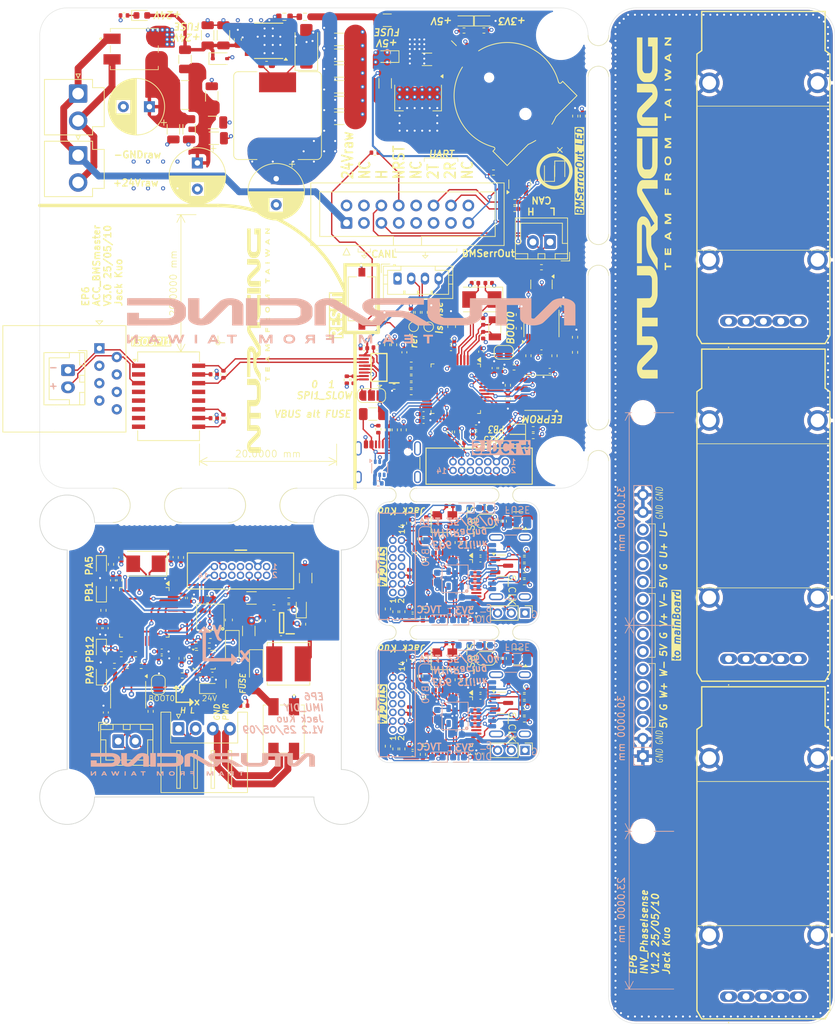
<source format=kicad_pcb>
(kicad_pcb (version 20240108) (generator "pcbnew") (generator_version "8.0")
  (title_block (title "panelGalexy250509_1") (date "2025-05-12") (rev "1.0") (company "NTURacing") (comment 1 "Jack Kuo"))
  (layers (0 "F.Cu" power) (1 "In1.Cu" signal) (2 "In2.Cu" signal) (31 "B.Cu" power) (34 "B.Paste" user) (35 "F.Paste" user) (36 "B.SilkS" user "B.Silkscreen") (37 "F.SilkS" user "F.Silkscreen") (38 "B.Mask" user) (39 "F.Mask" user) (44 "Edge.Cuts" user))
  (net 0 "")
  (net 1 "GND")
  (net 2 "+3V3")
  (net 3 "/OSC_IN")
  (net 4 "/OSC_OUT")
  (net 5 "Net-(D3-K)")
  (net 6 "/5V_3V3/5V_buck_sw")
  (net 7 "+24V")
  (net 8 "+24V_preCMfilter")
  (net 9 "Net-(IC1-EN)")
  (net 10 "+5V")
  (net 11 "/electrical1/CANH")
  (net 12 "/SWCLK")
  (net 13 "Net-(IC1-CB)")
  (net 14 "/USB_DN")
  (net 15 "/USB_DP")
  (net 16 "Net-(D2-K)")
  (net 17 "/CAN_TX")
  (net 18 "/CAN_RX")
  (net 28 "GNDPWR")
  (net 38 "/I2C1_SCL")
  (net 39 "/I2C1_SDA")
  (net 41 "/SWDIO")
  (net 43 "/BOOT0")
  (net 44 "/5V_3V3/5V_buck_FB")
  (net 45 "Net-(U11-STB)")
  (net 46 "/IMU/LSM6D_INT2")
  (net 47 "/IMU/LSM6D_INT1")
  (net 48 "Net-(U11-TXD)")
  (net 49 "Net-(U11-RXD)")
  (net 50 "/electrical1/CANL")
  (net 54 "/NRST")
  (net 55 "Net-(J3-Pin_11)")
  (net 56 "Net-(D16-K)")
  (net 59 "Net-(U3-BYP)")
  (net 62 "Net-(U4-SDO{slash}SA0)")
  (net 63 "/USART2_TX")
  (net 64 "/USART2_RX")
  (net 65 "Net-(D4-K)")
  (net 66 "Net-(U1-PB12)")
  (net 67 "Net-(D5-K)")
  (net 68 "Net-(U1-PA5)")
  (net 69 "Net-(U1-PB1)")
  (net 70 "Net-(D6-K)")
  (net 71 "Net-(U1-PA9)")
  (net 73 "/power/+24V_prefuse")
  (net 74 "Net-(D2-A)")
  (net 75 "/T_3V3")
  (net 76 "Net-(U1-BYP)")
  (net 77 "Net-(D3-A)")
  (net 78 "/STlink/OSC_IN")
  (net 79 "/STlink/OSC_OUT")
  (net 80 "/STlink/LED_STLINK")
  (net 81 "Net-(D1-A)")
  (net 87 "Net-(J3-CC2)")
  (net 92 "Net-(J3-CC1)")
  (net 95 "/STlink/USB_D-")
  (net 96 "/STlink/USB_D+")
  (net 97 "/STlink/VBUS")
  (net 98 "/T_VCP_TX")
  (net 99 "/T_SWCLK")
  (net 100 "/T_SWDIO")
  (net 101 "/GNDDetect")
  (net 102 "/T_VCP_RX")
  (net 103 "/T_NRST")
  (net 104 "/STlink/BOOT0")
  (net 105 "Net-(Q1-E)")
  (net 106 "Net-(Q1-B)")
  (net 107 "/STlink/USART2_TX")
  (net 108 "/STlink/USART2_RX")
  (net 109 "/STlink/t_CLK")
  (net 110 "/STlink/t_DIO")
  (net 111 "Net-(U2-PC13)")
  (net 112 "Net-(U2-PC14)")
  (net 113 "Net-(U3-ST)")
  (net 114 "/STlink/USB_DP")
  (net 115 "/STlink/USB_DN")
  (net 116 "Net-(U2-PB12)")
  (net 117 "/STlink/RENUM")
  (net 121 "/STlink/T_SWO")
  (net 126 "/STlink/S_DIO")
  (net 129 "/STlink/S_CLK")
  (net 140 "/STlink/S_NRST")
  (net 141 "/power/+24V_proCMfilter")
  (net 142 "/power/5V_buck_sw")
  (net 143 "Net-(U1-BOOT)")
  (net 144 "/power/5V_buck")
  (net 145 "/MCU/3V3_REF")
  (net 146 "/MCU/OSC_IN")
  (net 147 "/MCU/OSC_OUT")
  (net 148 "/MCU/OSC32_IN")
  (net 149 "/MCU/OSC32_OUT")
  (net 150 "/MCU/SWD_NRST")
  (net 151 "/ISOSPI/CT1")
  (net 152 "/ISOSPI/CT2")
  (net 153 "Net-(D7-K)")
  (net 154 "/CANL")
  (net 155 "/CANH")
  (net 156 "/power/+24V_preCMfilter")
  (net 157 "/ISOSPI/ISOSPI1_IP")
  (net 158 "/ISOSPI/SPI1_nCS")
  (net 159 "/ISOSPI/SPI1_MISO")
  (net 160 "/ISOSPI/ISOSPI1_ICMP")
  (net 161 "/ISOSPI/ISOSPI1_IM")
  (net 162 "/ISOSPI/SPI1_SCK")
  (net 163 "/ISOSPI/SPI1_MOSI")
  (net 164 "/ISOSPI/ISOSPI1_SLOW")
  (net 165 "/ISOSPI/SPI1_EN")
  (net 166 "/ISOSPI/ISOSPI1_IBIAS")
  (net 167 "Net-(IC2-PHA)")
  (net 168 "Net-(IC2-POL)")
  (net 169 "/ISOSPI/ISOSPI2_IM")
  (net 170 "/ISOSPI/ISOSPI2_IP")
  (net 174 "/MCU/SWD_SWCLK")
  (net 175 "/MCU/GNDDetect")
  (net 176 "/MCU/SWD_SWDIO")
  (net 181 "/ISOSPI/ISOSPI1+")
  (net 182 "/ISOSPI/ISOSPI1-")
  (net 183 "/ISOSPI/ISOSPI2-")
  (net 184 "/ISOSPI/ISOSPI2+")
  (net 185 "Net-(J6-Pin_3)")
  (net 186 "Net-(J6-Pin_2)")
  (net 189 "/MCU/BOOT0")
  (net 190 "/power/5V_buck_FB")
  (net 192 "/MCU/I2C1_SDA")
  (net 193 "/MCU/I2C1_SCL")
  (net 194 "/MCU/CAN1_TX")
  (net 195 "Net-(U6-TXD)")
  (net 196 "/MCU/CAN1_RX")
  (net 197 "Net-(U6-RXD)")
  (net 198 "/MCU/CAN1_STB")
  (net 199 "Net-(U6-STB)")
  (net 200 "/MCU/Isense_ref")
  (net 201 "/MCU/Isense")
  (net 204 "/MCU/T_VCP_TX")
  (net 205 "/MCU/T_VCP_RX")
  (net 211 "/MCU/VBAT")
  (net 212 "/MCU/BMSerr")
  (net 215 "/MCU/SPI1_SCK")
  (net 216 "/MCU/SPI1_MISO")
  (net 217 "/MCU/SPI1_MOSI")
  (net 218 "/MCU/SPI1_nCS")
  (net 219 "/MCU/SPI1_EN")
  (net 222 "Net-(D1-K)")
  (net 223 "/MCU/PB3")
  (net 224 "Net-(D10-K)")
  (net 225 "/MCU/PA15")
  (net 230 "Net-(D9-A)")
  (net 231 "/errorNFLTout")
  (net 233 "/MCU/UART1_TX")
  (net 234 "/MCU/UART1_RX")
  (net 242 "Net-(D11-K)")
  (net 243 "/UART1__RX")
  (net 244 "/UART1__TX")
  (net 245 "/MCU/VBUS")
  (net 246 "/MCU/USB_D+")
  (net 247 "/MCU/USB_D-")
  (net 248 "Net-(U5-ST)")
  (net 249 "/MCU/USB_DN")
  (net 250 "/MCU/USB_DP")
  (net 252 "Net-(D11-A)")
  (net 253 "/nRESET")
  (net 254 "/W+")
  (net 255 "/W_PWR")
  (net 257 "/W-")
  (net 258 "/W_GND")
  (net 259 "/V-")
  (net 261 "/V_GND")
  (net 262 "/V_PWR")
  (net 263 "/V+")
  (net 264 "/U_GND")
  (net 265 "/U+")
  (net 266 "/U-")
  (net 267 "/U_PWR")
  (footprint "Resistor_SMD:R_0402_1005Metric" (layer "F.Cu") (at 126.9798 141.9262 90)
    (property "Reference" "R13" (hide yes))
    (property "Value" "10k")
  )
  (footprint "nturt_kicad_lib_EP6:mouse-bite-5mm-slot" (layer "F.Cu") (at 81.7 116.5)
    (property "Reference" "mouse-bite-5mm-slot" (hide yes))
    (property "Value" "VAL**" (hide yes))
  )
  (footprint "Capacitor_THT:CP_Radial_D8.0mm_P3.80mm" (layer "F.Cu") (at 89 66.6 -90)
    (property "Reference" "C7" (hide yes))
    (property "Value" "220u 35V")
  )
  (footprint "Resistor_SMD:R_0402_1005Metric" (layer "F.Cu") (at 117.9 132 90)
    (property "Reference" "R1" (hide yes))
    (property "Value" "0R")
  )
  (footprint "Resistor_SMD:R_0402_1005Metric" (layer "F.Cu") (at 116.8 131.6 -90)
    (property "Reference" "R2" (hide yes))
    (property "Value" "1k")
  )
  (footprint "nturt_kicad_lib_EP6:box_header_14P_pitch127" (layer "F.Cu") (at 99.1 125.43)
    (property "Reference" "J3" (hide yes))
    (property "Value" "STDC14")
  )
  (footprint "Resistor_SMD:R_0402_1005Metric" (layer "F.Cu") (at 125.8 105.8 -90)
    (property "Reference" "R58" (hide yes))
    (property "Value" "20R")
  )
  (footprint "LED_SMD:LED_0603_1608Metric" (layer "F.Cu") (at 75 129.1 90)
    (property "Reference" "D5" (hide yes))
    (property "Value" "GREEN LED")
  )
  (footprint "Capacitor_SMD:C_0402_1005Metric" (layer "F.Cu") (at 130.4 94.1 90)
    (property "Reference" "C25" (hide yes))
    (property "Value" "0u1")
  )
  (footprint "Resistor_SMD:R_0402_1005Metric" (layer "F.Cu") (at 136.7 126.7)
    (property "Reference" "R18" (hide yes))
    (property "Value" "100R")
  )
  (footprint "Resistor_SMD:R_0402_1005Metric" (layer "F.Cu") (at 122.15 88.375 -90)
    (property "Reference" "R23" (hide yes))
    (property "Value" "10k")
  )
  (footprint "Resistor_SMD:R_0402_1005Metric" (layer "F.Cu") (at 121.9 132.8 90)
    (property "Reference" "R16" (hide yes))
    (property "Value" "100R")
  )
  (footprint "Resistor_SMD:R_0402_1005Metric" (layer "F.Cu") (at 92.8 97.4 90)
    (property "Reference" "R30" (hide yes))
    (property "Value" "120R")
  )
  (footprint "Resistor_SMD:R_0402_1005Metric" (layer "F.Cu") (at 82.1826 146.5238 90)
    (property "Reference" "R51" (hide yes))
    (property "Value" "10k")
  )
  (footprint "Resistor_SMD:R_0402_1005Metric" (layer "F.Cu") (at 127.9 47.3 180)
    (property "Reference" "R5" (hide yes))
    (property "Value" "1k")
  )
  (footprint "Capacitor_SMD:C_0402_1005Metric" (layer "F.Cu") (at 85.0954 124.0482 -90)
    (property "Reference" "C9" (hide yes))
    (property "Value" "30p")
  )
  (footprint "Capacitor_SMD:C_0402_1005Metric" (layer "F.Cu") (at 122 103.2 180)
    (property "Reference" "C22" (hide yes))
    (property "Value" "0u1")
  )
  (footprint "Connector_IDC:IDC-Header_2x08_P2.54mm_Vertical" (layer "F.Cu") (at 110.76 75.34 90)
    (property "Reference" "J7" (hide yes))
    (property "Value" "to connector board")
  )
  (footprint "nturt_kicad_lib_EP6:mouse-bite-3mm-slot" (layer "F.Cu") (at 147.5 51 90)
    (property "Reference" "mouse-bite-3mm-slot" (hide yes))
    (property "Value" "VAL**" (hide yes))
  )
  (footprint "Inductor_SMD:L_Bourns_SRR1260" (layer "F.Cu") (at 100.7 59.7 -90)
    (property "Reference" "L2" (hide yes))
    (property "Value" "22uH 3.7A (SMDRI129-220MT)")
  )
  (footprint "Diode_SMD:D_SOD-123" (layer "F.Cu") (at 94.1 137.1 -90)
    (property "Reference" "D1" (hide yes))
    (property "Value" "5.7V MMSZ5233B-7-F")
  )
  (footprint "PCM_Package_TO_SOT_SMD_AKL:SOT-23-5" (layer "F.Cu") (at 90.9 132.8 180)
    (property "Reference" "U3" (hide yes))
    (property "Value" "RT9193" (hide yes))
  )
  (footprint "Capacitor_SMD:C_1206_3216Metric" (layer "F.Cu") (at 96.9 130 180)
    (property "Reference" "C15" (hide yes))
    (property "Value" "22u 25V")
  )
  (footprint "MountingHole:MountingHole_3.2mm_M3" (layer "F.Cu") (at 110 159)
    (property "Reference" "H2" (hide yes))
    (property "Value" "MountingHole")
  )
  (footprint "Resistor_SMD:R_0402_1005Metric" (layer "F.Cu") (at 120.2 98 180)
    (property "Reference" "R43" (hide yes))
    (property "Value" "20R")
  )
  (footprint "Resistor_SMD:R_0402_1005Metric" (layer "F.Cu") (at 145.23 59.77 90)
    (property "Reference" "R31" (hide yes))
    (property "Value" "1k")
  )
  (footprint "Resistor_SMD:R_0402_1005Metric" (layer "F.Cu") (at 126.9798 121.9262 90)
    (property "Reference" "R13" (hide yes))
    (property "Value" "10k")
  )
  (footprint "Package_QFP:LQFP-48_7x7mm_P0.5mm" (layer "F.Cu") (at 81.26 132.1 -90)
    (property "Reference" "U1" (hide yes))
    (property "Value" "STM32F103C8Tx")
  )
  (footprint "Capacitor_SMD:C_0402_1005Metric" (layer "F.Cu") (at 130.3 144.4)
    (property "Reference" "C11" (hide yes))
    (property "Value" "0u1")
  )
  (footprint "Capacitor_SMD:C_1206_3216Metric" (layer "F.Cu") (at 109.7 55.5)
    (property "Reference" "C44" (hide yes))
    (property "Value" "22u 25V")
  )
  (footprint "Resistor_SMD:R_0402_1005Metric" (layer "F.Cu") (at 104.4168 133.824 -90)
    (property "Reference" "R19" (hide yes))
    (property "Value" "10k")
  )
  (footprint "Crystal:Crystal_SMD_5032-2Pin_5.0x3.2mm" (layer "F.Cu") (at 130.5 86.5 180)
    (property "Reference" "Y1" (hide yes))
    (property "Value" "8MHz X50328MSB2GI")
  )
  (footprint "Resistor_SMD:R_0402_1005Metric" (layer "F.Cu") (at 120.7 143.5 90)
    (property "Reference" "R6" (hide yes))
    (property "Value" "20R")
  )
  (footprint "Inductor_SMD:L_Ferrocore_DLG-0403" (layer "F.Cu") (at 87.2 56.7)
    (property "Reference" "L1" (hide yes))
    (property "Value" "7A 220nH NBMC0420HN-R22M")
  )
  (footprint "Resistor_SMD:R_0402_1005Metric" (layer "F.Cu") (at 123.15 88.375 90)
    (property "Reference" "R24" (hide yes))
    (property "Value" "20k")
  )
  (footprint "Capacitor_SMD:C_0402_1005Metric" (layer "F.Cu") (at 129.6625 106.15 180)
    (property "Reference" "C19" (hide yes))
    (property "Value" "10u 6V")
  )
  (footprint "Diode_SMD:D_SOD-123" (layer "F.Cu") (at 97.6 139.9 -90)
    (property "Reference" "D32" (hide yes))
    (property "Value" "27V MMSZ5254B-7-F")
  )
  (footprint "Capacitor_SMD:C_0402_1005Metric" (layer "F.Cu") (at 130.3 124.4)
    (property "Reference" "C11" (hide yes))
    (property "Value" "0u1")
  )
  (footprint "Capacitor_SMD:C_0402_1005Metric" (layer "F.Cu") (at 132.3625 96.5 -90)
    (property "Reference" "C24" (hide yes))
    (property "Value" "0u1")
  )
  (footprint "Capacitor_SMD:C_0402_1005Metric" (layer "F.Cu") (at 91.4 103.8)
    (property "Reference" "C36" (hide yes))
    (property "Value" "27p")
  )
  (footprint "LED_SMD:LED_0603_1608Metric" (layer "F.Cu") (at 75 141.2 90)
    (property "Reference" "D6" (hide yes))
    (property "Value" "YELLOW LED")
  )
  (footprint "Connector_JST:JST_XH_B2B-XH-A_1x02_P2.50mm_Vertical" (layer "F.Cu") (at 77.45 150.875)
    (property "Reference" "J4" (hide yes))
    (property "Value" "CAN")
  )
  (footprint "Capacitor_SMD:C_0402_1005Metric" (layer "F.Cu") (at 125.8 136.6 180)
    (property "Reference" "C12" (hide yes))
    (property "Value" "30p")
  )
  (footprint "Resistor_SMD:R_0402_1005Metric" (layer "F.Cu") (at 135.2 96.4)
    (property "Reference" "R15" (hide yes))
    (property "Value" "100k")
  )
  (footprint "Diode_SMD:D_SOD-323" (layer "F.Cu") (at 92.3 51.4)
    (property "Reference" "D3" (hide yes))
    (property "Value" "27V BZT52C27")
  )
  (footprint "Capacitor_SMD:C_0402_1005Metric" (layer "F.Cu") (at 130.2 152.7 -90)
    (property "Reference" "C6" (hide yes))
    (property "Value" "10u 6V")
  )
  (footprint "Resistor_SMD:R_0402_1005Metric" (layer "F.Cu") (at 121.5 141.39 90)
    (property "Reference" "R5" (hide yes))
    (property "Value" "20R")
  )
  (footprint "Capacitor_SMD:C_0603_1608Metric" (layer "F.Cu") (at 99.1 52.3 180)
    (property "Reference" "C8" (hide yes))
    (property "Value" "10n")
  )
  (footprint "Package_TO_SOT_SMD:SOT-363_SC-70-6" (layer "F.Cu") (at 135.8 118.6 180)
    (property "Reference" "U3" (hide yes))
    (property "Value" "LM66100DCK")
  )
  (footprint "MountingHole:MountingHole_3.2mm_M3" (layer "F.Cu") (at 70 48 90)
    (property "Reference" "H1" (hide yes))
    (property "Value" "MountingHole")
  )
  (footprint "Resistor_SMD:R_0402_1005Metric" (layer "F.Cu") (at 144.1 94.2 90)
    (property "Reference" "R27" (hide yes))
    (property "Value" "1k")
  )
  (footprint "Capacitor_SMD:C_0402_1005Metric" (layer "F.Cu") (at 139.2 94.2 180)
    (property "Reference" "C34" (hide yes))
    (property "Value" "0u1")
  )
  (footprint "TestPoint:TestPoint_Pad_D1.0mm" (layer "F.Cu") (at 122.75 90.475 180)
    (property "Reference" "TP1" (hide yes))
    (property "Value" "Isense")
  )
  (footprint "Capacitor_SMD:C_0402_1005Metric" (layer "F.Cu") (at 124.4906 142.4088)
    (property "Reference" "C8" (hide yes))
    (property "Value" "0u1")
  )
  (footprint "Connector_PinHeader_2.00mm:PinHeader_1x03_P2.00mm_Vertical" (layer "F.Cu") (at 136.8 152.2 -90)
    (property "Reference" "J2" (hide yes))
    (property "Value" "S_SWD")
  )
  (footprint "Resistor_SMD:R_0402_1005Metric" (layer "F.Cu") (at 121.5 121.39 90)
    (property "Reference" "R5" (hide yes))
    (property "Value" "20R")
  )
  (footprint "nturt_kicad_lib_EP6:Transformer_Ethernet_Wuerth_749013011A" (layer "F.Cu") (at 84.8 100.6)
    (property "Reference" "TR1" (hide yes))
    (property "Value" "Wuerth_749013011A")
  )
  (footprint "Resistor_SMD:R_0402_1005Metric" (layer "F.Cu") (at 131.2 136.9 180)
    (property "Reference" "R14" (hide yes))
    (property "Value" "220R")
  )
  (footprint "Capacitor_SMD:C_1206_3216Metric" (layer "F.Cu") (at 109.7 53.2)
    (property "Reference" "C43" (hide yes))
    (property "Value" "22u 25V")
  )
  (footprint "Resistor_SMD:R_0402_1005Metric" (layer "F.Cu") (at 130.8 47.3)
    (property "Reference" "R6" (hide yes))
    (property "Value" "1k")
  )
  (footprint "nturt_kicad_lib_EP6:mouse-bite-5mm-slot" (layer "F.Cu") (at 98.55 116.5)
    (property "Reference" "mouse-bite-5mm-slot" (hide yes))
    (property "Value" "VAL**" (hide yes))
  )
  (footprint "Resistor_SMD:R_0402_1005Metric" (layer "F.Cu") (at 76.9 139.9)
    (property "Reference" "R77" (hide yes))
    (property "Value" "100R")
  )
  (footprint "Capacitor_SMD:C_0402_1005Metric" (layer "F.Cu") (at 75.6212 134.4 90)
    (property "Reference" "C8" (hide yes))
    (property "Value" "0u1")
  )
  (footprint "nturt_kicad_lib_EP6:mouse-bite-2mm-slot" (layer "F.Cu") (at 134 135)
    (property "Reference" "mouse-bite-2mm-slot" (hide yes))
    (property "Value" "VAL**" (hide yes))
  )
  (footprint "MountingHole:MountingHole_3.2mm_M3" (layer "F.Cu") (at 70 110 90)
    (property "Reference" "H2" (hide yes))
    (property "Value" "MountingHole")
  )
  (footprint "Resistor_SMD:R_0402_1005Metric" (layer "F.Cu") (at 136.7 127.7 180)
    (property "Reference" "R21" (hide yes))
    (property "Value" "5k1")
  )
  (footprint "Capacitor_SMD:C_0402_1005Metric" (layer "F.Cu") (at 133.3 96.5 -90)
    (property "Reference" "C20" (hide yes))
    (property "Value" "10u 6V")
  )
  (footprint "Crystal:Crystal_SMD_3225-4Pin_3.2x2.5mm" (layer "F.Cu") (at 125.1 138.8)
    (property "Reference" "Y2" (hide yes))
    (property "Value" "8MHz")
  )
  (footprint "Capacitor_SMD:C_0402_1005Metric" (layer "F.Cu") (at 130.3 143.4)
    (property "Reference" "C7" (hide yes))
    (property "Value" "10u 6V")
  )
  (footprint "Resistor_SMD:R_0402_1005Metric" (layer "F.Cu") (at 117.7 93.1 -90)
    (property "Reference" "R39" (hide yes))
    (property "Value" "10k")
  )
  (footprint "Jumper:SolderJumper-3_P1.3mm_Open_RoundedPad1.0x1.5mm" (layer "F.Cu") (at 114.4 100.5 180)
    (property "Reference" "JP3" (hide yes))
    (property "Value" "ISOSPI1_SLOW")
  )
  (footprint "Connector_JST:JST_XH_B2B-XH-A_1x02_P2.50mm_Vertical" (layer "F.Cu") (at 70.125 96.8 -90)
    (property "Reference" "J5" (hide yes))
    (property "Value" "ISOSPI1")
  )
  (footprint "Resistor_SMD:R_0402_1005Metric" (layer "F.Cu") (at 90.7366 136.9426 180)
    (property "Reference" "R72" (hide yes))
    (property "Value" "3k3")
  )
  (footprint "Resistor_SMD:R_0402_1005Metric" (layer "F.Cu") (at 76.4 125.1 -90)
    (property "Reference" "R7" (hide yes))
    (property "Value" "1k")
  )
  (footprint "Resistor_SMD:R_0402_1005Metric" (layer "F.Cu") (at 135.9 88.7 90)
    (property "Reference" "R20" (hide yes))
    (property "Value" "10k")
  )
  (footprint "Capacitor_SMD:C_0402_1005Metric" (layer "F.Cu") (at 130.2 132.7 -90)
    (property "Reference" "C6" (hide yes))
    (property "Value" "10u 6V")
  )
  (footprint "Resistor_SMD:R_0402_1005Metric" (layer "F.Cu") (at 102.334 131.3602)
    (property "Reference" "R18" (hide yes))
    (property "Value" "2k")
  )
  (footprint "Jumper:SolderJumper-2_P1.3mm_Open_RoundedPad1.0x1.5mm" (layer "F.Cu") (at 131.1 118.8 180)
    (property "Reference" "JP1" (hide yes))
    (property "Value" "S_RESET")
  )
  (footprint "Capacitor_SMD:C_0402_1005Metric" (layer "F.Cu") (at 78.8492 139.909)
    (property "Reference" "C65" (hide yes))
    (property "Value" "0u1")
  )
  (footprint "nturt_kicad_lib_EP6:mouse-bite-3mm-slot" (layer "F.Cu") (at 147.5 80 90)
    (property "Reference" "mouse-bite-3mm-slot" (hide yes))
    (property "Value" "VAL**" (hide yes))
  )
  (footprint "Capacitor_SMD:C_0603_1608Metric" (layer "F.Cu") (at 90.9 135.4)
    (property "Reference" "C13" (hide yes))
    (property "Value" "1u")
  )
  (footprint "Crystal:Crystal_SMD_3225-4Pin_3.2x2.5mm" (layer "F.Cu") (at 125.1 118.8)
    (property "Reference" "Y2" (hide yes))
    (property "Value" "8MHz")
  )
  (footprint "Capacitor_SMD:C_0402_1005Metric" (layer "F.Cu") (at 120.4 131.7 180)
    (property "Reference" "C9" (hide yes))
    (property "Value" "0u1")
  )
  (footprint "Resistor_SMD:R_0402_1005Metric" (layer "F.Cu") (at 121.15 88.375 -90)
    (property "Reference" "R21" (hide yes))
    (property "Value" "10k")
  )
  (footprint "Capacitor_SMD:C_1206_3216Metric" (layer "F.Cu") (at 116.4 55 -90)
    (property "Reference" "C16" (hide yes))
    (property "Value" "47u 10V")
  )
  (footprint "Resistor_SMD:R_0402_1005Metric" (layer "F.Cu") (at 136.7 124.4 180)
    (property "Reference" "R17" (hide yes))
    (property "Value" "10k")
  )
  (footprint "Capacitor_SMD:C_0402_1005Metric" (layer "F.Cu") (at 74.7 134.4 90)
    (property "Reference" "C4" (hide yes))
    (property "Value" "10u 6V")
  )
  (footprint "LED_SMD:LED_0603_1608Metric" (layer "F.Cu") (at 80.9 45.1)
    (property "Reference" "D2" (hide yes))
    (property "Value" "WHITE LED")
  )
  (footprint "Resistor_SMD:R_0402_1005Metric" (layer "F.Cu") (at 135.3 72.3)
    (property "Reference" "R55" (hide yes))
    (property "Value" "100R")
  )
  (footprint "Capacitor_SMD:C_1206_3216Metric" (layer "F.Cu") (at 109.7 50.9)
    (property "Reference" "C42" (hide yes))
    (property "Value" "22u 25V")
  )
  (footprint "Capacitor_SMD:C_0402_1005Metric" (layer "F.Cu") (at 77.9072 124.099 -90)
    (property "Reference" "C10" (hide yes))
    (property "Value" "30p")
  )
  (footprint "Resistor_SMD:R_0402_1005Metric" (layer "F.Cu") (at 136.7 143.4 180)
    (property "Reference" "R20" (hide yes))
    (property "Value" "5k1")
  )
  (footprint "Resistor_SMD:R_0402_1005Metric" (layer "F.Cu") (at 75.3 131.8 -90)
    (property "Reference" "R12" (hide yes))
    (property "Value" "1k")
  )
  (footprint "Fuse:Fuse_1206_3216Metric" (layer "F.Cu") (at 87.2 51.5 90)
    (property "Reference" "F1" (hide yes))
    (property "Value" "0.5A")
  )
  (footprint "Package_QFP:LQFP-48_7x7mm_P0.5mm" (layer "F.Cu") (at 125.532 148.0222 -90)
    (property "Reference" "U2" (hide yes))
    (property "Value" "STM32F103CBT6")
  )
  (footprint "Resistor_SMD:R_0402_1005Metric" (layer "F.Cu") (at 136.7 144.4 180)
    (property "Reference" "R17" (hide yes))
    (property "Value" "10k")
  )
  (footprint "Capacitor_SMD:C_1206_3216Metric" (layer "F.Cu") (at 109.7 60.1)
    (property "Reference" "C12" (hide yes))
    (property "Value" "22u 25V")
  )
  (footprint "Package_SO:SOIC-8_3.9x4.9mm_P1.27mm" (layer "F.Cu") (at 78.9 144.1 -90)
    (property "Reference" "U11" (hide yes))
    (property "Value" "TCAN1042VDRQ1")
  )
  (footprint "LED_SMD:LED_0603_1608Metric" (layer "F.Cu") (at 130.9 45.9)
    (property "Reference" "D7" (hide yes))
    (property "Value" "WHITE LED")
  )
  (footprint "Resistor_SMD:R_0603_1608Metric" (layer "F.Cu") (at 104.7 45.3 180)
    (property "Reference" "R3" (hide yes))
    (property "Value" "47k 1%")
  )
  (footprint "Capacitor_SMD:C_0402_1005Metric" (layer "F.Cu") (at 130.7 91.7 -90)
    (property "Reference" "C31" (hide yes))
    (property "Value" "15p")
  )
  (footprint "Capacitor_SMD:C_0402_1005Metric" (layer "F.Cu") (at 124.4906 122.4088)
    (property "Reference" "C8" (hide yes))
    (property "Value" "0u1")
  )
  (footprint "Resistor_SMD:R_0402_1005Metric" (layer "F.Cu") (at 111.8 98.2 90)
    (property "Reference" "R37" (hide yes))
    (property "Value" "1k")
  )
  (footprint "Capacitor_SMD:C_1206_3216Metric" (layer "F.Cu") (at 122.5 51.5)
    (property "Reference" "C17" (hide yes))
    (property "Value" "47u 10V")
  )
  (footprint "SamacSys_Parts_EP6:ACM70V7012PLTL00" (layer "F.Cu") (at 101.6 149.1 -90)
    (property "Reference" "FL1" (hide yes))
    (property "Value" "ACM70V-701-2PL-TL00" (hide yes))
  )
  (footprint "Resistor_SMD:R_0402_1005Metric" (layer "F.Cu") (at 115.2 93.5 180)
    (property "Reference" "R42" (hide yes))
    (property "Value" "2k")
  )
  (footprint "Capacitor_SMD:C_0402_1005Metric" (layer "F.Cu") (at 122 104.2 180)
    (property "Reference" "C18" (hide yes))
    (property "Value" "10u 6V")
  )
  (footprint "Jumper:SolderJumper-2_P1.3mm_Open_RoundedPad1.0x1.5mm" (layer "F.Cu") (at 133.7 94.2 180)
    (property "Reference" "JP1" (hide yes))
    (property "Value" "BOOT0")
  )
  (footprint "Fuse:Fuse_1206_3216Metric" (layer "F.Cu") (at 114.6 103.2 180)
    (property "Reference" "F3" (hide yes))
    (property "Value" "0.5A")
  )
  (footprint "Capacitor_SMD:C_1206_3216Metric" (layer "F.Cu") (at 85.5 61.7 -90)
    (property "Reference" "C2" (hide yes))
    (property "Value" "10u 35V")
  )
  (footprint "Connector_PinHeader_2.00mm:PinHeader_1x03_P2.00mm_Vertical" (layer "F.Cu") (at 136.8 132.2 -90)
    (property "Reference" "J2" (hide yes))
    (property "Value" "S_SWD")
  )
  (footprint "Capacitor_SMD:C_0402_1005Metric" (layer "F.Cu") (at 122.4 118.7 90)
    (property "Reference" "C13" (hide yes))
    (property "Value" "30p")
  )
  (footprint "Resistor_SMD:R_0402_1005Metric" (layer "F.Cu") (at 119.1 105.5 -90)
    (property "Reference" "R10" (hide yes))
    (property "Value" "5k1")
  )
  (footprint "Capacitor_SMD:C_1206_3216Metric" (layer "F.Cu") (at 92.8 48 90)
    (property "Reference" "C9" (hide yes))
    (property "Value" "10u 35V")
  )
  (footprint "Package_QFP:LQFP-48_7x7mm_P0.5mm" (layer "F.Cu") (at 126.7 99.5 -90)
    (property "Reference" "U3" (hide yes))
    (property "Value" "STM32F103C8T6")
  )
  (footprint "MountingHole:MountingHole_3.2mm_M3" (layer "F.Cu") (at 70 119)
    (property "Reference" "H4" (hide yes))
    (property "Value" "MountingHole")
  )
  (footprint "Connector_JST:JST_VH_B2P-VH_1x02_P3.96mm_Vertical" (layer "F.Cu") (at 71.6 65.489849 -90)
    (property "Reference" "J13" (hide yes))
    (property "Value" "24Vin")
  )
  (footprint "Connector_JST:JST_PH_B4B-PH-K_1x04_P2.00mm_Vertical" (layer "F.Cu") (at 118.2 83.45)
    (property "Reference" "J6" (hide yes))
    (property "Value" "Isense")
  )
  (footprint "Connector_USB:USB_C_Receptacle_GCT_USB4105-xx-A_16P_TopMnt_Horizontal" (layer "F.Cu") (at 116.8 111.3)
    (property "Reference" "J3" (hide yes))
    (property "Value" "USB_C_stm32")
  )
  (footprint "Package_TO_SOT_SMD:SOT-23" (layer "F.Cu") (at 139.2 84.3 -90)
    (property "Reference" "D8" (hide yes))
    (property "Value" "NUP2105L")
  )
  (footprint "Resistor_SMD:R_0402_1005Metric" (layer "F.Cu") (at 86.6 124.1 90)
    (property "Reference" "R4" (hide yes))
    (property "Value" "100R")
  )
  (footprint "Capacitor_SMD:C_1206_3216Metric" (layer "F.Cu") (at 109.7 57.8)
    (property "Reference" "C14" (hide yes))
    (property "Value" "22u 25V")
  )
  (footprint "MountingHole:MountingHole_3.2mm_M3" (layer "F.Cu") (at 142 48 90)
    (property "Reference" "H4" (hide yes))
    (property "Value" "MountingHole")
  )
  (footprint "Resistor_SMD:R_0402_1005Metric" (layer "F.Cu") (at 121.9 152.8 90)
    (property "Reference" "R16" (hide yes))
    (property "Value" "100R")
  )
  (footprint "Capacitor_SMD:C_0402_1005Metric" (layer "F.Cu") (at 130.3 123.4)
    (property "Reference" "C7" (hide yes))
    (property "Value" "10u 6V")
  )
  (footprint "Resistor_SMD:R_0603_1608Metric" (layer "F.Cu") (at 101.7 45.3 180)
    (property "Reference" "R4" (hide yes))
    (property "Value" "15k 1%")
  )
  (footprint "Capacitor_SMD:C_0402_1005Metric" (layer "F.Cu") (at 87.9 130 -90)
    (property "Reference" "C2" (hide yes))
    (property "Value" "10u 6V")
  )
  (footprint "Package_QFP:LQFP-48_7x7mm_P0.5mm" (layer "F.Cu") (at 125.532 128.0222 -90)
    (property "Reference" "U2" (hide yes))
    (property "Value" "STM32F103CBT6")
  )
  (footprint "SamacSys_Parts_EP6:SOP50P490X110-16N" (layer "F.Cu") (at 115.5 96.4 180)
    (property "Reference" "IC2" (hide yes))
    (property "Value" "LTC6820HMS" (hide yes))
  )
  (footprint "Capacitor_SMD:C_0402_1005Metric" (layer "F.Cu") (at 129.6625 105.15 180)
    (property "Reference" "C23" (hide yes))
    (property "Value" "0u1")
  )
  (footprint "Capacitor_SMD:C_0402_1005Metric" (layer "F.Cu") (at 113.3 93.6 180)
    (property "Reference" "C41" (hide yes))
    (property "Value" "0u1")
  )
  (footprint "Resistor_SMD:R_0402_1005Metric" (layer "F.Cu") (at 135.3 73.3)
    (property "Reference" "R54" (hide yes))
    (property "Value" "100R")
  )
  (footprint "nturt_kicad_lib_EP6:mouse-bite-2mm-slot" (layer "F.Cu") (at 119 135)
    (property "Reference" "mouse-bite-2mm-slot" (hide yes))
    (property "Value" "VAL**" (hide yes))
  )
  (footprint "Resistor_SMD:R_0402_1005Metric" (layer "F.Cu") (at 119.9 146.4 -90)
    (property "Reference" "R8" (hide yes))
    (property "Value" "20R")
  )
  (footprint "Capacitor_SMD:C_0402_1005Metric" (layer "F.Cu") (at 129.2 152.7 -90)
    (property "Reference" "C10" (hide yes))
    (property "Value" "0u1")
  )
  (footprint "LED_SMD:LED_0603_1608Metric" (layer "F.Cu") (at 75 125.3 -90)
    (property "Reference" "D16" (hide yes))
    (property "Value" "BLUE LED")
  )
  (footprint "Resistor_SMD:R_0402_1005Metric" (layer "F.Cu") (at 133.7 118.8 90)
    (property "Reference" "R15" (hide yes))
    (property "Value" "10k")
  )
  (footprint "MountingHole:MountingHole_3.2mm_M3" (layer "F.Cu") (at 142 110 90)
    (property "Reference" "H3" (hide yes))
    (property "Value" "MountingHole")
  )
  (footprint "Resistor_SMD:R_0402_1005Metric" (layer "F.Cu") (at 136.7 145.4)
    (property "Reference" "R19" (hide yes))
    (property "Value" "33k")
  )
  (footprint "Capacitor_SMD:C_0402_1005Metric" (layer "F.Cu") (at 131.5 84.1)
    (property "Reference" "C29" (hide yes))
    (property "Value" "33p")
  )
  (footprint "nturt_kicad_lib_EP6:BAT_1056" (layer "F.Cu") (at 134.048003 56.642937 135)
    (property "Reference" "BT1" (hide yes))
    (property "Value" "1056")
  )
  (footprint "MountingHole:MountingHole_3.2mm_M3" (layer "F.Cu") (at 70 159)
    (property "Reference" "H1" (hide yes))
    (property "Value" "MountingHole")
  )
  (footprint "nturt_kicad_lib_EP6:mouse-bite-3mm-slot" (layer "F.Cu") (at 147.5 107 90)
    (property "Reference" "mouse-bite-3mm-slot" (hide yes))
    (property "Value" "VAL**" (hide yes))
  )
  (footprint "LED_SMD:LED_0603_1608Metric" (layer "F.Cu") (at 127.8 45.9 180)
    (property "Reference" "D6" (hide yes))
    (property "Value" "WHITE LED")
  )
  (footprint "Capacitor_SMD:C_1206_3216Metric" (layer "F.Cu") (at 96.5 134.8 90)
    (property "Reference" "C45" (hide yes))
    (property "Value" "10u 35V")
  )
  (footprint "Capacitor_SMD:C_1206_3216Metric" (layer "F.Cu") (at 91.4 63)
    (property "Reference" "C5" (hide yes))
    (property "Value" "10u 35V")
  )
  (footprint "Connector_RJ:RJ45_Amphenol_54602-x08_Horizontal" (layer "F.Cu") (at 74.7 93.6175 -90)
    (property "Reference" "J12" (hide yes))
    (property "Value" "RJ45")
  )
  (footprint "Crystal:Crystal_SMD_5032-2Pin_5.0x3.2mm" (layer "F.Cu") (at 81.4886 125.0134 180)
    (property "Reference" "Y1" (hide yes))
    (property "Value" "8MHz X49SM8MSD2SC")
  )
  (footprint "Package_SO:SOIC-8_3.9x4.9mm_P1.27mm" (layer "F.Cu") (at 139.2 90 90)
    (property "Reference" "U6" (hide yes))
    (property "Value" "TCAN1042VDRQ1")
  )
  (footprint "Resistor_SMD:R_0402_1005Metric" (layer "F.Cu") (at 119.9 126.4 -90)
    (property "Reference" "R8" (hide yes))
    (property "Value" "20R")
  )
  (footprint "LED_SMD:LED_0603_1608Metric" (layer "F.Cu") (at 135.4 105.4 180)
    (property "Reference" "D1" (hide yes))
    (property "Value" "WHITE LED")
  )
  (footprint "Capacitor_SMD:C_0402_1005Metric" (layer "F.Cu") (at 142.4 87.5 -90)
    (property "Reference" "C35" (hide yes))
    (property "Value" "0u1")
  )
  (footprint "Capacitor_THT:CP_Radial_D8.0mm_P3.80mm" (layer "F.Cu") (at 82 58.4 180)
    (property "Reference" "C1" (hide yes))
    (property "Value" "220u 35V")
  )
  (footprint "Fuse:Fuse_1206_3216Metric" (layer "F.Cu") (at 116.7 45.8)
    (property "Reference" "F2" (hide yes))
    (property "Value" "0.5A")
  )
  (footprint "SamacSys_Parts_EP6:ACM70V7012PLTL00" (layer "F.Cu") (at 79.8 50)
    (property "Reference" "FL1" (hide yes))
    (property "Value" "ACM70V-701-2PL-TL00" (hide yes))
  )
  (footprint "Crystal:Crystal_SMD_3215-2Pin_3.2x1.5mm" (layer "F.Cu") (at 132.4 90.7 -90)
    (property "Reference" "Y2" (hide yes))
    (property "Value" "32.768kHz Q13FC13500004")
  )
  (footprint "Resistor_SMD:R_0402_1005Metric" (layer "F.Cu") (at 78.3 45.1 180)
    (property "Reference" "R2" (hide yes))
    (property "Value" "10k")
  )
  (footprint "Resistor_SMD:R_0402_1005Metric" (layer "F.Cu") (at 127.945 121.9008 90)
    (property "Reference" "R12" (hide yes))
    (property "Value" "10k")
  )
  (footprint "Resistor_SMD:R_0402_1005Metric" (layer "F.Cu") (at 119.9 139.1 90)
    (property "Reference" "R10" (hide yes))
    (property "Value" "220R")
  )
  (footprint "MountingHole:MountingHole_3.2mm_M3" (layer "F.Cu") (at 154 103 90)
    (property "Reference" "H2" (hide yes))
    (property "Value" "MountingHole")
  )
  (footprint "Capacitor_SMD:C_0603_1608Metric" (layer "F.Cu") (at 93.6 133.2 90)
    (property "Reference" "C12" (hide yes))
    (property "Value" "1u")
  )
  (footprint "Resistor_SMD:R_0402_1005Metric" (layer "F.Cu") (at 120.2 97 180)
    (property "Reference" "R1" (hide yes))
    (property "Value" "20R")
  )
  (footprint "Package_TO_SOT_SMD:SOT-23" (layer "F.Cu") (at 136 69.7 90)
    (property "Reference" "Q1" (hide yes))
    (property "Value" "2N7002")
  )
  (footprint "Capacitor_SMD:C_0402_1005Metric" (layer "F.Cu") (at 125.8 116.6 180)
    (property "Reference" "C12" (hide yes))
    (property "Value" "30p")
  )
  (footprint "Resistor_SMD:R_0402_1005Metric" (layer "F.Cu") (at 100.1696 131.3704 180)
    (property "Reference" "R20" (hide yes))
    (property "Value" "10k")
  )
  (footprint "Connector_JST:JST_VH_B2P-VH_1x02_P3.96mm_Vertical" (layer "F.Cu") (at 71.6 56.489849 -90)
    (property "Reference" "J1" (hide yes))
    (property "Value" "24Vin")
  )
  (footprint "Capacitor_SMD:C_0402_1005Metric" (layer "F.Cu") (at 77.6278 127.4238 90)
    (property "Reference" "C1" (hide yes))
    (property "Value" "10u 6V")
  )
  (footprint "Package_TO_SOT_SMD:SOT-363_SC-70-6" (layer "F.Cu") (at 135.8 138.6 180)
    (property "Reference" "U3" (hide yes))
    (property "Value" "LM66100DCK")
  )
  (footprint "Resistor_SMD:R_0402_1005Metric" (layer "F.Cu") (at 134.3 101 90)
    (property "Reference" "R14" (hide yes))
    (property "Value" "10k")
  )
  (footprint "Diode_SMD:D_SMA" (layer "F.Cu") (at 104.9 49.6 90)
    (property "Reference" "D4" (hide yes))
    (property "Value" "SS54")
  )
  (footprint "Resistor_SMD:R_0402_1005Metric" (layer "F.Cu") (at 136.7 147.7 180)
    (property "Reference" "R21" (hide yes))
    (property "Value" "5k1")
  )
  (footprint "nturt_kicad_lib_EP6:LZSR80P" (layer "F.Cu") (at 166.5018 138.8796 90)
    (property "Reference" "IC2" (hide yes))
    (property "Value" "LZSR_80-P" (hide yes))
  )
  (footprint "Resistor_SMD:R_0402_1005Metric" (layer "F.Cu") (at 137.3 94.7 90)
    (property "Reference" "R16" (hide yes))
    (property "Value" "20R")
  )
  (footprint "Capacitor_SMD:C_0402_1005Metric" (layer "F.Cu") (at 89.365 141.1844 180)
    (property "Reference" "C90" (hide yes))
    (property "Value" "0u1")
  )
  (footprint "Resistor_SMD:R_0402_1005Metric" (layer "F.Cu") (at 86.8 141.3 180)
    (property "Reference" "R5" (hide yes))
    (property "Value" "10k")
  )
  (footprint "LED_SMD:LED_0603_1608Metric" (layer "F.Cu") (at 140.37 67.8 90)
    (property "Reference" "D9" (hide yes))
    (property "Value" "GREEN LED")
  )
  (footprint "Diode_SMD:D_SOD-323" (layer "F.Cu") (at 116.8 51.1 180)
    (property "Reference" "D5" (hide yes))
    (property "Value" "5.6V BZT52C5V6S")
  )
  (footprint "Resistor_SMD:R_0402_1005Metric" (layer "F.Cu") (at 88.8316 136.9426)
    (property "Reference" "R74" (hide yes))
    (property "Value" "3k3")
  )
  (footprint "LED_SMD:LED_0603_1608Metric" (layer "F.Cu") (at 141.87 67.8 -90)
    (property "Reference" "D11" (hide yes))
    (property "Value" "RED LED")
  )
  (footprint "Resistor_SMD:R_0402_1005Metric" (layer "F.Cu") (at 80 138.2)
    (property "Reference" "R13" (hide yes))
    (property "Value" "1k")
  )
  (footprint "Capacitor_SMD:C_0402_1005Metric" (layer "F.Cu") (at 91.4 97.4)
    (property "Reference" "C37" (hide yes))
    (property "Value" "27p")
  )
  (footprint "Capacitor_SMD:C_0603_1608Metric" (layer "F.Cu") (at 90.5 130.2)
    (property "Reference" "C14" (hide yes))
    (property "Value" "22n")
  )
  (footprint "Resistor_SMD:R_0402_1005Metric" (layer "F.Cu") (at 136.7 146.7)
    (property "Reference" "R18" (hide yes))
    (property "Value" "100R")
  )
  (footprint "Capacitor_SMD:C_1206_3216Metric" (layer "F.Cu") (at 104.8 127.1 90)
    (property "Reference" "C16" (hide yes))
    (property "Value" "22u 25V")
  )
  (footprint "Resistor_SMD:R_0402_1005Metric" (layer "F.Cu") (at 116.8 151.6 -90)
    (property "Reference" "R2" (hide yes))
    (property "Value" "1k")
  )
  (footprint "Resistor_SMD:R_0402_1005Metric" (layer "F.Cu") (at 116.8 105.5 -90)
    (property "Reference" "R11" (hide yes))
    (property "Value" "10R")
  )
  (footprint "Capacitor_SMD:C_0402_1005Metric" (layer "F.Cu") (at 129.5 84.1 180)
    (property "Reference" "C30" (hide yes))
    (property "Value" "33p")
  )
  (footprint "Resistor_SMD:R_0402_1005Metric" (layer "F.Cu") (at 134.3 99 -90)
    (property "Reference" "R13" (hide yes))
    (property "Value" "10k")
  )
  (footprint "LED_SMD:LED_0603_1608Metric" (layer "F.Cu") (at 135.4 106.9 180)
    (property "Reference" "D10" (hide yes))
    (property "Value" "WHITE LED")
  )
  (footprint "Resistor_SMD:R_0402_1005Metric" (layer "F.Cu") (at 80.8 139.9 180)
    (property "Reference" "R76" (hide yes))
    (property "Value" "100R")
  )
  (footprint "Resistor_SMD:R_0402_1005Metric" (layer "F.Cu") (at 119.9 119.1 90)
    (property "Reference" "R10" (hide yes))
    (property "Value" "220R")
  )
  (footprint "Package_TO_SOT_SMD:SOT-223-3_TabPin2" (layer "F.Cu") (at 121.2 57.1 -90)
    (property "Reference" "U2" (hide yes))
    (property "Value" "AMS1117-3.3")
  )
  (footprint "Capacitor_SMD:C_0402_1005Metric" (layer "F.Cu") (at 120.4 152.7 180)
    (property "Reference" "C5" (hide yes))
    (property "Value" "10u 6V")
  )
  (footprint "Resistor_SMD:R_0402_1005Metric" (layer "F.Cu") (at 138 105.4)
    (property "Reference" "R56" (hide yes))
    (property "Value" "1k")
  )
  (footprint "LED_SMD:LED_0603_1608Metric" (layer "F.Cu") (at 90.8 143.2)
    (property "Reference" "D2" (hide yes))
    (property "Value" "RED 24V")
  )
  (footprint "Capacitor_SMD:C_0402_1005Metric" (layer "F.Cu") (at 129.2 132.7 -90)
    (property "Reference" "C10" (hide yes))
    (property "Value" "0u1")
  )
  (footprint "nturt_kicad_lib_EP6:LZSR80P" (layer "F.Cu") (at 166.5018 188.0965 90)
    (property "Reference" "IC1" (hide yes))
    (property "Value" "LZSR_80-P" (hide yes))
  )
  (footprint "Resistor_SMD:R_0402_1005Metric" (layer "F.Cu") (at 120.2 99 180)
    (property "Reference" "R44" (hide yes))
    (property "Value" "20R")
  )
  (footprint "Resistor_SMD:R_0402_1005Metric" (layer "F.Cu") (at 141.1 94.7 90)
    (property "Reference" "R17" (hide yes))
    (property "Value" "20R")
  )
  (footprint "Capacitor_SMD:C_0402_1005Metric" (layer "F.Cu") (at 120.4 132.7 180)
    (property "Reference" "C5" (hide yes))
    (property "Value" "10u 6V")
  )
  (footprint "LED_SMD:LED_0603_1608Metric" (layer "F.Cu") (at 75 137.5 -90)
    (property "Reference" "D4" (hide yes))
    (property "Value" "WHITE LED")
  )
  (footprint "Package_TO_SOT_SMD:SOT-23" (layer "F.Cu") (at 133.4 145.3)
    (property "Reference" "Q1" (hide yes))
    (property "Value" "MMBT3904")
  )
  (footprint "Connector_JST:JST_XH_S4B-XH-A_1x04_P2.50mm_Horizontal" (layer "F.Cu") (at 86.25 149.05)
    (property "Reference" "J2" (hide yes))
    (property "Value" "Conn_01x04")
  )
  (footprint "Capacitor_SMD:C_0402_1005Metric" (layer "F.Cu") (at 124.4906 121.469)
    (property "Reference" "C4" (hide yes))
    (property "Value" "10u 6V")
  )
  (footprint "Fuse:Fuse_1206_3216Metric" (layer "F.Cu") (at 94.1 142.5 90)
    (property "Reference" "F1" (hide yes))
    (property "Value" "0.5A")
  )
  (footprint "Capacitor_THT:CP_Radial_D8.0mm_P3.80mm" (layer "F.Cu") (at 100.5 68.897349 -90)
    (property "Reference" "C15" (hide yes))
    (property "Value" "330u 25V")
  )
  (footprint "Resistor_SMD:R_0402_1005Metric" (layer "F.Cu") (at 144.1 92 -90)
    (property "Reference" "R28" (hide yes))
    (property "Value" "10k")
  )
  (footprint "Capacitor_SMD:C_1206_3216Metric" (layer "F.Cu") (at 91.1 56.9 90)
    (property "Reference" "C6" (hide yes))
    (property "Value" "10u 35V")
  )
  (footprint "MountingHole:MountingHole_3.2mm_M3" (layer "F.Cu") (at 154 164 90)
    (property "Reference" "H1" (hide yes))
    (property "Value" "MountingHole")
  )
  (footprint "Resistor_SMD:R_0402_1005Metric" (layer "F.Cu") (at 136.7 123.4 180)
    (property "Reference" "R20" (hide yes))
    (property "Value" "5k1")
  )
  (footprint "Capacitor_SMD:C_0402_1005Metric" (layer "F.Cu") (at 120.4 151.7 180)
    (property "Reference" "C9" (hide yes))
    (property "Value" "0u1")
  )
  (footprint "Jumper:SolderJumper-2_P1.3mm_Open_RoundedPad1.0x1.5mm" (layer "F.Cu") (at 131.1 138.8 180)
    (property "Reference" "JP1" (hide yes))
    (property "Value" "S_RESET")
  )
  (footprint "Package_TO_SOT_SMD:SOT-23" (layer "F.Cu") (at 133.4 125.3)
    (property "Reference" "Q1" (hide yes))
    (property "Value" "MMBT3904")
  )
  (footprint "Capacitor_SMD:C_0402_1005Metric" (layer "F.Cu") (at 122.4 138.7 90)
    (property "Reference" "C13" (hide yes))
    (property "Value" "30p")
  )
  (footprint "nturt_kicad_lib_EP6:mouse-bite-2mm-slot" (layer "F.Cu") (at 134 115)
    (property "Reference" "mouse-bite-2mm-slot" (hide yes))
    (property "Value" "VAL**" (hide yes))
  )
  (footprint "Resistor_SMD:R_0402_1005Metric" (layer "F.Cu") (at 144.13 59.77 -90)
    (property "Reference" "R26" (hide yes))
    (property "Value" "1k")
  )
  (footprint "Resistor_SMD:R_0402_1005Metric" (layer "F.Cu") (at 117.8 105.5 -90)
    (property "Reference" "R12" (hide yes))
    (property "Value" "10R")
  )
  (footprint "Capacitor_SMD:C_1206_3216Metric" (layer "F.Cu") (at 91.3 60.7)
    (property "Reference" "C4" (hide yes))
    (property "Value" "10u 35V")
  )
  (footprint "Resistor_SMD:R_0402_1005Metric" (layer "F.Cu") (at 138 106.4)
    (property "Reference" "R57" (hide yes))
    (property "Value" "1k")
  )
  (footprint "LED_SMD:LED_0603_1608Metric" (layer "F.Cu") (at 104.1628 131.411 90)
    (property "Reference" "D3" (hide yes))
    (property "Value" "RED 5V")
  )
  (footprint "Resistor_SMD:R_0402_1005Metric" (layer "F.Cu") (at 139.2 81.8)
    (property "Reference" "R18" (hide yes))
    (property "Value" "120R")
  )
  (footprint "Capacitor_SMD:C_0402_1005Metric" (layer "F.Cu") (at 124.4906 141.469)
    (property "Reference" "C4" (hide yes))
    (property "Value" "10u 6V")
  )
  (footprint "nturt_kicad_lib_EP6:mouse-bite-2mm-slot" (layer "F.Cu") (at 119 115)
    (property "Reference" "mouse-bite-2mm-slot" (hide yes))
    (property "Value" "VAL**" (hide yes))
  )
  (footprint "Resistor_SMD:R_0402_1005Metric" (layer "F.Cu") (at 77.9 138.2)
    (property "Reference" "R3" (hide yes))
    (property "Value" "1k")
  )
  (footprint "TestPoint:TestPoint_Pad_D1.0mm" (layer "F.Cu") (at 120.55 90.475 180)
    (property "Reference" "TP5" (hide yes))
    (property "Value" "Isense_ref")
  )
  (footprint "Resistor_SMD:R_0402_1005Metric" (layer "F.Cu") (at 110.8 98.2 -90)
    (property "Reference" "R38" (hide yes))
    (property "Value" "1k")
  )
  (footprint "Resistor_SMD:R_0402_1005Metric" (layer "F.Cu") (at 131.2 116.9 180)
    (property "Reference" "R14" (hide yes))
    (property "Value" "220R")
  )
  (footprint "Resistor_SMD:R_0402_1005Metric" (layer "F.Cu") (at 120.2 100 180)
    (property "Reference" "R50" (hide yes))
    (property "Value" "20R")
  )
  (footprint "Connector_JST:JST_XH_B2B-XH-A_1x02_P2.50mm_Vertical" (layer "F.Cu") (at 140.45 78.125 180)
    (property "Reference" "J8" (hide yes))
    (property "Value" "CAN")
  )
  (footprint "nturt_kicad_lib_EP6:LZSR80P" (layer "F.Cu") (at 166.4998 89.6715 90)
    (property "Reference" "IC3" (hide yes))
    (property "Value" "LZSR_80-P" (hide yes))
  )
  (footprint "Capacitor_SMD:C_0402_1005Metric" (layer "F.Cu") (at 119.2 94.2 90)
    (property "Reference" "C40" (hide yes))
    (property "Value" "0u1")
  )
  (footprint "Capacitor_SMD:C_0402_1005Metric" (layer "F.Cu") (at 86.9 130 -90)
    (property "Reference" "C6" (hide yes))
    (property "Value" "0u1")
  )
  (footprint "Resistor_SMD:R_0402_1005Metric" (layer "F.Cu") (at 118.9 132 90)
    (property "Reference" "R9" (hide yes))
    (property "Value" "20R")
  )
  (footprint "Resistor_SMD:R_0402_1005Metric" (layer "F.Cu") (at 135.9 90.7 90)
    (property "Reference" "R19" (hide yes))
    (property "Value" "20R")
  )
  (footprint "Capacitor_SMD:C_0402_1005Metric" (layer "F.Cu") (at 83.8 137.8 180)
    (property "Reference" "C7" (hide yes))
    (property "Value" "0u1")
  )
  (footprint "Capacitor_SMD:C_0402_1005Metric" (layer "F.Cu") (at 101.211 135.8662)
    (property "Reference" "C11" (hide yes))
    (property "Value" "0u1")
  )
  (footprint "Package_SO:SOIC-8_3.9x4.9mm_P1.27mm" (layer "F.Cu") (at 138.7 100.1 180)
    (property "Reference" "U4" (hide yes))
    (property "Value" "CAT24C256")
  )
  (footprint "Capacitor_SMD:C_0402_1005Metric" (layer "F.Cu") (at 126 93.6)
    (property "Reference" "C26" (hide yes))
    (property "Value" "0u1")
  )
  (footprint "Resistor_SMD:R_0402_1005Metric" (layer "F.Cu") (at 102.334 130.3696 180)
    (property "Reference" "R11" (hide yes))
    (property "Value" "8k2")
  )
  (footprint "Resistor_SMD:R_0402_1005Metric" (layer "F.Cu") (at 92.8 103.8 90)
    (property "Reference" "R29" (hide yes))
    (property "Value" "120R")
  )
  (footprint "SamacSys_Parts:SOT95P280X145-6N" (layer "F.Cu") (at 101.2926 133.6208 180)
    (property "Reference" "IC1" (hide yes))
    (property "Value" "LMR50410Y3FQDBVRQ1" (hide yes))
  )
  (footprint "Capacitor_SMD:C_1206_3216Metric" (layer "F.Cu") (at 87.8 61.7 -90)
    (property "Reference" "C3" (hide yes))
    (property "Value" "10u 35V")
  )
  (footprint "Capacitor_SMD:C_0603_1608Metric" (layer "F.Cu") (at 98.4224 133.3414 -90)
    (property "Reference" "C93" (hide yes))
    (property "Value" "0u1")
  )
  (footprint "Capacitor_SMD:C_0402_1005Metric" (layer "F.Cu") (at 130.7 89.7 90)
    (property "Reference" "C32" (hide yes))
    (property "Value" "15p")
  )
  (footprint "Resistor_SMD:R_0402_1005Metric" (layer "F.Cu") (at 120.15 88.375 90)
    (property "Reference" "R22" (hide yes))
    (property "Value" "20k")
  )
  (footprint "Capacitor_SMD:C_0402_1005Metric" (layer "F.Cu") (at 91.1938 141.1844)
    (property "Reference" "C89" (hide yes))
    (property "Value" "0u1")
  )
  (footprint "Capacitor_SMD:C_0402_1005Metric" (layer "F.Cu") (at 116.2 89.4 90)
    (property "Reference" "C33" (hide yes))
    (property "Value" "0u1")
  )
  (footprint "Resistor_SMD:R_0402_1005Metric" (layer "F.Cu") (at 127.945 141.9008 90)
    (property "Reference" "R12" (hide yes))
    (property "Value" "10k")
  )
  (footprint "Resistor_SMD:R_0402_1005Metric" (layer "F.Cu") (at 117.7 99.2)
    (property "Reference" "R41" (hide yes))
    (property "Value" "2k")
  )
  (footprint "Resistor_SMD:R_0402_1005Metric" (layer "F.Cu") (at 114.9 65.1)
    (property "Reference" "R32" (hide yes))
    (property "Value" "0R")
  )
  (footprint "Package_SO:TI_SO-PowerPAD-8_ThermalVias" (layer "F.Cu") (at 99.4 48.8 180)
    (property "Reference" "U1" (hide yes))
    (property "Value" "TPS5430DDAR")
  )
  (footprint "Resistor_SMD:R_0402_1005Metric" (layer "F.Cu") (at 126.9 105.8 -90)
    (property "Reference" "R59" (hide yes))
    (property "Value" "20R")
  )
  (footprint "Capacitor_SMD:C_0603_1608Metric" (layer "F.Cu") (at 94.9 48.6 -90)
    (property "Reference" "C11" (hide yes))
    (property "Value" "0u1")
  )
  (footprint "Resistor_SMD:R_0402_1005Metric" (layer "F.Cu") (at 117.9 152 90)
    (property "Reference" "R1" (hide yes))
    (property "Value" "0R")
  )
  (footprint "Resistor_SMD:R_0402_1005Metric" (layer "F.Cu") (at 95.8 145.7)
    (property "Reference" "R17" (hide yes))
    (property "Value" "10k")
  )
  (footprint "Resistor_SMD:R_0402_1005Metric" (layer "F.Cu") (at 86.7 138.8 90)
    (property "Reference" "R6" (hide yes))
    (property "Value" "10k")
  )
  (footprint "Capacitor_SMD:C_1206_3216Metric" (layer "F.Cu") (at 90.5 48 90)
    (property "Reference" "C10" (hide yes))
    (property "Value" "10u 35V")
  )
  (footprint "Resistor_SMD:R_0402_1005Metric" (layer "F.Cu") (at 133.7 138.8 90)
    (property "Reference" "R15" (hide yes))
    (property "Value" "10k")
  )
  (footprint "Capacitor_SMD:C_0402_1005Metric" (layer "F.Cu") (at 126 92.6)
    (property "Reference" "C27" (hide yes))
    (property "Value" "10u 6V")
  )
  (footprint "MountingHole:MountingHole_3.2mm_M3" (layer "F.Cu") (at 110 119)
    (property "Reference" "H3" (hide yes))
    (property "Value" "MountingHole")
  )
  (footprint "Inductor_SMD:L_Bourns_SRN6045TA" (layer "F.Cu") (at 102.3 139.6)
    (property "Reference" "L5" (hide yes))
    (property "Value" "47u 1.6A (SRN6045TA-470M)")
  )
  (footprint "Button_Switch_SMD:SW_Tactile_SPST_NO_Straight_CK_PTS636Sx25SMTRLFS" (layer "F.Cu") (at 113 86.4 -90)
    (property "Reference" "SW1" (hide yes))
    (property "Value" "RESET")
  )
  (footprint "Jumper:SolderJumper-2_P1.3mm_Open_RoundedPad1.0x1.5mm" (layer "F.Cu") (at 83.3 142.65 90)
    (property "Reference" "JP3" (hide yes))
    (property "Value" "boot0")
  )
  (footprint "Resistor_SMD:R_0402_1005Metric" (layer "F.Cu") (at 132.2 68)
    (property "Reference" "R25" (hide yes))
    (property "Value" "1k")
  )
  (footprint "Capacitor_SMD:C_0402_1005Metric" (layer "F.Cu") (at 83.8 138.8 180)
    (property "Reference" "C3" (hide yes))
    (property "Value" "10u 6V")
  )
  (footprint "Resistor_SMD:R_0402_1005Metric" (layer "F.Cu") (at 115.4 105.4 -90)
    (property "Reference" "R9" (hide yes))
    (property "Value" "5k1")
  )
  (footprint "Inductor_SMD:L_0805_2012Metric" (layer "F.Cu") (at 126.1 90.2 -90)
    (property "Reference" "FB1" (hide yes))
    (property "Value" "GZ2012D601TF")
  )
  (footprint "Resistor_SMD:R_0402_1005Metric" (layer "F.Cu") (at 116.7 93.1 -90)
    (property "Reference" "R40" (hide yes))
    (property "Value" "10k")
  )
  (footprint "Capacitor_SMD:C_1206_3216Metric" (layer "F.Cu") (at 109.7 48.6)
    (property "Reference" "C13" (hide yes))
    (property "Value" "22u 25V")
  )
  (footprint "Resistor_SMD:R_0402_1005Metric" (layer "F.Cu") (at 136.7 125.4)
    (property "Reference" "R19" (hide yes))
    (property "Value" "33k")
  )
  (footprint "Resistor_SMD:R_0402_1005Metric" (layer "F.Cu") (at 120.2 96 180)
    (property "Reference" "R45" (hide yes))
    (property "Value" "20R")
  )
  (footprint "Resistor_SMD:R_0402_1005Metric" (layer "F.Cu") (at 127.4 107.4 180)
    (property "Reference" "R7" (hide yes))
    (property "Value" "100R")
  )
  (footprint "Capacitor_SMD:C_0402_1005Metric" (layer "F.Cu") (at 140.4 96.9)
    (property "Reference" "C28" (hide yes))
    (property "Value" "1u")
  )
  (footprint "Resistor_SMD:R_0402_1005Metric" (layer "F.Cu") (at 120.7 123.5 90)
    (property "Reference" "R6" (hide yes))
    (property "Value" "20R")
  )
  (footprint "Package_LGA:LGA-14_3x2.5mm_P0.5mm_LayoutBorder3x4y" (layer "F.Cu") (at 90 139)
    (property "Reference" "U4" (hide yes))
    (property "Value" "LSM6DSO32")
  )
  (footprint "Resistor_SMD:R_0402_1005Metric" (layer "F.Cu") (at 118.9 152 90)
    (property "Reference" "R9" (hide yes))
    (property "Value" "20R")
  )
  (footprint "nturt_kicad_lib_EP6:box_header_14P_pitch127" (layer "F.Cu") (at 133.91 110.15)
    (property "Reference" "J2" (hide yes))
    (property "Value" "STDC14")
  )
  (footprint "Capacitor_SMD:C_0402_1005Metric" (layer "F.Cu") (at 75.6488 146.6908 -90)
    (property "Reference" "C66" (hide yes))
    (property "Value" "0u1")
  )
  (footprint "Capacitor_SMD:C_0402_1005Metric" (layer "F.Cu") (at 76.688 127.4264 90)
    (property "Reference" "C5" (hide yes))
    (property "Value" "0u1")
  )
  (footprint "Resistor_SMD:R_0402_1005Metric" (layer "B.Cu") (at 129.5 126.4 180)
    (property "Reference" "R23" (hide yes))
    (property "Value" "20R")
  )
  (footprint "Capacitor_SMD:C_0603_1608Metric" (layer "B.Cu") (at 126.8 149.9 180)
    (property "Reference" "C1" (hide yes))
    (property "Value" "1u")
  )
  (footprint "Resistor_SMD:R_0402_1005Metric" (layer "B.Cu") (at 129.5 146.4 180)
    (property "Reference" "R23" (hide yes))
    (property "Value" "20R")
  )
  (footprint "nturt_kicad_lib_EP6:box_header_14P_pitch127" (layer "B.Cu") (at 117.51645 129.21 -90)
    (property "Reference" "J1" (hide yes))
    (property "Value" "STDC14")
  )
  (footprint "LED_SMD:LED_0603_1608Metric" (layer "B.Cu") (at 130.9 136.9 180)
    (property "Reference" "D4" (hide yes))
    (property "Value" "RED led")
  )
  (footprint "Resistor_SMD:R_0402_1005Metric" (layer "B.Cu") (at 129.5 148.4 180)
    (property "Reference" "R22" (hide yes))
    (property "Value" "1k5")
  )
  (footprint "Capacitor_SMD:C_0603_1608Metric" (layer "B.Cu") (at 126.8 129.9 180)
    (property "Reference" "C1" (hide yes))
    (property "Value" "1u")
  )
  (footprint "Capacitor_SMD:C_0603_1608Metric" (layer "B.Cu") (at 127 144.5 180)
    (property "Reference" "C2" (hide yes))
    (property "Value" "1u")
  )
  (footprint "Resistor_SMD:R_0402_1005Metric" (layer "B.Cu") (at 123.9 143.4)
    (property "Reference" "R11" (hide yes))
    (property "Value" "100k")
  )
  (footprint "LED_SMD:LED_0603_1608Metric" (layer "B.Cu") (at 127.9 116.9 180)
    (property "Reference" "D3" (hide yes))
    (property "Value" "GREEN led")
  )
  (footprint "Resistor_SMD:R_0402_1005Metric" (layer "B.Cu") (at 129.5 127.4 180)
    (property "Reference" "R24" (hide yes))
    (property "Value" "20R")
  )
  (footprint "Connector_USB:USB_C_Receptacle_GCT_USB4105-xx-A_16P_TopMnt_Horizontal" (layer "B.Cu") (at 135.69 145.5 -90)
    (property "Reference" "J3" (hide yes))
    (property "Value" "USB_C_stm32")
  )
  (footprint "LED_SMD:LED_0603_1608Metric" (layer "B.Cu") (at 127.1 153.2 180)
    (property "Reference" "D2" (hide yes))
    (property "Value" "RED LED")
  )
  (footprint "Capacitor_SMD:C_0603_1608Metric" (layer "B.Cu") (at 124 127.1 -90)
    (property "Reference" "C3" (hide yes))
    (property "Value" "22n")
  )
  (footprint "LED_SMD:LED_0603_1608Metric" (layer "B.Cu") (at 130.9 116.9 180)
    (property "Reference" "D4" (hide yes))
    (property "Value" "RED led")
  )
  (footprint "Fuse:Fuse_1206_3216Metric" (layer "B.Cu") (at 135.7 139 180)
    (property "Reference" "F1" (hide yes))
    (property "Value" "0.5A")
  )
  (footprint "PCM_Package_TO_SOT_SMD_AKL:SOT-23-5" (layer "B.Cu") (at 126.6 147.2 90)
    (property "Reference" "U1" (hide yes))
    (property "Value" "RT9193" (hide yes))
  )
  (footprint "PCM_Package_TO_SOT_SMD_AKL:SOT-23-5" (layer "B.Cu") (at 126.6 127.2 90)
    (property "Reference" "U1" (hide yes))
    (property "Value" "RT9193" (hide yes))
  )
  (footprint "Resistor_SMD:R_0402_1005Metric" (layer "B.Cu") (at 123.9 123.4)
    (property "Reference" "R11" (hide yes))
    (property "Value" "100k")
  )
  (footprint "Resistor_SMD:R_0402_1005Metric" (layer "B.Cu") (at 125.7 151.9)
    (property "Reference" "R3" (hide yes))
    (property "Value" "1k")
  )
  (footprint "Connector_USB:USB_C_Receptacle_GCT_USB4105-xx-A_16P_TopMnt_Horizontal" (layer "B.Cu") (at 135.69 125.5 -90)
    (property "Reference" "J3" (hide yes))
    (property "Value" "USB_C_stm32")
  )
  (footprint "LED_SMD:LED_0603_1608Metric" (layer "B.Cu") (at 124 133.2 180)
    (property "Reference" "D1" (hide yes))
    (property "Value" "BLUE LED")
  )
  (footprint "Capacitor_SMD:C_0603_1608Metric" (layer "B.Cu") (at 127 124.5 180)
    (property "Reference" "C2" (hide yes))
    (property "Value" "1u")
  )
  (footprint "Package_TO_SOT_SMD:SOT-363_SC-70-6" (layer "B.Cu") (at 115.6 111.1 -90)
    (property "Reference" "U5" (hide yes))
    (property "Value" "LM66100DCK")
  )
  (footprint "Resistor_SMD:R_0402_1005Metric" (layer "B.Cu") (at 115.39 113.3)
    (property "Reference" "R8" (hide yes))
    (property "Value" "10k")
  )
  (footprint "LED_SMD:LED_0603_1608Metric" (layer "B.Cu") (at 127.9 136.9 180)
    (property "Reference" "D3" (hide yes))
    (property "Value" "GREEN led")
  )
  (footprint "Connector_PinHeader_2.54mm:PinHeader_1x16_P2.54mm_Vertical" (layer "B.Cu") (at 154 153.05)
    (property "Reference" "J1" (hide yes))
    (property "Value" "to INV_Mainboard_TI")
  )
  (footprint "Capacitor_SMD:C_0603_1608Metric" (layer "B.Cu") (at 124 147.1 -90)
    (property "Reference" "C3" (hide yes))
    (property "Value" "22n")
  )
  (footprint "Jumper:SolderJumper-2_P1.3mm_Open_RoundedPad1.0x1.5mm" (layer "B.Cu") (at 122.3 141 90)
    (property "Reference" "JP2" (hide yes))
    (property "Value" "BOOT0")
  )
  (footprint "LED_SMD:LED_0603_1608Metric" (layer "B.Cu") (at 127.1 133.2 180)
    (property "Reference" "D2" (hide yes))
    (property "Value" "RED LED")
  )
  (footprint "Resistor_SMD:R_0402_1005Metric" (layer "B.Cu") (at 129.5 147.4 180)
    (property "Reference" "R24" (hide yes))
    (property "Value" "20R")
  )
  (footprint "Resistor_SMD:R_0402_1005Metric" (layer "B.Cu") (at 125.7 131.9)
    (property "Reference" "R3" (hide yes))
    (property "Value" "1k")
  )
  (footprint "nturt_kicad_lib_EP6:box_header_14P_pitch127" (layer "B.Cu") (at 117.51645 149.21 -90)
    (property "Reference" "J1" (hide yes))
    (property "Value" "STDC14")
  )
  (footprint "Jumper:SolderJumper-2_P1.3mm_Open_RoundedPad1.0x1.5mm" (layer "B.Cu") (at 122.3 121 90)
    (property "Reference" "JP2" (hide yes))
    (property "Value" "BOOT0")
  )
  (footprint "Fuse:Fuse_1206_3216Metric" (layer "B.Cu") (at 135.7 119 180)
    (property "Reference" "F1" (hide yes))
    (property "Value" "0.5A")
  )
  (footprint "LED_SMD:LED_0603_1608Metric" (layer "B.Cu") (at 124 153.2 180)
    (property "Reference" "D1" (hide yes))
    (property "Value" "BLUE LED")
  )
  (footprint "Resistor_SMD:R_0402_1005Metric" (layer "B.Cu") (at 129.5 128.4 180)
    (property "Reference" "R22" (hide yes))
    (property "Value" "1k5")
  )
  (gr_poly (pts (xy 83.126277 152.601764) (xy 83.126277 153.122111) (xy 84.424499 153.123875) (xy 84.895859 153.124751) (xy 85.084744 153.125252) (xy 85.245768 153.125928) (xy 85.381436 153.126877) (xy 85.494248 153.1282) (xy 85.586707 153.129996) (xy 85.626086 153.131102) (xy 85.661316 153.132363) (xy 85.692709 153.133793) (xy 85.720577 153.135403) (xy 85.745234 153.137206) (xy 85.766993 153.139214) (xy 85.786166 153.14144) (xy 85.803065 153.143896) (xy 85.818005 153.146594) (xy 85.831298 153.149547) (xy 85.843255 153.152768) (xy 85.854192 153.156269) (xy 85.864419 153.160062) (xy 85.87425 153.16416) (xy 85.893975 153.173319) (xy 85.915869 153.183847) (xy 85.93143 153.191398) (xy 85.946062 153.198862) (xy 85.959804 153.206278) (xy 85.972699 153.213681) (xy 85.984788 153.221111) (xy 85.996112 153.228604) (xy 86.006712 153.236198) (xy 86.016631 153.243929) (xy 86.025908 153.251837) (xy 86.034586 153.259958) (xy 86.042706 153.268329) (xy 86.05031 153.276989) (xy 86.057438 153.285974) (xy 86.064131 153.295322) (xy 86.070433 153.30507) (xy 86.076382 153.315257) (xy 86.102841 153.360236) (xy 86.102841 153.592187) (xy 86.102739 153.660674) (xy 86.102359 153.71526) (xy 86.102028 153.737931) (xy 86.101585 153.757836) (xy 86.101016 153.775211) (xy 86.100305 153.790294) (xy 86.09944 153.803319) (xy 86.098405 153.814525) (xy 86.097187 153.824146) (xy 86.095772 153.83242) (xy 86.094144 153.839583) (xy 86.09229 153.845872) (xy 86.090196 153.851522) (xy 86.087848 153.85677) (xy 86.082653 153.866689) (xy 86.076675 153.876585) (xy 86.069938 153.886437) (xy 86.062464 153.896224) (xy 86.054277 153.905922) (xy 86.0454 153.915511) (xy 86.035857 153.924968) (xy 86.02567 153.934271) (xy 86.014863 153.943399) (xy 86.003459 153.952329) (xy 85.991482 153.961039) (xy 85.978954 153.969508) (xy 85.965899 153.977713) (xy 85.952341 153.985633) (xy 85.938302 153.993245) (xy 85.923805 154.000528) (xy 85.877939 154.023014) (xy 85.834025 154.039526) (xy 85.770868 154.051036) (xy 85.667269 154.058515) (xy 85.50203 154.062935) (xy 85.253954 154.065268) (xy 84.424499 154.067555) (xy 83.121867 154.071083) (xy 83.121867 154.59143) (xy 84.468597 154.587902) (xy 85.181539 154.585766) (xy 85.42302 154.584414) (xy 85.602117 154.582721) (xy 85.729537 154.580573) (xy 85.815989 154.577856) (xy 85.847197 154.57625) (xy 85.872178 154.574458) (xy 85.892271 154.572467) (xy 85.908813 154.570263) (xy 85.982058 154.558017) (xy 86.052954 154.544101) (xy 86.121492 154.528522) (xy 86.187659 154.511283) (xy 86.251444 154.492391) (xy 86.312835 154.471851) (xy 86.37182 154.449667) (xy 86.428388 154.425845) (xy 86.482527 154.40039) (xy 86.534226 154.373307) (xy 86.583473 154.344602) (xy 86.630256 154.314279) (xy 86.674564 154.282344) (xy 86.716385 154.248802) (xy 86.755708 154.213657) (xy 86.79252 154.176916) (xy 86.807557 154.160705) (xy 86.821617 154.145084) (xy 86.834758 154.129958) (xy 86.847035 154.115235) (xy 86.858506 154.100823) (xy 86.869228 154.086627) (xy 86.879258 154.072556) (xy 86.888652 154.058515) (xy 86.897467 154.044413) (xy 86.905761 154.030155) (xy 86.913589 154.01565) (xy 86.921009 154.000803) (xy 86.928077 153.985522) (xy 86.934851 153.969714) (xy 86.941388 153.953287) (xy 86.947743 153.936145) (xy 86.971556 153.871764) (xy 86.971556 153.316139) (xy 86.947743 153.251757) (xy 86.942323 153.23757) (xy 86.936127 153.222432) (xy 86.929373 153.206798) (xy 86.922277 153.191123) (xy 86.915058 153.175861) (xy 86.907932 153.161467) (xy 86.901116 153.148397) (xy 86.894827 153.137104) (xy 86.885778 153.122649) (xy 86.874651 153.106878) (xy 86.86166 153.090004) (xy 86.847022 153.072239) (xy 86.830953 153.053798) (xy 86.813669 153.034893) (xy 86.795384 153.015737) (xy 86.776315 152.996544) (xy 86.756678 152.977526) (xy 86.736688 152.958898) (xy 86.716561 152.940871) (xy 86.696513 152.923659) (xy 86.67676 152.907476) (xy 86.657517 152.892535) (xy 86.639 152.879048) (xy 86.621425 152.867229) (xy 86.577688 152.839986) (xy 86.532481 152.814152) (xy 86.485818 152.789732) (xy 86.437718 152.766729) (xy 86.388196 152.745147) (xy 86.337271 152.724989) (xy 86.284957 152.706261) (xy 86.231273 152.688966) (xy 86.176236 152.673107) (xy 86.119861 152.658689) (xy 86.062165 152.645715) (xy 86.003166 152.634189) (xy 85.942881 152.624115) (xy 85.881326 152.615497) (xy 85.818517 152.60834) (xy 85.754472 152.602646) (xy 84.422737 152.600882)) (stroke (width -0.000001)) (fill solid) (layer "B.SilkS"))
  (gr_poly (pts (xy 96.086804 86.304821) (xy 96.086804 90.289446) (xy 97.744854 90.289446) (xy 97.744854 88.308598) (xy 97.743917 87.537999) (xy 97.741327 86.904984) (xy 97.737415 86.475036) (xy 97.735067 86.356676) (xy 97.732513 86.31364) (xy 97.713311 86.311666) (xy 97.663249 86.309754) (xy 97.484021 86.306364) (xy 97.221781 86.303966) (xy 96.903485 86.303057)) (stroke (width -0.000001)) (fill solid) (layer "B.SilkS"))
  (gr_poly (pts (xy 92.490849 155.260867) (xy 92.480184 155.260991) (xy 92.470227 155.261198) (xy 92.460971 155.261487) (xy 92.452407 155.261859) (xy 92.444527 155.262314) (xy 92.437325 155.262852) (xy 92.430792 155.263472) (xy 92.42492 155.264174) (xy 92.419702 155.26496) (xy 92.41513 155.265828) (xy 92.411196 155.266779) (xy 92.407893 155.267812) (xy 92.406475 155.26836) (xy 92.405212 155.268929) (xy 92.404103 155.269518) (xy 92.403146 155.270127) (xy 92.402341 155.270758) (xy 92.401687 155.271409) (xy 92.389946 155.29219) (xy 92.363984 155.340421) (xy 92.327769 155.408827) (xy 92.285271 155.490131) (xy 92.193768 155.665638) (xy 92.153805 155.741651) (xy 92.124756 155.796166) (xy 92.072722 155.895826) (xy 92.266749 155.895826) (xy 92.296736 155.835854) (xy 92.326721 155.776763) (xy 92.499582 155.774117) (xy 92.673326 155.772353) (xy 92.704194 155.834089) (xy 92.735063 155.895826) (xy 92.827667 155.895826) (xy 92.844972 155.895777) (xy 92.860237 155.895603) (xy 92.873547 155.895262) (xy 92.879498 155.895015) (xy 92.884993 155.894709) (xy 92.890043 155.894341) (xy 92.894661 155.893904) (xy 92.898855 155.893393) (xy 92.902638 155.892802) (xy 92.906021 155.892128) (xy 92.909014 155.891363) (xy 92.911629 155.890502) (xy 92.913876 155.889542) (xy 92.915767 155.888475) (xy 92.917312 155.887297) (xy 92.917958 155.886665) (xy 92.918522 155.886002) (xy 92.919006 155.88531) (xy 92.919409 155.884586) (xy 92.919735 155.88383) (xy 92.919983 155.883042) (xy 92.920256 155.881366) (xy 92.920237 155.879552) (xy 92.91994 155.877594) (xy 92.919373 155.875488) (xy 92.918548 155.873228) (xy 92.917477 155.870809) (xy 92.91617 155.868225) (xy 92.914639 155.865472) (xy 92.912893 155.862543) (xy 92.908804 155.856138) (xy 92.892916 155.828095) (xy 92.859085 155.764747) (xy 92.798568 155.648881) (xy 92.61159 155.648881) (xy 92.501347 155.648881) (xy 92.479138 155.6488) (xy 92.458448 155.648564) (xy 92.439723 155.648184) (xy 92.423405 155.647669) (xy 92.40994 155.647029) (xy 92.399772 155.646277) (xy 92.396063 155.645861) (xy 92.393345 155.645421) (xy 92.391673 155.644957) (xy 92.391247 155.644717) (xy 92.391104 155.644471) (xy 92.392184 155.641362) (xy 92.395279 155.634315) (xy 92.406648 155.610186) (xy 92.423473 155.575638) (xy 92.44402 155.534229) (xy 92.464732 155.493135) (xy 92.473925 155.475162) (xy 92.482054 155.459484) (xy 92.488901 155.446534) (xy 92.49425 155.436746) (xy 92.497882 155.430555) (xy 92.498987 155.428944) (xy 92.49935 155.428534) (xy 92.499582 155.428395) (xy 92.501033 155.430636) (xy 92.504571 155.437063) (xy 92.517001 155.460696) (xy 92.556909 155.538638) (xy 92.61159 155.648881) (xy 92.798568 155.648881) (xy 92.75711 155.569506) (xy 92.702416 155.463411) (xy 92.655577 155.373604) (xy 92.606299 155.280228) (xy 92.604035 155.277104) (xy 92.601791 155.274331) (xy 92.59944 155.271888) (xy 92.596859 155.269755) (xy 92.593921 155.267912) (xy 92.590501 155.266338) (xy 92.586474 155.265012) (xy 92.581714 155.263913) (xy 92.576097 155.26302) (xy 92.569496 155.262314) (xy 92.561787 155.261773) (xy 92.552844 155.261377) (xy 92.530756 155.260936) (xy 92.502229 155.260826)) (stroke (width -0.000001)) (fill solid) (layer "B.SilkS"))
  (gr_poly (pts (xy 119.176104 91.912223) (xy 120.089798 91.912223) (xy 120.096853 92.009236) (xy 120.102145 92.10625) (xy 119.229022 92.10625) (xy 119.229022 92.388472) (xy 120.093325 92.388472) (xy 120.093325 92.485486) (xy 120.093405 92.505089) (xy 120.093629 92.523906) (xy 120.093976 92.541483) (xy 120.094428 92.557365) (xy 120.094962 92.571097) (xy 120.095558 92.582224) (xy 120.096195 92.590293) (xy 120.096523 92.593038) (xy 120.096853 92.594847) (xy 120.095074 92.5965) (xy 120.088572 92.598148) (xy 120.062348 92.601407) (xy 120.020084 92.604583) (xy 119.963681 92.607636) (xy 119.816065 92.613203) (xy 119.634716 92.617778) (xy 119.167285 92.626597) (xy 119.167285 92.891181) (xy 119.814633 92.896472) (xy 120.463745 92.9) (xy 120.463745 91.630001) (xy 119.176104 91.630001)) (stroke (width -0.000001)) (fill solid) (layer "B.SilkS"))
  (gr_poly (pts (xy 133.246646 86.308348) (xy 128.76284 86.311876) (xy 128.75402 87.52896) (xy 128.745201 88.746043) (xy 128.697575 88.828945) (xy 128.686362 88.846522) (xy 128.67451 88.863562) (xy 128.661961 88.880105) (xy 128.648655 88.896194) (xy 128.634532 88.911869) (xy 128.619533 88.927172) (xy 128.603599 88.942144) (xy 128.586671 88.956827) (xy 128.568688 88.971262) (xy 128.549591 88.985491) (xy 128.529322 88.999554) (xy 128.50782 89.013492) (xy 128.485026 89.027349) (xy 128.460881 89.041163) (xy 128.435325 89.054978) (xy 128.408299 89.068834) (xy 128.327435 89.109362) (xy 128.252525 89.13939) (xy 128.209706 89.150957) (xy 128.159259 89.160487) (xy 128.02333 89.174227) (xy 127.820427 89.182178) (xy 127.526244 89.185913) (xy 126.566798 89.187015) (xy 126.097352 89.186881) (xy 125.734546 89.186271) (xy 125.463145 89.184876) (xy 125.356961 89.183787) (xy 125.267915 89.182385) (xy 125.194103 89.180632) (xy 125.133621 89.178488) (xy 125.084565 89.175916) (xy 125.045031 89.172876) (xy 125.013113 89.16933) (xy 124.986909 89.165238) (xy 124.964513 89.160563) (xy 124.944021 89.155265) (xy 124.897286 89.140974) (xy 124.851758 89.125272) (xy 124.807568 89.108237) (xy 124.764848 89.089946) (xy 124.72373 89.070477) (xy 124.684347 89.049907) (xy 124.646828 89.028314) (xy 124.611307 89.005775) (xy 124.577915 88.982369) (xy 124.546784 88.958171) (xy 124.518046 88.933261) (xy 124.491832 88.907714) (xy 124.479712 88.894727) (xy 124.468274 88.88161) (xy 124.457532 88.868373) (xy 124.447504 88.855025) (xy 124.438206 88.841577) (xy 124.429654 88.828037) (xy 124.421865 88.814416) (xy 124.414855 88.800724) (xy 124.402622 88.772605) (xy 124.393385 88.735515) (xy 124.386671 88.675026) (xy 124.382003 88.576709) (xy 124.376904 88.208883) (xy 124.374285 87.516612) (xy 124.370758 86.311876) (xy 122.571591 86.311876) (xy 122.571591 88.816598) (xy 122.612158 88.940071) (xy 122.624255 88.974286) (xy 122.637414 89.008163) (xy 122.651663 89.041735) (xy 122.667032 89.075036) (xy 122.683547 89.108099) (xy 122.701238 89.140957) (xy 122.720133 89.173646) (xy 122.740261 89.206197) (xy 122.761649 89.238645) (xy 122.784327 89.271024) (xy 122.808323 89.303366) (xy 122.833664 89.335705) (xy 122.860381 89.368076) (xy 122.8885 89.400511) (xy 122.918052 89.433044) (xy 122.949063 89.465709) (xy 123.022368 89.537658) (xy 123.100678 89.606638) (xy 123.183912 89.672615) (xy 123.271992 89.735557) (xy 123.364836 89.795429) (xy 123.462364 89.852197) (xy 123.564497 89.905829) (xy 123.671154 89.956291) (xy 123.782256 90.003548) (xy 123.897721 90.047569) (xy 124.01747 90.088318) (xy 124.141423 90.125762) (xy 124.2695 90.159868) (xy 124.401621 90.190602) (xy 124.537705 90.217931) (xy 124.677673 90.24182) (xy 124.853511 90.264255) (xy 124.962555 90.271152) (xy 125.113354 90.275775) (xy 125.623229 90.28002) (xy 126.54916 90.280626) (xy 127.323865 90.279524) (xy 127.614986 90.278021) (xy 127.849366 90.275775) (xy 128.032565 90.272702) (xy 128.170145 90.268719) (xy 128.267665 90.263745) (xy 128.330686 90.257695) (xy 128.484137 90.234671) (xy 128.632908 90.207941) (xy 128.77695 90.177522) (xy 128.916215 90.143428) (xy 129.050654 90.105676) (xy 129.180217 90.064281) (xy 129.304855 90.019258) (xy 129.424519 89.970622) (xy 129.53916 89.918391) (xy 129.648729 89.862577) (xy 129.753177 89.803199) (xy 129.852455 89.74027) (xy 129.946513 89.673806) (xy 130.035303 89.603824) (xy 130.118775 89.530337) (xy 130.196881 89.453363) (xy 130.226413 89.422003) (xy 130.254218 89.391333) (xy 130.280384 89.361217) (xy 130.305002 89.331516) (xy 130.328163 89.302095) (xy 130.349957 89.272815) (xy 130.370474 89.243541) (xy 130.389806 89.214135) (xy 130.408042 89.18446) (xy 130.425273 89.154379) (xy 130.44159 89.123756) (xy 130.457082 89.092454) (xy 130.47184 89.060335) (xy 130.485955 89.027262) (xy 130.499517 88.993099) (xy 130.512617 88.957709) (xy 130.562007 88.816598) (xy 130.567297 88.061653) (xy 130.57259 87.308473) (xy 132.493464 87.308473) (xy 132.493464 90.289446) (xy 134.151521 90.289446) (xy 134.151521 87.308473) (xy 136.074159 87.308473) (xy 136.074159 88.268029) (xy 136.074434 88.626429) (xy 136.075089 88.772184) (xy 136.076364 88.898178) (xy 136.078465 89.006313) (xy 136.0816 89.098489) (xy 136.08362 89.139188) (xy 136.085976 89.17661) (xy 136.088693 89.210994) (xy 136.091798 89.242577) (xy 136.095316 89.271597) (xy 136.099274 89.298291) (xy 136.103696 89.322898) (xy 136.10861 89.345654) (xy 136.11404 89.366799) (xy 136.120013 89.386568) (xy 136.126555 89.405201) (xy 136.13369 89.422935) (xy 136.141446 89.440007) (xy 136.149848 89.456655) (xy 136.158921 89.473118) (xy 136.168693 89.489632) (xy 136.190431 89.523766) (xy 136.215271 89.560959) (xy 136.266787 89.631574) (xy 136.325279 89.699156) (xy 136.390531 89.763606) (xy 136.462325 89.824826) (xy 136.540444 89.882718) (xy 136.624671 89.937184) (xy 136.71479 89.988126) (xy 136.810582 90.035445) (xy 136.911832 90.079044) (xy 137.018321 90.118823) (xy 137.129834 90.154686) (xy 137.246152 90.186533) (xy 137.36706 90.214267) (xy 137.492339 90.23779) (xy 137.621773 90.257002) (xy 137.755145 90.271807) (xy 137.846128 90.278843) (xy 137.938303 90.28279) (xy 138.031372 90.283697) (xy 138.125038 90.281618) (xy 138.219003 90.276604) (xy 138.312971 90.268706) (xy 138.406644 90.257976) (xy 138.499726 90.244466) (xy 138.591919 90.228228) (xy 138.682926 90.209313) (xy 138.77245 90.187772) (xy 138.860193 90.163658) (xy 138.94586 90.137023) (xy 139.029151 90.107917) (xy 139.109771 90.076392) (xy 139.187422 90.042501) (xy 139.274283 89.999541) (xy 139.359429 89.947857) (xy 139.406558 89.914003) (xy 139.459498 89.872279) (xy 139.591132 89.757633) (xy 139.770969 89.588747) (xy 140.015651 89.35045) (xy 140.766103 88.604932) (xy 141.069116 88.3025) (xy 141.329527 88.04385) (xy 141.548722 87.827615) (xy 141.728084 87.652432) (xy 141.868998 87.516936) (xy 141.972851 87.419764) (xy 142.011311 87.385123) (xy 142.041026 87.35955) (xy 142.062167 87.342877) (xy 142.074908 87.334932) (xy 142.098759 87.326514) (xy 142.123835 87.319763) (xy 142.149873 87.31465) (xy 142.176607 87.311147) (xy 142.203776 87.309225) (xy 142.231116 87.308856) (xy 142.258362 87.310011) (xy 142.285252 87.312663) (xy 142.311522 87.316782) (xy 142.336908 87.32234) (xy 142.361146 87.329309) (xy 142.383974 87.33766) (xy 142.405128 87.347365) (xy 142.414995 87.352717) (xy 142.424344 87.358396) (xy 142.433143 87.3644) (xy 142.441358 87.370724) (xy 142.448958 87.377365) (xy 142.455908 87.38432) (xy 142.494714 87.42489) (xy 142.498241 88.85364) (xy 142.503533 90.280626) (xy 143.327269 90.285917) (xy 144.152769 90.289446) (xy 144.152769 88.816598) (xy 144.152628 88.340724) (xy 144.15197 87.978558) (xy 144.151337 87.834774) (xy 144.150444 87.713007) (xy 144.149245 87.611119) (xy 144.147698 87.526975) (xy 144.145758 87.458437) (xy 144.143381 87.403368) (xy 144.142015 87.380217) (xy 144.140524 87.359632) (xy 144.138901 87.341346) (xy 144.137142 87.325092) (xy 144.135241 87.310603) (xy 144.133192 87.297611) (xy 144.13099 87.28585) (xy 144.128629 87.275052) (xy 144.123411 87.255279) (xy 144.117491 87.236154) (xy 144.082064 87.14861) (xy 144.036228 87.064064) (xy 143.980368 86.982743) (xy 143.914865 86.904873) (xy 143.840101 86.830683) (xy 143.756459 86.7604) (xy 143.664322 86.694251) (xy 143.564071 86.632463) (xy 143.45609 86.575264) (xy 143.34076 86.522881) (xy 143.218464 86.475542) (xy 143.089585 86.433474) (xy 142.954505 86.396905) (xy 142.813605 86.366061) (xy 142.66727 86.34117) (xy 142.51588 86.32246) (xy 142.440705 86.316562) (xy 142.349716 86.31331) (xy 142.248269 86.312538) (xy 142.141716 86.314081) (xy 142.03541 86.317774) (xy 141.934707 86.323452) (xy 141.844959 86.330948) (xy 141.77152 86.340098) (xy 141.7015 86.351655) (xy 141.632961 86.364503) (xy 141.565854 86.378654) (xy 141.500129 86.394117) (xy 141.435737 86.410904) (xy 141.372629 86.429023) (xy 141.310756 86.448486) (xy 141.25007 86.469303) (xy 141.19052 86.491484) (xy 141.132058 86.51504) (xy 141.074635 86.539981) (xy 141.018201 86.566317) (xy 140.962708 86.594059) (xy 140.908106 86.623216) (xy 140.854347 86.6538) (xy 140.80138 86.68582) (xy 140.758465 86.720561) (xy 140.676999 86.794741) (xy 140.404285 87.055796) (xy 139.99498 87.457743) (xy 139.460825 87.989335) (xy 139.157305 88.29169) (xy 138.896656 88.550141) (xy 138.677431 88.766093) (xy 138.498183 88.940952) (xy 138.357464 89.076124) (xy 138.253829 89.173014) (xy 138.215465 89.207542) (xy 138.18583 89.233027) (xy 138.164742 89.249645) (xy 138.15202 89.25757) (xy 138.128614 89.265988) (xy 138.104178 89.272739) (xy 138.078919 89.277852) (xy 138.053049 89.281355) (xy 138.026775 89.283277) (xy 138.000308 89.283646) (xy 137.973856 89.282491) (xy 137.947629 89.279839) (xy 137.921836 89.27572) (xy 137.896687 89.270162) (xy 137.87239 89.263193) (xy 137.849155 89.254842) (xy 137.827191 89.245137) (xy 137.806708 89.234106) (xy 137.787914 89.221778) (xy 137.779217 89.215136) (xy 137.77102 89.208181) (xy 137.732214 89.172904) (xy 137.732214 86.303057)) (stroke (width -0.000001)) (fill solid) (layer "B.SilkS"))
  (gr_poly (pts (xy 121.963049 91.912223) (xy 122.492214 91.912223) (xy 122.492214 92.9) (xy 122.844995 92.9) (xy 122.844995 91.912223) (xy 123.37416 91.912223) (xy 123.37416 91.630001) (xy 121.963049 91.630001)) (stroke (width -0.000001)) (fill solid) (layer "B.SilkS"))
  (gr_poly (pts (xy 82.132678 92.249125) (xy 81.901608 92.690979) (xy 81.830061 92.829059) (xy 81.810204 92.868271) (xy 81.802832 92.884125) (xy 81.802752 92.884946) (xy 81.803167 92.885757) (xy 81.805436 92.887339) (xy 81.809544 92.888865) (xy 81.815399 92.890326) (xy 81.831976 92.893024) (xy 81.854423 92.89537) (xy 81.881997 92.897303) (xy 81.913953 92.89876) (xy 81.949548 92.89968) (xy 81.988037 92.9) (xy 82.180297 92.9) (xy 82.240277 92.776528) (xy 82.300244 92.653056) (xy 82.996978 92.653056) (xy 83.055188 92.771237) (xy 83.113397 92.891181) (xy 83.302136 92.896472) (xy 83.340707 92.896965) (xy 83.37655 92.897107) (xy 83.40892 92.896876) (xy 83.437072 92.896252) (xy 83.460264 92.895215) (xy 83.469767 92.894535) (xy 83.47775 92.893744) (xy 83.484122 92.89284) (xy 83.488788 92.891819) (xy 83.490453 92.891264) (xy 83.491656 92.890679) (xy 83.492386 92.890064) (xy 83.492633 92.889418) (xy 83.468186 92.838788) (xy 83.401571 92.707957) (xy 83.238262 92.392661) (xy 82.854151 92.392661) (xy 82.853629 92.393321) (xy 82.850945 92.394632) (xy 82.846162 92.395922) (xy 82.83939 92.397181) (xy 82.820311 92.399565) (xy 82.794576 92.401701) (xy 82.763053 92.403507) (xy 82.726612 92.404899) (xy 82.686119 92.405794) (xy 82.642443 92.406111) (xy 82.423718 92.406111) (xy 82.531317 92.185625) (xy 82.552738 92.141714) (xy 82.573043 92.100573) (xy 82.591777 92.063152) (xy 82.608486 92.030403) (xy 82.622714 92.003276) (xy 82.634007 91.982723) (xy 82.638411 91.975208) (xy 82.641911 91.969694) (xy 82.64445 91.966298) (xy 82.645341 91.965431) (xy 82.645971 91.965139) (xy 82.64916 91.969139) (xy 82.655781 91.980515) (xy 82.677498 92.021666) (xy 82.742099 92.15145) (xy 82.810671 92.294793) (xy 82.83735 92.352895) (xy 82.854107 92.392) (xy 82.854151 92.392661) (xy 83.238262 92.392661) (xy 83.182189 92.284403) (xy 82.854107 91.659986) (xy 82.851557 91.65529) (xy 82.848423 91.651102) (xy 82.844534 91.647394) (xy 82.83972 91.644139) (xy 82.833811 91.641308) (xy 82.826636 91.638872) (xy 82.818024 91.636802) (xy 82.807804 91.635072) (xy 82.795808 91.633651) (xy 82.781862 91.632512) (xy 82.747445 91.630965) (xy 82.703189 91.630204) (xy 82.647729 91.630001) (xy 82.455468 91.630001)) (stroke (width -0.000001)) (fill solid) (layer "B.SilkS"))
  (gr_poly (pts (xy 86.823904 155.26117) (xy 86.786724 155.261663) (xy 86.753536 155.262424) (xy 86.724001 155.263496) (xy 86.697782 155.264919) (xy 86.674543 155.266734) (xy 86.653945 155.268984) (xy 86.635652 155.271709) (xy 86.627265 155.273263) (xy 86.619327 155.274951) (xy 86.611797 155.276778) (xy 86.604632 155.278751) (xy 86.597791 155.280873) (xy 86.59123 155.28315) (xy 86.584909 155.285587) (xy 86.578785 155.28819) (xy 86.566958 155.293912) (xy 86.555413 155.300358) (xy 86.543812 155.307568) (xy 86.533439 155.315361) (xy 86.523833 155.324145) (xy 86.515014 155.333856) (xy 86.507005 155.344431) (xy 86.499828 155.355807) (xy 86.493505 155.367922) (xy 86.488058 155.38071) (xy 86.483509 155.39411) (xy 86.47988 155.408057) (xy 86.477193 155.422489) (xy 86.475469 155.437341) (xy 86.474731 155.452552) (xy 86.475001 155.468058) (xy 86.476301 155.483794) (xy 86.478652 155.499699) (xy 86.482077 155.515708) (xy 86.48361 155.521832) (xy 86.485248 155.527657) (xy 86.487012 155.533216) (xy 86.488925 155.538542) (xy 86.491008 155.543666) (xy 86.493284 155.54862) (xy 86.495775 155.553438) (xy 86.498502 155.558151) (xy 86.501487 155.562792) (xy 86.504753 155.567393) (xy 86.508321 155.571986) (xy 86.512213 155.576603) (xy 86.516452 155.581278) (xy 86.521059 155.586041) (xy 86.526056 155.590926) (xy 86.531465 155.595964) (xy 86.53933 155.603051) (xy 86.546927 155.609662) (xy 86.554069 155.615653) (xy 86.557411 155.618371) (xy 86.56057 155.62088) (xy 86.563522 155.623161) (xy 86.566244 155.625196) (xy 86.568713 155.626968) (xy 86.570905 155.628459) (xy 86.572798 155.62965) (xy 86.574367 155.630522) (xy 86.575591 155.631059) (xy 86.576065 155.631196) (xy 86.576445 155.631242) (xy 86.577312 155.631283) (xy 86.578255 155.631403) (xy 86.579268 155.631597) (xy 86.580344 155.631863) (xy 86.581478 155.632195) (xy 86.582661 155.632591) (xy 86.583889 155.633047) (xy 86.585153 155.633558) (xy 86.586449 155.63412) (xy 86.58777 155.634731) (xy 86.589108 155.635385) (xy 86.590458 155.636079) (xy 86.593168 155.637573) (xy 86.595846 155.63918) (xy 86.597318 155.640616) (xy 86.598066 155.642647) (xy 86.598049 155.645333) (xy 86.597225 155.64873) (xy 86.595555 155.652897) (xy 86.592995 155.657892) (xy 86.589505 155.663773) (xy 86.585044 155.670599) (xy 86.573041 155.687316) (xy 86.556656 155.708509) (xy 86.535558 155.734642) (xy 86.509416 155.76618) (xy 86.471424 155.813143) (xy 86.440295 155.852169) (xy 86.428311 155.867466) (xy 86.419252 155.879289) (xy 86.413522 155.887144) (xy 86.41203 155.889428) (xy 86.411522 155.890534) (xy 86.41202 155.89103) (xy 86.413484 155.891521) (xy 86.419115 155.892477) (xy 86.428032 155.893371) (xy 86.439854 155.894172) (xy 86.454197 155.894849) (xy 86.470681 155.895371) (xy 86.488921 155.895707) (xy 86.508536 155.895826) (xy 86.605549 155.895826) (xy 86.699916 155.781173) (xy 86.794284 155.66652) (xy 86.975966 155.66652) (xy 86.976846 155.756479) (xy 86.977129 155.805835) (xy 86.977258 155.825279) (xy 86.977619 155.8416) (xy 86.978393 155.855074) (xy 86.978992 155.860829) (xy 86.979762 155.865976) (xy 86.980725 155.870548) (xy 86.981906 155.87458) (xy 86.983325 155.878107) (xy 86.985005 155.881163) (xy 86.98697 155.883783) (xy 86.989242 155.886) (xy 86.991843 155.887849) (xy 86.994796 155.889364) (xy 86.998124 155.890581) (xy 87.001849 155.891533) (xy 87.005994 155.892254) (xy 87.010582 155.89278) (xy 87.021175 155.893382) (xy 87.033809 155.893612) (xy 87.065924 155.894062) (xy 87.152354 155.896707) (xy 87.152354 155.525409) (xy 86.980375 155.525409) (xy 86.832208 155.525409) (xy 86.808148 155.525385) (xy 86.786778 155.525302) (xy 86.767914 155.525142) (xy 86.751373 155.524885) (xy 86.736971 155.524515) (xy 86.724525 155.524014) (xy 86.718979 155.523708) (xy 86.713852 155.523362) (xy 86.709123 155.522975) (xy 86.704768 155.522543) (xy 86.700764 155.522064) (xy 86.697089 155.521537) (xy 86.69372 155.520959) (xy 86.690633 155.520327) (xy 86.687805 155.51964) (xy 86.685215 155.518896) (xy 86.682838 155.518091) (xy 86.680652 155.517223) (xy 86.678634 155.516292) (xy 86.676761 155.515293) (xy 86.67501 155.514225) (xy 86.673359 155.513086) (xy 86.671783 155.511873) (xy 86.670261 155.510584) (xy 86.668769 155.509218) (xy 86.667285 155.50777) (xy 86.665125 155.50547) (xy 86.663109 155.503038) (xy 86.661238 155.500486) (xy 86.65951 155.497821) (xy 86.657925 155.495052) (xy 86.656484 155.49219) (xy 86.655185 155.489242) (xy 86.654029 155.486218) (xy 86.653014 155.483126) (xy 86.652142 155.479977) (xy 86.651411 155.476778) (xy 86.650821 155.47354) (xy 86.650372 155.47027) (xy 86.650064 155.466978) (xy 86.649895 155.463674) (xy 86.649867 155.460366) (xy 86.649978 155.457062) (xy 86.650228 155.453773) (xy 86.650617 155.450508) (xy 86.651144 155.447274) (xy 86.65181 155.444082) (xy 86.652614 155.440941) (xy 86.653555 155.437858) (xy 86.654634 155.434844) (xy 86.655849 155.431908) (xy 86.657202 155.429058) (xy 86.65869 155.426304) (xy 86.660314 155.423655) (xy 86.662075 155.421119) (xy 86.66397 155.418706) (xy 86.666 155.416425) (xy 86.668165 155.414284) (xy 86.671364 155.411624) (xy 86.674777 155.409253) (xy 86.678557 155.407147) (xy 86.682856 155.405285) (xy 86.687827 155.403646) (xy 86.693622 155.402207) (xy 86.700394 155.400947) (xy 86.708295 155.399842) (xy 86.728094 155.398014) (xy 86.754239 155.396549) (xy 86.787949 155.395269) (xy 86.830444 155.393999) (xy 86.974202 155.391353) (xy 86.97773 155.458381) (xy 86.980375 155.525409) (xy 87.152354 155.525409) (xy 87.152354 155.260826) (xy 86.911583 155.260826)) (stroke (width -0.000001)) (fill solid) (layer "B.SilkS"))
  (gr_poly (pts (xy 82.116453 152.598236) (xy 82.116453 154.590548) (xy 82.945479 154.590548) (xy 82.945479 153.600124) (xy 82.94501 153.214825) (xy 82.943715 152.898317) (xy 82.941759 152.683343) (xy 82.940585 152.624164) (xy 82.939308 152.602646) (xy 82.929707 152.601659) (xy 82.904676 152.600703) (xy 82.815062 152.599008) (xy 82.683942 152.597809) (xy 82.524794 152.597354)) (stroke (width -0.000001)) (fill solid) (layer "B.SilkS"))
  (gr_poly (pts (xy 78.747772 87.36139) (xy 81.855743 87.364918) (xy 84.965484 87.370209) (xy 85.080133 87.410779) (xy 85.127827 87.428871) (xy 85.173038 87.447448) (xy 85.215804 87.466543) (xy 85.256165 87.486185) (xy 85.294159 87.506406) (xy 85.329825 87.527237) (xy 85.363201 87.548708) (xy 85.394327 87.570852) (xy 85.423241 87.593698) (xy 85.449982 87.617278) (xy 85.474589 87.641622) (xy 85.497101 87.666763) (xy 85.517555 87.692731) (xy 85.535992 87.719556) (xy 85.55245 87.74727) (xy 85.566967 87.775904) (xy 85.580434 87.805497) (xy 85.585939 87.819692) (xy 85.590697 87.834388) (xy 85.594763 87.850262) (xy 85.598191 87.867991) (xy 85.601034 87.888253) (xy 85.603348 87.911723) (xy 85.606604 87.971) (xy 85.608392 88.051236) (xy 85.609301 88.296251) (xy 85.609084 88.429211) (xy 85.608755 88.484635) (xy 85.608226 88.533439) (xy 85.60746 88.576187) (xy 85.606418 88.613441) (xy 85.60506 88.645766) (xy 85.603348 88.673723) (xy 85.601244 88.697878) (xy 85.598707 88.718792) (xy 85.595701 88.73703) (xy 85.592186 88.753154) (xy 85.588123 88.767727) (xy 85.583473 88.781314) (xy 85.578198 88.794477) (xy 85.572259 88.807779) (xy 85.550454 88.850535) (xy 85.524158 88.891443) (xy 85.493511 88.930434) (xy 85.458653 88.967438) (xy 85.419722 89.002386) (xy 85.376859 89.035207) (xy 85.330203 89.065831) (xy 85.279894 89.09419) (xy 85.22607 89.120213) (xy 85.168872 89.143831) (xy 85.108439 89.164973) (xy 85.044911 89.18357) (xy 84.978427 89.199552) (xy 84.909126 89.21285) (xy 84.837149 89.223393) (xy 84.762634 89.231112) (xy 84.524646 89.237589) (xy 84.025549 89.243239) (xy 82.517205 89.248751) (xy 80.476385 89.248751) (xy 80.476385 88.437362) (xy 78.747772 88.437362) (xy 78.747772 90.289446) (xy 81.776373 90.287681) (xy 83.973294 90.281508) (xy 84.685962 90.276271) (xy 85.000762 90.270043) (xy 85.08804 90.261933) (xy 85.174118 90.252128) (xy 85.259286 90.240587) (xy 85.343835 90.227268) (xy 85.428053 90.21213) (xy 85.512229 90.195132) (xy 85.596654 90.176233) (xy 85.681616 90.15539) (xy 85.831185 90.114701) (xy 85.975445 90.068835) (xy 86.114129 90.017987) (xy 86.24697 89.962354) (xy 86.373704 89.902132) (xy 86.494064 89.837518) (xy 86.607783 89.768707) (xy 86.714595 89.695897) (xy 86.814235 89.619283) (xy 86.906436 89.539062) (xy 86.949664 89.497661) (xy 86.990933 89.455431) (xy 87.030208 89.412398) (xy 87.067458 89.368585) (xy 87.102648 89.324018) (xy 87.135746 89.278722) (xy 87.166718 89.23272) (xy 87.19553 89.186037) (xy 87.222151 89.138697) (xy 87.246545 89.090726) (xy 87.268681 89.042148) (xy 87.288525 88.992987) (xy 87.301408 88.957117) (xy 87.311233 88.921329) (xy 87.318412 88.878265) (xy 87.32336 88.820567) (xy 87.326489 88.740875) (xy 87.328212 88.631831) (xy 87.329095 88.296251) (xy 87.328943 88.106426) (xy 87.328212 87.960671) (xy 87.3275 87.90202) (xy 87.326489 87.851627) (xy 87.325126 87.808572) (xy 87.32336 87.771935) (xy 87.321139 87.740797) (xy 87.318412 87.714237) (xy 87.316843 87.702386) (xy 87.315127 87.691335) (xy 87.31326 87.680969) (xy 87.311233 87.671173) (xy 87.306677 87.65283) (xy 87.301408 87.635385) (xy 87.295375 87.61792) (xy 87.288525 87.599515) (xy 87.232969 87.47454) (xy 87.162657 87.353863) (xy 87.078253 87.237851) (xy 86.980422 87.126876) (xy 86.869826 87.021305) (xy 86.74713 86.92151) (xy 86.612998 86.827859) (xy 86.468095 86.740722) (xy 86.313084 86.660468) (xy 86.148628 86.587467) (xy 85.975393 86.522088) (xy 85.794043 86.464701) (xy 85.60524 86.415675) (xy 85.40965 86.37538) (xy 85.207936 86.344185) (xy 85.000762 86.32246) (xy 83.98366 86.311656) (xy 81.785192 86.304821) (xy 78.747772 86.303057)) (stroke (width -0.000001)) (fill solid) (layer "B.SilkS"))
  (gr_poly (pts (xy 87.937285 155.401937) (xy 88.369438 155.401937) (xy 88.369438 155.50777) (xy 87.95757 155.50777) (xy 87.955804 155.573916) (xy 87.95404 155.640062) (xy 88.369438 155.640062) (xy 88.369438 155.896707) (xy 88.454986 155.894062) (xy 88.541417 155.891416) (xy 88.544063 155.587145) (xy 88.544393 155.468) (xy 88.544062 155.368864) (xy 88.54307 155.300155) (xy 88.542326 155.280466) (xy 88.541892 155.274858) (xy 88.541417 155.272291) (xy 88.540122 155.270709) (xy 88.537133 155.269266) (xy 88.5255 155.266779) (xy 88.505372 155.264787) (xy 88.475601 155.263251) (xy 88.43504 155.262128) (xy 88.382542 155.261377) (xy 88.237146 155.260826) (xy 87.937285 155.260826)) (stroke (width -0.000001)) (fill solid) (layer "B.SilkS"))
  (gr_poly (pts (xy 94 139.8) (xy 94.8 139) (xy 94 138.2)) (stroke (width 0.15)) (fill solid) (layer "B.SilkS"))
  (gr_poly (pts (xy 93.317498 91.912223) (xy 93.846661 91.912223) (xy 93.846661 92.901763) (xy 94.017761 92.896472) (xy 94.190618 92.891181) (xy 94.19591 92.40082) (xy 94.199438 91.912223) (xy 94.728607 91.912223) (xy 94.728607 91.630001) (xy 93.317498 91.630001)) (stroke (width -0.000001)) (fill solid) (layer "B.SilkS"))
  (gr_poly (pts (xy 99.732757 91.633528) (xy 99.499926 91.638819) (xy 99.252984 92.100959) (xy 99.156465 92.281344) (xy 99.076152 92.428822) (xy 99.044656 92.485518) (xy 99.020313 92.528344) (xy 99.004155 92.555419) (xy 98.999469 92.562462) (xy 98.997216 92.564862) (xy 98.990836 92.55638) (xy 98.97627 92.532064) (xy 98.926219 92.442712) (xy 98.854342 92.310366) (xy 98.767913 92.148584) (xy 98.602988 91.839462) (xy 98.517443 91.681153) (xy 98.485687 91.630001) (xy 98.027081 91.630001) (xy 98.027081 92.901763) (xy 98.198175 92.896472) (xy 98.371038 92.891181) (xy 98.374566 92.47843) (xy 98.376192 92.318385) (xy 98.378315 92.186286) (xy 98.37951 92.13511) (xy 98.380767 92.09619) (xy 98.382066 92.071286) (xy 98.382725 92.064638) (xy 98.383386 92.062153) (xy 98.385165 92.063668) (xy 98.389106 92.069395) (xy 98.403033 92.092635) (xy 98.451953 92.180334) (xy 98.523032 92.311688) (xy 98.609161 92.473139) (xy 98.82965 92.891181) (xy 99.164788 92.891181) (xy 99.3888 92.467848) (xy 99.422729 92.404507) (xy 99.453196 92.347914) (xy 99.480377 92.297784) (xy 99.504446 92.253838) (xy 99.52558 92.215794) (xy 99.543954 92.183369) (xy 99.552162 92.169176) (xy 99.559745 92.156282) (xy 99.566726 92.144652) (xy 99.573127 92.134252) (xy 99.57897 92.125045) (xy 99.584277 92.116997) (xy 99.58907 92.110072) (xy 99.59337 92.104235) (xy 99.597201 92.099451) (xy 99.600583 92.095684) (xy 99.603538 92.0929) (xy 99.604863 92.091866) (xy 99.606089 92.091064) (xy 99.60722 92.09049) (xy 99.608258 92.09014) (xy 99.609206 92.090008) (xy 99.610067 92.090092) (xy 99.610843 92.090386) (xy 99.611537 92.090886) (xy 99.612151 92.091588) (xy 99.61269 92.092487) (xy 99.613155 92.093579) (xy 99.613549 92.094859) (xy 99.614135 92.097967) (xy 99.614471 92.101776) (xy 99.614578 92.10625) (xy 99.6159 92.25574) (xy 99.61987 92.529583) (xy 99.623397 92.891181) (xy 99.794494 92.896472) (xy 99.967355 92.901763) (xy 99.967355 91.628237)) (stroke (width -0.000001)) (fill solid) (layer "B.SilkS"))
  (gr_poly (pts (xy 90.473756 155.26259) (xy 90.358223 155.265235) (xy 90.358223 155.891416) (xy 90.44377 155.894062) (xy 90.530202 155.896707) (xy 90.530202 155.459263) (xy 90.643971 155.67534) (xy 90.757744 155.891416) (xy 90.840645 155.894062) (xy 90.923547 155.896707) (xy 91.03732 155.680631) (xy 91.151973 155.464555) (xy 91.154619 155.680631) (xy 91.156383 155.896707) (xy 91.242813 155.894062) (xy 91.328361 155.891416) (xy 91.331007 155.587145) (xy 91.331337 155.468) (xy 91.331007 155.368864) (xy 91.330015 155.300155) (xy 91.329271 155.280466) (xy 91.328837 155.274858) (xy 91.328361 155.272291) (xy 91.327519 155.270709) (xy 91.32596 155.269266) (xy 91.323652 155.267958) (xy 91.320561 155.266779) (xy 91.316654 155.265724) (xy 91.311897 155.264787) (xy 91.299697 155.263251) (xy 91.283694 155.262128) (xy 91.263619 155.261377) (xy 91.239204 155.260957) (xy 91.210179 155.260826) (xy 91.095526 155.260826) (xy 90.970291 155.495423) (xy 90.952284 155.529138) (xy 90.935916 155.559593) (xy 90.921108 155.586919) (xy 90.907783 155.611247) (xy 90.895864 155.632707) (xy 90.885273 155.651429) (xy 90.875932 155.667544) (xy 90.867765 155.681182) (xy 90.860693 155.692475) (xy 90.857543 155.697282) (xy 90.854639 155.701552) (xy 90.851969 155.7053) (xy 90.849525 155.708543) (xy 90.847297 155.711298) (xy 90.845275 155.71358) (xy 90.843449 155.715406) (xy 90.84181 155.716793) (xy 90.840348 155.717756) (xy 90.839053 155.718312) (xy 90.838465 155.718442) (xy 90.837916 155.718477) (xy 90.837403 155.718418) (xy 90.836926 155.718268) (xy 90.836484 155.718028) (xy 90.836075 155.7177) (xy 90.835353 155.716791) (xy 90.82218 155.694274) (xy 90.793461 155.642487) (xy 90.70659 155.482193) (xy 90.588408 155.259944)) (stroke (width -0.000001)) (fill solid) (layer "B.SilkS"))
  (gr_poly (pts (xy 116.835595 91.630083) (xy 116.814265 91.630331) (xy 116.794352 91.630745) (xy 116.775839 91.631324) (xy 116.758711 91.632068) (xy 116.742952 91.632977) (xy 116.728547 91.634052) (xy 116.715481 91.635292) (xy 116.703737 91.636698) (xy 116.693301 91.638269) (xy 116.684157 91.640005) (xy 116.676289 91.641907) (xy 116.669682 91.643974) (xy 116.666847 91.645069) (xy 116.664321 91.646206) (xy 116.662102 91.647384) (xy 116.660189 91.648604) (xy 116.65858 91.649865) (xy 116.657272 91.651167) (xy 116.63379 91.692729) (xy 116.581865 91.789191) (xy 116.509435 91.926003) (xy 116.424438 92.088611) (xy 116.241433 92.439625) (xy 116.161507 92.59165) (xy 116.103408 92.700681) (xy 115.99934 92.9) (xy 116.387396 92.9) (xy 116.447369 92.780056) (xy 116.507339 92.661875) (xy 116.85306 92.656584) (xy 117.200549 92.653056) (xy 117.262286 92.776528) (xy 117.324023 92.9) (xy 117.509231 92.9) (xy 117.543842 92.899903) (xy 117.57437 92.899556) (xy 117.600992 92.898872) (xy 117.612893 92.898378) (xy 117.623883 92.897768) (xy 117.633984 92.897031) (xy 117.643218 92.896157) (xy 117.651607 92.895135) (xy 117.659174 92.893954) (xy 117.665939 92.892604) (xy 117.671926 92.891074) (xy 117.677155 92.889354) (xy 117.68165 92.887432) (xy 117.685431 92.885299) (xy 117.688521 92.882943) (xy 117.689814 92.881678) (xy 117.690942 92.880354) (xy 117.691908 92.878968) (xy 117.692715 92.877521) (xy 117.693366 92.876009) (xy 117.693864 92.874433) (xy 117.694408 92.871081) (xy 117.694372 92.867452) (xy 117.693776 92.863537) (xy 117.692643 92.859325) (xy 117.690994 92.854805) (xy 117.688852 92.849967) (xy 117.686238 92.844799) (xy 117.683174 92.839292) (xy 117.679683 92.833435) (xy 117.671505 92.820626) (xy 117.639729 92.764539) (xy 117.572068 92.637842) (xy 117.451034 92.406111) (xy 117.077078 92.406111) (xy 116.856591 92.406111) (xy 116.812173 92.40595) (xy 116.770794 92.405478) (xy 116.733342 92.404716) (xy 116.700707 92.403686) (xy 116.673777 92.402408) (xy 116.65344 92.400902) (xy 116.646023 92.400071) (xy 116.640587 92.39919) (xy 116.637244 92.398263) (xy 116.636392 92.397783) (xy 116.636105 92.397292) (xy 116.638265 92.391073) (xy 116.644455 92.37698) (xy 116.667192 92.328721) (xy 116.700844 92.259626) (xy 116.741937 92.176806) (xy 116.783361 92.09462) (xy 116.801748 92.058674) (xy 116.818005 92.027316) (xy 116.831699 92.001416) (xy 116.842396 91.981841) (xy 116.849661 91.969459) (xy 116.851871 91.966237) (xy 116.852597 91.965416) (xy 116.85306 91.965139) (xy 116.855962 91.969621) (xy 116.863039 91.982475) (xy 116.887899 92.029741) (xy 116.967715 92.185625) (xy 117.077078 92.406111) (xy 117.451034 92.406111) (xy 117.368118 92.247361) (xy 117.25873 92.035171) (xy 117.165051 91.855557) (xy 117.066494 91.668806) (xy 117.061967 91.662557) (xy 117.057478 91.65701) (xy 117.052778 91.652125) (xy 117.047615 91.64786) (xy 117.041739 91.644174) (xy 117.034899 91.641025) (xy 117.026845 91.638372) (xy 117.017326 91.636174) (xy 117.006091 91.63439) (xy 116.992889 91.632977) (xy 116.977471 91.631895) (xy 116.959586 91.631103) (xy 116.915409 91.630221) (xy 116.858355 91.630001)) (stroke (width -0.000001)) (fill solid) (layer "B.SilkS"))
  (gr_poly (pts (xy 91.301373 91.633528) (xy 91.11087 91.638819) (xy 90.938006 91.965139) (xy 90.734584 92.354159) (xy 90.584572 92.643134) (xy 90.491775 92.824621) (xy 90.468021 92.872732) (xy 90.459997 92.891181) (xy 90.460973 92.892132) (xy 90.463838 92.893) (xy 90.474852 92.894488) (xy 90.492274 92.895646) (xy 90.515339 92.896473) (xy 90.575338 92.897134) (xy 90.64873 92.896472) (xy 90.839233 92.891181) (xy 90.90097 92.773) (xy 90.962707 92.653056) (xy 91.65238 92.653056) (xy 91.712359 92.776528) (xy 91.772326 92.9) (xy 92.156854 92.9) (xy 91.957537 92.515473) (xy 91.897067 92.398443) (xy 91.513224 92.398443) (xy 91.513037 92.399055) (xy 91.511277 92.399986) (xy 91.507397 92.400799) (xy 91.493716 92.402088) (xy 91.472884 92.402963) (xy 91.445788 92.403466) (xy 91.376363 92.403521) (xy 91.292553 92.402584) (xy 91.080883 92.397292) (xy 91.19201 92.176806) (xy 91.301373 91.95632) (xy 91.41073 92.175042) (xy 91.432489 92.21896) (xy 91.452512 92.26015) (xy 91.470386 92.297701) (xy 91.485696 92.330705) (xy 91.49803 92.358252) (xy 91.506973 92.379432) (xy 91.510045 92.387351) (xy 91.512113 92.393337) (xy 91.513128 92.397276) (xy 91.513224 92.398443) (xy 91.897067 92.398443) (xy 91.787101 92.185625) (xy 91.710233 92.038726) (xy 91.65238 91.929862) (xy 91.608148 91.84729) (xy 91.568379 91.771993) (xy 91.537538 91.712572) (xy 91.526862 91.691502) (xy 91.520092 91.677626) (xy 91.493634 91.628237)) (stroke (width -0.000001)) (fill solid) (layer "B.SilkS"))
  (gr_poly (pts (xy 87.637774 87.772376) (xy 87.637971 88.196843) (xy 87.638684 88.535175) (xy 87.6401 88.797647) (xy 87.642404 88.99453) (xy 87.645784 89.1361) (xy 87.647935 89.189352) (xy 87.650425 89.232628) (xy 87.653276 89.267212) (xy 87.656512 89.294388) (xy 87.660157 89.31544) (xy 87.664233 89.331653) (xy 87.682266 89.385053) (xy 87.704217 89.437401) (xy 87.729983 89.48865) (xy 87.759461 89.538752) (xy 87.829144 89.635317) (xy 87.912443 89.726709) (xy 88.008538 89.812541) (xy 88.116606 89.892425) (xy 88.235826 89.965974) (xy 88.365377 90.032799) (xy 88.504435 90.092514) (xy 88.652181 90.144731) (xy 88.807792 90.189061) (xy 88.970446 90.225119) (xy 89.139323 90.252515) (xy 89.313599 90.270863) (xy 89.492455 90.279774) (xy 89.675067 90.278862) (xy 89.763913 90.274788) (xy 89.851216 90.268513) (xy 89.937006 90.260026) (xy 90.02131 90.249317) (xy 90.104157 90.236375) (xy 90.185575 90.221191) (xy 90.265593 90.203754) (xy 90.344239 90.184053) (xy 90.421541 90.162078) (xy 90.497528 90.13782) (xy 90.572229 90.111267) (xy 90.645672 90.082409) (xy 90.717885 90.051236) (xy 90.788896 90.017737) (xy 90.858735 89.981903) (xy 90.927429 89.943723) (xy 90.977464 89.911387) (xy 91.039985 89.862639) (xy 91.126484 89.786523) (xy 91.248454 89.672084) (xy 91.644778 89.284414) (xy 92.320898 88.611987) (xy 92.888677 88.048315) (xy 93.109407 87.830888) (xy 93.289933 87.654637) (xy 93.431682 87.518238) (xy 93.536079 87.42037) (xy 93.574716 87.385471) (xy 93.604551 87.359709) (xy 93.625761 87.342918) (xy 93.638525 87.334932) (xy 93.651177 87.330243) (xy 93.664299 87.326094) (xy 93.677841 87.322476) (xy 93.691757 87.319381) (xy 93.705999 87.316799) (xy 93.720518 87.314724) (xy 93.750199 87.312056) (xy 93.780418 87.311311) (xy 93.810791 87.312422) (xy 93.840937 87.31532) (xy 93.870474 87.319939) (xy 93.899018 87.326211) (xy 93.926188 87.33407) (xy 93.9516 87.343449) (xy 93.963528 87.348687) (xy 93.974873 87.354279) (xy 93.985588 87.360218) (xy 93.995624 87.366495) (xy 94.004934 87.373101) (xy 94.013471 87.380028) (xy 94.021186 87.387268) (xy 94.028031 87.394812) (xy 94.033959 87.402651) (xy 94.038922 87.410779) (xy 94.043809 87.440107) (xy 94.04791 87.510466) (xy 94.05392 87.779652) (xy 94.057283 88.229085) (xy 94.058331 88.869515) (xy 94.058331 90.29121) (xy 94.887359 90.289446) (xy 95.716381 90.287681) (xy 95.716381 88.825418) (xy 95.71624 88.356643) (xy 95.715582 87.99887) (xy 95.71495 87.856403) (xy 95.714056 87.735438) (xy 95.712858 87.633893) (xy 95.711311 87.549685) (xy 95.709371 87.480732) (xy 95.706995 87.424952) (xy 95.704138 87.380261) (xy 95.700757 87.344578) (xy 95.698856 87.329463) (xy 95.696807 87.315819) (xy 95.694606 87.303386) (xy 95.692245 87.291902) (xy 95.687027 87.270745) (xy 95.681109 87.250265) (xy 95.664068 87.201536) (xy 95.643424 87.153296) (xy 95.619257 87.105619) (xy 95.591643 87.05858) (xy 95.56066 87.012254) (xy 95.526385 86.966716) (xy 95.488896 86.922042) (xy 95.448271 86.878305) (xy 95.404586 86.835581) (xy 95.35792 86.793945) (xy 95.308349 86.753472) (xy 95.255952 86.714236) (xy 95.200806 86.676313) (xy 95.142988 86.639777) (xy 95.082576 86.604704) (xy 95.019647 86.571168) (xy 94.977636 86.550991) (xy 94.931271 86.530888) (xy 94.880994 86.51097) (xy 94.827247 86.491352) (xy 94.71111 86.45347) (xy 94.586394 86.41815) (xy 94.456635 86.386304) (xy 94.325367 86.35884) (xy 94.196124 86.336667) (xy 94.072442 86.320696) (xy 93.998355 86.315308) (xy 93.909033 86.312317) (xy 93.809417 86.311642) (xy 93.704448 86.313199) (xy 93.599066 86.316906) (xy 93.49821 86.32268) (xy 93.406821 86.330438) (xy 93.32984 86.340098) (xy 93.254503 86.352738) (xy 93.173957 86.36912) (xy 93.090104 86.388685) (xy 93.004844 86.410874) (xy 92.920081 86.435131) (xy 92.837716 86.460897) (xy 92.75965 86.487614) (xy 92.687786 86.514723) (xy 92.571518 86.563957) (xy 92.518778 86.589513) (xy 92.466391 86.618545) (xy 92.411927 86.653188) (xy 92.352955 86.695581) (xy 92.287042 86.747859) (xy 92.211757 86.812159) (xy 92.023348 86.985375) (xy 91.768276 87.232323) (xy 90.98034 88.015793) (xy 90.495438 88.496177) (xy 90.092225 88.891563) (xy 89.934172 89.04467) (xy 89.812044 89.161273) (xy 89.731008 89.236286) (xy 89.707516 89.256608) (xy 89.696234 89.264626) (xy 89.685604 89.268384) (xy 89.674577 89.271724) (xy 89.651467 89.277176) (xy 89.62719 89.281032) (xy 89.60203 89.28334) (xy 89.576269 89.284149) (xy 89.550194 89.283508) (xy 89.524088 89.281468) (xy 89.498235 89.278076) (xy 89.472919 89.273381) (xy 89.448426 89.267434) (xy 89.425038 89.260282) (xy 89.40304 89.251975) (xy 89.382717 89.242563) (xy 89.364353 89.232094) (xy 89.355994 89.226478) (xy 89.348231 89.220617) (xy 89.3411 89.214516) (xy 89.334637 89.208181) (xy 89.295831 89.167612) (xy 89.292303 87.738862) (xy 89.287011 86.311876) (xy 88.461511 86.308348) (xy 87.637774 86.304821)) (stroke (width -0.000001)) (fill solid) (layer "B.SilkS"))
  (gr_poly (pts (xy 79.723738 155.26259) (xy 79.628486 155.265235) (xy 79.542055 155.428395) (xy 79.440344 155.622905) (xy 79.365338 155.767392) (xy 79.318939 155.858136) (xy 79.307062 155.882192) (xy 79.30305 155.891416) (xy 79.303538 155.891891) (xy 79.304971 155.892325) (xy 79.310478 155.89307) (xy 79.319189 155.893648) (xy 79.330721 155.894062) (xy 79.360721 155.894393) (xy 79.397416 155.894062) (xy 79.492668 155.891416) (xy 79.523536 155.832325) (xy 79.554405 155.772353) (xy 79.899241 155.772353) (xy 79.929231 155.834089) (xy 79.959215 155.895826) (xy 80.151478 155.895826) (xy 80.05182 155.703562) (xy 80.021585 155.645047) (xy 79.829663 155.645047) (xy 79.82957 155.645353) (xy 79.82869 155.645819) (xy 79.82675 155.646225) (xy 79.81991 155.646869) (xy 79.809493 155.647307) (xy 79.795946 155.647559) (xy 79.761233 155.647586) (xy 79.719328 155.647117) (xy 79.613493 155.644471) (xy 79.669057 155.534229) (xy 79.723738 155.423985) (xy 79.778416 155.533347) (xy 79.789296 155.555306) (xy 79.799308 155.5759) (xy 79.808244 155.594676) (xy 79.815899 155.611178) (xy 79.822066 155.624952) (xy 79.826538 155.635542) (xy 79.828074 155.639501) (xy 79.829108 155.642494) (xy 79.829615 155.644463) (xy 79.829663 155.645047) (xy 80.021585 155.645047) (xy 79.966602 155.538638) (xy 79.928168 155.465189) (xy 79.899241 155.410756) (xy 79.877125 155.36947) (xy 79.857241 155.331822) (xy 79.841821 155.302112) (xy 79.836483 155.291577) (xy 79.833098 155.284638) (xy 79.819868 155.259944)) (stroke (width -0.000001)) (fill solid) (layer "B.SilkS"))
  (gr_poly (pts (xy 75.13939 155.570388) (xy 75.023855 155.791315) (xy 74.988082 155.860355) (xy 74.978153 155.879961) (xy 74.974467 155.887888) (xy 74.974428 155.888299) (xy 74.974635 155.888704) (xy 74.975769 155.889495) (xy 74.977823 155.890258) (xy 74.980751 155.890988) (xy 74.989039 155.892337) (xy 75.000263 155.89351) (xy 75.01405 155.894477) (xy 75.030028 155.895205) (xy 75.047825 155.895665) (xy 75.06707 155.895826) (xy 75.1632 155.895826) (xy 75.19319 155.834089) (xy 75.223173 155.772353) (xy 75.571541 155.772353) (xy 75.600645 155.831444) (xy 75.62975 155.891416) (xy 75.724119 155.894062) (xy 75.743405 155.894308) (xy 75.761327 155.894379) (xy 75.777511 155.894263) (xy 75.791588 155.893952) (xy 75.803183 155.893433) (xy 75.807935 155.893093) (xy 75.811927 155.892698) (xy 75.815112 155.892245) (xy 75.817446 155.891735) (xy 75.818278 155.891457) (xy 75.818879 155.891165) (xy 75.819245 155.890857) (xy 75.819368 155.890534) (xy 75.807144 155.865219) (xy 75.773837 155.799804) (xy 75.692183 155.642156) (xy 75.500127 155.642156) (xy 75.499866 155.642486) (xy 75.498524 155.643141) (xy 75.496132 155.643787) (xy 75.492746 155.644416) (xy 75.483207 155.645608) (xy 75.470339 155.646676) (xy 75.454578 155.647579) (xy 75.436357 155.648275) (xy 75.416111 155.648723) (xy 75.394273 155.648881) (xy 75.28491 155.648881) (xy 75.33871 155.538638) (xy 75.349421 155.516682) (xy 75.359573 155.496112) (xy 75.36894 155.477402) (xy 75.377294 155.461027) (xy 75.384408 155.447464) (xy 75.390055 155.437187) (xy 75.392257 155.43343) (xy 75.394007 155.430672) (xy 75.395277 155.428974) (xy 75.395722 155.428541) (xy 75.396037 155.428395) (xy 75.397632 155.430395) (xy 75.400942 155.436083) (xy 75.4118 155.456659) (xy 75.444101 155.52155) (xy 75.478387 155.593222) (xy 75.491727 155.622273) (xy 75.500105 155.641826) (xy 75.500127 155.642156) (xy 75.692183 155.642156) (xy 75.664146 155.588027) (xy 75.500105 155.275819) (xy 75.49883 155.27347) (xy 75.497263 155.271376) (xy 75.495318 155.269523) (xy 75.492912 155.267895) (xy 75.489957 155.266479) (xy 75.486369 155.265261) (xy 75.482063 155.264227) (xy 75.476954 155.263361) (xy 75.470955 155.262651) (xy 75.463983 155.262082) (xy 75.446774 155.261308) (xy 75.424646 155.260927) (xy 75.396916 155.260826) (xy 75.300786 155.260826)) (stroke (width -0.000001)) (fill solid) (layer "B.SilkS"))
  (gr_poly (pts (xy 88.787829 91.633528) (xy 88.616729 91.638819) (xy 88.616729 92.891181) (xy 88.787829 92.896472) (xy 88.960693 92.901763) (xy 88.960693 91.628237)) (stroke (width -0.000001)) (fill solid) (layer "B.SilkS"))
  (gr_poly (pts (xy 80.731801 155.401937) (xy 80.996382 155.401937) (xy 80.996382 155.896707) (xy 81.081932 155.894062) (xy 81.168361 155.891416) (xy 81.171007 155.646235) (xy 81.172771 155.401937) (xy 81.437355 155.401937) (xy 81.437355 155.260826) (xy 80.731801 155.260826)) (stroke (width -0.000001)) (fill solid) (layer "B.SilkS"))
  (gr_poly (pts (xy 77.891939 153.332013) (xy 77.892037 153.544247) (xy 77.892393 153.713413) (xy 77.893101 153.844649) (xy 77.894254 153.943091) (xy 77.895944 154.013875) (xy 77.897019 154.040501) (xy 77.898264 154.062139) (xy 77.89969 154.079431) (xy 77.901308 154.093019) (xy 77.90313 154.103546) (xy 77.905168 154.111652) (xy 77.914185 154.138352) (xy 77.92516 154.164526) (xy 77.938043 154.190151) (xy 77.952782 154.215201) (xy 77.987623 154.263484) (xy 78.029273 154.30918) (xy 78.077321 154.352096) (xy 78.131355 154.392038) (xy 78.190965 154.428813) (xy 78.25574 154.462225) (xy 78.325269 154.492083) (xy 78.399142 154.518191) (xy 78.476947 154.540356) (xy 78.558275 154.558385) (xy 78.642713 154.572083) (xy 78.729851 154.581257) (xy 78.819279 154.585713) (xy 78.910585 154.585257) (xy 78.955008 154.58322) (xy 78.99866 154.580082) (xy 79.041554 154.575839) (xy 79.083706 154.570484) (xy 79.12513 154.564013) (xy 79.165839 154.556421) (xy 79.205848 154.547702) (xy 79.245171 154.537852) (xy 79.283822 154.526865) (xy 79.321816 154.514735) (xy 79.359166 154.501459) (xy 79.395887 154.48703) (xy 79.431994 154.471443) (xy 79.4675 154.454694) (xy 79.502419 154.436777) (xy 79.536766 154.417687) (xy 79.561784 154.401519) (xy 79.593044 154.377145) (xy 79.636293 154.339087) (xy 79.697278 154.281868) (xy 79.89544 154.088033) (xy 80.2335 153.751819) (xy 80.51739 153.469983) (xy 80.627755 153.361269) (xy 80.718018 153.273144) (xy 80.788892 153.204945) (xy 80.841091 153.156011) (xy 80.86041 153.138561) (xy 80.875327 153.12568) (xy 80.885932 153.117284) (xy 80.892314 153.113291) (xy 80.89864 153.110947) (xy 80.905201 153.108873) (xy 80.911972 153.107064) (xy 80.91893 153.105516) (xy 80.926051 153.104225) (xy 80.933311 153.103187) (xy 80.948151 153.101854) (xy 80.96326 153.101481) (xy 80.978447 153.102036) (xy 80.99352 153.103485) (xy 81.008288 153.105795) (xy 81.02256 153.108931) (xy 81.036145 153.112861) (xy 81.048852 153.11755) (xy 81.054815 153.120169) (xy 81.060488 153.122965) (xy 81.065845 153.125935) (xy 81.070864 153.129073) (xy 81.075519 153.132376) (xy 81.079787 153.135839) (xy 81.083644 153.139459) (xy 81.087067 153.143231) (xy 81.090031 153.147151) (xy 81.092512 153.151215) (xy 81.094956 153.165879) (xy 81.097007 153.201059) (xy 81.100012 153.335652) (xy 81.101693 153.560368) (xy 81.102217 153.880583) (xy 81.102217 154.59143) (xy 81.516731 154.590548) (xy 81.931242 154.589666) (xy 81.931242 153.858534) (xy 81.931172 153.624147) (xy 81.930843 153.445261) (xy 81.930526 153.374027) (xy 81.93008 153.313544) (xy 81.92948 153.262772) (xy 81.928707 153.220668) (xy 81.927737 153.186192) (xy 81.926549 153.158301) (xy 81.925121 153.135956) (xy 81.92343 153.118114) (xy 81.922479 153.110557) (xy 81.921455 153.103735) (xy 81.920354 153.097518) (xy 81.919174 153.091777) (xy 81.916565 153.081198) (xy 81.913606 153.070958) (xy 81.905085 153.046593) (xy 81.894764 153.022473) (xy 81.88268 152.998635) (xy 81.868873 152.975115) (xy 81.853381 152.951952) (xy 81.836244 152.929184) (xy 81.8175 152.906846) (xy 81.797187 152.884978) (xy 81.775345 152.863616) (xy 81.752011 152.842798) (xy 81.727226 152.822561) (xy 81.701027 152.802943) (xy 81.673454 152.783982) (xy 81.644545 152.765714) (xy 81.614339 152.748177) (xy 81.582875 152.731409) (xy 81.561869 152.721321) (xy 81.538687 152.711269) (xy 81.513548 152.70131) (xy 81.486675 152.691501) (xy 81.428606 152.67256) (xy 81.366249 152.654901) (xy 81.301369 152.638978) (xy 81.235735 152.625245) (xy 81.171114 152.614159) (xy 81.109273 152.606173) (xy 81.072229 152.603479) (xy 81.027568 152.601984) (xy 80.97776 152.601647) (xy 80.925276 152.602425) (xy 80.872584 152.604279) (xy 80.822156 152.607166) (xy 80.776462 152.611045) (xy 80.737971 152.615875) (xy 80.700303 152.622195) (xy 80.66003 152.630385) (xy 80.618103 152.640168) (xy 80.575474 152.651263) (xy 80.533092 152.663391) (xy 80.491909 152.676274) (xy 80.452877 152.689633) (xy 80.416945 152.703187) (xy 80.358811 152.727804) (xy 80.33244 152.740582) (xy 80.306247 152.755098) (xy 80.279015 152.77242) (xy 80.249529 152.793616) (xy 80.216572 152.819755) (xy 80.17893 152.851905) (xy 80.084726 152.938513) (xy 79.95719 153.061987) (xy 79.563222 153.453722) (xy 79.32077 153.693914) (xy 79.119164 153.891607) (xy 79.040137 153.968161) (xy 78.979073 154.026462) (xy 78.938556 154.063969) (xy 78.926809 154.07413) (xy 78.921168 154.078138) (xy 78.915854 154.080017) (xy 78.91034 154.081688) (xy 78.898785 154.084414) (xy 78.886647 154.086341) (xy 78.874066 154.087495) (xy 78.861186 154.0879) (xy 78.848149 154.08758) (xy 78.835095 154.086559) (xy 78.822169 154.084863) (xy 78.809511 154.082516) (xy 78.797264 154.079542) (xy 78.78557 154.075967) (xy 78.774572 154.071813) (xy 78.76441 154.067107) (xy 78.755228 154.061872) (xy 78.751048 154.059065) (xy 78.747167 154.056134) (xy 78.743602 154.053083) (xy 78.74037 154.049916) (xy 78.720967 154.029631) (xy 78.719203 153.315257) (xy 78.716557 152.601764) (xy 78.303807 152.6) (xy 77.891939 152.598236)) (stroke (width -0.000001)) (fill solid) (layer "B.SilkS"))
  (gr_poly (pts (xy 98.106451 86.311876) (xy 98.106451 87.352571) (xy 100.702896 87.356098) (xy 101.645615 87.357852) (xy 102.023384 87.358854) (xy 102.345434 87.360205) (xy 102.616768 87.362104) (xy 102.842392 87.364749) (xy 103.027311 87.36834) (xy 103.10607 87.370552) (xy 103.176529 87.373076) (xy 103.239314 87.375935) (xy 103.295051 87.379155) (xy 103.344365 87.382761) (xy 103.387883 87.386777) (xy 103.426228 87.391228) (xy 103.460028 87.39614) (xy 103.489907 87.401537) (xy 103.516492 87.407444) (xy 103.540408 87.413886) (xy 103.56228 87.420887) (xy 103.582734 87.428473) (xy 103.602397 87.436669) (xy 103.641847 87.454988) (xy 103.685635 87.476043) (xy 103.716758 87.491145) (xy 103.74602 87.506074) (xy 103.773505 87.520904) (xy 103.799295 87.535712) (xy 103.823473 87.550571) (xy 103.84612 87.565557) (xy 103.867321 87.580744) (xy 103.887158 87.596208) (xy 103.905713 87.612023) (xy 103.92307 87.628264) (xy 103.93931 87.645007) (xy 103.954516 87.662326) (xy 103.968772 87.680296) (xy 103.98216 87.698992) (xy 103.994762 87.718489) (xy 104.006662 87.738862) (xy 104.059579 87.828821) (xy 104.059579 88.292723) (xy 104.059376 88.429697) (xy 104.058614 88.538868) (xy 104.057953 88.58421) (xy 104.057067 88.624021) (xy 104.055928 88.658772) (xy 104.054508 88.688937) (xy 104.052777 88.714988) (xy 104.050708 88.737399) (xy 104.048272 88.756642) (xy 104.04544 88.77319) (xy 104.042185 88.787516) (xy 104.038477 88.800093) (xy 104.034289 88.811393) (xy 104.029592 88.82189) (xy 104.019203 88.841726) (xy 104.007247 88.861519) (xy 103.993772 88.881223) (xy 103.978825 88.900796) (xy 103.962451 88.920194) (xy 103.944697 88.939371) (xy 103.92561 88.958285) (xy 103.905237 88.976892) (xy 103.883623 88.995147) (xy 103.860815 89.013007) (xy 103.836861 89.030427) (xy 103.811805 89.047365) (xy 103.785696 89.063775) (xy 103.758578 89.079614) (xy 103.7305 89.094839) (xy 103.701507 89.109404) (xy 103.609774 89.154376) (xy 103.521948 89.187401) (xy 103.395633 89.210421) (xy 103.188435 89.225379) (xy 102.857957 89.234219) (xy 102.361805 89.238884) (xy 100.702896 89.243459) (xy 98.097631 89.250515) (xy 98.097631 90.29121) (xy 100.791091 90.284153) (xy 102.216975 90.279882) (xy 102.699937 90.277177) (xy 103.058131 90.273791) (xy 103.312972 90.269495) (xy 103.485874 90.264062) (xy 103.548291 90.260848) (xy 103.598253 90.257265) (xy 103.638439 90.253283) (xy 103.671524 90.248876) (xy 103.818012 90.224383) (xy 103.959806 90.196552) (xy 104.096881 90.165393) (xy 104.229215 90.130916) (xy 104.356785 90.093132) (xy 104.479566 90.052051) (xy 104.597537 90.007683) (xy 104.710673 89.960039) (xy 104.818952 89.909129) (xy 104.922349 89.854964) (xy 105.020843 89.797553) (xy 105.11441 89.736907) (xy 105.203025 89.673037) (xy 105.286667 89.605952) (xy 105.365312 89.535664) (xy 105.438937 89.462181) (xy 105.469011 89.42976) (xy 105.497131 89.398516) (xy 105.523412 89.368265) (xy 105.547967 89.33882) (xy 105.57091 89.309994) (xy 105.592354 89.281603) (xy 105.612413 89.25346) (xy 105.631201 89.225379) (xy 105.648832 89.197174) (xy 105.665418 89.168659) (xy 105.681074 89.139648) (xy 105.695914 89.109955) (xy 105.710052 89.079394) (xy 105.7236 89.047778) (xy 105.736672 89.014922) (xy 105.749383 88.98064) (xy 105.797009 88.851876) (xy 105.797009 87.740626) (xy 105.749383 87.611862) (xy 105.738542 87.583488) (xy 105.72615 87.553213) (xy 105.712642 87.521945) (xy 105.698452 87.490595) (xy 105.684013 87.460071) (xy 105.669761 87.431284) (xy 105.656129 87.405143) (xy 105.643551 87.382556) (xy 105.625453 87.353647) (xy 105.603198 87.322105) (xy 105.577217 87.288357) (xy 105.547942 87.252828) (xy 105.515804 87.215945) (xy 105.481234 87.178135) (xy 105.444665 87.139823) (xy 105.406527 87.101437) (xy 105.367253 87.063402) (xy 105.327273 87.026144) (xy 105.287019 86.990091) (xy 105.246923 86.955668) (xy 105.207416 86.923302) (xy 105.16893 86.893419) (xy 105.131897 86.866445) (xy 105.096746 86.842807) (xy 105.009274 86.788321) (xy 104.918858 86.736653) (xy 104.825534 86.687812) (xy 104.729333 86.641806) (xy 104.63029 86.598642) (xy 104.528438 86.558328) (xy 104.423812 86.520872) (xy 104.316444 86.486281) (xy 104.206368 86.454563) (xy 104.093618 86.425726) (xy 103.978228 86.399778) (xy 103.86023 86.376727) (xy 103.739659 86.356579) (xy 103.616548 86.339344) (xy 103.490931 86.325028) (xy 103.362841 86.31364) (xy 100.699371 86.310112)) (stroke (width -0.000001)) (fill solid) (layer "B.SilkS"))
  (gr_poly (pts (xy 78.466966 155.26259) (xy 78.381416 155.265235) (xy 78.381416 155.891416) (xy 78.466966 155.894062) (xy 78.553398 155.896707) (xy 78.553398 155.259944)) (stroke (width -0.000001)) (fill solid) (layer "B.SilkS"))
  (gr_line (start 90 139) (end 90 135) (stroke (width 0.5)) (layer "B.SilkS"))
  (gr_line (start 90 139) (end 94 139) (stroke (width 0.5)) (layer "B.SilkS"))
  (gr_poly (pts (xy 107.728466 91.912223) (xy 108.592773 91.912223) (xy 108.592773 92.123889) (xy 107.769036 92.123889) (xy 107.765506 92.256181) (xy 107.761978 92.388472) (xy 108.592773 92.388472) (xy 108.592773 92.901763) (xy 108.76387 92.896472) (xy 108.93673 92.891181) (xy 108.942022 92.282639) (xy 108.942682 92.044349) (xy 108.942021 91.846077) (xy 108.940037 91.708659) (xy 108.938549 91.669281) (xy 108.937681 91.658065) (xy 108.93673 91.652931) (xy 108.93414 91.649766) (xy 108.928162 91.646881) (xy 108.904897 91.641906) (xy 108.864641 91.637924) (xy 108.805099 91.634851) (xy 108.723978 91.632605) (xy 108.618981 91.631103) (xy 108.328189 91.630001) (xy 107.728466 91.630001)) (stroke (width -0.000001)) (fill solid) (layer "B.SilkS"))
  (gr_poly (pts (xy 102.384383 91.60255) (xy 102.348605 91.603542) (xy 102.278837 91.608091) (xy 102.212386 91.615131) (xy 102.180395 91.619589) (xy 102.149222 91.624672) (xy 102.118863 91.630384) (xy 102.089313 91.636725) (xy 102.06057 91.643696) (xy 102.032629 91.6513) (xy 102.005487 91.659536) (xy 101.979139 91.668406) (xy 101.953582 91.677912) (xy 101.928811 91.688055) (xy 101.904824 91.698837) (xy 101.881615 91.710257) (xy 101.859182 91.722319) (xy 101.83752 91.735022) (xy 101.816625 91.748369) (xy 101.796494 91.762361) (xy 101.777122 91.776998) (xy 101.758507 91.792283) (xy 101.740643 91.808217) (xy 101.723527 91.8248) (xy 101.707155 91.842034) (xy 101.691524 91.859921) (xy 101.676629 91.878461) (xy 101.662466 91.897657) (xy 101.649033 91.917509) (xy 101.636323 91.938018) (xy 101.624335 91.959186) (xy 101.613064 91.981015) (xy 101.598282 92.011738) (xy 101.592132 92.025764) (xy 101.586744 92.039278) (xy 101.58207 92.052565) (xy 101.578059 92.065908) (xy 101.574664 92.079593) (xy 101.571834 92.093903) (xy 101.569521 92.109123) (xy 101.567675 92.125536) (xy 101.566248 92.143427) (xy 101.565191 92.163081) (xy 101.563988 92.208811) (xy 101.563674 92.265) (xy 101.56404 92.317759) (xy 101.564535 92.340833) (xy 101.565273 92.361959) (xy 101.56628 92.381328) (xy 101.567581 92.399132) (xy 101.569203 92.41556) (xy 101.571171 92.430806) (xy 101.573511 92.445059) (xy 101.576249 92.458511) (xy 101.579411 92.471354) (xy 101.583022 92.483778) (xy 101.587109 92.495974) (xy 101.591697 92.508135) (xy 101.596812 92.52045) (xy 101.602481 92.533112) (xy 101.626727 92.58053) (xy 101.654485 92.624889) (xy 101.685751 92.666189) (xy 101.720524 92.704429) (xy 101.7588 92.739611) (xy 101.800578 92.771733) (xy 101.845854 92.800796) (xy 101.894625 92.826799) (xy 101.94689 92.849743) (xy 102.002646 92.869629) (xy 102.06189 92.886454) (xy 102.12462 92.900221) (xy 102.190832 92.910928) (xy 102.260525 92.918577) (xy 102.333696 92.923165) (xy 102.410342 92.924695) (xy 102.459423 92.924071) (xy 102.507114 92.9222) (xy 102.553408 92.919086) (xy 102.598299 92.914735) (xy 102.641783 92.90915) (xy 102.683852 92.902336) (xy 102.724502 92.894296) (xy 102.763726 92.885035) (xy 102.801518 92.874557) (xy 102.837874 92.862866) (xy 102.872786 92.849967) (xy 102.906249 92.835863) (xy 102.938258 92.820559) (xy 102.968806 92.804059) (xy 102.997888 92.786367) (xy 103.025498 92.767488) (xy 103.05163 92.747425) (xy 103.076278 92.726183) (xy 103.099437 92.703767) (xy 103.1211 92.680179) (xy 103.141262 92.655425) (xy 103.159917 92.629508) (xy 103.177059 92.602433) (xy 103.192682 92.574204) (xy 103.206781 92.544826) (xy 103.21935 92.514301) (xy 103.230383 92.482636) (xy 103.239873 92.449833) (xy 103.247816 92.415897) (xy 103.254206 92.380833) (xy 103.259036 92.344643) (xy 103.262301 92.307334) (xy 103.263708 92.272475) (xy 103.263697 92.266764) (xy 102.913052 92.266764) (xy 102.912459 92.29088) (xy 102.910688 92.314277) (xy 102.907748 92.336948) (xy 102.90365 92.358886) (xy 102.898403 92.380085) (xy 102.892018 92.400539) (xy 102.884505 92.420241) (xy 102.875872 92.439184) (xy 102.866132 92.457363) (xy 102.855293 92.47477) (xy 102.843365 92.4914) (xy 102.830359 92.507246) (xy 102.816285 92.5223) (xy 102.801152 92.536558) (xy 102.78497 92.550012) (xy 102.767751 92.562656) (xy 102.749503 92.574484) (xy 102.730236 92.585489) (xy 102.709962 92.595664) (xy 102.688689 92.605003) (xy 102.666427 92.613501) (xy 102.643188 92.621149) (xy 102.593813 92.633873) (xy 102.540646 92.643125) (xy 102.483765 92.648853) (xy 102.423252 92.651004) (xy 102.359185 92.649528) (xy 102.303516 92.644977) (xy 102.277085 92.641765) (xy 102.251586 92.637925) (xy 102.227016 92.633454) (xy 102.203371 92.628351) (xy 102.18065 92.622612) (xy 102.158848 92.616235) (xy 102.137964 92.609216) (xy 102.117995 92.601555) (xy 102.098936 92.593248) (xy 102.080787 92.584292) (xy 102.063542 92.574685) (xy 102.047201 92.564424) (xy 102.031759 92.553507) (xy 102.017214 92.541931) (xy 102.003564 92.529693) (xy 101.990804 92.516792) (xy 101.978933 92.503224) (xy 101.967946 92.488987) (xy 101.957843 92.474078) (xy 101.948618 92.458494) (xy 101.940271 92.442234) (xy 101.932796 92.425294) (xy 101.926193 92.407672) (xy 101.920458 92.389365) (xy 101.915587 92.370371) (xy 101.911579 92.350687) (xy 101.908429 92.33031) (xy 101.906136 92.309239) (xy 101.904697 92.28747) (xy 101.904107 92.265) (xy 101.904875 92.23525) (xy 101.907194 92.20683) (xy 101.908941 92.193109) (xy 101.911083 92.179707) (xy 101.913624 92.166622) (xy 101.916564 92.153848) (xy 101.919908 92.141382) (xy 101.923658 92.129218) (xy 101.927815 92.117354) (xy 101.932384 92.105785) (xy 101.937366 92.094507) (xy 101.942764 92.083515) (xy 101.94858 92.072805) (xy 101.954818 92.062374) (xy 101.961479 92.052216) (xy 101.968567 92.042328) (xy 101.976084 92.032706) (xy 101.984032 92.023344) (xy 101.992414 92.01424) (xy 102.001233 92.005389) (xy 102.010491 91.996786) (xy 102.020191 91.988428) (xy 102.030335 91.980311) (xy 102.040927 91.972429) (xy 102.051968 91.964779) (xy 102.063461 91.957357) (xy 102.087814 91.943179) (xy 102.114007 91.929862) (xy 102.13799 91.919798) (xy 102.165315 91.910789) (xy 102.195517 91.902855) (xy 102.228136 91.896017) (xy 102.262708 91.890294) (xy 102.298771 91.885709) (xy 102.335863 91.882281) (xy 102.37352 91.880031) (xy 102.411281 91.87898) (xy 102.448682 91.879149) (xy 102.485262 91.880558) (xy 102.520558 91.883228) (xy 102.554107 91.88718) (xy 102.585446 91.892434) (xy 102.614114 91.89901) (xy 102.639648 91.906931) (xy 102.673821 91.920332) (xy 102.705584 91.934764) (xy 102.734964 91.950265) (xy 102.76199 91.966875) (xy 102.786691 91.984633) (xy 102.798179 91.993954) (xy 102.809095 92.003576) (xy 102.819445 92.013504) (xy 102.829231 92.023744) (xy 102.838457 92.034299) (xy 102.847126 92.045176) (xy 102.855242 92.056377) (xy 102.862809 92.067909) (xy 102.869831 92.079777) (xy 102.87631 92.091984) (xy 102.88225 92.104536) (xy 102.887655 92.117439) (xy 102.892528 92.130695) (xy 102.896874 92.144312) (xy 102.900694 92.158292) (xy 102.903994 92.172642) (xy 102.909045 92.202468) (xy 102.912055 92.233829) (xy 102.913052 92.266764) (xy 103.263697 92.266764) (xy 103.263638 92.238351) (xy 103.2621 92.204974) (xy 103.259107 92.172355) (xy 103.254667 92.140506) (xy 103.248793 92.109439) (xy 103.241495 92.079165) (xy 103.232782 92.049695) (xy 103.222667 92.021043) (xy 103.21116 91.993218) (xy 103.19827 91.966233) (xy 103.18401 91.9401) (xy 103.168389 91.914829) (xy 103.151419 91.890434) (xy 103.13311 91.866924) (xy 103.113472 91.844312) (xy 103.092516 91.82261) (xy 103.070254 91.801829) (xy 103.046695 91.781981) (xy 103.02185 91.763077) (xy 102.99573 91.745129) (xy 102.968345 91.728149) (xy 102.939707 91.712148) (xy 102.909826 91.697138) (xy 102.878712 91.68313) (xy 102.846376 91.670137) (xy 102.812829 91.658169) (xy 102.778082 91.647239) (xy 102.742145 91.637358) (xy 102.705028 91.628537) (xy 102.627301 91.614125) (xy 102.601363 91.610487) (xy 102.570609 91.60751) (xy 102.536175 91.605195) (xy 102.499199 91.603542) (xy 102.460817 91.60255) (xy 102.422166 91.602219)) (stroke (width -0.000001)) (fill solid) (layer "B.SilkS"))
  (gr_poly (pts (xy 92.661132 152.597438) (xy 92.181435 152.598029) (xy 91.992376 152.598673) (xy 91.833059 152.599633) (xy 91.700393 152.600973) (xy 91.59129 152.602756) (xy 91.502662 152.605045) (xy 91.431419 152.607905) (xy 91.401352 152.609568) (xy 91.374472 152.611397) (xy 91.350395 152.6134) (xy 91.328733 152.615585) (xy 91.3091 152.617961) (xy 91.291112 152.620534) (xy 91.27438 152.623312) (xy 91.25852 152.626305) (xy 91.227869 152.632962) (xy 91.196069 152.640569) (xy 91.144413 152.654112) (xy 91.094654 152.669246) (xy 91.046852 152.685931) (xy 91.001063 152.704124) (xy 90.957347 152.723785) (xy 90.915761 152.744873) (xy 90.876363 152.767345) (xy 90.839213 152.791161) (xy 90.804367 152.816279) (xy 90.771883 152.842658) (xy 90.756546 152.856308) (xy 90.741821 152.870257) (xy 90.727716 152.884501) (xy 90.714238 152.899034) (xy 90.701395 152.913851) (xy 90.689193 152.928948) (xy 90.67764 152.944318) (xy 90.666743 152.959957) (xy 90.656509 152.97586) (xy 90.646946 152.992021) (xy 90.638061 153.008435) (xy 90.629861 153.025097) (xy 90.622216 153.04183) (xy 90.619067 153.049371) (xy 90.616329 153.056599) (xy 90.613973 153.063693) (xy 90.611971 153.070831) (xy 90.610294 153.078191) (xy 90.608915 153.085951) (xy 90.607804 153.09429) (xy 90.606934 153.103387) (xy 90.606275 153.113418) (xy 90.6058 153.124564) (xy 90.605287 153.150908) (xy 90.605166 153.183847) (xy 90.60564 153.213709) (xy 90.606475 153.239023) (xy 90.607064 153.250234) (xy 90.607786 153.260617) (xy 90.608655 153.270277) (xy 90.609686 153.279317) (xy 90.610892 153.287841) (xy 90.612289 153.29595) (xy 90.613889 153.30375) (xy 90.615708 153.311343) (xy 90.61776 153.318833) (xy 90.620058 153.326322) (xy 90.622617 153.333915) (xy 90.625451 153.341715) (xy 90.647978 153.394512) (xy 90.675769 153.445681) (xy 90.708673 153.495124) (xy 90.74654 153.542743) (xy 90.789217 153.58844) (xy 90.836555 153.632116) (xy 90.888401 153.673673) (xy 90.944605 153.713013) (xy 91.005015 153.750039) (xy 91.069481 153.784651) (xy 91.13785 153.816751) (xy 91.209973 153.846242) (xy 91.285698 153.873025) (xy 91.364873 153.897002) (xy 91.447348 153.918075) (xy 91.532971 153.936145) (xy 91.614993 153.952021) (xy 91.449187 154.116062) (xy 91.284263 154.280986) (xy 90.005444 153.512812) (xy 89.086017 152.96325) (xy 88.793983 152.790376) (xy 88.671945 152.719944) (xy 88.638281 152.705718) (xy 88.601237 152.691625) (xy 88.561486 152.677885) (xy 88.519699 152.664712) (xy 88.476547 152.652325) (xy 88.432703 152.640941) (xy 88.388839 152.630776) (xy 88.345625 152.622048) (xy 88.317378 152.617398) (xy 88.28737 152.613368) (xy 88.223049 152.607179) (xy 88.154613 152.603491) (xy 88.084018 152.602315) (xy 88.013216 152.60366) (xy 87.94416 152.607537) (xy 87.878804 152.613957) (xy 87.848125 152.618124) (xy 87.819102 152.62293) (xy 87.750227 152.636914) (xy 87.683945 152.65365) (xy 87.620433 152.673016) (xy 87.559867 152.694891) (xy 87.530743 152.706732) (xy 87.502422 152.719154) (xy 87.474925 152.732143) (xy 87.448274 152.745682) (xy 87.422491 152.759759) (xy 87.397598 152.774356) (xy 87.373617 152.789458) (xy 87.350571 152.805052) (xy 87.32848 152.821121) (xy 87.307368 152.83765) (xy 87.287255 152.854624) (xy 87.268164 152.872028) (xy 87.250117 152.889847) (xy 87.233136 152.908065) (xy 87.217243 152.926668) (xy 87.202459 152.945639) (xy 87.188807 152.964965) (xy 87.176309 152.98463) (xy 87.164986 153.004618) (xy 87.154861 153.024914) (xy 87.145956 153.045504) (xy 87.138292 153.066372) (xy 87.131891 153.087503) (xy 87.126776 153.108882) (xy 87.124084 153.130593) (xy 87.12194 153.170287) (xy 87.11917 153.309744) (xy 87.11822 153.539491) (xy 87.11884 153.871764) (xy 87.121486 154.586139) (xy 87.533354 154.588784) (xy 87.946104 154.590548) (xy 87.946104 153.160916) (xy 87.96727 153.13975) (xy 87.970977 153.136267) (xy 87.97498 153.132931) (xy 87.983803 153.12671) (xy 87.993613 153.121104) (xy 88.004284 153.11613) (xy 88.015689 153.111808) (xy 88.027701 153.108155) (xy 88.040193 153.105189) (xy 88.05304 153.102928) (xy 88.066114 153.101391) (xy 88.079288 153.100596) (xy 88.092437 153.10056) (xy 88.105433 153.101302) (xy 88.11815 153.10284) (xy 88.130462 153.105192) (xy 88.142241 153.108376) (xy 88.153361 153.112409) (xy 88.533699 153.336864) (xy 89.40484 153.857652) (xy 90.625451 154.590548) (xy 91.866347 154.590548) (xy 92.175027 154.281868) (xy 92.483708 153.973187) (xy 92.876173 153.973187) (xy 93.03571 153.973726) (xy 93.166071 153.975682) (xy 93.222019 153.977348) (xy 93.272722 153.979559) (xy 93.318866 153.982377) (xy 93.361132 153.985865) (xy 93.400205 153.990087) (xy 93.436767 153.995107) (xy 93.471503 154.000986) (xy 93.505096 154.00779) (xy 93.538228 154.01558) (xy 93.571584 154.024421) (xy 93.605847 154.034375) (xy 93.641701 154.045506) (xy 93.688428 154.060982) (xy 93.732252 154.077532) (xy 93.778452 154.097968) (xy 93.832311 154.125102) (xy 93.899109 154.161744) (xy 93.984129 154.210706) (xy 94.229957 154.356833) (xy 94.619777 154.590548) (xy 95.178049 154.588784) (xy 95.736319 154.586139) (xy 95.097792 154.202493) (xy 94.696066 153.962025) (xy 94.561824 153.882419) (xy 94.461689 153.823918) (xy 94.38793 153.782036) (xy 94.358525 153.765925) (xy 94.332815 153.752288) (xy 94.309833 153.740562) (xy 94.288614 153.730187) (xy 94.247597 153.71125) (xy 94.204596 153.692917) (xy 94.159455 153.675009) (xy 94.063862 153.640763) (xy 93.96304 153.609101) (xy 93.85921 153.580612) (xy 93.754594 153.555885) (xy 93.651416 153.535509) (xy 93.551895 153.520073) (xy 93.504202 153.514392) (xy 93.458256 153.510166) (xy 93.431743 153.507548) (xy 93.408207 153.505095) (xy 93.398381 153.503982) (xy 93.390292 153.502973) (xy 93.38427 153.502087) (xy 93.382137 153.501698) (xy 93.380646 153.501347) (xy 93.317008 153.499528) (xy 93.152001 153.49804) (xy 92.617763 153.496055) (xy 92.353269 153.49532) (xy 92.149341 153.49414) (xy 92.067078 153.493244) (xy 91.996344 153.492071) (xy 91.935935 153.490564) (xy 91.884647 153.488669) (xy 91.841276 153.486329) (xy 91.804618 153.483489) (xy 91.773468 153.480094) (xy 91.746623 153.476087) (xy 91.722879 153.471414) (xy 91.701031 153.466019) (xy 91.679876 153.459846) (xy 91.658209 153.45284) (xy 91.629347 153.442282) (xy 91.601694 153.430512) (xy 91.57534 153.417621) (xy 91.550377 153.403699) (xy 91.526898 153.388837) (xy 91.504993 153.373124) (xy 91.484755 153.356652) (xy 91.466275 153.33951) (xy 91.457723 153.330717) (xy 91.449645 153.32179) (xy 91.442053 153.312741) (xy 91.434957 153.303581) (xy 91.42837 153.294322) (xy 91.422303 153.284975) (xy 91.416767 153.27555) (xy 91.411773 153.266061) (xy 91.407334 153.256517) (xy 91.403461 153.24693) (xy 91.400165 153.237311) (xy 91.397457 153.227672) (xy 91.39535 153.218024) (xy 91.393854 153.208378) (xy 91.392981 153.198746) (xy 91.392743 153.189139) (xy 91.393047 153.180522) (xy 91.393651 153.172502) (xy 91.394582 153.165035) (xy 91.39518 153.161496) (xy 91.395871 153.158078) (xy 91.396659 153.154776) (xy 91.397548 153.151585) (xy 91.398541 153.148499) (xy 91.399642 153.145513) (xy 91.400854 153.142622) (xy 91.402183 153.139819) (xy 91.40363 153.1371) (xy 91.4052 153.134458) (xy 91.406897 153.131889) (xy 91.408724 153.129386) (xy 91.410686 153.126945) (xy 91.412785 153.12456) (xy 91.415025 153.122225) (xy 91.417411 153.119936) (xy 91.419945 153.117685) (xy 91.422632 153.115469) (xy 91.425476 153.11328) (xy 91.428479 153.111115) (xy 91.434981 153.106832) (xy 91.442168 153.102574) (xy 91.450068 153.098298) (xy 91.487111 153.078014) (xy 93.292451 153.075368) (xy 95.098674 153.073604) (xy 95.098674 152.597354) (xy 93.296861 152.597354)) (stroke (width -0.000001)) (fill solid) (layer "B.SilkS"))
  (gr_poly (pts (xy 85.265243 155.2471) (xy 85.247354 155.247596) (xy 85.21247 155.249871) (xy 85.179244 155.253391) (xy 85.163249 155.25562) (xy 85.147662 155.258162) (xy 85.132483 155.261018) (xy 85.117708 155.264188) (xy 85.103337 155.267674) (xy 85.089366 155.271475) (xy 85.075795 155.275593) (xy 85.062621 155.280029) (xy 85.049842 155.284782) (xy 85.037457 155.289853) (xy 85.025463 155.295244) (xy 85.013859 155.300954) (xy 85.002642 155.306985) (xy 84.991811 155.313337) (xy 84.981364 155.32001) (xy 84.971298 155.327006) (xy 84.961613 155.334325) (xy 84.952305 155.341967) (xy 84.943373 155.349934) (xy 84.934815 155.358225) (xy 84.926629 155.366843) (xy 84.918813 155.375786) (xy 84.911366 155.385056) (xy 84.904285 155.394654) (xy 84.897568 155.40458) (xy 84.891213 155.414834) (xy 84.885219 155.425419) (xy 84.879584 155.436333) (xy 84.872192 155.451694) (xy 84.869118 155.458707) (xy 84.866424 155.465464) (xy 84.864086 155.472108) (xy 84.862081 155.47878) (xy 84.860383 155.485622) (xy 84.858968 155.492777) (xy 84.857812 155.500387) (xy 84.856889 155.508593) (xy 84.856176 155.517539) (xy 84.855647 155.527366) (xy 84.855046 155.550231) (xy 84.854889 155.578326) (xy 84.855071 155.604705) (xy 84.855319 155.616242) (xy 84.855688 155.626805) (xy 84.856191 155.63649) (xy 84.856842 155.645391) (xy 84.857653 155.653606) (xy 84.858637 155.661228) (xy 84.859807 155.668355) (xy 84.861176 155.675081) (xy 84.862757 155.681502) (xy 84.864563 155.687714) (xy 84.866606 155.693813) (xy 84.8689 155.699893) (xy 84.871458 155.706051) (xy 84.874292 155.712381) (xy 84.886415 155.736091) (xy 84.900294 155.75827) (xy 84.915927 155.77892) (xy 84.933314 155.79804) (xy 84.952452 155.815631) (xy 84.97334 155.831692) (xy 84.995978 155.846223) (xy 85.020364 155.859225) (xy 85.046497 155.870697) (xy 85.074375 155.88064) (xy 85.103997 155.889053) (xy 85.135361 155.895936) (xy 85.168468 155.90129) (xy 85.203314 155.905114) (xy 85.239899 155.907408) (xy 85.278222 155.908173) (xy 85.302763 155.907861) (xy 85.326608 155.906925) (xy 85.349755 155.905369) (xy 85.372201 155.903193) (xy 85.393943 155.900401) (xy 85.414978 155.896993) (xy 85.435302 155.892974) (xy 85.454914 155.888343) (xy 85.473811 155.883104) (xy 85.491988 155.877259) (xy 85.509444 155.870809) (xy 85.526176 155.863757) (xy 85.542181 155.856105) (xy 85.557455 155.847855) (xy 85.571996 155.839009) (xy 85.585801 155.82957) (xy 85.598866 155.819538) (xy 85.611191 155.808917) (xy 85.62277 155.797709) (xy 85.633601 155.785915) (xy 85.643682 155.773538) (xy 85.65301 155.76058) (xy 85.661581 155.747042) (xy 85.669393 155.732928) (xy 85.676442 155.718238) (xy 85.682726 155.702976) (xy 85.688243 155.687143) (xy 85.692988 155.670742) (xy 85.69696 155.653774) (xy 85.700154 155.636242) (xy 85.70257 155.618147) (xy 85.704202 155.599492) (xy 85.704906 155.582063) (xy 85.7049 155.579207) (xy 85.529577 155.579207) (xy 85.529281 155.591265) (xy 85.528396 155.602964) (xy 85.526926 155.614299) (xy 85.524877 155.625268) (xy 85.522253 155.635868) (xy 85.519061 155.646095) (xy 85.515304 155.655946) (xy 85.510988 155.665418) (xy 85.506117 155.674507) (xy 85.500698 155.683211) (xy 85.494734 155.691525) (xy 85.488231 155.699448) (xy 85.481194 155.706976) (xy 85.473627 155.714105) (xy 85.465537 155.720832) (xy 85.456927 155.727154) (xy 85.447803 155.733068) (xy 85.43817 155.73857) (xy 85.428032 155.743658) (xy 85.417396 155.748327) (xy 85.406265 155.752576) (xy 85.394645 155.7564) (xy 85.369958 155.762762) (xy 85.343374 155.767388) (xy 85.314934 155.770252) (xy 85.284677 155.771328) (xy 85.252644 155.77059) (xy 85.22481 155.768314) (xy 85.211594 155.766708) (xy 85.198845 155.764788) (xy 85.186559 155.762553) (xy 85.174737 155.760001) (xy 85.163376 155.757131) (xy 85.152476 155.753943) (xy 85.142034 155.750434) (xy 85.132049 155.746603) (xy 85.12252 155.742449) (xy 85.113445 155.737971) (xy 85.104823 155.733168) (xy 85.096652 155.728037) (xy 85.088931 155.722579) (xy 85.081659 155.716791) (xy 85.074833 155.710672) (xy 85.068454 155.704221) (xy 85.062518 155.697437) (xy 85.057025 155.690319) (xy 85.051973 155.682864) (xy 85.047361 155.675073) (xy 85.043187 155.666942) (xy 85.03945 155.658472) (xy 85.036148 155.649661) (xy 85.03328 155.640508) (xy 85.030845 155.631011) (xy 85.028841 155.621169) (xy 85.027266 155.610981) (xy 85.02612 155.600445) (xy 85.0254 155.58956) (xy 85.025105 155.578326) (xy 85.025489 155.56345) (xy 85.026648 155.54924) (xy 85.027522 155.54238) (xy 85.028593 155.535679) (xy 85.029863 155.529136) (xy 85.031334 155.522749) (xy 85.033006 155.516516) (xy 85.03488 155.510435) (xy 85.036959 155.504503) (xy 85.039243 155.498718) (xy 85.041734 155.493079) (xy 85.044433 155.487583) (xy 85.047342 155.482228) (xy 85.05046 155.477012) (xy 85.053791 155.471934) (xy 85.057335 155.46699) (xy 85.061093 155.462178) (xy 85.065067 155.457498) (xy 85.069259 155.452946) (xy 85.073668 155.44852) (xy 85.078297 155.444219) (xy 85.083147 155.44004) (xy 85.088219 155.435981) (xy 85.093515 155.43204) (xy 85.099035 155.428215) (xy 85.104782 155.424504) (xy 85.116959 155.417415) (xy 85.130055 155.410756) (xy 85.142047 155.405725) (xy 85.155709 155.40122) (xy 85.17081 155.397253) (xy 85.18712 155.393834) (xy 85.204406 155.390973) (xy 85.222437 155.38868) (xy 85.240983 155.386966) (xy 85.259812 155.385841) (xy 85.278692 155.385316) (xy 85.297393 155.3854) (xy 85.315683 155.386105) (xy 85.33333 155.38744) (xy 85.350105 155.389415) (xy 85.365775 155.392042) (xy 85.380109 155.395331) (xy 85.392875 155.399291) (xy 85.409962 155.405991) (xy 85.425843 155.413207) (xy 85.440533 155.420958) (xy 85.454047 155.429263) (xy 85.466397 155.438142) (xy 85.472141 155.442802) (xy 85.477599 155.447613) (xy 85.482774 155.452578) (xy 85.487667 155.457698) (xy 85.49228 155.462975) (xy 85.496614 155.468413) (xy 85.500673 155.474014) (xy 85.504456 155.47978) (xy 85.507967 155.485714) (xy 85.511206 155.491818) (xy 85.514176 155.498094) (xy 85.516879 155.504545) (xy 85.519316 155.511173) (xy 85.521488 155.517981) (xy 85.523399 155.524972) (xy 85.525049 155.532146) (xy 85.527574 155.54706) (xy 85.529079 155.56274) (xy 85.529577 155.579207) (xy 85.7049 155.579207) (xy 85.70487 155.565001) (xy 85.704102 155.548312) (xy 85.702605 155.532003) (xy 85.700385 155.516078) (xy 85.697448 155.500545) (xy 85.693799 155.485408) (xy 85.689443 155.470673) (xy 85.684385 155.456347) (xy 85.678631 155.442435) (xy 85.672187 155.428942) (xy 85.665057 155.415875) (xy 85.657246 155.40324) (xy 85.648761 155.391042) (xy 85.639606 155.379288) (xy 85.629787 155.367982) (xy 85.61931 155.357131) (xy 85.608178 155.34674) (xy 85.596399 155.336816) (xy 85.583976 155.327364) (xy 85.570916 155.31839) (xy 85.557224 155.3099) (xy 85.542905 155.301899) (xy 85.527964 155.294394) (xy 85.512408 155.287391) (xy 85.49624 155.280894) (xy 85.479466 155.27491) (xy 85.462093 155.269445) (xy 85.444124 155.264504) (xy 85.425566 155.260094) (xy 85.386702 155.252888) (xy 85.373733 155.251069) (xy 85.358356 155.249581) (xy 85.341139 155.248423) (xy 85.322651 155.247596) (xy 85.30346 155.2471) (xy 85.284134 155.246935)) (stroke (width -0.000001)) (fill solid) (layer "B.SilkS"))
  (gr_poly (pts (xy 73.827055 155.477784) (xy 73.614509 155.694742) (xy 73.614509 155.260826) (xy 73.446937 155.260826) (xy 73.446937 155.895826) (xy 73.630385 155.895826) (xy 73.84293 155.677103) (xy 74.055479 155.459263) (xy 74.055479 155.895826) (xy 74.223051 155.895826) (xy 74.223051 155.260826) (xy 74.039604 155.260826)) (stroke (width -0.000001)) (fill solid) (layer "B.SilkS"))
  (gr_poly (pts (xy 90.8 135) (xy 90 134.2) (xy 89.2 135)) (stroke (width 0.15)) (fill solid) (layer "B.SilkS"))
  (gr_poly (pts (xy 93.661104 155.401937) (xy 94.11795 155.401937) (xy 94.121478 155.450444) (xy 94.124124 155.498951) (xy 93.687562 155.498951) (xy 93.687562 155.640062) (xy 94.119714 155.640062) (xy 94.119714 155.688569) (xy 94.119754 155.69837) (xy 94.119866 155.707778) (xy 94.12004 155.716567) (xy 94.120265 155.724508) (xy 94.120532 155.731374) (xy 94.12083 155.736938) (xy 94.121149 155.740972) (xy 94.121313 155.742344) (xy 94.121478 155.743249) (xy 94.120589 155.744076) (xy 94.117338 155.744899) (xy 94.104226 155.746529) (xy 94.083094 155.748117) (xy 94.054892 155.749643) (xy 93.981084 155.752427) (xy 93.89041 155.754715) (xy 93.656694 155.759124) (xy 93.656694 155.891416) (xy 93.980368 155.894062) (xy 94.304924 155.895826) (xy 94.304924 155.260826) (xy 93.661104 155.260826)) (stroke (width -0.000001)) (fill solid) (layer "B.SilkS"))
  (gr_poly (pts (xy 95.054576 155.401937) (xy 95.319159 155.401937) (xy 95.319159 155.895826) (xy 95.495549 155.895826) (xy 95.495549 155.401937) (xy 95.760132 155.401937) (xy 95.760132 155.260826) (xy 95.054576 155.260826)) (stroke (width -0.000001)) (fill solid) (layer "B.SilkS"))
  (gr_poly (pts (xy 73.446937 153.126521) (xy 75.000923 153.128284) (xy 76.555794 153.13093) (xy 76.613118 153.151215) (xy 76.636965 153.160261) (xy 76.65957 153.16955) (xy 76.680954 153.179097) (xy 76.701134 153.188918) (xy 76.720131 153.199028) (xy 76.737964 153.209444) (xy 76.754652 153.22018) (xy 76.770215 153.231251) (xy 76.784672 153.242674) (xy 76.798043 153.254464) (xy 76.810346 153.266637) (xy 76.821602 153.279207) (xy 76.831829 153.292191) (xy 76.841048 153.305603) (xy 76.849276 153.31946) (xy 76.856535 153.333777) (xy 76.863269 153.348574) (xy 76.866021 153.355671) (xy 76.8684 153.363019) (xy 76.870433 153.370956) (xy 76.872147 153.379821) (xy 76.873569 153.389952) (xy 76.874726 153.401687) (xy 76.876353 153.431325) (xy 76.877247 153.471443) (xy 76.877702 153.593951) (xy 76.877594 153.660431) (xy 76.877429 153.688143) (xy 76.877165 153.712545) (xy 76.876782 153.733919) (xy 76.87626 153.752546) (xy 76.875581 153.768708) (xy 76.874726 153.782687) (xy 76.873673 153.794764) (xy 76.872405 153.805222) (xy 76.870902 153.81434) (xy 76.869144 153.822402) (xy 76.867113 153.829689) (xy 76.864788 153.836482) (xy 76.862151 153.843064) (xy 76.859181 153.849715) (xy 76.848278 153.871093) (xy 76.835131 153.891547) (xy 76.819807 153.911043) (xy 76.802378 153.929545) (xy 76.782913 153.947018) (xy 76.761481 153.963429) (xy 76.738153 153.978741) (xy 76.712998 153.992921) (xy 76.686087 154.005932) (xy 76.657488 154.017741) (xy 76.627271 154.028312) (xy 76.595507 154.03761) (xy 76.562265 154.045602) (xy 76.527615 154.05225) (xy 76.491626 154.057522) (xy 76.454368 154.061382) (xy 76.335375 154.06462) (xy 76.085826 154.067445) (xy 75.331654 154.070201) (xy 74.311244 154.070201) (xy 74.311244 153.664507) (xy 73.446937 153.664507) (xy 73.446937 154.590548) (xy 74.961238 154.589666) (xy 76.059699 154.586579) (xy 76.416032 154.583961) (xy 76.573433 154.580847) (xy 76.617071 154.576792) (xy 76.66011 154.57189) (xy 76.702695 154.566119) (xy 76.744969 154.55946) (xy 76.787078 154.551891) (xy 76.829166 154.543392) (xy 76.871378 154.533942) (xy 76.913859 154.52352) (xy 76.988644 154.503176) (xy 77.060774 154.480243) (xy 77.130116 154.454819) (xy 77.196537 154.427003) (xy 77.259904 154.396892) (xy 77.320083 154.364584) (xy 77.376943 154.330179) (xy 77.430349 154.293774) (xy 77.480169 154.255467) (xy 77.52627 154.215357) (xy 77.547884 154.194656) (xy 77.568518 154.173541) (xy 77.588156 154.152024) (xy 77.60678 154.130118) (xy 77.624376 154.107835) (xy 77.640924 154.085186) (xy 77.65641 154.062185) (xy 77.670817 154.038844) (xy 77.684127 154.015174) (xy 77.696324 153.991189) (xy 77.707392 153.9669) (xy 77.717314 153.942319) (xy 77.723756 153.924384) (xy 77.728668 153.90649) (xy 77.732258 153.884958) (xy 77.734731 153.856109) (xy 77.736296 153.816263) (xy 77.737158 153.761741) (xy 77.737599 153.593951) (xy 77.737523 153.499039) (xy 77.737158 153.426161) (xy 77.736802 153.396836) (xy 77.736296 153.371639) (xy 77.735614 153.350111) (xy 77.734731 153.331793) (xy 77.733621 153.316224) (xy 77.732258 153.302944) (xy 77.731473 153.297019) (xy 77.730615 153.291493) (xy 77.729681 153.28631) (xy 77.728668 153.281412) (xy 77.72639 153.27224) (xy 77.723756 153.263518) (xy 77.720739 153.254786) (xy 77.717314 153.245583) (xy 77.689536 153.183096) (xy 77.65438 153.122757) (xy 77.612178 153.064751) (xy 77.563262 153.009263) (xy 77.507964 152.956478) (xy 77.446617 152.90658) (xy 77.379551 152.859755) (xy 77.307099 152.816186) (xy 77.229593 152.776059) (xy 77.147366 152.739559) (xy 77.060748 152.706869) (xy 76.970073 152.678176) (xy 76.875672 152.653663) (xy 76.777876 152.633515) (xy 76.67702 152.617918) (xy 76.573433 152.607055) (xy 76.064881 152.601653) (xy 74.965648 152.598236) (xy 73.446937 152.597354)) (stroke (width -0.000001)) (fill solid) (layer "B.SilkS"))
  (gr_poly (pts (xy 86.593554 92.044514) (xy 86.529337 92.205276) (xy 86.475372 92.337099) (xy 86.453991 92.38787) (xy 86.437282 92.426258) (xy 86.425948 92.45055) (xy 86.422516 92.456873) (xy 86.421397 92.458485) (xy 86.42069 92.459028) (xy 86.418886 92.456873) (xy 86.415516 92.45055) (xy 86.404429 92.426258) (xy 86.367332 92.337099) (xy 86.315021 92.205276) (xy 86.253118 92.044514) (xy 86.094372 91.630001) (xy 85.902105 91.633528) (xy 85.711608 91.638819) (xy 85.679858 91.718195) (xy 85.521105 92.148584) (xy 85.39234 92.497834) (xy 85.221246 92.069209) (xy 85.048382 91.638819) (xy 84.870233 91.633528) (xy 84.834221 91.633111) (xy 84.800751 91.63317) (xy 84.770547 91.633683) (xy 84.744333 91.63463) (xy 84.732948 91.63526) (xy 84.722832 91.635991) (xy 84.714075 91.63682) (xy 84.706767 91.637745) (xy 84.701 91.638763) (xy 84.696862 91.639871) (xy 84.695434 91.640458) (xy 84.694446 91.641067) (xy 84.693912 91.641697) (xy 84.693841 91.642348) (xy 84.71363 91.696119) (xy 84.767485 91.833068) (xy 84.944317 92.27382) (xy 85.194787 92.891181) (xy 85.579315 92.891181) (xy 85.738067 92.480195) (xy 85.800713 92.321638) (xy 85.828449 92.252891) (xy 85.852939 92.193343) (xy 85.873543 92.144626) (xy 85.889621 92.108373) (xy 85.895762 92.095431) (xy 85.900531 92.086217) (xy 85.903848 92.080936) (xy 85.904937 92.079835) (xy 85.905633 92.079792) (xy 85.909051 92.085532) (xy 85.915114 92.098258) (xy 85.933856 92.141528) (xy 85.959212 92.203319) (xy 85.988537 92.277348) (xy 86.065267 92.475565) (xy 86.14729 92.683042) (xy 86.230188 92.9) (xy 86.607659 92.9) (xy 86.858136 92.277348) (xy 86.955313 92.03575) (xy 87.034963 91.835494) (xy 87.088817 91.697414) (xy 87.103486 91.658202) (xy 87.108605 91.642348) (xy 87.108375 91.641692) (xy 87.107691 91.641046) (xy 87.105009 91.639791) (xy 87.100652 91.638588) (xy 87.094715 91.637442) (xy 87.078467 91.63534) (xy 87.057011 91.633528) (xy 87.03109 91.632047) (xy 87.001448 91.630938) (xy 86.968829 91.630242) (xy 86.933978 91.630001) (xy 86.759356 91.630001)) (stroke (width -0.000001)) (fill solid) (layer "B.SilkS"))
  (gr_poly (pts (xy 117.176161 86.303226) (xy 116.216768 86.304407) (xy 115.83865 86.305695) (xy 115.520014 86.307615) (xy 115.254683 86.310295) (xy 115.036478 86.313861) (xy 114.859221 86.31844) (xy 114.716735 86.324158) (xy 114.6566 86.327484) (xy 114.602841 86.331143) (xy 114.554686 86.335149) (xy 114.511362 86.33952) (xy 114.472098 86.34427) (xy 114.43612 86.349416) (xy 114.402657 86.354974) (xy 114.370937 86.360959) (xy 114.309635 86.374273) (xy 114.246035 86.389487) (xy 114.142723 86.416573) (xy 114.043205 86.446841) (xy 113.9476 86.480211) (xy 113.856023 86.516598) (xy 113.768591 86.55592) (xy 113.685419 86.598095) (xy 113.606624 86.64304) (xy 113.532322 86.690671) (xy 113.46263 86.740908) (xy 113.397664 86.793666) (xy 113.366989 86.820965) (xy 113.33754 86.848863) (xy 113.30933 86.877351) (xy 113.282374 86.906417) (xy 113.256687 86.936052) (xy 113.232283 86.966245) (xy 113.209176 86.996985) (xy 113.187382 87.028263) (xy 113.166915 87.060068) (xy 113.147789 87.09239) (xy 113.130019 87.125218) (xy 113.11362 87.158543) (xy 113.09833 87.192009) (xy 113.092031 87.20709) (xy 113.086554 87.221547) (xy 113.081842 87.235735) (xy 113.077838 87.25001) (xy 113.074485 87.26473) (xy 113.071727 87.280251) (xy 113.069505 87.29693) (xy 113.067765 87.315122) (xy 113.066448 87.335186) (xy 113.065498 87.357476) (xy 113.064471 87.410166) (xy 113.06423 87.476043) (xy 113.065176 87.535767) (xy 113.066847 87.586396) (xy 113.068025 87.608817) (xy 113.069469 87.629584) (xy 113.071207 87.648904) (xy 113.073269 87.666984) (xy 113.075682 87.68403) (xy 113.078475 87.70025) (xy 113.081676 87.715849) (xy 113.085314 87.731035) (xy 113.089417 87.746014) (xy 113.094013 87.760994) (xy 113.099131 87.776179) (xy 113.1048 87.791779) (xy 113.149853 87.897373) (xy 113.205435 87.999711) (xy 113.271243 88.098597) (xy 113.346976 88.193835) (xy 113.432331 88.285228) (xy 113.527006 88.37258) (xy 113.630699 88.455695) (xy 113.743106 88.534376) (xy 113.863927 88.608426) (xy 113.992858 88.677651) (xy 114.129598 88.741852) (xy 114.273843 88.800833) (xy 114.425292 88.854399) (xy 114.583643 88.902353) (xy 114.748593 88.944499) (xy 114.919839 88.98064) (xy 115.083883 89.01239) (xy 114.75227 89.340473) (xy 114.422424 89.67032) (xy 111.864785 88.133973) (xy 110.025931 87.03485) (xy 109.441864 86.6891) (xy 109.197787 86.548237) (xy 109.130459 86.519784) (xy 109.056372 86.4916) (xy 108.976869 86.464118) (xy 108.893294 86.437774) (xy 108.806992 86.413) (xy 108.719304 86.390231) (xy 108.631574 86.369902) (xy 108.545147 86.352445) (xy 108.488654 86.343144) (xy 108.428638 86.335086) (xy 108.299995 86.322707) (xy 108.163124 86.315331) (xy 108.021933 86.312978) (xy 107.880328 86.315669) (xy 107.742217 86.323424) (xy 107.611506 86.336264) (xy 107.550146 86.344597) (xy 107.492102 86.354209) (xy 107.35435 86.382178) (xy 107.221787 86.415649) (xy 107.094763 86.454382) (xy 106.973631 86.498132) (xy 106.915383 86.521813) (xy 106.858741 86.546657) (xy 106.803746 86.572634) (xy 106.750444 86.599714) (xy 106.698879 86.627866) (xy 106.649093 86.65706) (xy 106.601132 86.687266) (xy 106.555039 86.718453) (xy 106.510858 86.75059) (xy 106.468632 86.783649) (xy 106.428407 86.817597) (xy 106.390225 86.852405) (xy 106.354131 86.888042) (xy 106.320169 86.924479) (xy 106.288382 86.961684) (xy 106.258815 86.999628) (xy 106.231511 87.038279) (xy 106.206515 87.077608) (xy 106.183869 87.117584) (xy 106.163619 87.158178) (xy 106.145808 87.199357) (xy 106.13048 87.241093) (xy 106.117679 87.283355) (xy 106.107449 87.326112) (xy 106.102065 87.369534) (xy 106.097777 87.448923) (xy 106.092238 87.727838) (xy 106.090336 88.187331) (xy 106.091577 88.851876) (xy 106.096868 90.280626) (xy 106.920605 90.285917) (xy 107.746105 90.289446) (xy 107.746105 87.430182) (xy 107.788436 87.387849) (xy 107.795852 87.380883) (xy 107.803856 87.374212) (xy 107.821503 87.361769) (xy 107.841124 87.350556) (xy 107.862466 87.340609) (xy 107.885275 87.331965) (xy 107.909299 87.324658) (xy 107.934284 87.318727) (xy 107.959977 87.314206) (xy 107.986125 87.311132) (xy 108.012474 87.309541) (xy 108.038771 87.30947) (xy 108.064764 87.310954) (xy 108.090198 87.314029) (xy 108.114821 87.318733) (xy 108.138379 87.3251) (xy 108.16062 87.333168) (xy 108.921295 87.782077) (xy 110.663577 88.823654) (xy 113.1048 90.289446) (xy 115.58659 90.289446) (xy 116.203952 89.672084) (xy 116.821313 89.054724) (xy 117.606243 89.054724) (xy 117.925318 89.055802) (xy 118.186039 89.059712) (xy 118.297934 89.063046) (xy 118.399342 89.067467) (xy 118.491628 89.073103) (xy 118.576161 89.080079) (xy 118.654307 89.088524) (xy 118.727432 89.098562) (xy 118.796903 89.110321) (xy 118.864088 89.123928) (xy 118.930353 89.139509) (xy 118.997066 89.15719) (xy 119.065591 89.177099) (xy 119.137298 89.199362) (xy 119.230753 89.230313) (xy 119.3184 89.263413) (xy 119.410801 89.304286) (xy 119.518519 89.358553) (xy 119.652116 89.431837) (xy 119.822155 89.52976) (xy 120.313812 89.822015) (xy 121.09345 90.289446) (xy 122.209994 90.285917) (xy 123.326535 90.280626) (xy 122.049481 89.513334) (xy 121.246029 89.032399) (xy 120.977546 88.873187) (xy 120.777275 88.756185) (xy 120.629756 88.672421) (xy 120.570946 88.6402) (xy 120.519526 88.612924) (xy 120.473563 88.589473) (xy 120.431125 88.568724) (xy 120.34909 88.530848) (xy 120.26309 88.494183) (xy 120.172808 88.458367) (xy 119.981622 88.389875) (xy 119.779977 88.326551) (xy 119.572317 88.269572) (xy 119.363086 88.220118) (xy 119.156728 88.179366) (xy 118.957688 88.148495) (xy 118.862301 88.137132) (xy 118.77041 88.128682) (xy 118.717384 88.123445) (xy 118.67031 88.118539) (xy 118.650659 88.116314) (xy 118.634481 88.114295) (xy 118.622437 88.112524) (xy 118.618172 88.111745) (xy 118.615188 88.111043) (xy 118.487912 88.107405) (xy 118.157899 88.104428) (xy 117.089422 88.100459) (xy 116.560436 88.098988) (xy 116.152578 88.096628) (xy 115.988053 88.094837) (xy 115.846585 88.092491) (xy 115.725768 88.089478) (xy 115.623192 88.085687) (xy 115.53645 88.081007) (xy 115.463133 88.075327) (xy 115.400834 88.068537) (xy 115.347144 88.060524) (xy 115.299655 88.051178) (xy 115.255959 88.040387) (xy 115.213649 88.028041) (xy 115.170315 88.014029) (xy 115.112592 87.992913) (xy 115.057284 87.969374) (xy 115.004576 87.943591) (xy 114.954651 87.915747) (xy 114.907692 87.886022) (xy 114.863883 87.854597) (xy 114.823407 87.821652) (xy 114.786447 87.787369) (xy 114.769343 87.769782) (xy 114.753188 87.751929) (xy 114.738003 87.733831) (xy 114.723812 87.715511) (xy 114.710637 87.696993) (xy 114.698503 87.678298) (xy 114.68743 87.65945) (xy 114.677444 87.64047) (xy 114.668566 87.621382) (xy 114.660819 87.602208) (xy 114.654227 87.582971) (xy 114.648812 87.563693) (xy 114.644597 87.544397) (xy 114.641605 87.525105) (xy 114.639859 87.505841) (xy 114.639382 87.486626) (xy 114.639992 87.469393) (xy 114.641198 87.453354) (xy 114.643061 87.43842) (xy 114.644257 87.43134) (xy 114.645639 87.424504) (xy 114.647215 87.417901) (xy 114.648992 87.411519) (xy 114.650978 87.405347) (xy 114.65318 87.399376) (xy 114.655606 87.393593) (xy 114.658262 87.387987) (xy 114.661157 87.382548) (xy 114.664297 87.377265) (xy 114.667691 87.372127) (xy 114.671346 87.367122) (xy 114.675268 87.36224) (xy 114.679466 87.357469) (xy 114.683947 87.3528) (xy 114.688718 87.34822) (xy 114.693787 87.343719) (xy 114.699161 87.339286) (xy 114.704848 87.33491) (xy 114.710855 87.33058) (xy 114.723859 87.322012) (xy 114.738232 87.313497) (xy 114.754034 87.304945) (xy 114.828118 87.264376) (xy 118.4388 87.259084) (xy 122.051245 87.255557) (xy 122.051245 86.303057) (xy 118.447619 86.303057)) (stroke (width -0.000001)) (fill solid) (layer "B.SilkS"))
  (gr_poly (pts (xy 83.93943 155.26259) (xy 83.823015 155.265235) (xy 83.699544 155.496305) (xy 83.651284 155.586497) (xy 83.611127 155.660236) (xy 83.59538 155.688584) (xy 83.583208 155.709997) (xy 83.575129 155.723535) (xy 83.572786 155.727056) (xy 83.57166 155.728256) (xy 83.568469 155.724015) (xy 83.561186 155.711858) (xy 83.536161 155.667182) (xy 83.500222 155.601008) (xy 83.457008 155.520118) (xy 83.374545 155.365557) (xy 83.331773 155.286402) (xy 83.315895 155.260826) (xy 83.086592 155.260826) (xy 83.086592 155.896707) (xy 83.172139 155.894062) (xy 83.258571 155.891416) (xy 83.260335 155.685041) (xy 83.261148 155.605018) (xy 83.262209 155.538969) (xy 83.262806 155.51338) (xy 83.263435 155.493921) (xy 83.264085 155.481468) (xy 83.264414 155.478145) (xy 83.264744 155.476902) (xy 83.265634 155.47766) (xy 83.267605 155.480523) (xy 83.274568 155.492143) (xy 83.299028 155.535992) (xy 83.334568 155.601669) (xy 83.377632 155.682395) (xy 83.487877 155.891416) (xy 83.655446 155.891416) (xy 83.767451 155.679749) (xy 83.784416 155.648079) (xy 83.79965 155.619782) (xy 83.81324 155.594718) (xy 83.825274 155.572745) (xy 83.835841 155.553722) (xy 83.845029 155.53751) (xy 83.849132 155.530413) (xy 83.852924 155.523966) (xy 83.856415 155.518152) (xy 83.859615 155.512951) (xy 83.862537 155.508348) (xy 83.86519 155.504324) (xy 83.867586 155.500861) (xy 83.869737 155.497943) (xy 83.871652 155.495551) (xy 83.873343 155.493668) (xy 83.874821 155.492276) (xy 83.875483 155.491759) (xy 83.876096 155.491357) (xy 83.876662 155.49107) (xy 83.877181 155.490895) (xy 83.877655 155.49083) (xy 83.878085 155.490872) (xy 83.878473 155.491019) (xy 83.87882 155.491269) (xy 83.879127 155.491619) (xy 83.879396 155.492069) (xy 83.879629 155.492615) (xy 83.879826 155.493255) (xy 83.880119 155.494809) (xy 83.880287 155.496713) (xy 83.88034 155.498951) (xy 83.881001 155.573696) (xy 83.882986 155.710617) (xy 83.88475 155.891416) (xy 83.970299 155.894062) (xy 84.056729 155.896707) (xy 84.056729 155.259944)) (stroke (width -0.000001)) (fill solid) (layer "B.SilkS"))
  (gr_poly (pts (xy 105.501704 91.63069) (xy 105.427346 91.631675) (xy 105.360969 91.633198) (xy 105.301899 91.63534) (xy 105.249461 91.638186) (xy 105.202982 91.641817) (xy 105.161787 91.646317) (xy 105.125201 91.651767) (xy 105.108426 91.654874) (xy 105.092551 91.65825) (xy 105.077491 91.661905) (xy 105.063161 91.66585) (xy 105.049478 91.670094) (xy 105.036358 91.674649) (xy 105.023715 91.679524) (xy 105.011467 91.684729) (xy 104.987813 91.696173) (xy 104.964723 91.709065) (xy 104.941522 91.723486) (xy 104.920776 91.739071) (xy 104.901562 91.756638) (xy 104.883925 91.77606) (xy 104.867907 91.797211) (xy 104.853553 91.819964) (xy 104.840908 91.844192) (xy 104.830014 91.869769) (xy 104.820916 91.896568) (xy 104.813657 91.924463) (xy 104.808282 91.953326) (xy 104.804835 91.983032) (xy 104.803359 92.013453) (xy 104.803899 92.044464) (xy 104.806498 92.075937) (xy 104.811201 92.107746) (xy 104.818051 92.139765) (xy 104.821117 92.152012) (xy 104.824392 92.163663) (xy 104.827921 92.174782) (xy 104.831747 92.185433) (xy 104.835914 92.195681) (xy 104.840466 92.20559) (xy 104.845447 92.215225) (xy 104.850901 92.224652) (xy 104.856872 92.233933) (xy 104.863403 92.243135) (xy 104.870539 92.25232) (xy 104.878324 92.261555) (xy 104.886801 92.270904) (xy 104.896015 92.280431) (xy 104.906009 92.290201) (xy 104.916827 92.300278) (xy 104.932557 92.314451) (xy 104.947751 92.327674) (xy 104.962034 92.339656) (xy 104.968719 92.345091) (xy 104.975036 92.350108) (xy 104.98094 92.35467) (xy 104.986384 92.358742) (xy 104.991322 92.362286) (xy 104.995707 92.365267) (xy 104.999492 92.367648) (xy 105.002632 92.369394) (xy 105.005079 92.370468) (xy 105.006028 92.370742) (xy 105.006787 92.370834) (xy 105.008521 92.370915) (xy 105.010407 92.371154) (xy 105.012433 92.371543) (xy 105.014586 92.372074) (xy 105.016852 92.372739) (xy 105.019219 92.373531) (xy 105.021674 92.374442) (xy 105.024204 92.375464) (xy 105.026796 92.376589) (xy 105.029436 92.37781) (xy 105.032113 92.379119) (xy 105.034814 92.380508) (xy 105.040233 92.383495) (xy 105.04559 92.386709) (xy 105.048532 92.389581) (xy 105.050028 92.393644) (xy 105.049994 92.399014) (xy 105.048348 92.405808) (xy 105.045006 92.414142) (xy 105.039887 92.424132) (xy 105.032907 92.435895) (xy 105.023984 92.449547) (xy 104.999979 92.482982) (xy 104.967209 92.525367) (xy 104.925013 92.577632) (xy 104.872729 92.640708) (xy 104.796745 92.734635) (xy 104.734486 92.812688) (xy 104.710519 92.84328) (xy 104.692402 92.866927) (xy 104.68094 92.882637) (xy 104.677957 92.887206) (xy 104.67694 92.889418) (xy 104.677937 92.890408) (xy 104.680864 92.891391) (xy 104.692126 92.893303) (xy 104.709961 92.895091) (xy 104.733605 92.896693) (xy 104.762292 92.898047) (xy 104.795258 92.899091) (xy 104.831738 92.899763) (xy 104.870968 92.9) (xy 105.064996 92.9) (xy 105.253729 92.670695) (xy 105.442465 92.441389) (xy 105.805828 92.441389) (xy 105.807589 92.621306) (xy 105.808155 92.720018) (xy 105.808412 92.758906) (xy 105.809134 92.791549) (xy 105.810683 92.818497) (xy 105.811881 92.830007) (xy 105.813421 92.8403) (xy 105.815348 92.849445) (xy 105.817708 92.85751) (xy 105.820546 92.864564) (xy 105.823908 92.870676) (xy 105.827838 92.875914) (xy 105.832381 92.880348) (xy 105.837583 92.884046) (xy 105.84349 92.887078) (xy 105.850146 92.889511) (xy 105.857596 92.891415) (xy 105.865886 92.892858) (xy 105.875061 92.893909) (xy 105.896246 92.895112) (xy 105.921514 92.895573) (xy 105.985745 92.896472) (xy 106.158605 92.901763) (xy 106.158605 92.159167) (xy 105.814648 92.159167) (xy 105.518313 92.159167) (xy 105.470193 92.15912) (xy 105.427453 92.158953) (xy 105.389725 92.158632) (xy 105.356643 92.15812) (xy 105.327839 92.15738) (xy 105.302948 92.156376) (xy 105.291854 92.155765) (xy 105.281601 92.155073) (xy 105.272143 92.154298) (xy 105.263433 92.153434) (xy 105.255425 92.152478) (xy 105.248075 92.151423) (xy 105.241336 92.150267) (xy 105.235162 92.149004) (xy 105.229508 92.14763) (xy 105.224326 92.14614) (xy 105.219573 92.14453) (xy 105.215201 92.142796) (xy 105.211165 92.140932) (xy 105.20742 92.138935) (xy 105.203918 92.136799) (xy 105.200615 92.134521) (xy 105.197464 92.132095) (xy 105.194419 92.129518) (xy 105.191436 92.126784) (xy 105.188467 92.123889) (xy 105.184147 92.119288) (xy 105.180116 92.114426) (xy 105.176372 92.10932) (xy 105.172916 92.10399) (xy 105.169747 92.098454) (xy 105.166864 92.092728) (xy 105.164267 92.086832) (xy 105.161954 92.080784) (xy 105.159926 92.074601) (xy 105.158181 92.068303) (xy 105.156719 92.061905) (xy 105.155539 92.055428) (xy 105.154641 92.048889) (xy 105.154024 92.042306) (xy 105.153687 92.035697) (xy 105.15363 92.02908) (xy 105.153852 92.022474) (xy 105.154353 92.015896) (xy 105.155131 92.009364) (xy 105.156186 92.002898) (xy 105.157518 91.996513) (xy 105.159125 91.99023) (xy 105.161008 91.984065) (xy 105.163165 91.978038) (xy 105.165596 91.972165) (xy 105.1683 91.966466) (xy 105.171277 91.960958) (xy 105.174526 91.955659) (xy 105.178046 91.950587) (xy 105.181837 91.945761) (xy 105.185898 91.941198) (xy 105.190228 91.936917) (xy 105.196625 91.931598) (xy 105.203451 91.926854) (xy 105.211011 91.922643) (xy 105.219609 91.91892) (xy 105.229551 91.915641) (xy 105.241141 91.912763) (xy 105.254685 91.910242) (xy 105.270487 91.908033) (xy 105.310085 91.904378) (xy 105.362374 91.901446) (xy 105.429795 91.898886) (xy 105.514785 91.896347) (xy 105.802301 91.891056) (xy 105.809356 92.025112) (xy 105.814648 92.159167) (xy 106.158605 92.159167) (xy 106.158605 91.630001) (xy 105.677063 91.630001)) (stroke (width -0.000001)) (fill solid) (layer "B.SilkS"))
  (gr_poly (pts (xy 112.801409 91.633528) (xy 112.570343 91.638819) (xy 112.570343 92.891181) (xy 112.741436 92.896472) (xy 112.9143 92.901763) (xy 112.9143 92.026876) (xy 113.141839 92.459028) (xy 113.369384 92.891181) (xy 113.535186 92.896472) (xy 113.700991 92.901763) (xy 113.928537 92.469611) (xy 114.157843 92.037458) (xy 114.163134 92.469611) (xy 114.166662 92.901763) (xy 114.339523 92.896472) (xy 114.51062 92.891181) (xy 114.515911 92.282639) (xy 114.516572 92.044349) (xy 114.51591 91.846077) (xy 114.513927 91.708659) (xy 114.512439 91.669281) (xy 114.51157 91.658065) (xy 114.51062 91.652931) (xy 114.508934 91.649766) (xy 114.505817 91.646881) (xy 114.501201 91.644265) (xy 114.49502 91.641906) (xy 114.487205 91.639796) (xy 114.47769 91.637924) (xy 114.453291 91.634851) (xy 114.421286 91.632605) (xy 114.381136 91.631103) (xy 114.332305 91.630262) (xy 114.274255 91.630001) (xy 114.044949 91.630001) (xy 113.794479 92.099195) (xy 113.758466 92.166624) (xy 113.725729 92.227535) (xy 113.696113 92.282187) (xy 113.669463 92.330843) (xy 113.645625 92.373762) (xy 113.624442 92.411207) (xy 113.605761 92.443437) (xy 113.589426 92.470714) (xy 113.575282 92.493298) (xy 113.568984 92.502913) (xy 113.563175 92.511452) (xy 113.557836 92.518949) (xy 113.552948 92.525435) (xy 113.548491 92.530945) (xy 113.544447 92.535509) (xy 113.540795 92.539162) (xy 113.537517 92.541935) (xy 113.534593 92.543861) (xy 113.532003 92.544973) (xy 113.530828 92.545234) (xy 113.529729 92.545303) (xy 113.528703 92.545185) (xy 113.52775 92.544884) (xy 113.526866 92.544404) (xy 113.526048 92.543749) (xy 113.524603 92.541931) (xy 113.498256 92.496897) (xy 113.44082 92.393323) (xy 113.267077 92.072736) (xy 113.030712 91.628237)) (stroke (width -0.000001)) (fill solid) (layer "B.SilkS"))
  (gr_poly (pts (xy 77.369829 155.468082) (xy 77.33772 155.548464) (xy 77.310737 155.614375) (xy 77.300047 155.63976) (xy 77.291693 155.658955) (xy 77.286025 155.6711) (xy 77.284309 155.674262) (xy 77.28375 155.675068) (xy 77.283397 155.67534) (xy 77.282495 155.674262) (xy 77.280809 155.6711) (xy 77.275266 155.658955) (xy 77.256717 155.614375) (xy 77.230562 155.548464) (xy 77.199611 155.468082) (xy 77.120238 155.260826) (xy 77.024104 155.26259) (xy 76.928856 155.265235) (xy 76.91298 155.304923) (xy 76.833604 155.520118) (xy 76.769221 155.694742) (xy 76.683674 155.48043) (xy 76.597243 155.265235) (xy 76.508168 155.26259) (xy 76.490162 155.262381) (xy 76.473427 155.26241) (xy 76.458325 155.262667) (xy 76.445218 155.263141) (xy 76.439526 155.263456) (xy 76.434468 155.263821) (xy 76.430089 155.264236) (xy 76.426435 155.264698) (xy 76.423551 155.265207) (xy 76.421483 155.265761) (xy 76.420768 155.266054) (xy 76.420275 155.266359) (xy 76.420007 155.266674) (xy 76.419972 155.267) (xy 76.429867 155.293885) (xy 76.456794 155.36236) (xy 76.54521 155.582736) (xy 76.670445 155.891416) (xy 76.862709 155.891416) (xy 76.942085 155.685923) (xy 76.973408 155.606645) (xy 76.987276 155.572271) (xy 76.999521 155.542497) (xy 77.009823 155.518138) (xy 77.017862 155.500012) (xy 77.020932 155.493541) (xy 77.023317 155.488934) (xy 77.024976 155.486294) (xy 77.02552 155.485743) (xy 77.025868 155.485722) (xy 77.027577 155.488591) (xy 77.030609 155.494954) (xy 77.039979 155.516589) (xy 77.052658 155.547485) (xy 77.06732 155.584499) (xy 77.105685 155.683608) (xy 77.146696 155.787347) (xy 77.188145 155.895826) (xy 77.376881 155.895826) (xy 77.502119 155.584499) (xy 77.550708 155.463701) (xy 77.590533 155.363572) (xy 77.61746 155.294533) (xy 77.624795 155.274927) (xy 77.627354 155.267) (xy 77.627239 155.266671) (xy 77.626897 155.266349) (xy 77.625556 155.265721) (xy 77.623378 155.26512) (xy 77.620409 155.264546) (xy 77.612285 155.263496) (xy 77.601557 155.26259) (xy 77.588596 155.261849) (xy 77.573775 155.261294) (xy 77.557466 155.260946) (xy 77.54004 155.260826) (xy 77.45273 155.260826)) (stroke (width -0.000001)) (fill solid) (layer "B.SilkS"))
  (gr_poly (pts (xy 100.696374 152.6) (xy 98.454471 152.601764) (xy 98.450062 153.210305) (xy 98.445652 153.818847) (xy 98.421839 153.860298) (xy 98.416232 153.869087) (xy 98.410307 153.877606) (xy 98.404032 153.885878) (xy 98.397379 153.893922) (xy 98.390318 153.90176) (xy 98.382818 153.909412) (xy 98.374851 153.916898) (xy 98.366387 153.924239) (xy 98.357395 153.931457) (xy 98.347847 153.938571) (xy 98.337712 153.945602) (xy 98.326961 153.952572) (xy 98.315564 153.9595) (xy 98.303492 153.966407) (xy 98.290714 153.973315) (xy 98.277201 153.980243) (xy 98.236769 154.000507) (xy 98.199314 154.01552) (xy 98.177905 154.021304) (xy 98.152681 154.026069) (xy 98.084716 154.032939) (xy 97.983265 154.036914) (xy 97.836173 154.038782) (xy 97.35645 154.039333) (xy 97.121728 154.039266) (xy 96.940325 154.038961) (xy 96.804624 154.038263) (xy 96.751532 154.037719) (xy 96.707009 154.037018) (xy 96.670103 154.036141) (xy 96.639862 154.03507) (xy 96.615334 154.033784) (xy 96.595567 154.032264) (xy 96.579608 154.03049) (xy 96.566506 154.028445) (xy 96.555308 154.026107) (xy 96.545062 154.023458) (xy 96.521695 154.016312) (xy 96.49893 154.008461) (xy 96.476835 153.999944) (xy 96.455476 153.990798) (xy 96.434917 153.981064) (xy 96.415225 153.970779) (xy 96.396466 153.959983) (xy 96.378705 153.948713) (xy 96.362009 153.93701) (xy 96.346444 153.924911) (xy 96.332074 153.912456) (xy 96.318967 153.899683) (xy 96.312908 153.893189) (xy 96.307188 153.886631) (xy 96.301818 153.880012) (xy 96.296804 153.873338) (xy 96.292154 153.866614) (xy 96.287878 153.859844) (xy 96.283984 153.853034) (xy 96.280479 153.846187) (xy 96.274362 153.832128) (xy 96.269744 153.813583) (xy 96.266387 153.783338) (xy 96.264053 153.73418) (xy 96.261503 153.550267) (xy 96.260194 153.204132) (xy 96.25843 152.601764) (xy 95.358847 152.601764) (xy 95.358847 153.854125) (xy 95.37913 153.915861) (xy 95.385179 153.932968) (xy 95.391758 153.949907) (xy 95.398883 153.966693) (xy 95.406567 153.983343) (xy 95.414825 153.999875) (xy 95.42367 154.016304) (xy 95.433118 154.032648) (xy 95.443182 154.048924) (xy 95.453876 154.065148) (xy 95.465215 154.081337) (xy 95.477213 154.097508) (xy 95.489884 154.113678) (xy 95.503242 154.129863) (xy 95.517302 154.146081) (xy 95.532077 154.162348) (xy 95.547583 154.17868) (xy 95.584235 154.214654) (xy 95.62339 154.249144) (xy 95.665008 154.282133) (xy 95.709047 154.313604) (xy 95.755469 154.34354) (xy 95.804234 154.371924) (xy 95.8553 154.39874) (xy 95.908629 154.423971) (xy 95.964179 154.4476) (xy 96.021912 154.46961) (xy 96.081787 154.489984) (xy 96.143763 154.508706) (xy 96.207802 154.525759) (xy 96.273862 154.541126) (xy 96.341904 154.554791) (xy 96.411888 154.566736) (xy 96.499807 154.577953) (xy 96.554329 154.581402) (xy 96.629729 154.583713) (xy 96.884666 154.585835) (xy 97.347632 154.586139) (xy 97.734984 154.585587) (xy 97.880544 154.584836) (xy 97.997734 154.583713) (xy 98.089334 154.582177) (xy 98.158124 154.580185) (xy 98.206884 154.577698) (xy 98.238395 154.574673) (xy 98.31512 154.563161) (xy 98.389505 154.549796) (xy 98.461527 154.534586) (xy 98.531159 154.51754) (xy 98.598378 154.498664) (xy 98.66316 154.477966) (xy 98.725479 154.455454) (xy 98.785311 154.431137) (xy 98.842631 154.405021) (xy 98.897416 154.377114) (xy 98.94964 154.347425) (xy 98.999279 154.31596) (xy 99.046308 154.282729) (xy 99.090703 154.247737) (xy 99.132439 154.210994) (xy 99.171492 154.172507) (xy 99.186258 154.156827) (xy 99.20016 154.141492) (xy 99.213243 154.126434) (xy 99.225552 154.111584) (xy 99.237133 154.096873) (xy 99.24803 154.082233) (xy 99.258289 154.067596) (xy 99.267955 154.052893) (xy 99.277073 154.038055) (xy 99.285688 154.023015) (xy 99.293846 154.007704) (xy 99.301592 153.992052) (xy 99.308972 153.975993) (xy 99.316029 153.959457) (xy 99.32281 153.942375) (xy 99.32936 153.92468) (xy 99.354055 153.854125) (xy 99.3567 153.476652) (xy 99.359347 153.100062) (xy 100.319784 153.100062) (xy 100.319784 154.590548) (xy 101.148812 154.590548) (xy 101.148812 153.100062) (xy 102.110131 153.100062) (xy 102.110131 153.57984) (xy 102.110269 153.75904) (xy 102.110596 153.831917) (xy 102.111233 153.894914) (xy 102.112284 153.948982) (xy 102.113852 153.99507) (xy 102.114861 154.01542) (xy 102.116039 154.034131) (xy 102.117398 154.051323) (xy 102.11895 154.067114) (xy 102.12071 154.081624) (xy 102.122688 154.094971) (xy 102.1249 154.107274) (xy 102.127356 154.118653) (xy 102.130072 154.129225) (xy 102.133058 154.13911) (xy 102.136329 154.148426) (xy 102.139897 154.157293) (xy 102.143775 154.165829) (xy 102.147975 154.174153) (xy 102.152512 154.182384) (xy 102.157398 154.190641) (xy 102.168267 154.207708) (xy 102.180687 154.226305) (xy 102.206445 154.261613) (xy 102.235691 154.295403) (xy 102.268317 154.327628) (xy 102.304214 154.358238) (xy 102.343273 154.387185) (xy 102.385387 154.414418) (xy 102.430446 154.439888) (xy 102.478343 154.463548) (xy 102.528967 154.485347) (xy 102.582212 154.505237) (xy 102.637968 154.523169) (xy 102.696128 154.539092) (xy 102.756581 154.552959) (xy 102.819221 154.56472) (xy 102.883938 154.574327) (xy 102.950624 154.581729) (xy 102.996116 154.585247) (xy 103.042203 154.58722) (xy 103.088738 154.587674) (xy 103.13557 154.586635) (xy 103.182553 154.584127) (xy 103.229537 154.580179) (xy 103.276374 154.574814) (xy 103.322915 154.568059) (xy 103.369011 154.559939) (xy 103.414515 154.550482) (xy 103.459276 154.539712) (xy 103.503148 154.527655) (xy 103.545981 154.514337) (xy 103.587627 154.499784) (xy 103.627937 154.484022) (xy 103.666763 154.467076) (xy 103.710193 154.445596) (xy 103.752766 154.419754) (xy 103.776331 154.402827) (xy 103.802801 154.381965) (xy 103.868617 154.324642) (xy 103.958536 154.240199) (xy 104.080877 154.12105) (xy 104.456103 153.748291) (xy 104.60761 153.597076) (xy 104.737815 153.46775) (xy 104.847412 153.359633) (xy 104.937093 153.272041) (xy 105.007551 153.204294) (xy 105.059477 153.155707) (xy 105.078707 153.138387) (xy 105.093564 153.125601) (xy 105.104135 153.117264) (xy 105.110505 153.113291) (xy 105.122431 153.109083) (xy 105.134969 153.105707) (xy 105.147988 153.103151) (xy 105.161355 153.101399) (xy 105.17494 153.100438) (xy 105.188609 153.100253) (xy 105.202233 153.100831) (xy 105.215677 153.102157) (xy 105.228812 153.104216) (xy 105.241505 153.106995) (xy 105.253625 153.11048) (xy 105.265039 153.114656) (xy 105.275616 153.119508) (xy 105.280549 153.122184) (xy 105.285223 153.125024) (xy 105.289623 153.128025) (xy 105.293731 153.131187) (xy 105.29753 153.134508) (xy 105.301005 153.137986) (xy 105.320408 153.158271) (xy 105.322172 153.872646) (xy 105.324818 154.586139) (xy 105.736686 154.588784) (xy 106.149436 154.590548) (xy 106.149436 153.854125) (xy 106.149365 153.616187) (xy 106.149036 153.435105) (xy 106.14872 153.363213) (xy 106.148273 153.302329) (xy 106.147674 153.251385) (xy 106.1469 153.209313) (xy 106.14593 153.175044) (xy 106.144742 153.14751) (xy 106.144059 153.135934) (xy 106.143313 153.125642) (xy 106.142502 153.116499) (xy 106.141623 153.108372) (xy 106.140672 153.101127) (xy 106.139647 153.094631) (xy 106.138546 153.088751) (xy 106.137366 153.083352) (xy 106.134757 153.073465) (xy 106.131797 153.063902) (xy 106.114083 153.020131) (xy 106.091166 152.977858) (xy 106.063235 152.937197) (xy 106.030484 152.898262) (xy 105.993102 152.861167) (xy 105.951281 152.826025) (xy 105.905212 152.792951) (xy 105.855087 152.762057) (xy 105.801096 152.733458) (xy 105.743432 152.707266) (xy 105.682284 152.683597) (xy 105.617844 152.662563) (xy 105.550304 152.644278) (xy 105.479854 152.628856) (xy 105.406686 152.61641) (xy 105.330992 152.607055) (xy 105.293404 152.604106) (xy 105.24791 152.60248) (xy 105.197186 152.602094) (xy 105.143909 152.602866) (xy 105.090757 152.604713) (xy 105.040405 152.607551) (xy 104.995531 152.6113) (xy 104.958811 152.615875) (xy 104.923802 152.621653) (xy 104.889532 152.628077) (xy 104.855978 152.635153) (xy 104.823116 152.642884) (xy 104.79092 152.651277) (xy 104.759366 152.660337) (xy 104.72843 152.670069) (xy 104.698086 152.680477) (xy 104.668311 152.691568) (xy 104.63908 152.703346) (xy 104.610369 152.715816) (xy 104.582152 152.728984) (xy 104.554405 152.742855) (xy 104.527104 152.757434) (xy 104.500225 152.772725) (xy 104.473742 152.788736) (xy 104.452284 152.806106) (xy 104.411551 152.843196) (xy 104.275194 152.973724) (xy 104.070542 153.174697) (xy 103.803464 153.440493) (xy 103.651704 153.59167) (xy 103.52138 153.720896) (xy 103.411767 153.828872) (xy 103.322143 153.916302) (xy 103.251784 153.983888) (xy 103.199966 154.032332) (xy 103.180784 154.049597) (xy 103.165966 154.062339) (xy 103.155422 154.070648) (xy 103.149061 154.074611) (xy 103.137359 154.078819) (xy 103.12514 154.082195) (xy 103.112511 154.084751) (xy 103.099576 154.086503) (xy 103.086439 154.087464) (xy 103.073205 154.087649) (xy 103.05998 154.087071) (xy 103.046866 154.085745) (xy 103.03397 154.083686) (xy 103.021395 154.080907) (xy 103.009246 154.077422) (xy 102.997629 154.073246) (xy 102.986647 154.068394) (xy 102.976405 154.062878) (xy 102.967009 154.056714) (xy 102.96266 154.053394) (xy 102.958562 154.049916) (xy 102.939158 154.032277) (xy 102.939158 152.597354)) (stroke (width -0.000001)) (fill solid) (layer "B.SilkS"))
  (gr_poly (pts (xy 79.508007 92.063916) (xy 79.082916 92.497834) (xy 79.082916 91.630001) (xy 78.747772 91.630001) (xy 78.747772 92.9) (xy 79.114666 92.9) (xy 79.539758 92.462556) (xy 79.964855 92.026876) (xy 79.964855 92.9) (xy 80.3 92.9) (xy 80.3 91.630001) (xy 79.933105 91.630001)) (stroke (width -0.000001)) (fill solid) (layer "B.SilkS"))
  (gr_poly (pts (xy 96.986752 80.594147) (xy 97.198986 80.594245) (xy 97.368152 80.594601) (xy 97.499388 80.595309) (xy 97.59783 80.596462) (xy 97.668614 80.598152) (xy 97.69524 80.599227) (xy 97.716878 80.600472) (xy 97.73417 80.601898) (xy 97.747758 80.603516) (xy 97.758285 80.605338) (xy 97.766391 80.607376) (xy 97.793091 80.616393) (xy 97.819265 80.627368) (xy 97.84489 80.640251) (xy 97.86994 80.65499) (xy 97.918223 80.689831) (xy 97.963919 80.731481) (xy 98.006835 80.779529) (xy 98.046777 80.833563) (xy 98.083552 80.893173) (xy 98.116964 80.957948) (xy 98.146822 81.027477) (xy 98.17293 81.10135) (xy 98.195095 81.179155) (xy 98.213124 81.260483) (xy 98.226822 81.344921) (xy 98.235996 81.432059) (xy 98.240452 81.521487) (xy 98.239996 81.612793) (xy 98.237959 81.657216) (xy 98.234821 81.700868) (xy 98.230578 81.743762) (xy 98.225223 81.785914) (xy 98.218752 81.827338) (xy 98.21116 81.868047) (xy 98.202441 81.908056) (xy 98.192591 81.947379) (xy 98.181604 81.98603) (xy 98.169474 82.024024) (xy 98.156198 82.061374) (xy 98.141769 82.098095) (xy 98.126182 82.134202) (xy 98.109433 82.169708) (xy 98.091516 82.204627) (xy 98.072426 82.238974) (xy 98.056258 82.263992) (xy 98.031884 82.295252) (xy 97.993826 82.338501) (xy 97.936607 82.399486) (xy 97.742772 82.597648) (xy 97.406558 82.935708) (xy 97.124722 83.219598) (xy 97.016008 83.329963) (xy 96.927883 83.420226) (xy 96.859684 83.4911) (xy 96.81075 83.543299) (xy 96.7933 83.562618) (xy 96.780419 83.577535) (xy 96.772023 83.58814) (xy 96.76803 83.594522) (xy 96.765686 83.600848) (xy 96.763612 83.607409) (xy 96.761803 83.61418) (xy 96.760255 83.621138) (xy 96.758964 83.628259) (xy 96.757926 83.635519) (xy 96.756593 83.650359) (xy 96.75622 83.665468) (xy 96.756775 83.680655) (xy 96.758224 83.695728) (xy 96.760534 83.710496) (xy 96.76367 83.724768) (xy 96.7676 83.738353) (xy 96.772289 83.75106) (xy 96.774908 83.757023) (xy 96.777704 83.762696) (xy 96.780674 83.768053) (xy 96.783812 83.773072) (xy 96.787115 83.777727) (xy 96.790578 83.781995) (xy 96.794198 83.785852) (xy 96.79797 83.789275) (xy 96.80189 83.792239) (xy 96.805954 83.79472) (xy 96.820618 83.797164) (xy 96.855798 83.799215) (xy 96.990391 83.80222) (xy 97.215107 83.803901) (xy 97.535322 83.804425) (xy 98.246169 83.804425) (xy 98.245287 84.218939) (xy 98.244405 84.63345) (xy 97.513273 84.63345) (xy 97.278886 84.63338) (xy 97.1 84.633051) (xy 97.028766 84.632734) (xy 96.968283 84.632288) (xy 96.917511 84.631688) (xy 96.875407 84.630915) (xy 96.840931 84.629945) (xy 96.81304 84.628757) (xy 96.790695 84.627329) (xy 96.772853 84.625638) (xy 96.765296 84.624687) (xy 96.758474 84.623663) (xy 96.752257 84.622562) (xy 96.746516 84.621382) (xy 96.735937 84.618773) (xy 96.725697 84.615814) (xy 96.701332 84.607293) (xy 96.677212 84.596972) (xy 96.653374 84.584888) (xy 96.629854 84.571081) (xy 96.606691 84.555589) (xy 96.583923 84.538452) (xy 96.561585 84.519708) (xy 96.539717 84.499395) (xy 96.518355 84.477553) (xy 96.497537 84.454219) (xy 96.4773 84.429434) (xy 96.457682 84.403235) (xy 96.438721 84.375662) (xy 96.420453 84.346753) (xy 96.402916 84.316547) (xy 96.386148 84.285083) (xy 96.37606 84.264077) (xy 96.366008 84.240895) (xy 96.356049 84.215756) (xy 96.34624 84.188883) (xy 96.327299 84.130814) (xy 96.30964 84.068457) (xy 96.293717 84.003577) (xy 96.279984 83.937943) (xy 96.268898 83.873322) (xy 96.260912 83.811481) (xy 96.258218 83.774437) (xy 96.256723 83.729776) (xy 96.256386 83.679968) (xy 96.257164 83.627484) (xy 96.259018 83.574792) (xy 96.261905 83.524364) (xy 96.265784 83.47867) (xy 96.270614 83.440179) (xy 96.276934 83.402511) (xy 96.285124 83.362238) (xy 96.294907 83.320311) (xy 96.306002 83.277682) (xy 96.31813 83.2353) (xy 96.331013 83.194117) (xy 96.344372 83.155085) (xy 96.357926 83.119153) (xy 96.382543 83.061019) (xy 96.395321 83.034648) (xy 96.409837 83.008455) (xy 96.427159 82.981223) (xy 96.448355 82.951737) (xy 96.474494 82.91878) (xy 96.506644 82.881138) (xy 96.593252 82.786934) (xy 96.716726 82.659398) (xy 97.108461 82.26543) (xy 97.348653 82.022978) (xy 97.546346 81.821372) (xy 97.6229 81.742345) (xy 97.681201 81.681281) (xy 97.718708 81.640764) (xy 97.728869 81.629017) (xy 97.732877 81.623376) (xy 97.734756 81.618062) (xy 97.736427 81.612548) (xy 97.739153 81.600993) (xy 97.74108 81.588855) (xy 97.742234 81.576274) (xy 97.742639 81.563394) (xy 97.742319 81.550357) (xy 97.741298 81.537303) (xy 97.739602 81.524377) (xy 97.737255 81.511719) (xy 97.734281 81.499472) (xy 97.730706 81.487778) (xy 97.726552 81.47678) (xy 97.721846 81.466618) (xy 97.716611 81.457436) (xy 97.713804 81.453256) (xy 97.710873 81.449375) (xy 97.707822 81.44581) (xy 97.704655 81.442578) (xy 97.68437 81.423175) (xy 96.969996 81.421411) (xy 96.256503 81.418765) (xy 96.254739 81.006015) (xy 96.252975 80.594147)) (stroke (width -0.000001)) (fill solid) (layer "F.SilkS"))
  (gr_line (start 122.1 66.4) (end 122.1 65.9) (stroke (width 0.1)) (layer "F.SilkS"))
  (gr_poly (pts (xy 99.056676 96.363312) (xy 99.056676 96.820158) (xy 99.105183 96.823686) (xy 99.15369 96.826332) (xy 99.15369 96.38977) (xy 99.294801 96.38977) (xy 99.294801 96.821922) (xy 99.343308 96.821922) (xy 99.353109 96.821962) (xy 99.362517 96.822074) (xy 99.371306 96.822248) (xy 99.379247 96.822473) (xy 99.386113 96.82274) (xy 99.391677 96.823038) (xy 99.395711 96.823357) (xy 99.397083 96.823521) (xy 99.397988 96.823686) (xy 99.398815 96.822797) (xy 99.399638 96.819546) (xy 99.401268 96.806434) (xy 99.402856 96.785302) (xy 99.404382 96.7571) (xy 99.407166 96.683292) (xy 99.409454 96.592618) (xy 99.413863 96.358902) (xy 99.546155 96.358902) (xy 99.548801 96.682576) (xy 99.550565 97.007132) (xy 98.915565 97.007132) (xy 98.915565 96.363312)) (stroke (width -0.000001)) (fill solid) (layer "F.SilkS"))
  (gr_line (start 122.25 80.4875) (end 121.85 80.0875) (stroke (width 0.1)) (layer "F.SilkS"))
  (gr_line (start 122.1 65.9) (end 127 65.9) (stroke (width 0.1)) (layer "F.SilkS"))
  (gr_poly (pts (xy 153.927797 48.309334) (xy 153.930478 50.671392) (xy 153.9345 53.034796) (xy 153.965332 53.121928) (xy 153.979082 53.158176) (xy 153.993201 53.192536) (xy 154.007713 53.225039) (xy 154.022641 53.255713) (xy 154.038009 53.284588) (xy 154.053841 53.311694) (xy 154.070159 53.33706) (xy 154.086988 53.360716) (xy 154.104351 53.382691) (xy 154.122272 53.403014) (xy 154.140774 53.421715) (xy 154.159881 53.438824) (xy 154.179616 53.45437) (xy 154.200003 53.468382) (xy 154.221066 53.48089) (xy 154.242828 53.491923) (xy 154.265319 53.502158) (xy 154.276107 53.506341) (xy 154.287275 53.509958) (xy 154.29934 53.513048) (xy 154.312814 53.515652) (xy 154.328213 53.517814) (xy 154.34605 53.519572) (xy 154.3911 53.522046) (xy 154.45208 53.523405) (xy 154.638292 53.524097) (xy 154.739341 53.523932) (xy 154.781463 53.523681) (xy 154.818554 53.52328) (xy 154.851043 53.522697) (xy 154.879356 53.521905) (xy 154.903923 53.520873) (xy 154.92517 53.519572) (xy 154.943528 53.517973) (xy 154.959423 53.516045) (xy 154.973283 53.51376) (xy 154.985537 53.511089) (xy 154.996613 53.508001) (xy 155.006939 53.504467) (xy 155.016943 53.500458) (xy 155.027053 53.495944) (xy 155.059547 53.479373) (xy 155.090637 53.459388) (xy 155.120271 53.436096) (xy 155.148394 53.409604) (xy 155.174954 53.380017) (xy 155.199898 53.347441) (xy 155.223173 53.311982) (xy 155.244725 53.273747) (xy 155.264503 53.232841) (xy 155.282452 53.18937) (xy 155.29852 53.143441) (xy 155.312654 53.09516) (xy 155.3248 53.044632) (xy 155.334907 52.991963) (xy 155.342919 52.937261) (xy 155.348786 52.880629) (xy 155.353708 52.699759) (xy 155.358002 52.320445) (xy 155.362192 51.174104) (xy 155.362192 49.62308) (xy 154.745536 49.62308) (xy 154.745536 48.309334) (xy 156.153119 48.309334) (xy 156.151778 50.611071) (xy 156.147087 52.280731) (xy 156.143107 52.822359) (xy 156.138373 53.061607) (xy 156.13221 53.127938) (xy 156.124758 53.193357) (xy 156.115987 53.258085) (xy 156.105865 53.322342) (xy 156.09436 53.386348) (xy 156.081441 53.450322) (xy 156.067077 53.514484) (xy 156.051237 53.579056) (xy 156.020314 53.692728) (xy 155.985455 53.802366) (xy 155.946811 53.907765) (xy 155.90453 54.008725) (xy 155.858761 54.105043) (xy 155.809654 54.196516) (xy 155.757358 54.282942) (xy 155.702022 54.36412) (xy 155.643796 54.439846) (xy 155.582828 54.509919) (xy 155.551363 54.542772) (xy 155.519268 54.574136) (xy 155.486563 54.603986) (xy 155.453265 54.632295) (xy 155.419395 54.65904) (xy 155.384969 54.684194) (xy 155.350008 54.707733) (xy 155.314529 54.729631) (xy 155.278551 54.749862) (xy 155.242093 54.768402) (xy 155.205173 54.785225) (xy 155.167811 54.800306) (xy 155.140549 54.810098) (xy 155.113351 54.817564) (xy 155.080622 54.823021) (xy 155.036771 54.826781) (xy 154.976206 54.829159) (xy 154.893332 54.830469) (xy 154.638292 54.83114) (xy 154.494025 54.831024) (xy 154.383251 54.830469) (xy 154.338676 54.829928) (xy 154.300377 54.829159) (xy 154.267655 54.828123) (xy 154.239811 54.826781) (xy 154.216146 54.825093) (xy 154.19596 54.823021) (xy 154.186954 54.821828) (xy 154.178556 54.820524) (xy 154.170677 54.819105) (xy 154.163232 54.817564) (xy 154.149291 54.814102) (xy 154.136034 54.810098) (xy 154.12276 54.805512) (xy 154.108772 54.800306) (xy 154.013791 54.758084) (xy 153.922076 54.704647) (xy 153.833908 54.6405) (xy 153.749566 54.566148) (xy 153.669333 54.482095) (xy 153.593488 54.388846) (xy 153.522313 54.286906) (xy 153.456089 54.17678) (xy 153.395096 54.058971) (xy 153.339615 53.933985) (xy 153.289927 53.802327) (xy 153.246313 53.6645) (xy 153.209053 53.52101) (xy 153.178429 53.372362) (xy 153.154721 53.219059) (xy 153.13821 53.061607) (xy 153.129999 52.288609) (xy 153.124805 50.617774) (xy 153.123464 48.309334)) (stroke (width -0.000001)) (fill solid) (layer "F.SilkS"))
  (gr_poly (pts (xy 96.252975 84.818661) (xy 98.245287 84.818661) (xy 98.245287 85.647687) (xy 97.254863 85.647687) (xy 96.869564 85.647218) (xy 96.553056 85.645923) (xy 96.338082 85.643967) (xy 96.278903 85.642793) (xy 96.257385 85.641516) (xy 96.256398 85.631915) (xy 96.255442 85.606884) (xy 96.253747 85.51727) (xy 96.252548 85.38615) (xy 96.252093 85.227002)) (stroke (width -0.000001)) (fill solid) (layer "F.SilkS"))
  (gr_poly (pts (xy 99.122821 80.072037) (xy 99.203203 80.039928) (xy 99.269114 80.012945) (xy 99.294499 80.002255) (xy 99.313694 79.993901) (xy 99.325839 79.988233) (xy 99.329001 79.986517) (xy 99.329807 79.985958) (xy 99.330079 79.985605) (xy 99.329001 79.984703) (xy 99.325839 79.983017) (xy 99.313694 79.977474) (xy 99.269114 79.958925) (xy 99.203203 79.93277) (xy 99.122821 79.901819) (xy 98.915565 79.822446) (xy 98.917329 79.726312) (xy 98.919974 79.631064) (xy 98.959662 79.615188) (xy 99.174857 79.535812) (xy 99.349481 79.471429) (xy 99.135169 79.385882) (xy 98.919974 79.299451) (xy 98.917329 79.210376) (xy 98.91712 79.19237) (xy 98.917149 79.175635) (xy 98.917406 79.160533) (xy 98.91788 79.147426) (xy 98.918195 79.141734) (xy 98.91856 79.136676) (xy 98.918975 79.132297) (xy 98.919437 79.128643) (xy 98.919946 79.125759) (xy 98.9205 79.123691) (xy 98.920793 79.122976) (xy 98.921098 79.122483) (xy 98.921413 79.122215) (xy 98.921739 79.12218) (xy 98.948624 79.132075) (xy 99.017099 79.159002) (xy 99.237475 79.247418) (xy 99.546155 79.372653) (xy 99.546155 79.564917) (xy 99.340662 79.644293) (xy 99.261384 79.675616) (xy 99.22701 79.689484) (xy 99.197236 79.701729) (xy 99.172877 79.712031) (xy 99.154751 79.72007) (xy 99.14828 79.72314) (xy 99.143673 79.725525) (xy 99.141033 79.727184) (xy 99.140482 79.727728) (xy 99.140461 79.728076) (xy 99.14333 79.729785) (xy 99.149693 79.732817) (xy 99.171328 79.742187) (xy 99.202224 79.754866) (xy 99.239238 79.769528) (xy 99.338347 79.807893) (xy 99.442086 79.848904) (xy 99.550565 79.890353) (xy 99.550565 80.079089) (xy 99.239238 80.204327) (xy 99.11844 80.252916) (xy 99.018311 80.292741) (xy 98.949272 80.319668) (xy 98.929666 80.327003) (xy 98.921739 80.329562) (xy 98.92141 80.329447) (xy 98.921088 80.329105) (xy 98.92046 80.327764) (xy 98.919859 80.325586) (xy 98.919285 80.322617) (xy 98.918235 80.314493) (xy 98.917329 80.303765) (xy 98.916588 80.290804) (xy 98.916033 80.275983) (xy 98.915685 80.259674) (xy 98.915565 80.242248) (xy 98.915565 80.154938)) (stroke (width -0.000001)) (fill solid) (layer "F.SilkS"))
  (gr_poly (pts (xy 157.642476 50.881863) (xy 157.978285 50.706249) (xy 158.083225 50.651874) (xy 158.113026 50.636783) (xy 158.125076 50.63118) (xy 158.1257 50.631119) (xy 158.126316 50.631435) (xy 158.127518 50.633159) (xy 158.128678 50.636281) (xy 158.129788 50.64073) (xy 158.131839 50.653329) (xy 158.133622 50.670389) (xy 158.135091 50.691345) (xy 158.136198 50.715632) (xy 158.136897 50.742684) (xy 158.137141 50.771935) (xy 158.137141 50.918054) (xy 158.043302 50.963638) (xy 157.949463 51.009213) (xy 157.949463 51.538731) (xy 158.039281 51.58297) (xy 158.130438 51.627209) (xy 158.13446 51.770651) (xy 158.134834 51.799965) (xy 158.134942 51.827206) (xy 158.134766 51.851806) (xy 158.134292 51.873202) (xy 158.133504 51.890828) (xy 158.132988 51.89805) (xy 158.132386 51.904118) (xy 158.131699 51.90896) (xy 158.130923 51.912506) (xy 158.130501 51.913772) (xy 158.130057 51.914686) (xy 158.129589 51.915241) (xy 158.129098 51.915428) (xy 158.09062 51.896849) (xy 157.991188 51.846222) (xy 157.751563 51.722107) (xy 157.751563 51.430182) (xy 157.752065 51.429786) (xy 157.753061 51.427745) (xy 157.754041 51.424111) (xy 157.754998 51.418964) (xy 157.75681 51.404464) (xy 157.758434 51.384905) (xy 157.759806 51.360948) (xy 157.760864 51.333252) (xy 157.761544 51.302478) (xy 157.761785 51.269285) (xy 157.761785 51.103053) (xy 157.594216 51.184828) (xy 157.560843 51.201109) (xy 157.529576 51.216541) (xy 157.501136 51.230778) (xy 157.476247 51.243477) (xy 157.455631 51.25429) (xy 157.44001 51.262873) (xy 157.434299 51.26622) (xy 157.430108 51.26888) (xy 157.427527 51.27081) (xy 157.426869 51.271487) (xy 157.426647 51.271966) (xy 157.429686 51.274389) (xy 157.438332 51.279421) (xy 157.469607 51.295926) (xy 157.568243 51.345023) (xy 157.677184 51.397137) (xy 157.721341 51.417414) (xy 157.751061 51.430149) (xy 157.751563 51.430182) (xy 157.751563 51.722107) (xy 157.669287 51.679492) (xy 157.19473 51.430149) (xy 157.191161 51.428211) (xy 157.187978 51.425829) (xy 157.18516 51.422873) (xy 157.182686 51.419215) (xy 157.180535 51.414724) (xy 157.178683 51.409271) (xy 157.177111 51.402725) (xy 157.175795 51.394959) (xy 157.174716 51.385841) (xy 157.17385 51.375243) (xy 157.172674 51.349086) (xy 157.172096 51.315451) (xy 157.171941 51.273302) (xy 157.171941 51.127183)) (stroke (width -0.000001)) (fill solid) (layer "F.SilkS"))
  (gr_line (start 154.8 129.35) (end 155.8 129.35) (stroke (width 0.1)) (layer "F.SilkS"))
  (gr_line (start 155.8 128.5) (end 154.8 128.5) (stroke (width 0.1)) (layer "F.SilkS"))
  (gr_poly (pts (xy 99.225127 77.841598) (xy 99.446054 77.726063) (xy 99.515094 77.69029) (xy 99.5347 77.680361) (xy 99.542627 77.676675) (xy 99.543038 77.676636) (xy 99.543443 77.676843) (xy 99.544234 77.677977) (xy 99.544997 77.680031) (xy 99.545727 77.682959) (xy 99.547076 77.691247) (xy 99.548249 77.702471) (xy 99.549216 77.716258) (xy 99.549944 77.732236) (xy 99.550404 77.750033) (xy 99.550565 77.769278) (xy 99.550565 77.865408) (xy 99.488828 77.895398) (xy 99.427092 77.925381) (xy 99.427092 78.273749) (xy 99.486183 78.302853) (xy 99.546155 78.331958) (xy 99.548801 78.426327) (xy 99.549047 78.445613) (xy 99.549118 78.463535) (xy 99.549002 78.479719) (xy 99.548691 78.493796) (xy 99.548172 78.505391) (xy 99.547832 78.510143) (xy 99.547437 78.514135) (xy 99.546984 78.51732) (xy 99.546474 78.519654) (xy 99.546196 78.520486) (xy 99.545904 78.521087) (xy 99.545596 78.521453) (xy 99.545273 78.521576) (xy 99.519958 78.509352) (xy 99.454543 78.476045) (xy 99.296895 78.394391) (xy 99.296895 78.202335) (xy 99.297225 78.202074) (xy 99.29788 78.200732) (xy 99.298526 78.19834) (xy 99.299155 78.194954) (xy 99.300347 78.185415) (xy 99.301415 78.172547) (xy 99.302318 78.156786) (xy 99.303014 78.138565) (xy 99.303462 78.118319) (xy 99.30362 78.096481) (xy 99.30362 77.987118) (xy 99.193377 78.040918) (xy 99.171421 78.051629) (xy 99.150851 78.061781) (xy 99.132141 78.071148) (xy 99.115766 78.079502) (xy 99.102203 78.086616) (xy 99.091926 78.092263) (xy 99.088169 78.094465) (xy 99.085411 78.096215) (xy 99.083713 78.097485) (xy 99.08328 78.09793) (xy 99.083134 78.098245) (xy 99.085134 78.09984) (xy 99.090822 78.10315) (xy 99.111398 78.114008) (xy 99.176289 78.146309) (xy 99.247961 78.180595) (xy 99.277012 78.193935) (xy 99.296565 78.202313) (xy 99.296895 78.202335) (xy 99.296895 78.394391) (xy 99.242766 78.366354) (xy 98.930558 78.202313) (xy 98.928209 78.201038) (xy 98.926115 78.199471) (xy 98.924262 78.197526) (xy 98.922634 78.19512) (xy 98.921218 78.192165) (xy 98.92 78.188577) (xy 98.918966 78.184271) (xy 98.9181 78.179162) (xy 98.91739 78.173163) (xy 98.916821 78.166191) (xy 98.916047 78.148982) (xy 98.915666 78.126854) (xy 98.915565 78.099124) (xy 98.915565 78.002994)) (stroke (width -0.000001)) (fill solid) (layer "F.SilkS"))
  (gr_poly (pts (xy 99.056676 90.639493) (xy 99.056676 91.071646) (xy 99.162509 91.071646) (xy 99.162509 90.659778) (xy 99.228655 90.658012) (xy 99.294801 90.656248) (xy 99.294801 91.071646) (xy 99.551446 91.071646) (xy 99.548801 91.157194) (xy 99.546155 91.243625) (xy 99.241884 91.246271) (xy 99.122739 91.246601) (xy 99.023603 91.24627) (xy 98.954894 91.245278) (xy 98.935205 91.244534) (xy 98.929597 91.2441) (xy 98.92703 91.243625) (xy 98.925448 91.24233) (xy 98.924005 91.239341) (xy 98.921518 91.227708) (xy 98.919526 91.20758) (xy 98.91799 91.177809) (xy 98.916867 91.137248) (xy 98.916116 91.08475) (xy 98.915565 90.939354) (xy 98.915565 90.639493)) (stroke (width -0.000001)) (fill solid) (layer "F.SilkS"))
  (gr_line (start 122.25 79.5875) (end 122.25 80.0875) (stroke (width 0.1)) (layer "F.SilkS"))
  (gr_poly (pts (xy 87.9 144.7) (xy 88.4 145.2) (xy 87.9 145.7)) (stroke (width 0.15)) (fill solid) (layer "F.SilkS"))
  (gr_line (start 85.9 145.2) (end 85.9 143.2) (stroke (width 0.2)) (layer "F.SilkS"))
  (gr_line (start 113.35 80.0875) (end 113.75 80.0875) (stroke (width 0.1)) (layer "F.SilkS"))
  (gr_poly (pts (xy 157.174622 55.939778) (xy 157.178643 55.809742) (xy 158.130438 55.809742) (xy 158.13446 55.939778) (xy 158.138481 56.071154) (xy 157.170601 56.071154)) (stroke (width -0.000001)) (fill solid) (layer "F.SilkS"))
  (gr_poly (pts (xy 96.78126 76.149145) (xy 96.783023 77.703131) (xy 96.785669 79.258002) (xy 96.805954 79.315326) (xy 96.815 79.339173) (xy 96.824289 79.361778) (xy 96.833836 79.383162) (xy 96.843657 79.403342) (xy 96.853767 79.422339) (xy 96.864183 79.440172) (xy 96.874919 79.45686) (xy 96.88599 79.472423) (xy 96.897413 79.48688) (xy 96.909203 79.500251) (xy 96.921376 79.512554) (xy 96.933946 79.52381) (xy 96.94693 79.534037) (xy 96.960342 79.543256) (xy 96.974199 79.551484) (xy 96.988516 79.558743) (xy 97.003313 79.565477) (xy 97.01041 79.568229) (xy 97.017758 79.570608) (xy 97.025695 79.572641) (xy 97.03456 79.574355) (xy 97.044691 79.575777) (xy 97.056426 79.576934) (xy 97.086064 79.578561) (xy 97.126182 79.579455) (xy 97.24869 79.57991) (xy 97.31517 79.579802) (xy 97.342882 79.579637) (xy 97.367284 79.579373) (xy 97.388658 79.57899) (xy 97.407285 79.578468) (xy 97.423447 79.577789) (xy 97.437426 79.576934) (xy 97.449503 79.575881) (xy 97.459961 79.574613) (xy 97.469079 79.57311) (xy 97.477141 79.571352) (xy 97.484428 79.569321) (xy 97.491221 79.566996) (xy 97.497803 79.564359) (xy 97.504454 79.561389) (xy 97.525832 79.550486) (xy 97.546286 79.537339) (xy 97.565782 79.522015) (xy 97.584284 79.504586) (xy 97.601757 79.485121) (xy 97.618168 79.463689) (xy 97.63348 79.440361) (xy 97.64766 79.415206) (xy 97.660671 79.388295) (xy 97.67248 79.359696) (xy 97.683051 79.329479) (xy 97.692349 79.297715) (xy 97.700341 79.264473) (xy 97.706989 79.229823) (xy 97.712261 79.193834) (xy 97.716121 79.156576) (xy 97.719359 79.037583) (xy 97.722184 78.788034) (xy 97.72494 78.033862) (xy 97.72494 77.013452) (xy 97.319246 77.013452) (xy 97.319246 76.149145) (xy 98.245287 76.149145) (xy 98.244405 77.663446) (xy 98.241318 78.761907) (xy 98.2387 79.11824) (xy 98.235586 79.275641) (xy 98.231531 79.319279) (xy 98.226629 79.362318) (xy 98.220858 79.404903) (xy 98.214199 79.447177) (xy 98.20663 79.489286) (xy 98.198131 79.531374) (xy 98.188681 79.573586) (xy 98.178259 79.616067) (xy 98.157915 79.690852) (xy 98.134982 79.762982) (xy 98.109558 79.832324) (xy 98.081742 79.898745) (xy 98.051631 79.962112) (xy 98.019323 80.022291) (xy 97.984918 80.079151) (xy 97.948513 80.132557) (xy 97.910206 80.182377) (xy 97.870096 80.228478) (xy 97.849395 80.250092) (xy 97.82828 80.270726) (xy 97.806763 80.290364) (xy 97.784857 80.308988) (xy 97.762574 80.326584) (xy 97.739925 80.343132) (xy 97.716924 80.358618) (xy 97.693583 80.373025) (xy 97.669913 80.386335) (xy 97.645928 80.398532) (xy 97.621639 80.4096) (xy 97.597058 80.419522) (xy 97.579123 80.425964) (xy 97.561229 80.430876) (xy 97.539697 80.434466) (xy 97.510848 80.436939) (xy 97.471002 80.438504) (xy 97.41648 80.439366) (xy 97.24869 80.439807) (xy 97.153778 80.439731) (xy 97.0809 80.439366) (xy 97.051575 80.43901) (xy 97.026378 80.438504) (xy 97.00485 80.437822) (xy 96.986532 80.436939) (xy 96.970963 80.435829) (xy 96.957683 80.434466) (xy 96.951758 80.433681) (xy 96.946232 80.432823) (xy 96.941049 80.431889) (xy 96.936151 80.430876) (xy 96.926979 80.428598) (xy 96.918257 80.425964) (xy 96.909525 80.422947) (xy 96.900322 80.419522) (xy 96.837835 80.391744) (xy 96.777496 80.356588) (xy 96.71949 80.314386) (xy 96.664002 80.26547) (xy 96.611217 80.210172) (xy 96.561319 80.148825) (xy 96.514494 80.081759) (xy 96.470925 80.009307) (xy 96.430798 79.931801) (xy 96.394298 79.849574) (xy 96.361608 79.762956) (xy 96.332915 79.672281) (xy 96.308402 79.57788) (xy 96.288254 79.480084) (xy 96.272657 79.379228) (xy 96.261794 79.275641) (xy 96.256392 78.767089) (xy 96.252975 77.667856) (xy 96.252093 76.149145)) (stroke (width -0.000001)) (fill solid) (layer "F.SilkS"))
  (gr_line (start 122.65 80.0875) (end 122.25 80.4875) (stroke (width 0.1)) (layer "F.SilkS"))
  (gr_line (start 154.8 119.2) (end 155.8 119.2) (stroke (width 0.1)) (layer "F.SilkS"))
  (gr_poly (pts (xy 157.38643 59.382326) (xy 157.38643 59.78449) (xy 158.138481 59.78449) (xy 158.13446 59.914526) (xy 158.130438 60.045898) (xy 157.757764 60.049919) (xy 157.38643 60.0526) (xy 157.38643 60.454769) (xy 157.171941 60.454769) (xy 157.171941 59.382326)) (stroke (width -0.000001)) (fill solid) (layer "F.SilkS"))
  (gr_line (start 121.85 80.0875) (end 122.25 80.0875) (stroke (width 0.1)) (layer "F.SilkS"))
  (gr_poly (pts (xy 85.9 142.8) (xy 85.5 143.2) (xy 86.3 143.2)) (stroke (width 0.15)) (fill solid) (layer "F.SilkS"))
  (gr_line (start 122.25 80.0875) (end 122.65 80.0875) (stroke (width 0.1)) (layer "F.SilkS"))
  (gr_line (start 112.45 79.0875) (end 112.45 79.5875) (stroke (width 0.1)) (layer "F.SilkS"))
  (gr_poly (pts (xy 157.172465 68.642323) (xy 157.173214 68.58581) (xy 157.174371 68.535364) (xy 157.175999 68.49047) (xy 157.178162 68.450618) (xy 157.180922 68.415294) (xy 157.184341 68.383986) (xy 157.188483 68.356181) (xy 157.190845 68.343432) (xy 157.193411 68.331366) (xy 157.196189 68.31992) (xy 157.199187 68.30903) (xy 157.202412 68.298631) (xy 157.205874 68.28866) (xy 157.209579 68.279051) (xy 157.213535 68.269742) (xy 157.222233 68.251766) (xy 157.23203 68.234217) (xy 157.24299 68.216584) (xy 157.254835 68.200817) (xy 157.268186 68.186215) (xy 157.282947 68.17281) (xy 157.299021 68.160637) (xy 157.316313 68.149728) (xy 157.334727 68.140117) (xy 157.354165 68.131838) (xy 157.374532 68.124923) (xy 157.395732 68.119407) (xy 157.417669 68.115322) (xy 157.440245 68.112702) (xy 157.463365 68.111581) (xy 157.486933 68.111991) (xy 157.510853 68.113966) (xy 157.535028 68.11754) (xy 157.559362 68.122746) (xy 157.56867 68.125076) (xy 157.577525 68.127566) (xy 157.585975 68.130247) (xy 157.59407 68.133155) (xy 157.601858 68.136322) (xy 157.609389 68.139782) (xy 157.616712 68.143567) (xy 157.623876 68.147712) (xy 157.63093 68.15225) (xy 157.637923 68.157214) (xy 157.644904 68.162637) (xy 157.651923 68.168554) (xy 157.659028 68.174996) (xy 157.666268 68.181999) (xy 157.673693 68.189594) (xy 157.681352 68.197816) (xy 157.692124 68.209771) (xy 157.702173 68.221318) (xy 157.711279 68.232174) (xy 157.71541 68.237254) (xy 157.719223 68.242055) (xy 157.72269 68.246542) (xy 157.725784 68.25068) (xy 157.728478 68.254432) (xy 157.730743 68.257765) (xy 157.732553 68.260642) (xy 157.73388 68.263028) (xy 157.734696 68.264887) (xy 157.734904 68.265609) (xy 157.734974 68.266185) (xy 157.735036 68.267503) (xy 157.735218 68.268937) (xy 157.735513 68.270477) (xy 157.735917 68.272113) (xy 157.736423 68.273835) (xy 157.737025 68.275634) (xy 157.737717 68.2775) (xy 157.738493 68.279422) (xy 157.739349 68.281392) (xy 157.740277 68.283399) (xy 157.741271 68.285434) (xy 157.742327 68.287486) (xy 157.744597 68.291604) (xy 157.74704 68.295676) (xy 157.749222 68.297912) (xy 157.75231 68.299049) (xy 157.756391 68.299023) (xy 157.761555 68.297772) (xy 157.767889 68.295232) (xy 157.775481 68.291342) (xy 157.784421 68.286037) (xy 157.794796 68.279256) (xy 157.820207 68.261011) (xy 157.852419 68.236106) (xy 157.892141 68.204037) (xy 157.940079 68.164302) (xy 158.011464 68.106554) (xy 158.070783 68.059237) (xy 158.094034 68.041022) (xy 158.112006 68.027253) (xy 158.123945 68.018542) (xy 158.127417 68.016275) (xy 158.129098 68.015502) (xy 158.129851 68.01626) (xy 158.130598 68.018484) (xy 158.132051 68.027043) (xy 158.13341 68.040598) (xy 158.134627 68.058567) (xy 158.135656 68.080369) (xy 158.13645 68.105424) (xy 158.13696 68.133149) (xy 158.137141 68.162963) (xy 158.137141 68.310424) (xy 157.962869 68.453861) (xy 157.788596 68.597301) (xy 157.788596 68.873457) (xy 157.925333 68.874795) (xy 158.000355 68.875226) (xy 158.029909 68.875421) (xy 158.054718 68.87597) (xy 158.075198 68.877147) (xy 158.083946 68.878057) (xy 158.091769 68.879227) (xy 158.098719 68.880692) (xy 158.104848 68.882486) (xy 158.110209 68.884643) (xy 158.114854 68.887197) (xy 158.118836 68.890184) (xy 158.122205 68.893637) (xy 158.125016 68.897591) (xy 158.12732 68.90208) (xy 158.129169 68.907138) (xy 158.130616 68.9128) (xy 158.131713 68.919101) (xy 158.132512 68.926074) (xy 158.133426 68.942175) (xy 158.133776 68.961379) (xy 158.13446 69.010194) (xy 158.138481 69.141568) (xy 157.574108 69.141568) (xy 157.574108 68.88016) (xy 157.574108 68.654946) (xy 157.574072 68.618374) (xy 157.573945 68.585892) (xy 157.573701 68.557219) (xy 157.573312 68.532076) (xy 157.572749 68.510185) (xy 157.571987 68.491268) (xy 157.571522 68.482837) (xy 157.570996 68.475044) (xy 157.570407 68.467856) (xy 157.569751 68.461236) (xy 157.569024 68.455151) (xy 157.568222 68.449565) (xy 157.567344 68.444443) (xy 157.566384 68.439751) (xy 157.565339 68.435453) (xy 157.564207 68.431516) (xy 157.562984 68.427903) (xy 157.561666 68.42458) (xy 157.560249 68.421513) (xy 157.558731 68.418666) (xy 157.557108 68.416005) (xy 157.555377 68.413495) (xy 157.553533 68.4111) (xy 157.551574 68.408786) (xy 157.549497 68.406519) (xy 157.547297 68.404262) (xy 157.5438 68.400979) (xy 157.540104 68.397915) (xy 157.536224 68.39507) (xy 157.532173 68.392444) (xy 157.527965 68.390036) (xy 157.523614 68.387844) (xy 157.519133 68.38587) (xy 157.514537 68.384113) (xy 157.509838 68.382571) (xy 157.505051 68.381245) (xy 157.500189 68.380134) (xy 157.495266 68.379237) (xy 157.490296 68.378555) (xy 157.485293 68.378086) (xy 157.48027 68.37783) (xy 157.475242 68.377787) (xy 157.470221 68.377955) (xy 157.465222 68.378336) (xy 157.460258 68.378927) (xy 157.455343 68.379729) (xy 157.450491 68.380741) (xy 157.445715 68.381963) (xy 157.44103 68.383393) (xy 157.436449 68.385033) (xy 157.431986 68.38688) (xy 157.427655 68.388936) (xy 157.423468 68.391198) (xy 157.419441 68.393667) (xy 157.415587 68.396343) (xy 157.411919 68.399224) (xy 157.408451 68.40231) (xy 157.405198 68.405601) (xy 157.401155 68.410463) (xy 157.39755 68.41565) (xy 157.394349 68.421396) (xy 157.39152 68.427931) (xy 157.389028 68.435486) (xy 157.386841 68.444295) (xy 157.384925 68.454588) (xy 157.383246 68.466597) (xy 157.380468 68.496692) (xy 157.37824 68.536432) (xy 157.376294 68.587671) (xy 157.374365 68.652264) (xy 157.370343 68.870776) (xy 157.472226 68.876138) (xy 157.574108 68.88016) (xy 157.574108 69.141568) (xy 157.171941 69.141568) (xy 157.171941 68.775595)) (stroke (width -0.000001)) (fill solid) (layer "F.SilkS"))
  (gr_poly (pts (xy 99.056676 83.434009) (xy 99.056676 83.69859) (xy 99.551446 83.69859) (xy 99.548801 83.78414) (xy 99.546155 83.870569) (xy 99.300974 83.873215) (xy 99.056676 83.874979) (xy 99.056676 84.139563) (xy 98.915565 84.139563) (xy 98.915565 83.434009)) (stroke (width -0.000001)) (fill solid) (layer "F.SilkS"))
  (gr_poly (pts (xy 157.174622 57.850071) (xy 157.178643 57.705289) (xy 157.426647 57.573912) (xy 157.722302 57.419311) (xy 157.941922 57.305302) (xy 158.079853 57.234777) (xy 158.116417 57.216723) (xy 158.130438 57.210625) (xy 158.131161 57.211367) (xy 158.131821 57.213545) (xy 158.132952 57.221915) (xy 158.133832 57.235156) (xy 158.13446 57.252685) (xy 158.134963 57.298285) (xy 158.13446 57.354062) (xy 158.130438 57.498845) (xy 158.040621 57.545765) (xy 157.949463 57.592685) (xy 157.949463 58.116836) (xy 158.043302 58.162421) (xy 158.137141 58.207995) (xy 158.137141 58.500236) (xy 157.8449 58.348756) (xy 157.755957 58.302798) (xy 157.755957 58.011078) (xy 157.756422 58.010935) (xy 157.75713 58.009598) (xy 157.757748 58.006649) (xy 157.758727 57.996252) (xy 157.759392 57.980419) (xy 157.759775 57.959827) (xy 157.759817 57.907064) (xy 157.759104 57.843368) (xy 157.755082 57.682499) (xy 157.587513 57.766955) (xy 157.419944 57.850071) (xy 157.586173 57.933182) (xy 157.61955 57.949719) (xy 157.650854 57.964937) (xy 157.679394 57.978521) (xy 157.704477 57.990156) (xy 157.725412 57.99953) (xy 157.741509 58.006327) (xy 157.747527 58.008661) (xy 157.752076 58.010234) (xy 157.75507 58.011005) (xy 157.755957 58.011078) (xy 157.755957 58.302798) (xy 157.594216 58.219225) (xy 157.482573 58.160805) (xy 157.399836 58.116836) (xy 157.337081 58.08322) (xy 157.279856 58.052995) (xy 157.234696 58.029557) (xy 157.218682 58.021443) (xy 157.208136 58.016298) (xy 157.170601 57.996189)) (stroke (width -0.000001)) (fill solid) (layer "F.SilkS"))
  (gr_poly (pts (xy 98.915606 95.193057) (xy 98.91573 95.182392) (xy 98.915937 95.172435) (xy 98.916226 95.163179) (xy 98.916598 95.154615) (xy 98.917053 95.146735) (xy 98.917591 95.139533) (xy 98.918211 95.133) (xy 98.918913 95.127128) (xy 98.919699 95.12191) (xy 98.920567 95.117338) (xy 98.921518 95.113404) (xy 98.922551 95.110101) (xy 98.923099 95.108683) (xy 98.923668 95.10742) (xy 98.924257 95.106311) (xy 98.924866 95.105354) (xy 98.925497 95.104549) (xy 98.926148 95.103895) (xy 98.946929 95.092154) (xy 98.99516 95.066192) (xy 99.063566 95.029977) (xy 99.14487 94.987479) (xy 99.320377 94.895976) (xy 99.39639 94.856013) (xy 99.450905 94.826964) (xy 99.550565 94.77493) (xy 99.550565 94.968957) (xy 99.490593 94.998944) (xy 99.431502 95.028929) (xy 99.428856 95.20179) (xy 99.427092 95.375534) (xy 99.488828 95.406402) (xy 99.550565 95.437271) (xy 99.550565 95.529875) (xy 99.550516 95.54718) (xy 99.550342 95.562445) (xy 99.550001 95.575755) (xy 99.549754 95.581706) (xy 99.549448 95.587201) (xy 99.54908 95.592251) (xy 99.548643 95.596869) (xy 99.548132 95.601063) (xy 99.547541 95.604846) (xy 99.546867 95.608229) (xy 99.546102 95.611222) (xy 99.545241 95.613837) (xy 99.544281 95.616084) (xy 99.543214 95.617975) (xy 99.542036 95.61952) (xy 99.541404 95.620166) (xy 99.540741 95.62073) (xy 99.540049 95.621214) (xy 99.539325 95.621617) (xy 99.538569 95.621943) (xy 99.537781 95.622191) (xy 99.536105 95.622464) (xy 99.534291 95.622445) (xy 99.532333 95.622148) (xy 99.530227 95.621581) (xy 99.527967 95.620756) (xy 99.525548 95.619685) (xy 99.522964 95.618378) (xy 99.520211 95.616847) (xy 99.517282 95.615101) (xy 99.510877 95.611012) (xy 99.482834 95.595124) (xy 99.419486 95.561293) (xy 99.30362 95.500776) (xy 99.30362 95.313798) (xy 99.30362 95.203555) (xy 99.303539 95.181346) (xy 99.303303 95.160656) (xy 99.302923 95.141931) (xy 99.302408 95.125613) (xy 99.301768 95.112148) (xy 99.301016 95.10198) (xy 99.3006 95.098271) (xy 99.30016 95.095553) (xy 99.299696 95.093881) (xy 99.299456 95.093455) (xy 99.29921 95.093312) (xy 99.296101 95.094392) (xy 99.289054 95.097487) (xy 99.264925 95.108856) (xy 99.230377 95.125681) (xy 99.188968 95.146228) (xy 99.147874 95.16694) (xy 99.129901 95.176133) (xy 99.114223 95.184262) (xy 99.101273 95.191109) (xy 99.091485 95.196458) (xy 99.085294 95.20009) (xy 99.083683 95.201195) (xy 99.083273 95.201558) (xy 99.083134 95.20179) (xy 99.085375 95.203241) (xy 99.091802 95.206779) (xy 99.115435 95.219209) (xy 99.193377 95.259117) (xy 99.30362 95.313798) (xy 99.30362 95.500776) (xy 99.224245 95.459318) (xy 99.11815 95.404624) (xy 99.028343 95.357785) (xy 98.934967 95.308507) (xy 98.931843 95.306243) (xy 98.92907 95.303999) (xy 98.926627 95.301648) (xy 98.924494 95.299067) (xy 98.922651 95.296129) (xy 98.921077 95.292709) (xy 98.919751 95.288682) (xy 98.918652 95.283922) (xy 98.917759 95.278305) (xy 98.917053 95.271704) (xy 98.916512 95.263995) (xy 98.916116 95.255052) (xy 98.915675 95.232964) (xy 98.915565 95.204437)) (stroke (width -0.000001)) (fill solid) (layer "F.SilkS"))
  (gr_poly (pts (xy 98.901839 87.967451) (xy 98.902335 87.949562) (xy 98.90461 87.914678) (xy 98.90813 87.881452) (xy 98.910359 87.865457) (xy 98.912901 87.84987) (xy 98.915757 87.834691) (xy 98.918927 87.819916) (xy 98.922413 87.805545) (xy 98.926214 87.791574) (xy 98.930332 87.778003) (xy 98.934768 87.764829) (xy 98.939521 87.75205) (xy 98.944592 87.739665) (xy 98.949983 87.727671) (xy 98.955693 87.716067) (xy 98.961724 87.70485) (xy 98.968076 87.694019) (xy 98.974749 87.683572) (xy 98.981745 87.673506) (xy 98.989064 87.663821) (xy 98.996706 87.654513) (xy 99.004673 87.645581) (xy 99.012964 87.637023) (xy 99.021582 87.628837) (xy 99.030525 87.621021) (xy 99.039795 87.613574) (xy 99.049393 87.606493) (xy 99.059319 87.599776) (xy 99.069573 87.593421) (xy 99.080158 87.587427) (xy 99.091072 87.581792) (xy 99.106433 87.5744) (xy 99.113446 87.571326) (xy 99.120203 87.568632) (xy 99.126847 87.566294) (xy 99.133519 87.564289) (xy 99.140361 87.562591) (xy 99.147516 87.561176) (xy 99.155126 87.56002) (xy 99.163332 87.559097) (xy 99.172278 87.558384) (xy 99.182105 87.557855) (xy 99.20497 87.557254) (xy 99.233065 87.557097) (xy 99.259444 87.557279) (xy 99.270981 87.557527) (xy 99.281544 87.557896) (xy 99.291229 87.558399) (xy 99.30013 87.55905) (xy 99.308345 87.559861) (xy 99.315967 87.560845) (xy 99.323094 87.562015) (xy 99.32982 87.563384) (xy 99.336241 87.564965) (xy 99.342453 87.566771) (xy 99.348552 87.568814) (xy 99.354632 87.571108) (xy 99.36079 87.573666) (xy 99.36712 87.5765) (xy 99.39083 87.588623) (xy 99.413009 87.602502) (xy 99.433659 87.618135) (xy 99.452779 87.635522) (xy 99.47037 87.65466) (xy 99.486431 87.675548) (xy 99.500962 87.698186) (xy 99.513964 87.722572) (xy 99.525436 87.748705) (xy 99.535379 87.776583) (xy 99.543792 87.806205) (xy 99.550675 87.837569) (xy 99.556029 87.870676) (xy 99.559853 87.905522) (xy 99.562147 87.942107) (xy 99.562912 87.98043) (xy 99.5626 88.004971) (xy 99.561664 88.028816) (xy 99.560108 88.051963) (xy 99.557932 88.074409) (xy 99.55514 88.096151) (xy 99.551732 88.117186) (xy 99.547713 88.13751) (xy 99.543082 88.157122) (xy 99.537843 88.176019) (xy 99.531998 88.194196) (xy 99.525548 88.211652) (xy 99.518496 88.228384) (xy 99.510844 88.244389) (xy 99.502594 88.259663) (xy 99.493748 88.274204) (xy 99.484309 88.288009) (xy 99.474277 88.301074) (xy 99.463656 88.313399) (xy 99.452448 88.324978) (xy 99.440654 88.335809) (xy 99.428277 88.34589) (xy 99.415319 88.355218) (xy 99.401781 88.363789) (xy 99.387667 88.371601) (xy 99.372977 88.37865) (xy 99.357715 88.384934) (xy 99.341882 88.390451) (xy 99.325481 88.395196) (xy 99.308513 88.399168) (xy 99.290981 88.402362) (xy 99.272886 88.404778) (xy 99.254231 88.40641) (xy 99.236802 88.407114) (xy 99.233946 88.407108) (xy 99.233946 88.231785) (xy 99.246004 88.231489) (xy 99.257703 88.230604) (xy 99.269038 88.229134) (xy 99.280007 88.227085) (xy 99.290607 88.224461) (xy 99.300834 88.221269) (xy 99.310685 88.217512) (xy 99.320157 88.213196) (xy 99.329246 88.208325) (xy 99.33795 88.202906) (xy 99.346264 88.196942) (xy 99.354187 88.190439) (xy 99.361715 88.183402) (xy 99.368844 88.175835) (xy 99.375571 88.167745) (xy 99.381893 88.159135) (xy 99.387807 88.150011) (xy 99.393309 88.140378) (xy 99.398397 88.13024) (xy 99.403066 88.119604) (xy 99.407315 88.108473) (xy 99.411139 88.096853) (xy 99.417501 88.072166) (xy 99.422127 88.045582) (xy 99.424991 88.017142) (xy 99.426067 87.986885) (xy 99.425329 87.954852) (xy 99.423053 87.927018) (xy 99.421447 87.913802) (xy 99.419527 87.901053) (xy 99.417292 87.888767) (xy 99.41474 87.876945) (xy 99.41187 87.865584) (xy 99.408682 87.854684) (xy 99.405173 87.844242) (xy 99.401342 87.834257) (xy 99.397188 87.824728) (xy 99.39271 87.815653) (xy 99.387907 87.807031) (xy 99.382776 87.79886) (xy 99.377318 87.791139) (xy 99.37153 87.783867) (xy 99.365411 87.777041) (xy 99.35896 87.770662) (xy 99.352176 87.764726) (xy 99.345058 87.759233) (xy 99.337603 87.754181) (xy 99.329812 87.749569) (xy 99.321681 87.745395) (xy 99.313211 87.741658) (xy 99.3044 87.738356) (xy 99.295247 87.735488) (xy 99.28575 87.733053) (xy 99.275908 87.731049) (xy 99.26572 87.729474) (xy 99.255184 87.728328) (xy 99.244299 87.727608) (xy 99.233065 87.727313) (xy 99.218189 87.727697) (xy 99.203979 87.728856) (xy 99.197119 87.72973) (xy 99.190418 87.730801) (xy 99.183875 87.732071) (xy 99.177488 87.733542) (xy 99.171255 87.735214) (xy 99.165174 87.737088) (xy 99.159242 87.739167) (xy 99.153457 87.741451) (xy 99.147818 87.743942) (xy 99.142322 87.746641) (xy 99.136967 87.74955) (xy 99.131751 87.752668) (xy 99.126673 87.755999) (xy 99.121729 87.759543) (xy 99.116917 87.763301) (xy 99.112237 87.767275) (xy 99.107685 87.771467) (xy 99.103259 87.775876) (xy 99.098958 87.780505) (xy 99.094779 87.785355) (xy 99.09072 87.790427) (xy 99.086779 87.795723) (xy 99.082954 87.801243) (xy 99.079243 87.80699) (xy 99.072154 87.819167) (xy 99.065495 87.832263) (xy 99.060464 87.844255) (xy 99.055959 87.857917) (xy 99.051992 87.873018) (xy 99.048573 87.889328) (xy 99.045712 87.906614) (xy 99.043419 87.924645) (xy 99.041705 87.943191) (xy 99.04058 87.96202) (xy 99.040055 87.9809) (xy 99.040139 87.999601) (xy 99.040844 88.017891) (xy 99.042179 88.035538) (xy 99.044154 88.052313) (xy 99.046781 88.067983) (xy 99.05007 88.082317) (xy 99.05403 88.095083) (xy 99.06073 88.11217) (xy 99.067946 88.128051) (xy 99.075697 88.142741) (xy 99.084002 88.156255) (xy 99.092881 88.168605) (xy 99.097541 88.174349) (xy 99.102352 88.179807) (xy 99.107317 88.184982) (xy 99.112437 88.189875) (xy 99.117714 88.194488) (xy 99.123152 88.198822) (xy 99.128753 88.202881) (xy 99.134519 88.206664) (xy 99.140453 88.210175) (xy 99.146557 88.213414) (xy 99.152833 88.216384) (xy 99.159284 88.219087) (xy 99.165912 88.221524) (xy 99.17272 88.223696) (xy 99.179711 88.225607) (xy 99.186885 88.227257) (xy 99.201799 88.229782) (xy 99.217479 88.231287) (xy 99.233946 88.231785) (xy 99.233946 88.407108) (xy 99.21974 88.407078) (xy 99.203051 88.40631) (xy 99.186742 88.404813) (xy 99.170817 88.402593) (xy 99.155284 88.399656) (xy 99.140147 88.396007) (xy 99.125412 88.391651) (xy 99.111086 88.386593) (xy 99.097174 88.380839) (xy 99.083681 88.374395) (xy 99.070614 88.367265) (xy 99.057979 88.359454) (xy 99.045781 88.350969) (xy 99.034027 88.341814) (xy 99.022721 88.331995) (xy 99.01187 88.321518) (xy 99.001479 88.310386) (xy 98.991555 88.298607) (xy 98.982103 88.286184) (xy 98.973129 88.273124) (xy 98.964639 88.259432) (xy 98.956638 88.245113) (xy 98.949133 88.230172) (xy 98.94213 88.214616) (xy 98.935633 88.198448) (xy 98.929649 88.181674) (xy 98.924184 88.164301) (xy 98.919243 88.146332) (xy 98.914833 88.127774) (xy 98.907627 88.08891) (xy 98.905808 88.075941) (xy 98.90432 88.060564) (xy 98.903162 88.043347) (xy 98.902335 88.024859) (xy 98.901839 88.005668) (xy 98.901674 87.986342)) (stroke (width -0.000001)) (fill solid) (layer "F.SilkS"))
  (gr_line (start 114.25 79.5875) (end 114.25 79.0875) (stroke (width 0.1)) (layer "F.SilkS"))
  (gr_poly (pts (xy 157.172004 77.256079) (xy 157.172192 77.239869) (xy 157.172507 77.224735) (xy 157.172947 77.210665) (xy 157.173512 77.197648) (xy 157.174203 77.185671) (xy 157.17502 77.174723) (xy 157.175963 77.164793) (xy 157.177031 77.155868) (xy 157.178225 77.147936) (xy 157.179545 77.140987) (xy 157.18099 77.135007) (xy 157.182561 77.129986) (xy 157.183393 77.127831) (xy 157.184257 77.125911) (xy 157.185153 77.124225) (xy 157.18608 77.122771) (xy 157.187038 77.121548) (xy 157.188027 77.120554) (xy 157.219615 77.102708) (xy 157.292926 77.063245) (xy 157.396903 77.008198) (xy 157.520485 76.9436) (xy 157.787256 76.804517) (xy 157.902795 76.743773) (xy 157.985658 76.699618) (xy 158.137141 76.620526) (xy 158.137141 76.915448) (xy 158.045983 76.961028) (xy 157.956166 77.006605) (xy 157.952144 77.269353) (xy 157.949463 77.533445) (xy 158.043302 77.580365) (xy 158.137141 77.627285) (xy 158.137141 77.768043) (xy 158.137067 77.794347) (xy 158.136803 77.817549) (xy 158.136284 77.837781) (xy 158.135908 77.846826) (xy 158.135444 77.855178) (xy 158.134884 77.862855) (xy 158.13422 77.869873) (xy 158.133443 77.876249) (xy 158.132546 77.882) (xy 158.13152 77.887142) (xy 158.130357 77.891691) (xy 158.12905 77.895666) (xy 158.127589 77.899081) (xy 158.125968 77.901955) (xy 158.124177 77.904303) (xy 158.123216 77.905286) (xy 158.12221 77.906143) (xy 158.121157 77.906878) (xy 158.120056 77.907491) (xy 158.118908 77.907986) (xy 158.11771 77.908364) (xy 158.115162 77.908778) (xy 158.112404 77.90875) (xy 158.109429 77.908297) (xy 158.106228 77.907436) (xy 158.102793 77.906183) (xy 158.099116 77.904555) (xy 158.095188 77.902568) (xy 158.091003 77.90024) (xy 158.086551 77.897587) (xy 158.076816 77.891372) (xy 158.034191 77.867222) (xy 157.937901 77.815799) (xy 157.761785 77.723813) (xy 157.761785 77.439607) (xy 157.761785 77.272037) (xy 157.761662 77.238279) (xy 157.761304 77.206831) (xy 157.760725 77.178368) (xy 157.759942 77.153565) (xy 157.758971 77.133098) (xy 157.757826 77.117642) (xy 157.757194 77.112005) (xy 157.756525 77.107874) (xy 157.755821 77.105333) (xy 157.755456 77.104685) (xy 157.755082 77.104467) (xy 157.750356 77.106109) (xy 157.739645 77.110814) (xy 157.702968 77.128094) (xy 157.650456 77.153669) (xy 157.587513 77.1849) (xy 157.525052 77.216382) (xy 157.497733 77.230356) (xy 157.473901 77.242712) (xy 157.454217 77.253119) (xy 157.43934 77.261249) (xy 157.42993 77.26677) (xy 157.427481 77.26845) (xy 157.426857 77.269001) (xy 157.426647 77.269353) (xy 157.430053 77.271559) (xy 157.439822 77.276937) (xy 157.475744 77.295831) (xy 157.594216 77.356491) (xy 157.761785 77.439607) (xy 157.761785 77.723813) (xy 157.641135 77.660797) (xy 157.479871 77.577662) (xy 157.343364 77.506466) (xy 157.201433 77.431563) (xy 157.196684 77.428122) (xy 157.192468 77.424711) (xy 157.188756 77.421139) (xy 157.185514 77.417215) (xy 157.182713 77.412749) (xy 157.18032 77.407551) (xy 157.178304 77.40143) (xy 157.176633 77.394195) (xy 157.175277 77.385656) (xy 157.174203 77.375624) (xy 157.173381 77.363906) (xy 157.172779 77.350313) (xy 157.172109 77.316739) (xy 157.171941 77.273378)) (stroke (width -0.000001)) (fill solid) (layer "F.SilkS"))
  (gr_poly (pts (xy 157.38643 79.034867) (xy 157.38643 79.729274) (xy 157.46016 79.734636) (xy 157.533891 79.738658) (xy 157.533891 79.075084) (xy 157.74838 79.075084) (xy 157.74838 79.731955) (xy 157.82211 79.731955) (xy 157.837008 79.732015) (xy 157.851309 79.732185) (xy 157.864668 79.73245) (xy 157.876738 79.732793) (xy 157.887174 79.733199) (xy 157.895631 79.733651) (xy 157.901763 79.734136) (xy 157.903849 79.734385) (xy 157.905225 79.734636) (xy 157.906481 79.733284) (xy 157.907733 79.728342) (xy 157.91021 79.708412) (xy 157.912624 79.676291) (xy 157.914944 79.633425) (xy 157.919175 79.521237) (xy 157.922652 79.383412) (xy 157.929354 79.028164) (xy 158.130438 79.028164) (xy 158.13446 79.520148) (xy 158.137141 80.013473) (xy 157.171941 80.013473) (xy 157.171941 79.034867)) (stroke (width -0.000001)) (fill solid) (layer "F.SilkS"))
  (gr_circle (center 141.1 67.8) (end 141.1 70.2) (stroke (width 0.5)) (fill none) (layer "F.SilkS"))
  (gr_line (start 92 92.8) (end 92 91.8) (stroke (width 0.1)) (layer "F.SilkS"))
  (gr_poly (pts (xy 98.917329 82.425946) (xy 98.919974 82.330694) (xy 99.083134 82.244263) (xy 99.277644 82.142552) (xy 99.422131 82.067546) (xy 99.512875 82.021147) (xy 99.536931 82.00927) (xy 99.546155 82.005258) (xy 99.54663 82.005746) (xy 99.547064 82.007179) (xy 99.547809 82.012686) (xy 99.548387 82.021397) (xy 99.548801 82.032929) (xy 99.549132 82.062929) (xy 99.548801 82.099624) (xy 99.546155 82.194876) (xy 99.487064 82.225744) (xy 99.427092 82.256613) (xy 99.427092 82.601449) (xy 99.488828 82.631439) (xy 99.550565 82.661423) (xy 99.550565 82.853686) (xy 99.358301 82.754028) (xy 99.299786 82.723793) (xy 99.299786 82.531871) (xy 99.300092 82.531778) (xy 99.300558 82.530898) (xy 99.300964 82.528958) (xy 99.301608 82.522118) (xy 99.302046 82.511701) (xy 99.302298 82.498154) (xy 99.302325 82.463441) (xy 99.301856 82.421536) (xy 99.29921 82.315701) (xy 99.188968 82.371265) (xy 99.078724 82.425946) (xy 99.188086 82.480624) (xy 99.210045 82.491504) (xy 99.230639 82.501516) (xy 99.249415 82.510452) (xy 99.265917 82.518107) (xy 99.279691 82.524274) (xy 99.290281 82.528746) (xy 99.29424 82.530282) (xy 99.297233 82.531316) (xy 99.299202 82.531823) (xy 99.299786 82.531871) (xy 99.299786 82.723793) (xy 99.193377 82.66881) (xy 99.119928 82.630376) (xy 99.065495 82.601449) (xy 99.024209 82.579333) (xy 98.986561 82.559449) (xy 98.956851 82.544029) (xy 98.946316 82.538691) (xy 98.939377 82.535306) (xy 98.914683 82.522076)) (stroke (width -0.000001)) (fill solid) (layer "F.SilkS"))
  (gr_line (start 112.45 79.5875) (end 114.25 79.5875) (stroke (width 0.1)) (layer "F.SilkS"))
  (gr_poly (pts (xy 99.132523 76.529263) (xy 99.349481 76.316717) (xy 98.915565 76.316717) (xy 98.915565 76.149145) (xy 99.550565 76.149145) (xy 99.550565 76.332593) (xy 99.331842 76.545138) (xy 99.114002 76.757687) (xy 99.550565 76.757687) (xy 99.550565 76.925259) (xy 98.915565 76.925259) (xy 98.915565 76.741812)) (stroke (width -0.000001)) (fill solid) (layer "F.SilkS"))
  (gr_line (start 113.75 80.0875) (end 113.35 80.4875) (stroke (width 0.1)) (layer "F.SilkS"))
  (gr_poly (pts (xy 99.056676 97.756784) (xy 99.056676 98.021367) (xy 99.550565 98.021367) (xy 99.550565 98.197757) (xy 99.056676 98.197757) (xy 99.056676 98.46234) (xy 98.915565 98.46234) (xy 98.915565 97.756784)) (stroke (width -0.000001)) (fill solid) (layer "F.SilkS"))
  (gr_line (start 113.35 80.4875) (end 112.95 80.0875) (stroke (width 0.1)) (layer "F.SilkS"))
  (gr_poly (pts (xy 157.486971 54.272129) (xy 157.609151 54.223323) (xy 157.709336 54.18231) (xy 157.747922 54.166061) (xy 157.777097 54.153362) (xy 157.795559 54.144748) (xy 157.800364 54.142139) (xy 157.801589 54.141289) (xy 157.802002 54.140752) (xy 157.800364 54.139381) (xy 157.795559 54.13682) (xy 157.777097 54.128394) (xy 157.709336 54.1002) (xy 157.609151 54.060443) (xy 157.486971 54.013398) (xy 157.171941 53.89275) (xy 157.174622 53.746628) (xy 157.178643 53.60185) (xy 157.238969 53.57772) (xy 157.566065 53.457068) (xy 157.831494 53.359206) (xy 157.505739 53.229174) (xy 157.178643 53.097798) (xy 157.174622 52.962404) (xy 157.174305 52.935035) (xy 157.17435 52.909598) (xy 157.17474 52.886644) (xy 157.17546 52.866721) (xy 157.175939 52.858068) (xy 157.176494 52.85038) (xy 157.177124 52.843724) (xy 157.177827 52.838171) (xy 157.1786 52.833787) (xy 157.179442 52.830643) (xy 157.179889 52.829557) (xy 157.180351 52.828807) (xy 157.18083 52.8284) (xy 157.181325 52.828347) (xy 157.222191 52.843386) (xy 157.326272 52.884316) (xy 157.661244 53.018709) (xy 158.130438 53.209066) (xy 158.130438 53.501307) (xy 157.818089 53.621959) (xy 157.697586 53.669569) (xy 157.645338 53.690649) (xy 157.600081 53.709261) (xy 157.563056 53.724921) (xy 157.535504 53.73714) (xy 157.525668 53.741807) (xy 157.518666 53.745431) (xy 157.514652 53.747952) (xy 157.513815 53.74878) (xy 157.513783 53.749309) (xy 157.518145 53.751906) (xy 157.527816 53.756514) (xy 157.560702 53.770758) (xy 157.607663 53.790029) (xy 157.663925 53.812316) (xy 157.81457 53.870631) (xy 157.972253 53.932968) (xy 158.137141 53.99597) (xy 158.137141 54.282849) (xy 157.663925 54.473211) (xy 157.480311 54.547065) (xy 157.328116 54.607599) (xy 157.223175 54.648528) (xy 157.193374 54.659677) (xy 157.181325 54.663568) (xy 157.180826 54.663392) (xy 157.180336 54.662873) (xy 157.179382 54.660834) (xy 157.178468 54.657523) (xy 157.177596 54.653011) (xy 157.175999 54.640663) (xy 157.174622 54.624356) (xy 157.173496 54.604656) (xy 157.172653 54.582128) (xy 157.172124 54.557338) (xy 157.171941 54.530851) (xy 157.171941 54.398138)) (stroke (width -0.000001)) (fill solid) (layer "F.SilkS"))
  (gr_poly (pts (xy 153.124805 61.486998) (xy 156.153119 61.486998) (xy 156.153119 62.747117) (xy 154.647675 62.747117) (xy 154.06202 62.746405) (xy 153.580928 62.744436) (xy 153.254168 62.741463) (xy 153.164215 62.739679) (xy 153.131507 62.737737) (xy 153.130007 62.723144) (xy 153.128554 62.685097) (xy 153.125977 62.548883) (xy 153.124155 62.349581) (xy 153.123464 62.107676)) (stroke (width -0.000001)) (fill solid) (layer "F.SilkS"))
  (gr_line (start 92 92.8) (end 93 92.8) (stroke (width 0.1)) (layer "F.SilkS"))
  (gr_poly (pts (xy 157.174622 64.257923) (xy 157.178643 64.080972) (xy 157.529869 63.893296) (xy 157.666962 63.819941) (xy 157.779045 63.758903) (xy 157.822134 63.734966) (xy 157.854682 63.716465) (xy 157.875259 63.704185) (xy 157.880612 63.700624) (xy 157.882435 63.698912) (xy 157.875989 63.694063) (xy 157.85751 63.682993) (xy 157.789602 63.644954) (xy 157.689019 63.590327) (xy 157.566065 63.524642) (xy 157.331132 63.399298) (xy 157.210817 63.334285) (xy 157.171941 63.31015) (xy 157.171941 62.961609) (xy 158.138481 62.961609) (xy 158.13446 63.09164) (xy 158.130438 63.223017) (xy 157.816748 63.225698) (xy 157.695113 63.226934) (xy 157.594718 63.228547) (xy 157.555824 63.229455) (xy 157.526245 63.230411) (xy 157.507318 63.231398) (xy 157.502266 63.231898) (xy 157.500377 63.232401) (xy 157.501528 63.233753) (xy 157.505881 63.236748) (xy 157.523543 63.247333) (xy 157.590194 63.284512) (xy 157.690024 63.338532) (xy 157.812726 63.40399) (xy 158.130438 63.571562) (xy 158.130438 63.826267) (xy 157.808705 63.996515) (xy 157.760566 64.022302) (xy 157.717555 64.045457) (xy 157.679457 64.066114) (xy 157.646058 64.084406) (xy 157.617144 64.100468) (xy 157.592501 64.114433) (xy 157.581714 64.12067) (xy 157.571915 64.126434) (xy 157.563076 64.131739) (xy 157.555172 64.136604) (xy 157.548175 64.141045) (xy 157.542058 64.145078) (xy 157.536795 64.148721) (xy 157.532359 64.151989) (xy 157.528723 64.1549) (xy 157.525861 64.15747) (xy 157.523745 64.159717) (xy 157.522959 64.160723) (xy 157.522349 64.161656) (xy 157.521913 64.162515) (xy 157.521647 64.163304) (xy 157.521547 64.164024) (xy 157.521611 64.164678) (xy 157.521834 64.165268) (xy 157.522214 64.165795) (xy 157.522748 64.166263) (xy 157.523431 64.166672) (xy 157.52426 64.167025) (xy 157.525233 64.167325) (xy 157.527595 64.16777) (xy 157.53049 64.168025) (xy 157.533891 64.168107) (xy 157.647503 64.169111) (xy 157.855624 64.172128) (xy 158.130438 64.17481) (xy 158.13446 64.304843) (xy 158.138481 64.436217) (xy 157.170601 64.436217)) (stroke (width -0.000001)) (fill solid) (layer "F.SilkS"))
  (gr_poly (pts (xy 98.915909 89.526112) (xy 98.916402 89.488932) (xy 98.917163 89.455744) (xy 98.918235 89.426209) (xy 98.919658 89.39999) (xy 98.921473 89.376751) (xy 98.923723 89.356153) (xy 98.926448 89.33786) (xy 98.928002 89.329473) (xy 98.92969 89.321535) (xy 98.931517 89.314005) (xy 98.93349 89.30684) (xy 98.935612 89.299999) (xy 98.937889 89.293438) (xy 98.940326 89.287117) (xy 98.942929 89.280993) (xy 98.948651 89.269166) (xy 98.955097 89.257621) (xy 98.962307 89.24602) (xy 98.9701 89.235647) (xy 98.978884 89.226041) (xy 98.988595 89.217222) (xy 98.99917 89.209213) (xy 99.010546 89.202036) (xy 99.022661 89.195713) (xy 99.035449 89.190266) (xy 99.048849 89.185717) (xy 99.062796 89.182088) (xy 99.077228 89.179401) (xy 99.09208 89.177677) (xy 99.107291 89.176939) (xy 99.122797 89.177209) (xy 99.138533 89.178509) (xy 99.154438 89.18086) (xy 99.170447 89.184285) (xy 99.176571 89.185818) (xy 99.182396 89.187456) (xy 99.187955 89.18922) (xy 99.193281 89.191133) (xy 99.198405 89.193216) (xy 99.203359 89.195492) (xy 99.208177 89.197983) (xy 99.21289 89.20071) (xy 99.217531 89.203695) (xy 99.222132 89.206961) (xy 99.226725 89.210529) (xy 99.231342 89.214421) (xy 99.236017 89.21866) (xy 99.24078 89.223267) (xy 99.245665 89.228264) (xy 99.250703 89.233673) (xy 99.25779 89.241538) (xy 99.264401 89.249135) (xy 99.270392 89.256277) (xy 99.27311 89.259619) (xy 99.275619 89.262778) (xy 99.2779 89.26573) (xy 99.279935 89.268452) (xy 99.281707 89.270921) (xy 99.283198 89.273113) (xy 99.284389 89.275006) (xy 99.285261 89.276575) (xy 99.285798 89.277799) (xy 99.285935 89.278273) (xy 99.285981 89.278653) (xy 99.286022 89.27952) (xy 99.286142 89.280463) (xy 99.286336 89.281476) (xy 99.286602 89.282552) (xy 99.286934 89.283686) (xy 99.28733 89.284869) (xy 99.287786 89.286097) (xy 99.288297 89.287361) (xy 99.288859 89.288657) (xy 99.28947 89.289978) (xy 99.290124 89.291316) (xy 99.290818 89.292666) (xy 99.292312 89.295376) (xy 99.293919 89.298054) (xy 99.295355 89.299526) (xy 99.297386 89.300274) (xy 99.300072 89.300257) (xy 99.303469 89.299433) (xy 99.307636 89.297763) (xy 99.312631 89.295203) (xy 99.318512 89.291713) (xy 99.325338 89.287252) (xy 99.342055 89.275249) (xy 99.363248 89.258864) (xy 99.389381 89.237766) (xy 99.420919 89.211624) (xy 99.467882 89.173632) (xy 99.506908 89.142503) (xy 99.522205 89.130519) (xy 99.534028 89.12146) (xy 99.541883 89.11573) (xy 99.544167 89.114238) (xy 99.545273 89.11373) (xy 99.545769 89.114228) (xy 99.54626 89.115692) (xy 99.547216 89.121323) (xy 99.54811 89.13024) (xy 99.548911 89.142062) (xy 99.549588 89.156405) (xy 99.55011 89.172889) (xy 99.550446 89.191129) (xy 99.550565 89.210744) (xy 99.550565 89.307757) (xy 99.435912 89.402124) (xy 99.321259 89.496492) (xy 99.321259 89.678174) (xy 99.411218 89.679054) (xy 99.460574 89.679337) (xy 99.480018 89.679466) (xy 99.496339 89.679827) (xy 99.509813 89.680601) (xy 99.515568 89.6812) (xy 99.520715 89.68197) (xy 99.525287 89.682933) (xy 99.529319 89.684114) (xy 99.532846 89.685533) (xy 99.535902 89.687213) (xy 99.538522 89.689178) (xy 99.540739 89.69145) (xy 99.542588 89.694051) (xy 99.544103 89.697004) (xy 99.54532 89.700332) (xy 99.546272 89.704057) (xy 99.546993 89.708202) (xy 99.547519 89.71279) (xy 99.548121 89.723383) (xy 99.548351 89.736017) (xy 99.548801 89.768132) (xy 99.551446 89.854562) (xy 99.180148 89.854562) (xy 99.180148 89.682583) (xy 99.180148 89.534416) (xy 99.180124 89.510356) (xy 99.180041 89.488986) (xy 99.179881 89.470122) (xy 99.179624 89.453581) (xy 99.179254 89.439179) (xy 99.178753 89.426733) (xy 99.178447 89.421187) (xy 99.178101 89.41606) (xy 99.177714 89.411331) (xy 99.177282 89.406976) (xy 99.176803 89.402972) (xy 99.176276 89.399297) (xy 99.175698 89.395928) (xy 99.175066 89.392841) (xy 99.174379 89.390013) (xy 99.173635 89.387423) (xy 99.17283 89.385046) (xy 99.171962 89.38286) (xy 99.171031 89.380842) (xy 99.170032 89.378969) (xy 99.168964 89.377218) (xy 99.167825 89.375567) (xy 99.166612 89.373991) (xy 99.165323 89.372469) (xy 99.163957 89.370977) (xy 99.162509 89.369493) (xy 99.160209 89.367333) (xy 99.157777 89.365317) (xy 99.155225 89.363446) (xy 99.15256 89.361718) (xy 99.149791 89.360133) (xy 99.146929 89.358692) (xy 99.143981 89.357393) (xy 99.140957 89.356237) (xy 99.137865 89.355222) (xy 99.134716 89.35435) (xy 99.131517 89.353619) (xy 99.128279 89.353029) (xy 99.125009 89.35258) (xy 99.121717 89.352272) (xy 99.118413 89.352103) (xy 99.115105 89.352075) (xy 99.111801 89.352186) (xy 99.108512 89.352436) (xy 99.105247 89.352825) (xy 99.102013 89.353352) (xy 99.098821 89.354018) (xy 99.09568 89.354822) (xy 99.092597 89.355763) (xy 99.089583 89.356842) (xy 99.086647 89.358057) (xy 99.083797 89.35941) (xy 99.081043 89.360898) (xy 99.078394 89.362522) (xy 99.075858 89.364283) (xy 99.073445 89.366178) (xy 99.071164 89.368208) (xy 99.069023 89.370373) (xy 99.066363 89.373572) (xy 99.063992 89.376985) (xy 99.061886 89.380765) (xy 99.060024 89.385064) (xy 99.058385 89.390035) (xy 99.056946 89.39583) (xy 99.055686 89.402602) (xy 99.054581 89.410503) (xy 99.052753 89.430302) (xy 99.051288 89.456447) (xy 99.050008 89.490157) (xy 99.048738 89.532652) (xy 99.046092 89.67641) (xy 99.11312 89.679938) (xy 99.180148 89.682583) (xy 99.180148 89.854562) (xy 98.915565 89.854562) (xy 98.915565 89.613791)) (stroke (width -0.000001)) (fill solid) (layer "F.SilkS"))
  (gr_line (start 113.35 79.5875) (end 113.35 80.0875) (stroke (width 0.1)) (layer "F.SilkS"))
  (gr_poly (pts (xy 153.130167 63.02193) (xy 153.921094 63.02193) (xy 153.923775 64.995228) (xy 153.925108 65.711695) (xy 153.92587 65.9988) (xy 153.926896 66.243557) (xy 153.928339 66.449771) (xy 153.93035 66.621246) (xy 153.933079 66.761784) (xy 153.93476 66.82164) (xy 153.936678 66.875189) (xy 153.938851 66.922906) (xy 153.941298 66.965266) (xy 153.944039 67.002745) (xy 153.947091 67.035818) (xy 153.950474 67.064961) (xy 153.954207 67.090649) (xy 153.958309 67.113357) (xy 153.962798 67.133562) (xy 153.967694 67.151738) (xy 153.973015 67.16836) (xy 153.97878 67.183906) (xy 153.985009 67.198849) (xy 153.998931 67.228831) (xy 154.014933 67.26211) (xy 154.026411 67.285763) (xy 154.037757 67.308003) (xy 154.049028 67.328891) (xy 154.060282 67.348492) (xy 154.071575 67.366867) (xy 154.082964 67.384079) (xy 154.094506 67.400192) (xy 154.106259 67.415268) (xy 154.118278 67.42937) (xy 154.130622 67.44256) (xy 154.143346 67.454903) (xy 154.156508 67.46646) (xy 154.170166 67.477294) (xy 154.184375 67.487469) (xy 154.199192 67.497047) (xy 154.214676 67.50609) (xy 154.283044 67.546308) (xy 154.63561 67.546308) (xy 154.73971 67.546153) (xy 154.822681 67.545574) (xy 154.857141 67.545072) (xy 154.887396 67.544399) (xy 154.913807 67.543533) (xy 154.936733 67.542453) (xy 154.956532 67.541138) (xy 154.973564 67.539565) (xy 154.988188 67.537714) (xy 155.000765 67.535562) (xy 155.011653 67.533088) (xy 155.021211 67.53027) (xy 155.029799 67.527088) (xy 155.037777 67.523518) (xy 155.052853 67.515622) (xy 155.067895 67.506535) (xy 155.08287 67.496295) (xy 155.097746 67.484934) (xy 155.112488 67.47249) (xy 155.127063 67.458997) (xy 155.141437 67.444491) (xy 155.155578 67.429007) (xy 155.169452 67.412581) (xy 155.183026 67.395247) (xy 155.196265 67.377042) (xy 155.209138 67.358) (xy 155.22161 67.338156) (xy 155.233648 67.317547) (xy 155.245218 67.296208) (xy 155.256288 67.274173) (xy 155.290467 67.204456) (xy 155.315565 67.137708) (xy 155.33306 67.041709) (xy 155.344429 66.884238) (xy 155.351147 66.633075) (xy 155.354693 66.255999) (xy 155.358169 64.995228) (xy 155.363532 63.015227) (xy 156.15446 63.015227) (xy 156.149097 65.062257) (xy 156.145851 66.145929) (xy 156.143796 66.512979) (xy 156.141222 66.785207) (xy 156.137957 66.978886) (xy 156.133828 67.110292) (xy 156.131385 67.157729) (xy 156.128662 67.1957) (xy 156.125636 67.226241) (xy 156.122286 67.251385) (xy 156.103672 67.362717) (xy 156.08252 67.47048) (xy 156.058839 67.574657) (xy 156.032637 67.675231) (xy 156.003921 67.772184) (xy 155.972699 67.865498) (xy 155.93898 67.955156) (xy 155.90277 68.041139) (xy 155.864079 68.123431) (xy 155.822913 68.202013) (xy 155.779281 68.276868) (xy 155.73319 68.347979) (xy 155.684649 68.415327) (xy 155.633664 68.478895) (xy 155.580245 68.538665) (xy 155.524399 68.59462) (xy 155.499758 68.617476) (xy 155.476013 68.638847) (xy 155.453022 68.658821) (xy 155.430644 68.677483) (xy 155.408736 68.694919) (xy 155.387159 68.711217) (xy 155.365771 68.726462) (xy 155.344429 68.74074) (xy 155.322993 68.75414) (xy 155.301322 68.766745) (xy 155.279273 68.778644) (xy 155.256706 68.789923) (xy 155.23348 68.800667) (xy 155.209452 68.810963) (xy 155.184481 68.820898) (xy 155.158427 68.830559) (xy 155.060567 68.866754) (xy 154.216016 68.866754) (xy 154.118156 68.830559) (xy 154.096592 68.82232) (xy 154.073583 68.812902) (xy 154.049819 68.802636) (xy 154.025993 68.791851) (xy 154.002795 68.780877) (xy 153.980916 68.770046) (xy 153.961049 68.759685) (xy 153.943884 68.750126) (xy 153.921913 68.736372) (xy 153.897941 68.719458) (xy 153.872292 68.699713) (xy 153.84529 68.677463) (xy 153.817259 68.653038) (xy 153.788523 68.626766) (xy 153.759406 68.598973) (xy 153.730233 68.569988) (xy 153.701326 68.54014) (xy 153.67301 68.509755) (xy 153.64561 68.479162) (xy 153.619448 68.448689) (xy 153.59485 68.418664) (xy 153.572139 68.389415) (xy 153.551639 68.361269) (xy 153.533674 68.334555) (xy 153.492264 68.268076) (xy 153.452997 68.19936) (xy 153.415878 68.128433) (xy 153.380913 68.055321) (xy 153.348109 67.980048) (xy 153.31747 67.902641) (xy 153.289003 67.823125) (xy 153.262714 67.741525) (xy 153.238609 67.657867) (xy 153.216693 67.572177) (xy 153.196972 67.484481) (xy 153.179453 67.394802) (xy 153.164141 67.303168) (xy 153.151042 67.209604) (xy 153.140162 67.114135) (xy 153.131507 67.016787) (xy 153.128826 64.992549)) (stroke (width -0.000001)) (fill solid) (layer "F.SilkS"))
  (gr_line (start 155.8 129.35) (end 155.8 138.65) (stroke (width 0.1)) (layer "F.SilkS"))
  (gr_circle (center 92 92.8) (end 91.7 92.8) (stroke (width 0.1)) (fill none) (layer "F.SilkS"))
  (gr_poly (pts (xy 157.38643 70.334662) (xy 157.38643 70.991535) (xy 157.547297 70.991535) (xy 157.547297 70.365495) (xy 157.647838 70.362812) (xy 157.74838 70.360131) (xy 157.74838 70.991535) (xy 158.138481 70.991535) (xy 158.13446 71.121569) (xy 158.130438 71.252943) (xy 157.667946 71.256964) (xy 157.486846 71.257466) (xy 157.336159 71.256964) (xy 157.231722 71.255456) (xy 157.201795 71.254325) (xy 157.19327 71.253665) (xy 157.189368 71.252943) (xy 157.186963 71.250974) (xy 157.18477 71.246431) (xy 157.18099 71.22875) (xy 157.177963 71.198155) (xy 157.175627 71.152903) (xy 157.17392 71.091251) (xy 157.172779 71.011453) (xy 157.171941 70.790451) (xy 157.171941 70.334662)) (stroke (width -0.000001)) (fill solid) (layer "F.SilkS"))
  (gr_poly (pts (xy 98.917329 81.169174) (xy 98.919974 81.083624) (xy 99.546155 81.083624) (xy 99.548801 81.169174) (xy 99.551446 81.255606) (xy 98.914683 81.255606)) (stroke (width -0.000001)) (fill solid) (layer "F.SilkS"))
  (gr_poly (pts (xy 153.123592 77.51491) (xy 153.12449 76.785771) (xy 153.125469 76.498401) (xy 153.126928 76.256238) (xy 153.128965 76.054586) (xy 153.131675 75.888751) (xy 153.135155 75.754035) (xy 153.139501 75.645746) (xy 153.142029 75.600044) (xy 153.144809 75.559187) (xy 153.147854 75.522589) (xy 153.151176 75.489663) (xy 153.154786 75.459822) (xy 153.158697 75.432479) (xy 153.162921 75.407047) (xy 153.167469 75.38294) (xy 153.177588 75.33635) (xy 153.189151 75.288014) (xy 153.209736 75.209497) (xy 153.23274 75.133864) (xy 153.258101 75.061204) (xy 153.285755 74.991605) (xy 153.31564 74.925156) (xy 153.347693 74.861946) (xy 153.381851 74.802062) (xy 153.418051 74.745592) (xy 153.456231 74.692626) (xy 153.496327 74.643252) (xy 153.517074 74.619939) (xy 153.538277 74.597558) (xy 153.559927 74.576118) (xy 153.582018 74.555632) (xy 153.60454 74.536109) (xy 153.627487 74.517562) (xy 153.650849 74.500002) (xy 153.674621 74.483438) (xy 153.698793 74.467883) (xy 153.723357 74.453347) (xy 153.748307 74.439842) (xy 153.773633 74.427378) (xy 153.799067 74.415758) (xy 153.810529 74.410971) (xy 153.821516 74.406809) (xy 153.832299 74.403228) (xy 153.843148 74.400185) (xy 153.854336 74.397636) (xy 153.866132 74.39554) (xy 153.878807 74.393852) (xy 153.892634 74.392529) (xy 153.907882 74.391528) (xy 153.924823 74.390806) (xy 153.964867 74.390026) (xy 154.014933 74.389842) (xy 154.060324 74.390562) (xy 154.098802 74.391831) (xy 154.115841 74.392726) (xy 154.131624 74.393824) (xy 154.146308 74.395145) (xy 154.160048 74.396712) (xy 154.173004 74.398546) (xy 154.18533 74.400668) (xy 154.197186 74.403101) (xy 154.208727 74.405866) (xy 154.220112 74.408984) (xy 154.231496 74.412477) (xy 154.243037 74.416367) (xy 154.254893 74.420676) (xy 154.335144 74.454916) (xy 154.412921 74.497158) (xy 154.488075 74.547172) (xy 154.560455 74.604729) (xy 154.629914 74.669599) (xy 154.696302 74.741552) (xy 154.759469 74.820359) (xy 154.819266 74.905788) (xy 154.875545 74.997612) (xy 154.928155 75.0956) (xy 154.976948 75.199522) (xy 155.021774 75.309148) (xy 155.062484 75.42425) (xy 155.098929 75.544596) (xy 155.13096 75.669958) (xy 155.158427 75.800105) (xy 155.182557 75.924779) (xy 155.4319 75.672753) (xy 155.682584 75.42207) (xy 154.51496 73.478264) (xy 153.679627 72.080735) (xy 153.416857 71.636844) (xy 153.309801 71.451346) (xy 153.288177 71.400176) (xy 153.266757 71.34387) (xy 153.245871 71.283448) (xy 153.225849 71.219931) (xy 153.207021 71.154341) (xy 153.189716 71.087698) (xy 153.174266 71.021024) (xy 153.160999 70.955339) (xy 153.15393 70.912404) (xy 153.147806 70.866792) (xy 153.138398 70.769023) (xy 153.132793 70.665002) (xy 153.131004 70.557697) (xy 153.133049 70.450077) (xy 153.138943 70.345112) (xy 153.148701 70.245772) (xy 153.155035 70.199139) (xy 153.16234 70.155025) (xy 153.183596 70.050334) (xy 153.209034 69.949586) (xy 153.238471 69.853048) (xy 153.271721 69.760987) (xy 153.289718 69.716719) (xy 153.3086 69.67367) (xy 153.328343 69.631875) (xy 153.348923 69.591365) (xy 153.370319 69.552175) (xy 153.392506 69.514338) (xy 153.415463 69.477888) (xy 153.439165 69.442857) (xy 153.463589 69.409279) (xy 153.488714 69.377188) (xy 153.514514 69.346617) (xy 153.540968 69.317599) (xy 153.568053 69.290167) (xy 153.595745 69.264356) (xy 153.624021 69.240198) (xy 153.652858 69.217727) (xy 153.682233 69.196976) (xy 153.712123 69.177979) (xy 153.742505 69.160768) (xy 153.773356 69.145378) (xy 153.804652 69.131842) (xy 153.836372 69.120192) (xy 153.868491 69.110464) (xy 153.900986 69.102689) (xy 153.933987 69.098597) (xy 153.994322 69.095338) (xy 154.206298 69.091128) (xy 154.555512 69.089683) (xy 155.060567 69.090626) (xy 156.146417 69.094648) (xy 156.150438 69.720687) (xy 156.153119 70.348068) (xy 153.980079 70.348068) (xy 153.947906 70.380239) (xy 153.942612 70.385875) (xy 153.937542 70.391958) (xy 153.928085 70.40537) (xy 153.919563 70.420282) (xy 153.912004 70.436502) (xy 153.905434 70.453837) (xy 153.899881 70.472095) (xy 153.895373 70.491083) (xy 153.891937 70.51061) (xy 153.889601 70.530482) (xy 153.888392 70.550508) (xy 153.888338 70.570494) (xy 153.889466 70.590248) (xy 153.891803 70.609578) (xy 153.895378 70.628291) (xy 153.900217 70.646196) (xy 153.906348 70.663098) (xy 154.247519 71.241212) (xy 155.039117 72.565346) (xy 156.153119 74.420676) (xy 156.153119 76.306836) (xy 155.683925 76.776031) (xy 155.214731 77.245225) (xy 155.214731 77.841773) (xy 155.21555 78.084269) (xy 155.218522 78.282417) (xy 155.221055 78.367457) (xy 155.224416 78.444527) (xy 155.228699 78.514665) (xy 155.234001 78.57891) (xy 155.240419 78.638301) (xy 155.248048 78.693876) (xy 155.256985 78.746674) (xy 155.267326 78.797735) (xy 155.279168 78.848096) (xy 155.292605 78.898797) (xy 155.307736 78.950877) (xy 155.324656 79.005374) (xy 155.348178 79.0764) (xy 155.373335 79.143012) (xy 155.404398 79.213236) (xy 155.445641 79.295102) (xy 155.501337 79.396636) (xy 155.575759 79.525866) (xy 155.797872 79.899525) (xy 156.153119 80.49205) (xy 156.150438 81.340623) (xy 156.146417 82.189194) (xy 155.563275 81.218633) (xy 155.197764 80.60801) (xy 155.076763 80.403963) (xy 154.987841 80.251757) (xy 154.924181 80.139642) (xy 154.899693 80.094947) (xy 154.878963 80.055868) (xy 154.86114 80.020936) (xy 154.845371 79.988683) (xy 154.816585 79.926336) (xy 154.788719 79.860976) (xy 154.7615 79.792361) (xy 154.709446 79.64706) (xy 154.661319 79.49381) (xy 154.618016 79.335988) (xy 154.58043 79.176973) (xy 154.549459 79.020141) (xy 154.525997 78.86887) (xy 154.517361 78.796376) (xy 154.510939 78.726539) (xy 154.506959 78.686239) (xy 154.50323 78.650463) (xy 154.501539 78.635529) (xy 154.500005 78.623233) (xy 154.498659 78.614079) (xy 154.498067 78.610838) (xy 154.497533 78.608571) (xy 154.494768 78.511841) (xy 154.492506 78.261031) (xy 154.48949 77.448988) (xy 154.488372 77.046959) (xy 154.486578 76.736987) (xy 154.485217 76.611948) (xy 154.483434 76.504432) (xy 154.481144 76.412611) (xy 154.478263 76.334653) (xy 154.474706 76.268729) (xy 154.470389 76.213009) (xy 154.465229 76.165661) (xy 154.459139 76.124857) (xy 154.452036 76.088765) (xy 154.443835 76.055557) (xy 154.434452 76.023401) (xy 154.423803 75.990467) (xy 154.407755 75.946597) (xy 154.389865 75.904564) (xy 154.37027 75.864506) (xy 154.349109 75.826562) (xy 154.326517 75.790873) (xy 154.302634 75.757578) (xy 154.277596 75.726817) (xy 154.251541 75.698727) (xy 154.238175 75.685728) (xy 154.224606 75.67345) (xy 154.210852 75.66191) (xy 154.196929 75.651124) (xy 154.182855 75.641112) (xy 154.168647 75.63189) (xy 154.154323 75.623475) (xy 154.139898 75.615885) (xy 154.125391 75.609138) (xy 154.110819 75.60325) (xy 154.096199 75.59824) (xy 154.081547 75.594124) (xy 154.066882 75.590921) (xy 154.052221 75.588647) (xy 154.03758 75.587321) (xy 154.022977 75.586958) (xy 154.009879 75.587421) (xy 153.997689 75.588338) (xy 153.98634 75.589754) (xy 153.980959 75.590663) (xy 153.975764 75.591713) (xy 153.970745 75.592911) (xy 153.965895 75.594262) (xy 153.961205 75.595771) (xy 153.956666 75.597444) (xy 153.952271 75.599288) (xy 153.948011 75.601307) (xy 153.943877 75.603507) (xy 153.939862 75.605894) (xy 153.935957 75.608473) (xy 153.932153 75.61125) (xy 153.928443 75.614231) (xy 153.924817 75.617422) (xy 153.921269 75.620827) (xy 153.917788 75.624453) (xy 153.914367 75.628306) (xy 153.910998 75.63239) (xy 153.907672 75.636712) (xy 153.904381 75.641277) (xy 153.89787 75.65116) (xy 153.891398 75.662084) (xy 153.884899 75.674093) (xy 153.854067 75.730398) (xy 153.850045 78.474515) (xy 153.847364 81.219973) (xy 153.123464 81.219973) (xy 153.123464 78.481218)) (stroke (width -0.000001)) (fill solid) (layer "F.SilkS"))
  (gr_arc (start 111.950689 91.396434) (mid 111.987667 92.097784) (end 112 92.8) (stroke (width 0.5)) (layer "F.SilkS"))
  (gr_poly (pts (xy 98.917329 93.175964) (xy 98.919974 93.060431) (xy 99.546155 93.060431) (xy 99.548801 93.145978) (xy 99.551446 93.23241) (xy 99.114002 93.23241) (xy 99.330079 93.346179) (xy 99.546155 93.459952) (xy 99.548801 93.542853) (xy 99.551446 93.625755) (xy 99.33537 93.739528) (xy 99.119294 93.854181) (xy 99.33537 93.856827) (xy 99.551446 93.858591) (xy 99.548801 93.945021) (xy 99.546155 94.030569) (xy 99.241884 94.033215) (xy 99.122739 94.033545) (xy 99.023603 94.033215) (xy 98.954894 94.032223) (xy 98.935205 94.031479) (xy 98.929597 94.031045) (xy 98.92703 94.030569) (xy 98.925448 94.029727) (xy 98.924005 94.028168) (xy 98.922697 94.02586) (xy 98.921518 94.022769) (xy 98.920463 94.018862) (xy 98.919526 94.014105) (xy 98.91799 94.001905) (xy 98.916867 93.985902) (xy 98.916116 93.965827) (xy 98.915696 93.941412) (xy 98.915565 93.912387) (xy 98.915565 93.797734) (xy 99.150162 93.672499) (xy 99.183877 93.654492) (xy 99.214332 93.638124) (xy 99.241658 93.623316) (xy 99.265986 93.609991) (xy 99.287446 93.598072) (xy 99.306168 93.587481) (xy 99.322283 93.57814) (xy 99.335921 93.569973) (xy 99.347214 93.562901) (xy 99.352021 93.559751) (xy 99.356291 93.556847) (xy 99.360039 93.554177) (xy 99.363282 93.551733) (xy 99.366037 93.549505) (xy 99.368319 93.547483) (xy 99.370145 93.545657) (xy 99.371532 93.544018) (xy 99.372495 93.542556) (xy 99.373051 93.541261) (xy 99.373181 93.540673) (xy 99.373216 93.540124) (xy 99.373157 93.539611) (xy 99.373007 93.539134) (xy 99.372767 93.538692) (xy 99.372439 93.538283) (xy 99.37153 93.537561) (xy 99.349013 93.524388) (xy 99.297226 93.495669) (xy 99.136932 93.408798) (xy 98.914683 93.290616)) (stroke (width -0.000001)) (fill solid) (layer "F.SilkS"))
  (gr_line (start 126.85 79.5875) (end 126.85 79.0875) (stroke (width 0.1)) (layer "F.SilkS"))
  (gr_poly (pts (xy 96.254739 103.398582) (xy 96.256503 101.156679) (xy 96.865044 101.15227) (xy 97.473586 101.14786) (xy 97.515037 101.124047) (xy 97.523826 101.11844) (xy 97.532345 101.112515) (xy 97.540617 101.10624) (xy 97.548661 101.099587) (xy 97.556499 101.092526) (xy 97.564151 101.085026) (xy 97.571637 101.077059) (xy 97.578978 101.068595) (xy 97.586196 101.059603) (xy 97.59331 101.050055) (xy 97.600341 101.03992) (xy 97.607311 101.029169) (xy 97.614239 101.017772) (xy 97.621146 101.0057) (xy 97.628054 100.992922) (xy 97.634982 100.979409) (xy 97.655246 100.938977) (xy 97.670259 100.901522) (xy 97.676043 100.880113) (xy 97.680808 100.854889) (xy 97.687678 100.786924) (xy 97.691653 100.685473) (xy 97.693521 100.538381) (xy 97.694072 100.058658) (xy 97.694005 99.823936) (xy 97.6937 99.642533) (xy 97.693002 99.506832) (xy 97.692458 99.45374) (xy 97.691757 99.409217) (xy 97.69088 99.372311) (xy 97.689809 99.34207) (xy 97.688523 99.317542) (xy 97.687003 99.297775) (xy 97.685229 99.281816) (xy 97.683184 99.268714) (xy 97.680846 99.257516) (xy 97.678197 99.24727) (xy 97.671051 99.223903) (xy 97.6632 99.201138) (xy 97.654683 99.179043) (xy 97.645537 99.157684) (xy 97.635803 99.137125) (xy 97.625518 99.117433) (xy 97.614722 99.098674) (xy 97.603452 99.080913) (xy 97.591749 99.064217) (xy 97.57965 99.048652) (xy 97.567195 99.034282) (xy 97.554422 99.021175) (xy 97.547928 99.015116) (xy 97.54137 99.009396) (xy 97.534751 99.004026) (xy 97.528077 98.999012) (xy 97.521353 98.994362) (xy 97.514583 98.990086) (xy 97.507773 98.986192) (xy 97.500926 98.982687) (xy 97.486867 98.97657) (xy 97.468322 98.971952) (xy 97.438077 98.968595) (xy 97.388919 98.966261) (xy 97.205006 98.963711) (xy 96.858871 98.962402) (xy 96.256503 98.960638) (xy 96.256503 98.061055) (xy 97.508864 98.061055) (xy 97.5706 98.081338) (xy 97.587707 98.087387) (xy 97.604646 98.093966) (xy 97.621432 98.101091) (xy 97.638082 98.108775) (xy 97.654614 98.117033) (xy 97.671043 98.125878) (xy 97.687387 98.135326) (xy 97.703663 98.14539) (xy 97.719887 98.156084) (xy 97.736076 98.167423) (xy 97.752247 98.179421) (xy 97.768417 98.192092) (xy 97.784602 98.20545) (xy 97.80082 98.21951) (xy 97.817087 98.234285) (xy 97.833419 98.249791) (xy 97.869393 98.286443) (xy 97.903883 98.325598) (xy 97.936872 98.367216) (xy 97.968343 98.411255) (xy 97.998279 98.457677) (xy 98.026663 98.506442) (xy 98.053479 98.557508) (xy 98.07871 98.610837) (xy 98.102339 98.666387) (xy 98.124349 98.72412) (xy 98.144723 98.783995) (xy 98.163445 98.845971) (xy 98.180498 98.91001) (xy 98.195865 98.97607) (xy 98.20953 99.044112) (xy 98.221475 99.114096) (xy 98.232692 99.202015) (xy 98.236141 99.256537) (xy 98.238452 99.331937) (xy 98.240574 99.586874) (xy 98.240878 100.04984) (xy 98.240326 100.437192) (xy 98.239575 100.582752) (xy 98.238452 100.699942) (xy 98.236916 100.791542) (xy 98.234924 100.860332) (xy 98.232437 100.909092) (xy 98.229412 100.940603) (xy 98.2179 101.017328) (xy 98.204535 101.091713) (xy 98.189325 101.163735) (xy 98.172279 101.233367) (xy 98.153403 101.300586) (xy 98.132705 101.365368) (xy 98.110193 101.427687) (xy 98.085876 101.487519) (xy 98.05976 101.544839) (xy 98.031853 101.599624) (xy 98.002164 101.651848) (xy 97.970699 101.701487) (xy 97.937468 101.748516) (xy 97.902476 101.792911) (xy 97.865733 101.834647) (xy 97.827246 101.8737) (xy 97.811566 101.888466) (xy 97.796231 101.902368) (xy 97.781173 101.915451) (xy 97.766323 101.92776) (xy 97.751612 101.939341) (xy 97.736972 101.950238) (xy 97.722335 101.960497) (xy 97.707632 101.970163) (xy 97.692794 101.979281) (xy 97.677754 101.987896) (xy 97.662443 101.996054) (xy 97.646791 102.0038) (xy 97.630732 102.01118) (xy 97.614196 102.018237) (xy 97.597114 102.025018) (xy 97.579419 102.031568) (xy 97.508864 102.056263) (xy 97.131391 102.058908) (xy 96.754801 102.061555) (xy 96.754801 103.021992) (xy 98.245287 103.021992) (xy 98.245287 103.85102) (xy 96.754801 103.85102) (xy 96.754801 104.812339) (xy 97.234579 104.812339) (xy 97.413779 104.812477) (xy 97.486656 104.812804) (xy 97.549653 104.813441) (xy 97.603721 104.814492) (xy 97.649809 104.81606) (xy 97.670159 104.817069) (xy 97.68887 104.818247) (xy 97.706062 104.819606) (xy 97.721853 104.821158) (xy 97.736363 104.822918) (xy 97.74971 104.824896) (xy 97.762013 104.827108) (xy 97.773392 104.829564) (xy 97.783964 104.83228) (xy 97.793849 104.835266) (xy 97.803165 104.838537) (xy 97.812032 104.842105) (xy 97.820568 104.845983) (xy 97.828892 104.850183) (xy 97.837123 104.85472) (xy 97.84538 104.859606) (xy 97.862447 104.870475) (xy 97.881044 104.882895) (xy 97.916352 104.908653) (xy 97.950142 104.937899) (xy 97.982367 104.970525) (xy 98.012977 105.006422) (xy 98.041924 105.045481) (xy 98.069157 105.087595) (xy 98.094627 105.132654) (xy 98.118287 105.180551) (xy 98.140086 105.231175) (xy 98.159976 105.28442) (xy 98.177908 105.340176) (xy 98.193831 105.398336) (xy 98.207698 105.458789) (xy 98.219459 105.521429) (xy 98.229066 105.586146) (xy 98.236468 105.652832) (xy 98.239986 105.698324) (xy 98.241959 105.744411) (xy 98.242413 105.790946) (xy 98.241374 105.837778) (xy 98.238866 105.884761) (xy 98.234918 105.931745) (xy 98.229553 105.978582) (xy 98.222798 106.025123) (xy 98.214678 106.071219) (xy 98.205221 106.116723) (xy 98.194451 106.161484) (xy 98.182394 106.205356) (xy 98.169076 106.248189) (xy 98.154523 106.289835) (xy 98.138761 106.330145) (xy 98.121815 106.368971) (xy 98.100335 106.412401) (xy 98.074493 106.454974) (xy 98.057566 106.478539) (xy 98.036704 106.505009) (xy 97.979381 106.570825) (xy 97.894938 106.660744) (xy 97.775789 106.783085) (xy 97.40303 107.158311) (xy 97.251815 107.309818) (xy 97.122489 107.440023) (xy 97.014372 107.54962) (xy 96.92678 107.639301) (xy 96.859033 107.709759) (xy 96.810446 107.761685) (xy 96.793126 107.780915) (xy 96.78034 107.795772) (xy 96.772003 107.806343) (xy 96.76803 107.812713) (xy 96.763822 107.824639) (xy 96.760446 107.837177) (xy 96.75789 107.850196) (xy 96.756138 107.863563) (xy 96.755177 107.877148) (xy 96.754992 107.890817) (xy 96.75557 107.904441) (xy 96.756896 107.917885) (xy 96.758955 107.93102) (xy 96.761734 107.943713) (xy 96.765219 107.955833) (xy 96.769395 107.967247) (xy 96.774247 107.977824) (xy 96.776923 107.982757) (xy 96.779763 107.987431) (xy 96.782764 107.991831) (xy 96.785926 107.995939) (xy 96.789247 107.999738) (xy 96.792725 108.003213) (xy 96.81301 108.022616) (xy 97.527385 108.02438) (xy 98.240878 108.027026) (xy 98.243523 108.438894) (xy 98.245287 108.851644) (xy 97.508864 108.851644) (xy 97.270926 108.851573) (xy 97.089844 108.851244) (xy 97.017952 108.850928) (xy 96.957068 108.850481) (xy 96.906124 108.849882) (xy 96.864052 108.849108) (xy 96.829783 108.848138) (xy 96.802249 108.84695) (xy 96.790673 108.846267) (xy 96.780381 108.845521) (xy 96.771238 108.84471) (xy 96.763111 108.843831) (xy 96.755866 108.84288) (xy 96.74937 108.841855) (xy 96.74349 108.840754) (xy 96.738091 108.839574) (xy 96.728204 108.836965) (xy 96.718641 108.834005) (xy 96.67487 108.816291) (xy 96.632597 108.793374) (xy 96.591936 108.765443) (xy 96.553001 108.732692) (xy 96.515906 108.69531) (xy 96.480764 108.653489) (xy 96.44769 108.60742) (xy 96.416796 108.557295) (xy 96.388197 108.503304) (xy 96.362005 108.44564) (xy 96.338336 108.384492) (xy 96.317302 108.320052) (xy 96.299017 108.252512) (xy 96.283595 108.182062) (xy 96.271149 108.108894) (xy 96.261794 108.0332) (xy 96.258845 107.995612) (xy 96.257219 107.950118) (xy 96.256833 107.899394) (xy 96.257605 107.846117) (xy 96.259452 107.792965) (xy 96.26229 107.742613) (xy 96.266039 107.697739) (xy 96.270614 107.661019) (xy 96.276392 107.62601) (xy 96.282816 107.59174) (xy 96.289892 107.558186) (xy 96.297623 107.525324) (xy 96.306016 107.493128) (xy 96.315076 107.461574) (xy 96.324808 107.430638) (xy 96.335216 107.400294) (xy 96.346307 107.370519) (xy 96.358085 107.341288) (xy 96.370555 107.312577) (xy 96.383723 107.28436) (xy 96.397594 107.256613) (xy 96.412173 107.229312) (xy 96.427464 107.202433) (xy 96.443475 107.17595) (xy 96.460845 107.154492) (xy 96.497935 107.113759) (xy 96.628463 106.977402) (xy 96.829436 106.77275) (xy 97.095232 106.505672) (xy 97.246409 106.353912) (xy 97.375635 106.223588) (xy 97.483611 106.113975) (xy 97.571041 106.024351) (xy 97.638627 105.953992) (xy 97.687071 105.902174) (xy 97.704336 105.882992) (xy 97.717078 105.868174) (xy 97.725387 105.85763) (xy 97.72935 105.851269) (xy 97.733558 105.839567) (xy 97.736934 105.827348) (xy 97.73949 105.814719) (xy 97.741242 105.801784) (xy 97.742203 105.788647) (xy 97.742388 105.775413) (xy 97.74181 105.762188) (xy 97.740484 105.749074) (xy 97.738425 105.736178) (xy 97.735646 105.723603) (xy 97.732161 105.711454) (xy 97.727985 105.699837) (xy 97.723133 105.688855) (xy 97.717617 105.678613) (xy 97.711453 105.669217) (xy 97.708133 105.664868) (xy 97.704655 105.66077) (xy 97.687016 105.641366) (xy 96.252093 105.641366)) (stroke (width -0.000001)) (fill solid) (layer "F.SilkS"))
  (gr_line (start 154.8 139.55) (end 155.8 139.55) (stroke (width 0.1)) (layer "F.SilkS"))
  (gr_line (start 117.85 79.5875) (end 126.85 79.5875) (stroke (width 0.1)) (layer "F.SilkS"))
  (gr_line (start 127 65.9) (end 127 66.4) (stroke (width 0.1)) (layer "F.SilkS"))
  (gr_line (start 112.95 80.0875) (end 113.35 80.0875) (stroke (width 0.1)) (layer "F.SilkS"))
  (gr_line (start 155.8 138.65) (end 154.8 138.65) (stroke (width 0.1)) (layer "F.SilkS"))
  (gr_poly (pts (xy 153.127485 89.728478) (xy 153.130167 86.320786) (xy 154.05515 86.314083) (xy 154.980133 86.30738) (xy 155.043139 86.271184) (xy 155.056498 86.262662) (xy 155.069448 86.253655) (xy 155.082021 86.244118) (xy 155.094248 86.234005) (xy 155.106161 86.223272) (xy 155.117791 86.211873) (xy 155.12917 86.199763) (xy 155.14033 86.186897) (xy 155.1513 86.17323) (xy 155.162114 86.158717) (xy 155.172801 86.143312) (xy 155.183395 86.12697) (xy 155.193926 86.109647) (xy 155.204425 86.091297) (xy 155.214924 86.071874) (xy 155.225455 86.051335) (xy 155.256256 85.989878) (xy 155.279077 85.932947) (xy 155.287868 85.900404) (xy 155.295111 85.862065) (xy 155.305553 85.758758) (xy 155.311596 85.604552) (xy 155.314434 85.380973) (xy 155.315272 84.651794) (xy 155.31517 84.295015) (xy 155.314707 84.019283) (xy 155.313646 83.813018) (xy 155.312818 83.732318) (xy 155.311753 83.664643) (xy 155.310421 83.608546) (xy 155.308792 83.56258) (xy 155.306837 83.525297) (xy 155.304527 83.495251) (xy 155.301831 83.470994) (xy 155.298722 83.451078) (xy 155.295168 83.434057) (xy 155.291142 83.418484) (xy 155.280281 83.382965) (xy 155.268347 83.348363) (xy 155.255401 83.314779) (xy 155.2415 83.282312) (xy 155.226703 83.251063) (xy 155.21107 83.221131) (xy 155.194659 83.192617) (xy 155.17753 83.165621) (xy 155.159741 83.140243) (xy 155.141351 83.116583) (xy 155.122419 83.094742) (xy 155.103004 83.07482) (xy 155.093133 83.065609) (xy 155.083164 83.056916) (xy 155.073104 83.048752) (xy 155.06296 83.041131) (xy 155.052739 83.034064) (xy 155.042449 83.027565) (xy 155.032097 83.021645) (xy 155.021691 83.016318) (xy 155.00032 83.00702) (xy 154.972132 83) (xy 154.92616 82.994897) (xy 154.85144 82.991349) (xy 154.571892 82.987474) (xy 154.045766 82.985484) (xy 153.130167 82.982803) (xy 153.130167 81.615437) (xy 155.033755 81.615437) (xy 155.127594 81.646267) (xy 155.153598 81.655461) (xy 155.179344 81.665462) (xy 155.204859 81.676292) (xy 155.230168 81.687972) (xy 155.255296 81.700523) (xy 155.280268 81.713968) (xy 155.305112 81.728329) (xy 155.329851 81.743626) (xy 155.354511 81.759881) (xy 155.379119 81.777116) (xy 155.403699 81.795353) (xy 155.428277 81.814613) (xy 155.452878 81.834917) (xy 155.477529 81.856288) (xy 155.502254 81.878747) (xy 155.52708 81.902315) (xy 155.581761 81.958027) (xy 155.634185 82.017543) (xy 155.684328 82.080801) (xy 155.732164 82.147741) (xy 155.777666 82.218303) (xy 155.820811 82.292424) (xy 155.861571 82.370045) (xy 155.899922 82.451105) (xy 155.935838 82.535542) (xy 155.969293 82.623295) (xy 156.000262 82.714305) (xy 156.02872 82.808509) (xy 156.05464 82.905848) (xy 156.077998 83.00626) (xy 156.098768 83.109684) (xy 156.116924 83.216059) (xy 156.133974 83.349696) (xy 156.139216 83.43257) (xy 156.14273 83.547177) (xy 156.145956 83.934681) (xy 156.146417 84.638389) (xy 156.145579 85.227165) (xy 156.144437 85.448417) (xy 156.14273 85.626545) (xy 156.140394 85.765777) (xy 156.137367 85.870338) (xy 156.133587 85.944453) (xy 156.128989 85.992349) (xy 156.111491 86.108971) (xy 156.091176 86.222037) (xy 156.068057 86.33151) (xy 156.042146 86.437351) (xy 156.013455 86.539524) (xy 155.981994 86.637992) (xy 155.947777 86.732717) (xy 155.910814 86.823662) (xy 155.871117 86.910789) (xy 155.8287 86.994062) (xy 155.783572 87.073442) (xy 155.735746 87.148893) (xy 155.685233 87.220377) (xy 155.632047 87.287858) (xy 155.576197 87.351297) (xy 155.517696 87.410657) (xy 155.493863 87.433102) (xy 155.470554 87.454233) (xy 155.447665 87.474119) (xy 155.425093 87.492829) (xy 155.402733 87.510431) (xy 155.38048 87.526995) (xy 155.358232 87.542588) (xy 155.335883 87.55728) (xy 155.31333 87.57114) (xy 155.290469 87.584235) (xy 155.267195 87.596636) (xy 155.243405 87.60841) (xy 155.218995 87.619626) (xy 155.19386 87.630353) (xy 155.167896 87.640661) (xy 155.141 87.650616) (xy 155.033755 87.688153) (xy 154.459997 87.692173) (xy 153.887581 87.696196) (xy 153.887581 89.15606) (xy 156.153119 89.15606) (xy 156.153119 90.416183) (xy 153.887581 90.416183) (xy 153.887581 91.877388) (xy 154.616843 91.877388) (xy 154.889227 91.877598) (xy 155 91.878095) (xy 155.095756 91.879064) (xy 155.177938 91.880661) (xy 155.247993 91.883044) (xy 155.278924 91.884579) (xy 155.307365 91.886369) (xy 155.333496 91.888434) (xy 155.357499 91.890794) (xy 155.379554 91.893468) (xy 155.399842 91.896476) (xy 155.418543 91.899837) (xy 155.435838 91.903571) (xy 155.451908 91.907698) (xy 155.466933 91.912238) (xy 155.481094 91.917209) (xy 155.494571 91.922632) (xy 155.507546 91.928527) (xy 155.520199 91.934912) (xy 155.53271 91.941808) (xy 155.545261 91.949234) (xy 155.571203 91.965755) (xy 155.59947 91.984633) (xy 155.653137 92.023785) (xy 155.704499 92.06824) (xy 155.753481 92.117831) (xy 155.800008 92.172394) (xy 155.844006 92.231765) (xy 155.885401 92.295778) (xy 155.924116 92.364268) (xy 155.960079 92.43707) (xy 155.993214 92.51402) (xy 156.023447 92.594952) (xy 156.050702 92.679701) (xy 156.074906 92.768103) (xy 156.095984 92.859993) (xy 156.113861 92.955205) (xy 156.128462 93.053575) (xy 156.139714 93.154938) (xy 156.145062 93.224085) (xy 156.148061 93.294138) (xy 156.148751 93.36487) (xy 156.147171 93.436056) (xy 156.14336 93.50747) (xy 156.137357 93.578886) (xy 156.129203 93.650077) (xy 156.118935 93.720819) (xy 156.106594 93.790886) (xy 156.092218 93.860051) (xy 156.075848 93.928089) (xy 156.057521 93.994775) (xy 156.037278 94.059881) (xy 156.015157 94.123183) (xy 155.991199 94.184454) (xy 155.965442 94.243469) (xy 155.932792 94.309483) (xy 155.893512 94.374193) (xy 155.867783 94.410012) (xy 155.836073 94.450246) (xy 155.748942 94.550288) (xy 155.620589 94.686964) (xy 155.439483 94.872922) (xy 154.872889 95.443266) (xy 154.643041 95.673556) (xy 154.446466 95.871468) (xy 154.282128 96.038056) (xy 154.148989 96.174371) (xy 154.046012 96.281466) (xy 153.972161 96.360394) (xy 153.945834 96.389624) (xy 153.926399 96.412207) (xy 153.913727 96.428274) (xy 153.907689 96.437958) (xy 153.901291 96.456085) (xy 153.896161 96.475142) (xy 153.892275 96.494931) (xy 153.889612 96.515249) (xy 153.888152 96.535898) (xy 153.887871 96.556675) (xy 153.888749 96.577383) (xy 153.890764 96.597819) (xy 153.893895 96.617784) (xy 153.898119 96.637077) (xy 153.903415 96.655499) (xy 153.909762 96.672848) (xy 153.917138 96.688925) (xy 153.921205 96.696424) (xy 153.925522 96.703529) (xy 153.930084 96.710216) (xy 153.934891 96.71646) (xy 153.939938 96.722235) (xy 153.945224 96.727517) (xy 153.976057 96.75701) (xy 155.061907 96.759691) (xy 156.146417 96.763713) (xy 156.150438 97.389752) (xy 156.153119 98.017132) (xy 155.033755 98.017132) (xy 154.672091 98.017025) (xy 154.396845 98.016525) (xy 154.287569 98.016044) (xy 154.195026 98.015365) (xy 154.117591 98.014454) (xy 154.053642 98.013278) (xy 154.001553 98.011804) (xy 153.959701 98.009997) (xy 153.942106 98.008959) (xy 153.926461 98.007826) (xy 153.912564 98.006593) (xy 153.900211 98.005256) (xy 153.889199 98.003811) (xy 153.879325 98.002253) (xy 153.870387 98.00058) (xy 153.86218 97.998786) (xy 153.847153 97.99482) (xy 153.832617 97.990321) (xy 153.766085 97.963396) (xy 153.70183 97.928561) (xy 153.640025 97.886107) (xy 153.580845 97.836325) (xy 153.52446 97.779504) (xy 153.471045 97.715937) (xy 153.420771 97.645912) (xy 153.373813 97.569722) (xy 153.330341 97.487656) (xy 153.290531 97.400005) (xy 153.254553 97.307061) (xy 153.222581 97.209112) (xy 153.194788 97.106451) (xy 153.171347 96.999368) (xy 153.15243 96.888153) (xy 153.13821 96.773096) (xy 153.133728 96.715963) (xy 153.131256 96.646812) (xy 153.130669 96.569712) (xy 153.131842 96.488731) (xy 153.134649 96.407939) (xy 153.138964 96.331405) (xy 153.144661 96.263196) (xy 153.151616 96.207383) (xy 153.160398 96.154168) (xy 153.170163 96.102078) (xy 153.180918 96.051076) (xy 153.19267 96.001125) (xy 153.205427 95.952187) (xy 153.219198 95.904226) (xy 153.23399 95.857202) (xy 153.249811 95.81108) (xy 153.266669 95.765823) (xy 153.284571 95.721392) (xy 153.303526 95.67775) (xy 153.323542 95.63486) (xy 153.344625 95.592685) (xy 153.366785 95.551188) (xy 153.390029 95.510331) (xy 153.414364 95.470077) (xy 153.440767 95.437461) (xy 153.497144 95.375547) (xy 153.695546 95.168284) (xy 154.001025 94.857212) (xy 154.405035 94.451254) (xy 154.634825 94.220579) (xy 154.831248 94.022486) (xy 154.995371 93.855875) (xy 155.128264 93.719646) (xy 155.230995 93.6127) (xy 155.304631 93.533938) (xy 155.330873 93.504781) (xy 155.350242 93.482258) (xy 155.362871 93.466231) (xy 155.368894 93.456563) (xy 155.375291 93.438774) (xy 155.380422 93.420203) (xy 155.384308 93.401006) (xy 155.386971 93.381345) (xy 155.388431 93.361377) (xy 155.388712 93.341262) (xy 155.387834 93.321158) (xy 155.385819 93.301226) (xy 155.382688 93.281623) (xy 155.378464 93.262509) (xy 155.373167 93.244044) (xy 155.36682 93.226385) (xy 155.359444 93.209693) (xy 155.351061 93.194125) (xy 155.341692 93.179842) (xy 155.336644 93.173232) (xy 155.331358 93.167003) (xy 155.304548 93.13751) (xy 153.123464 93.13751)) (stroke (width -0.000001)) (fill solid) (layer "F.SilkS"))
  (gr_poly (pts (xy 157.151078 66.273158) (xy 157.151832 66.245967) (xy 157.15529 66.192943) (xy 157.16064 66.142441) (xy 157.164028 66.118128) (xy 157.167892 66.094436) (xy 157.172233 66.071363) (xy 157.177052 66.048906) (xy 157.18235 66.027061) (xy 157.188128 66.005826) (xy 157.194388 65.985198) (xy 157.201129 65.965173) (xy 157.208354 65.94575) (xy 157.216063 65.926924) (xy 157.224256 65.908694) (xy 157.232936 65.891055) (xy 157.242103 65.874006) (xy 157.251758 65.857543) (xy 157.261901 65.841663) (xy 157.272535 65.826363) (xy 157.28366 65.811641) (xy 157.295276 65.797493) (xy 157.307385 65.783916) (xy 157.319989 65.770908) (xy 157.333087 65.758466) (xy 157.346681 65.746586) (xy 157.360771 65.735266) (xy 157.37536 65.724502) (xy 157.390447 65.714292) (xy 157.406034 65.704633) (xy 157.422122 65.695522) (xy 157.438712 65.686956) (xy 157.462061 65.675722) (xy 157.472721 65.671048) (xy 157.482992 65.666953) (xy 157.49309 65.663401) (xy 157.503231 65.660353) (xy 157.513631 65.657772) (xy 157.524507 65.655621) (xy 157.536074 65.653863) (xy 157.548548 65.652461) (xy 157.562145 65.651376) (xy 157.577082 65.650573) (xy 157.611837 65.649659) (xy 157.654541 65.64942) (xy 157.694637 65.649698) (xy 157.712174 65.650074) (xy 157.72823 65.650635) (xy 157.74295 65.6514) (xy 157.756481 65.652389) (xy 157.768967 65.653622) (xy 157.780553 65.655118) (xy 157.791386 65.656896) (xy 157.801609 65.658977) (xy 157.811369 65.66138) (xy 157.820812 65.664125) (xy 157.830081 65.667231) (xy 157.839323 65.670718) (xy 157.848683 65.674605) (xy 157.858306 65.678913) (xy 157.894344 65.69734) (xy 157.928056 65.718436) (xy 157.959444 65.742199) (xy 157.988507 65.768626) (xy 158.015245 65.797716) (xy 158.039658 65.829467) (xy 158.061745 65.863876) (xy 158.081508 65.900943) (xy 158.098946 65.940664) (xy 158.114058 65.983039) (xy 158.126846 66.028064) (xy 158.137309 66.075738) (xy 158.145446 66.12606) (xy 158.151259 66.179027) (xy 158.154746 66.234636) (xy 158.155909 66.292887) (xy 158.155434 66.330189) (xy 158.154012 66.366434) (xy 158.151646 66.401617) (xy 158.14834 66.435735) (xy 158.144095 66.468782) (xy 158.138916 66.500755) (xy 158.132806 66.531649) (xy 158.125767 66.561459) (xy 158.117804 66.590181) (xy 158.108919 66.617812) (xy 158.099115 66.644345) (xy 158.088397 66.669777) (xy 158.076766 66.694104) (xy 158.064226 66.71732) (xy 158.05078 66.739423) (xy 158.036432 66.760406) (xy 158.021184 66.780266) (xy 158.00504 66.798999) (xy 157.988003 66.816599) (xy 157.970077 66.833063) (xy 157.951263 66.848386) (xy 157.931567 66.862564) (xy 157.91099 66.875592) (xy 157.889536 66.887466) (xy 157.867208 66.898181) (xy 157.84401 66.907734) (xy 157.819944 66.916118) (xy 157.795014 66.923331) (xy 157.769223 66.929368) (xy 157.742573 66.934224) (xy 157.71507 66.937895) (xy 157.686714 66.940376) (xy 157.660221 66.941446) (xy 157.655881 66.941437) (xy 157.655881 66.674947) (xy 157.674209 66.674497) (xy 157.691991 66.673151) (xy 157.709221 66.670916) (xy 157.725894 66.667802) (xy 157.742005 66.663814) (xy 157.75755 66.658961) (xy 157.772524 66.653251) (xy 157.786921 66.646691) (xy 157.800736 66.639288) (xy 157.813966 66.63105) (xy 157.826605 66.621985) (xy 157.838647 66.6121) (xy 157.850089 66.601404) (xy 157.860925 66.589903) (xy 157.87115 66.577605) (xy 157.88076 66.564518) (xy 157.889749 66.55065) (xy 157.898112 66.536007) (xy 157.905845 66.520598) (xy 157.912943 66.504431) (xy 157.919401 66.487512) (xy 157.925214 66.46985) (xy 157.934884 66.432326) (xy 157.941916 66.391918) (xy 157.946269 66.348689) (xy 157.947904 66.302699) (xy 157.946782 66.254008) (xy 157.943323 66.2117) (xy 157.940882 66.191612) (xy 157.937964 66.172233) (xy 157.934566 66.153559) (xy 157.930687 66.13559) (xy 157.926326 66.118321) (xy 157.921479 66.101752) (xy 157.916145 66.08588) (xy 157.910322 66.070703) (xy 157.904009 66.056219) (xy 157.897202 66.042425) (xy 157.889901 66.02932) (xy 157.882103 66.0169) (xy 157.873806 66.005165) (xy 157.865008 65.994111) (xy 157.855708 65.983736) (xy 157.845903 65.974039) (xy 157.835591 65.965016) (xy 157.82477 65.956667) (xy 157.81344 65.948988) (xy 157.801596 65.941977) (xy 157.789238 65.935633) (xy 157.776364 65.929953) (xy 157.762971 65.924934) (xy 157.749058 65.920575) (xy 157.734622 65.916874) (xy 157.719663 65.913827) (xy 157.704177 65.911434) (xy 157.688162 65.909691) (xy 157.671618 65.908597) (xy 157.654541 65.908149) (xy 157.631931 65.908733) (xy 157.610331 65.910495) (xy 157.599903 65.911823) (xy 157.589718 65.913451) (xy 157.579773 65.915381) (xy 157.570065 65.917616) (xy 157.560591 65.920158) (xy 157.551347 65.923007) (xy 157.54233 65.926167) (xy 157.533538 65.929639) (xy 157.524966 65.933426) (xy 157.516612 65.937528) (xy 157.508473 65.941949) (xy 157.500545 65.946689) (xy 157.492825 65.951752) (xy 157.48531 65.957138) (xy 157.477997 65.962851) (xy 157.470882 65.968892) (xy 157.463963 65.975262) (xy 157.457236 65.981965) (xy 157.450698 65.989001) (xy 157.444346 65.996373) (xy 157.438177 66.004083) (xy 157.432187 66.012132) (xy 157.426373 66.020523) (xy 157.420732 66.029258) (xy 157.409957 66.047766) (xy 157.399836 66.067673) (xy 157.392188 66.0859) (xy 157.385341 66.106667) (xy 157.379311 66.129621) (xy 157.374113 66.154411) (xy 157.369764 66.180686) (xy 157.366279 66.208094) (xy 157.363674 66.236283) (xy 157.361964 66.264903) (xy 157.361166 66.293601) (xy 157.361294 66.322026) (xy 157.362365 66.349827) (xy 157.364394 66.376652) (xy 157.367397 66.402149) (xy 157.37139 66.425967) (xy 157.376389 66.447754) (xy 157.382408 66.46716) (xy 157.392593 66.493132) (xy 157.403561 66.517271) (xy 157.415342 66.5396) (xy 157.427966 66.56014) (xy 157.441462 66.578913) (xy 157.448545 66.587643) (xy 157.455858 66.59594) (xy 157.463404 66.603806) (xy 157.471186 66.611243) (xy 157.479208 66.618255) (xy 157.487474 66.624843) (xy 157.495987 66.631012) (xy 157.504752 66.636763) (xy 157.513771 66.642099) (xy 157.523049 66.647023) (xy 157.532588 66.651537) (xy 157.542394 66.655645) (xy 157.552469 66.659349) (xy 157.562817 66.662651) (xy 157.573443 66.665555) (xy 157.584348 66.668063) (xy 157.607016 66.671902) (xy 157.630851 66.674189) (xy 157.655881 66.674947) (xy 157.655881 66.941437) (xy 157.634287 66.941392) (xy 157.608921 66.940224) (xy 157.58413 66.937949) (xy 157.559925 66.934575) (xy 157.536314 66.93011) (xy 157.513306 66.924563) (xy 157.490909 66.917942) (xy 157.469133 66.910255) (xy 157.447986 66.901509) (xy 157.427478 66.891713) (xy 157.407617 66.880875) (xy 157.388411 66.869004) (xy 157.36987 66.856106) (xy 157.352003 66.842191) (xy 157.334818 66.827266) (xy 157.318324 66.81134) (xy 157.302531 66.79442) (xy 157.287446 66.776515) (xy 157.273079 66.757633) (xy 157.259439 66.737782) (xy 157.246534 66.71697) (xy 157.234373 66.695205) (xy 157.222965 66.672495) (xy 157.21232 66.648849) (xy 157.202445 66.624274) (xy 157.193349 66.598778) (xy 157.185042 66.57237) (xy 157.177533 66.545058) (xy 157.170829 66.516849) (xy 157.159875 66.457776) (xy 157.157111 66.438063) (xy 157.154849 66.41469) (xy 157.153089 66.388521) (xy 157.151832 66.360419) (xy 157.151078 66.331248) (xy 157.150827 66.301873)) (stroke (width -0.000001)) (fill solid) (layer "F.SilkS"))
  (gr_rect (start 110.55 81.45) (end 115.4 91.3) (stroke (width 0.5)) (fill none) (layer "F.SilkS"))
  (gr_poly (pts (xy 157.174622 74.190099) (xy 157.178643 74.014488) (xy 158.130438 74.014488) (xy 158.13446 74.144519) (xy 158.138481 74.275896) (xy 157.473566 74.275896) (xy 157.802002 74.448825) (xy 158.130438 74.62176) (xy 158.13446 74.747769) (xy 158.138481 74.873781) (xy 157.810045 75.046715) (xy 157.481609 75.220988) (xy 157.810045 75.22501) (xy 158.138481 75.227691) (xy 158.13446 75.359065) (xy 158.130438 75.489098) (xy 157.667946 75.49312) (xy 157.486846 75.493622) (xy 157.336159 75.493119) (xy 157.231722 75.491612) (xy 157.201795 75.490481) (xy 157.19327 75.489821) (xy 157.189368 75.489098) (xy 157.186963 75.487817) (xy 157.18477 75.485448) (xy 157.182782 75.48194) (xy 157.18099 75.477242) (xy 157.179386 75.471303) (xy 157.177963 75.464072) (xy 157.175627 75.445529) (xy 157.17392 75.421205) (xy 157.172779 75.390691) (xy 157.17214 75.353579) (xy 157.171941 75.309461) (xy 157.171941 75.135189) (xy 157.528529 74.944832) (xy 157.579775 74.917461) (xy 157.626067 74.892581) (xy 157.667603 74.870073) (xy 157.704581 74.84982) (xy 157.7372 74.831702) (xy 157.765658 74.815604) (xy 157.790153 74.801406) (xy 157.810883 74.788992) (xy 157.828048 74.778242) (xy 157.835354 74.773455) (xy 157.841844 74.76904) (xy 157.847542 74.764983) (xy 157.852471 74.761268) (xy 157.856659 74.757881) (xy 157.860128 74.754807) (xy 157.862904 74.752032) (xy 157.865011 74.74954) (xy 157.866475 74.747318) (xy 157.86732 74.74535) (xy 157.867518 74.744457) (xy 157.867571 74.743621) (xy 157.867482 74.742842) (xy 157.867253 74.742118) (xy 157.866888 74.741445) (xy 157.86639 74.740824) (xy 157.865008 74.739726) (xy 157.830782 74.719702) (xy 157.752066 74.676051) (xy 157.50842 74.544006) (xy 157.170601 74.364369)) (stroke (width -0.000001)) (fill solid) (layer "F.SilkS"))
  (gr_poly (pts (xy 157.501717 48.887113) (xy 157.831494 48.564044) (xy 157.171941 48.564044) (xy 157.171941 48.309334) (xy 158.137141 48.309334) (xy 158.137141 48.588174) (xy 157.804683 48.911244) (xy 157.473566 49.234318) (xy 158.137141 49.234318) (xy 158.137141 49.489027) (xy 157.171941 49.489027) (xy 157.171941 49.210187)) (stroke (width -0.000001)) (fill solid) (layer "F.SilkS"))
  (gr_poly (pts (xy 96.256503 85.828485) (xy 96.77685 85.828485) (xy 96.778614 87.126707) (xy 96.77949 87.598067) (xy 96.779991 87.786952) (xy 96.780667 87.947976) (xy 96.781616 88.083644) (xy 96.782939 88.196456) (xy 96.784735 88.288915) (xy 96.785841 88.328294) (xy 96.787102 88.363524) (xy 96.788532 88.394917) (xy 96.790142 88.422785) (xy 96.791945 88.447442) (xy 96.793953 88.469201) (xy 96.796179 88.488374) (xy 96.798635 88.505273) (xy 96.801333 88.520213) (xy 96.804286 88.533506) (xy 96.807507 88.545463) (xy 96.811008 88.5564) (xy 96.814801 88.566627) (xy 96.818899 88.576458) (xy 96.828058 88.596183) (xy 96.838586 88.618077) (xy 96.846137 88.633638) (xy 96.853601 88.64827) (xy 96.861017 88.662012) (xy 96.86842 88.674907) (xy 96.87585 88.686996) (xy 96.883343 88.69832) (xy 96.890937 88.70892) (xy 96.898668 88.718839) (xy 96.906576 88.728116) (xy 96.914697 88.736794) (xy 96.923068 88.744914) (xy 96.931728 88.752518) (xy 96.940713 88.759646) (xy 96.950061 88.766339) (xy 96.959809 88.772641) (xy 96.969996 88.77859) (xy 97.014975 88.805049) (xy 97.246926 88.805049) (xy 97.315413 88.804947) (xy 97.369999 88.804567) (xy 97.39267 88.804236) (xy 97.412575 88.803793) (xy 97.42995 88.803224) (xy 97.445033 88.802513) (xy 97.458058 88.801648) (xy 97.469264 88.800613) (xy 97.478885 88.799395) (xy 97.487159 88.79798) (xy 97.494322 88.796352) (xy 97.500611 88.794498) (xy 97.506261 88.792404) (xy 97.511509 88.790056) (xy 97.521428 88.784861) (xy 97.531324 88.778883) (xy 97.541176 88.772146) (xy 97.550963 88.764672) (xy 97.560661 88.756485) (xy 97.57025 88.747608) (xy 97.579707 88.738065) (xy 97.58901 88.727878) (xy 97.598138 88.717071) (xy 97.607068 88.705667) (xy 97.615778 88.69369) (xy 97.624247 88.681162) (xy 97.632452 88.668107) (xy 97.640372 88.654549) (xy 97.647984 88.64051) (xy 97.655267 88.626013) (xy 97.677753 88.580147) (xy 97.694265 88.536233) (xy 97.705775 88.473076) (xy 97.713254 88.369477) (xy 97.717674 88.204238) (xy 97.720007 87.956162) (xy 97.722294 87.126707) (xy 97.725822 85.824075) (xy 98.246169 85.824075) (xy 98.242641 87.170805) (xy 98.240505 87.883747) (xy 98.239153 88.125228) (xy 98.23746 88.304325) (xy 98.235312 88.431745) (xy 98.232595 88.518197) (xy 98.230989 88.549405) (xy 98.229197 88.574386) (xy 98.227206 88.594479) (xy 98.225002 88.611021) (xy 98.212756 88.684266) (xy 98.19884 88.755162) (xy 98.183261 88.8237) (xy 98.166022 88.889867) (xy 98.14713 88.953652) (xy 98.12659 89.015043) (xy 98.104406 89.074028) (xy 98.080584 89.130596) (xy 98.055129 89.184735) (xy 98.028046 89.236434) (xy 97.999341 89.285681) (xy 97.969018 89.332464) (xy 97.937083 89.376772) (xy 97.903541 89.418593) (xy 97.868396 89.457916) (xy 97.831655 89.494728) (xy 97.815444 89.509765) (xy 97.799823 89.523825) (xy 97.784697 89.536966) (xy 97.769974 89.549243) (xy 97.755562 89.560714) (xy 97.741366 89.571436) (xy 97.727295 89.581466) (xy 97.713254 89.59086) (xy 97.699152 89.599675) (xy 97.684894 89.607969) (xy 97.670389 89.615797) (xy 97.655542 89.623217) (xy 97.640261 89.630285) (xy 97.624453 89.637059) (xy 97.608026 89.643596) (xy 97.590884 89.649951) (xy 97.526503 89.673764) (xy 96.970878 89.673764) (xy 96.906496 89.649951) (xy 96.892309 89.644531) (xy 96.877171 89.638335) (xy 96.861537 89.631581) (xy 96.845862 89.624485) (xy 96.8306 89.617266) (xy 96.816206 89.61014) (xy 96.803136 89.603324) (xy 96.791843 89.597035) (xy 96.777388 89.587986) (xy 96.761617 89.576859) (xy 96.744743 89.563868) (xy 96.726978 89.54923) (xy 96.708537 89.533161) (xy 96.689632 89.515877) (xy 96.670476 89.497592) (xy 96.651283 89.478523) (xy 96.632265 89.458886) (xy 96.613637 89.438896) (xy 96.59561 89.418769) (xy 96.578398 89.398721) (xy 96.562215 89.378968) (xy 96.547274 89.359725) (xy 96.533787 89.341208) (xy 96.521968 89.323633) (xy 96.494725 89.279896) (xy 96.468891 89.234689) (xy 96.444471 89.188026) (xy 96.421468 89.139926) (xy 96.399886 89.090404) (xy 96.379728 89.039479) (xy 96.361 88.987165) (xy 96.343705 88.933481) (xy 96.327846 88.878444) (xy 96.313428 88.822069) (xy 96.300454 88.764373) (xy 96.288928 88.705374) (xy 96.278854 88.645089) (xy 96.270236 88.583534) (xy 96.263079 88.520725) (xy 96.257385 88.45668) (xy 96.255621 87.124945)) (stroke (width -0.000001)) (fill solid) (layer "F.SilkS"))
  (gr_line (start 155.8 139.55) (end 155.8 148.85) (stroke (width 0.1)) (layer "F.SilkS"))
  (gr_poly (pts (xy 98.917329 86.641638) (xy 98.919974 86.525223) (xy 99.151044 86.401752) (xy 99.241236 86.353492) (xy 99.314975 86.313335) (xy 99.343323 86.297588) (xy 99.364736 86.285416) (xy 99.378274 86.277337) (xy 99.381795 86.274994) (xy 99.382995 86.273868) (xy 99.378754 86.270677) (xy 99.366597 86.263394) (xy 99.321921 86.238369) (xy 99.255747 86.20243) (xy 99.174857 86.159216) (xy 99.020296 86.076753) (xy 98.941141 86.033981) (xy 98.915565 86.018103) (xy 98.915565 85.7888) (xy 99.551446 85.7888) (xy 99.548801 85.874347) (xy 99.546155 85.960779) (xy 99.33978 85.962543) (xy 99.259757 85.963356) (xy 99.193708 85.964417) (xy 99.168119 85.965014) (xy 99.14866 85.965643) (xy 99.136207 85.966293) (xy 99.132884 85.966622) (xy 99.131641 85.966952) (xy 99.132399 85.967842) (xy 99.135262 85.969813) (xy 99.146882 85.976776) (xy 99.190731 86.001236) (xy 99.256408 86.036776) (xy 99.337134 86.07984) (xy 99.546155 86.190085) (xy 99.546155 86.357654) (xy 99.334488 86.469659) (xy 99.302818 86.486624) (xy 99.274521 86.501858) (xy 99.249457 86.515448) (xy 99.227484 86.527482) (xy 99.208461 86.538049) (xy 99.192249 86.547237) (xy 99.185152 86.55134) (xy 99.178705 86.555132) (xy 99.172891 86.558623) (xy 99.16769 86.561823) (xy 99.163087 86.564745) (xy 99.159063 86.567398) (xy 99.1556 86.569794) (xy 99.152682 86.571945) (xy 99.15029 86.57386) (xy 99.148407 86.575551) (xy 99.147015 86.577029) (xy 99.146498 86.577691) (xy 99.146096 86.578304) (xy 99.145809 86.57887) (xy 99.145634 86.579389) (xy 99.145569 86.579863) (xy 99.145611 86.580293) (xy 99.145758 86.580681) (xy 99.146008 86.581028) (xy 99.146358 86.581335) (xy 99.146808 86.581604) (xy 99.147354 86.581837) (xy 99.147994 86.582034) (xy 99.149548 86.582327) (xy 99.151452 86.582495) (xy 99.15369 86.582548) (xy 99.228435 86.583209) (xy 99.365356 86.585194) (xy 99.546155 86.586958) (xy 99.548801 86.672507) (xy 99.551446 86.758937) (xy 98.914683 86.758937)) (stroke (width -0.000001)) (fill solid) (layer "F.SilkS"))
  (gr_line (start 85.9 145.2) (end 87.9 145.2) (stroke (width 0.2)) (layer "F.SilkS"))
  (gr_line (start 112 92.8) (end 112 114) (stroke (width 0.5)) (layer "F.SilkS"))
  (gr_arc (start 92 72.8) (mid 103.081165 76.150442) (end 110.44965 85.079222) (stroke (width 0.5)) (layer "F.SilkS"))
  (gr_poly (pts (xy 96.252177 95.36334) (xy 96.252768 94.883643) (xy 96.253412 94.694584) (xy 96.254372 94.535267) (xy 96.255712 94.402601) (xy 96.257495 94.293498) (xy 96.259784 94.20487) (xy 96.262644 94.133627) (xy 96.264307 94.10356) (xy 96.266136 94.07668) (xy 96.268139 94.052603) (xy 96.270324 94.030941) (xy 96.2727 94.011308) (xy 96.275273 93.99332) (xy 96.278051 93.976588) (xy 96.281044 93.960728) (xy 96.287701 93.930077) (xy 96.295308 93.898277) (xy 96.308851 93.846621) (xy 96.323985 93.796862) (xy 96.34067 93.74906) (xy 96.358863 93.703271) (xy 96.378524 93.659555) (xy 96.399612 93.617969) (xy 96.422084 93.578571) (xy 96.4459 93.541421) (xy 96.471018 93.506575) (xy 96.497397 93.474091) (xy 96.511047 93.458754) (xy 96.524996 93.444029) (xy 96.53924 93.429924) (xy 96.553773 93.416446) (xy 96.56859 93.403603) (xy 96.583687 93.391401) (xy 96.599057 93.379848) (xy 96.614696 93.368951) (xy 96.630599 93.358717) (xy 96.64676 93.349154) (xy 96.663174 93.340269) (xy 96.679836 93.332069) (xy 96.696569 93.324424) (xy 96.70411 93.321275) (xy 96.711338 93.318537) (xy 96.718432 93.316181) (xy 96.72557 93.314179) (xy 96.73293 93.312502) (xy 96.74069 93.311123) (xy 96.749029 93.310012) (xy 96.758126 93.309142) (xy 96.768157 93.308483) (xy 96.779303 93.308008) (xy 96.805647 93.307495) (xy 96.838586 93.307374) (xy 96.868448 93.307848) (xy 96.893762 93.308683) (xy 96.904973 93.309272) (xy 96.915356 93.309994) (xy 96.925016 93.310863) (xy 96.934056 93.311894) (xy 96.94258 93.3131) (xy 96.950689 93.314497) (xy 96.958489 93.316097) (xy 96.966082 93.317916) (xy 96.973572 93.319968) (xy 96.981061 93.322266) (xy 96.988654 93.324825) (xy 96.996454 93.327659) (xy 97.049251 93.350186) (xy 97.10042 93.377977) (xy 97.149863 93.410881) (xy 97.197482 93.448748) (xy 97.243179 93.491425) (xy 97.286855 93.538763) (xy 97.328412 93.590609) (xy 97.367752 93.646813) (xy 97.404778 93.707223) (xy 97.43939 93.771689) (xy 97.47149 93.840058) (xy 97.500981 93.912181) (xy 97.527764 93.987906) (xy 97.551741 94.067081) (xy 97.572814 94.149556) (xy 97.590884 94.235179) (xy 97.60676 94.317201) (xy 97.770801 94.151395) (xy 97.935725 93.986471) (xy 97.167551 92.707652) (xy 96.617989 91.788225) (xy 96.445115 91.496191) (xy 96.374683 91.374153) (xy 96.360457 91.340489) (xy 96.346364 91.303445) (xy 96.332624 91.263694) (xy 96.319451 91.221907) (xy 96.307064 91.178755) (xy 96.29568 91.134911) (xy 96.285515 91.091047) (xy 96.276787 91.047833) (xy 96.272137 91.019586) (xy 96.268107 90.989578) (xy 96.261918 90.925257) (xy 96.25823 90.856821) (xy 96.257054 90.786226) (xy 96.258399 90.715424) (xy 96.262276 90.646368) (xy 96.268696 90.581012) (xy 96.272863 90.550333) (xy 96.277669 90.52131) (xy 96.291653 90.452435) (xy 96.308389 90.386153) (xy 96.327755 90.322641) (xy 96.34963 90.262075) (xy 96.361471 90.232951) (xy 96.373893 90.20463) (xy 96.386882 90.177133) (xy 96.400421 90.150482) (xy 96.414498 90.124699) (xy 96.429095 90.099806) (xy 96.444197 90.075825) (xy 96.459791 90.052779) (xy 96.47586 90.030688) (xy 96.492389 90.009576) (xy 96.509363 89.989463) (xy 96.526767 89.970372) (xy 96.544586 89.952325) (xy 96.562804 89.935344) (xy 96.581407 89.919451) (xy 96.600378 89.904667) (xy 96.619704 89.891015) (xy 96.639369 89.878517) (xy 96.659357 89.867194) (xy 96.679653 89.857069) (xy 96.700243 89.848164) (xy 96.721111 89.8405) (xy 96.742242 89.834099) (xy 96.763621 89.828984) (xy 96.785332 89.826292) (xy 96.825026 89.824148) (xy 96.964483 89.821378) (xy 97.19423 89.820428) (xy 97.526503 89.821048) (xy 98.240878 89.823694) (xy 98.243523 90.235562) (xy 98.245287 90.648312) (xy 96.815655 90.648312) (xy 96.794489 90.669478) (xy 96.791006 90.673185) (xy 96.78767 90.677188) (xy 96.781449 90.686011) (xy 96.775843 90.695821) (xy 96.770869 90.706492) (xy 96.766547 90.717897) (xy 96.762894 90.729909) (xy 96.759928 90.742401) (xy 96.757667 90.755248) (xy 96.75613 90.768322) (xy 96.755335 90.781496) (xy 96.755299 90.794645) (xy 96.756041 90.807641) (xy 96.757579 90.820358) (xy 96.759931 90.83267) (xy 96.763115 90.844449) (xy 96.767148 90.855569) (xy 96.991603 91.235907) (xy 97.512391 92.107048) (xy 98.245287 93.327659) (xy 98.245287 94.568555) (xy 97.936607 94.877235) (xy 97.627926 95.185916) (xy 97.627926 95.578381) (xy 97.628465 95.737918) (xy 97.630421 95.868279) (xy 97.632087 95.924227) (xy 97.634298 95.97493) (xy 97.637116 96.021074) (xy 97.640604 96.06334) (xy 97.644826 96.102413) (xy 97.649846 96.138975) (xy 97.655725 96.173711) (xy 97.662529 96.207304) (xy 97.670319 96.240436) (xy 97.67916 96.273792) (xy 97.689114 96.308055) (xy 97.700245 96.343909) (xy 97.715721 96.390636) (xy 97.732271 96.43446) (xy 97.752707 96.48066) (xy 97.779841 96.534519) (xy 97.816483 96.601317) (xy 97.865445 96.686337) (xy 98.011572 96.932165) (xy 98.245287 97.321985) (xy 98.243523 97.880257) (xy 98.240878 98.438527) (xy 97.857232 97.8) (xy 97.616764 97.398274) (xy 97.537158 97.264032) (xy 97.478657 97.163897) (xy 97.436775 97.090138) (xy 97.420664 97.060733) (xy 97.407027 97.035023) (xy 97.395301 97.012041) (xy 97.384926 96.990822) (xy 97.365989 96.949805) (xy 97.347656 96.906804) (xy 97.329748 96.861663) (xy 97.295502 96.76607) (xy 97.26384 96.665248) (xy 97.235351 96.561418) (xy 97.210624 96.456802) (xy 97.190248 96.353624) (xy 97.174812 96.254103) (xy 97.169131 96.20641) (xy 97.164905 96.160464) (xy 97.162287 96.133951) (xy 97.159834 96.110415) (xy 97.158721 96.100589) (xy 97.157712 96.0925) (xy 97.156826 96.086478) (xy 97.156437 96.084345) (xy 97.156086 96.082854) (xy 97.154267 96.019216) (xy 97.152779 95.854209) (xy 97.150794 95.319971) (xy 97.150059 95.055477) (xy 97.148879 94.851549) (xy 97.147983 94.769286) (xy 97.14681 94.698552) (xy 97.145303 94.638143) (xy 97.143408 94.586855) (xy 97.141068 94.543484) (xy 97.138228 94.506826) (xy 97.134833 94.475676) (xy 97.130826 94.448831) (xy 97.126153 94.425087) (xy 97.120758 94.403239) (xy 97.114585 94.382084) (xy 97.107579 94.360417) (xy 97.097021 94.331555) (xy 97.085251 94.303902) (xy 97.07236 94.277548) (xy 97.058438 94.252585) (xy 97.043576 94.229106) (xy 97.027863 94.207201) (xy 97.011391 94.186963) (xy 96.994249 94.168483) (xy 96.985456 94.159931) (xy 96.976529 94.151853) (xy 96.96748 94.144261) (xy 96.95832 94.137165) (xy 96.949061 94.130578) (xy 96.939714 94.124511) (xy 96.930289 94.118975) (xy 96.9208 94.113981) (xy 96.911256 94.109542) (xy 96.901669 94.105669) (xy 96.89205 94.102373) (xy 96.882411 94.099665) (xy 96.872763 94.097558) (xy 96.863117 94.096062) (xy 96.853485 94.095189) (xy 96.843878 94.094951) (xy 96.835261 94.095255) (xy 96.827241 94.095859) (xy 96.819774 94.09679) (xy 96.816235 94.097388) (xy 96.812817 94.098079) (xy 96.809515 94.098867) (xy 96.806324 94.099756) (xy 96.803238 94.100749) (xy 96.800252 94.10185) (xy 96.797361 94.103062) (xy 96.794558 94.104391) (xy 96.791839 94.105838) (xy 96.789197 94.107408) (xy 96.786628 94.109105) (xy 96.784125 94.110932) (xy 96.781684 94.112894) (xy 96.779299 94.114993) (xy 96.776964 94.117233) (xy 96.774675 94.119619) (xy 96.772424 94.122153) (xy 96.770208 94.12484) (xy 96.768019 94.127684) (xy 96.765854 94.130687) (xy 96.761571 94.137189) (xy 96.757313 94.144376) (xy 96.753037 94.152276) (xy 96.732753 94.189319) (xy 96.730107 95.994659) (xy 96.728343 97.800882) (xy 96.252093 97.800882) (xy 96.252093 95.999069)) (stroke (width -0.000001)) (fill solid) (layer "F.SilkS"))
  (gr_poly (pts (xy 154.240146 55.065736) (xy 154.562741 55.065885) (xy 154.819874 55.066427) (xy 155.019352 55.067503) (xy 155.168984 55.069255) (xy 155.276576 55.071824) (xy 155.317048 55.073458) (xy 155.349938 55.07535) (xy 155.376221 55.077517) (xy 155.396875 55.079977) (xy 155.412875 55.082747) (xy 155.425197 55.085845) (xy 155.465781 55.09955) (xy 155.505566 55.116232) (xy 155.544515 55.135815) (xy 155.582592 55.158218) (xy 155.655982 55.211177) (xy 155.72544 55.274485) (xy 155.790672 55.347516) (xy 155.851384 55.429648) (xy 155.907281 55.520256) (xy 155.958068 55.618714) (xy 156.003451 55.724398) (xy 156.043136 55.836685) (xy 156.076827 55.954949) (xy 156.104231 56.078567) (xy 156.125052 56.206913) (xy 156.138996 56.339363) (xy 156.145769 56.475293) (xy 156.145076 56.614078) (xy 156.14198 56.681601) (xy 156.137211 56.747952) (xy 156.130761 56.813152) (xy 156.122622 56.877223) (xy 156.112786 56.940187) (xy 156.101246 57.002064) (xy 156.087994 57.062878) (xy 156.073021 57.122649) (xy 156.05632 57.181399) (xy 156.037884 57.239149) (xy 156.017703 57.295922) (xy 155.995771 57.351738) (xy 155.97208 57.40662) (xy 155.946621 57.460589) (xy 155.919387 57.513666) (xy 155.89037 57.565873) (xy 155.865795 57.6039) (xy 155.828746 57.651416) (xy 155.770898 57.717155) (xy 155.683925 57.809852) (xy 155.389296 58.111059) (xy 154.878251 58.62491) (xy 154.44986 59.056422) (xy 154.284615 59.224177) (xy 154.150665 59.361377) (xy 154.047002 59.469106) (xy 153.972622 59.548447) (xy 153.946099 59.577812) (xy 153.926519 59.600486) (xy 153.913758 59.616606) (xy 153.907689 59.626306) (xy 153.904126 59.635922) (xy 153.900972 59.645895) (xy 153.898223 59.656187) (xy 153.89587 59.666763) (xy 153.893908 59.677587) (xy 153.892331 59.688621) (xy 153.890304 59.711179) (xy 153.889737 59.734145) (xy 153.890581 59.757229) (xy 153.892784 59.78014) (xy 153.896294 59.802588) (xy 153.901061 59.824281) (xy 153.907034 59.84493) (xy 153.914162 59.864244) (xy 153.918143 59.873309) (xy 153.922393 59.881931) (xy 153.926906 59.890074) (xy 153.931677 59.897702) (xy 153.936697 59.904778) (xy 153.941962 59.911265) (xy 153.947464 59.917129) (xy 153.953197 59.922331) (xy 153.959156 59.926836) (xy 153.965332 59.930608) (xy 153.987622 59.934322) (xy 154.041095 59.937439) (xy 154.245676 59.942007) (xy 154.587246 59.944563) (xy 155.073972 59.945359) (xy 156.15446 59.945359) (xy 156.153119 60.575421) (xy 156.151778 61.205477) (xy 155.040458 61.205477) (xy 154.68419 61.20537) (xy 154.412282 61.20487) (xy 154.304007 61.204389) (xy 154.212073 61.20371) (xy 154.134899 61.2028) (xy 154.070901 61.201624) (xy 154.018497 61.20015) (xy 153.976104 61.198344) (xy 153.942139 61.196172) (xy 153.91502 61.193603) (xy 153.903533 61.192158) (xy 153.893163 61.190601) (xy 153.883714 61.188928) (xy 153.874986 61.187134) (xy 153.858907 61.183168) (xy 153.843342 61.178671) (xy 153.806308 61.165719) (xy 153.769645 61.15003) (xy 153.733411 61.131663) (xy 153.697661 61.110676) (xy 153.662454 61.087129) (xy 153.627845 61.06108) (xy 153.593892 61.032589) (xy 153.560652 61.001713) (xy 153.528182 60.968513) (xy 153.496539 60.933046) (xy 153.465779 60.895373) (xy 153.43596 60.855551) (xy 153.407138 60.81364) (xy 153.379371 60.769698) (xy 153.352715 60.723785) (xy 153.327228 60.675959) (xy 153.311894 60.644031) (xy 153.296615 60.608793) (xy 153.281478 60.570583) (xy 153.266568 60.529735) (xy 153.237778 60.441471) (xy 153.210935 60.346687) (xy 153.186732 60.24807) (xy 153.165859 60.148306) (xy 153.149008 60.050082) (xy 153.136869 59.956084) (xy 153.132775 59.899777) (xy 153.130502 59.831893) (xy 153.129989 59.756185) (xy 153.131172 59.676408) (xy 153.133989 59.596317) (xy 153.138378 59.519667) (xy 153.144274 59.450212) (xy 153.151616 59.391706) (xy 153.161222 59.33445) (xy 153.173672 59.273235) (xy 153.188541 59.209506) (xy 153.205405 59.144709) (xy 153.223841 59.080289) (xy 153.243423 59.017691) (xy 153.263727 58.958362) (xy 153.284331 58.903745) (xy 153.321748 58.815381) (xy 153.341171 58.775299) (xy 153.363235 58.735485) (xy 153.389564 58.694092) (xy 153.421782 58.649273) (xy 153.461513 58.599179) (xy 153.510382 58.541963) (xy 153.642026 58.398772) (xy 153.829706 58.204917) (xy 154.425143 57.606086) (xy 154.790235 57.23756) (xy 155.090729 56.931119) (xy 155.20709 56.810998) (xy 155.295708 56.718181) (xy 155.352718 56.656594) (xy 155.368163 56.638739) (xy 155.374256 56.630165) (xy 155.377112 56.622087) (xy 155.379651 56.613706) (xy 155.383795 56.596143) (xy 155.386725 56.577692) (xy 155.388479 56.55857) (xy 155.389094 56.538992) (xy 155.388607 56.519175) (xy 155.387056 56.499334) (xy 155.384478 56.479686) (xy 155.38091 56.460446) (xy 155.37639 56.441831) (xy 155.370955 56.424056) (xy 155.364642 56.407338) (xy 155.357489 56.391893) (xy 155.349532 56.377936) (xy 155.345264 56.371583) (xy 155.340809 56.365683) (xy 155.336173 56.360264) (xy 155.331358 56.355352) (xy 155.300526 56.325859) (xy 154.214676 56.323178) (xy 153.130167 56.319156) (xy 153.127485 55.691776) (xy 153.124805 55.065736)) (stroke (width -0.000001)) (fill solid) (layer "F.SilkS"))
  (gr_line (start 117.85 79.0875) (end 117.85 79.5875) (stroke (width 0.1)) (layer "F.SilkS"))
  (gr_line (start 92 72.8) (end 66 72.8) (stroke (width 0.5)) (layer "F.SilkS"))
  (gr_line (start 155.8 119.2) (end 155.8 128.5) (stroke (width 0.1)) (layer "F.SilkS"))
  (gr_line (start 155.8 148.85) (end 154.8 148.85) (stroke (width 0.1)) (layer "F.SilkS"))
  (gr_poly (pts (xy 157.38643 81.152945) (xy 157.38643 81.555111) (xy 158.137141 81.555111) (xy 158.137141 81.823223) (xy 157.38643 81.823223) (xy 157.38643 82.225389) (xy 157.171941 82.225389) (xy 157.171941 81.152945)) (stroke (width -0.000001)) (fill solid) (layer "F.SilkS"))
  (gr_arc (start 153 192) (mid 150.171573 190.828427) (end 149 188) (stroke (width 0.05)) (layer "Edge.Cuts"))
  (gr_line (start 70 123) (end 70 155) (stroke (width 0.1)) (layer "Edge.Cuts"))
  (gr_line (start 121 134) (end 132 134) (stroke (width 0.05)) (layer "Edge.Cuts"))
  (gr_line (start 115 132) (end 115 118) (stroke (width 0.05)) (layer "Edge.Cuts"))
  (gr_line (start 76.7 114) (end 70 114) (stroke (width 0.05)) (layer "Edge.Cuts"))
  (gr_arc (start 117 134) (mid 115.585786 133.414214) (end 115 132) (stroke (width 0.05)) (layer "Edge.Cuts"))
  (gr_arc (start 136.9 116) (mid 138.314214 116.585786) (end 138.9 118) (stroke (width 0.05)) (layer "Edge.Cuts"))
  (gr_arc (start 138.9 152) (mid 138.314214 153.414214) (end 136.9 154) (stroke (width 0.05)) (layer "Edge.Cuts"))
  (gr_arc (start 149 77) (mid 147.5 78.5) (end 146 77) (stroke (width 0.05)) (layer "Edge.Cuts"))
  (gr_line (start 182 48) (end 182 188) (stroke (width 0.05)) (layer "Edge.Cuts"))
  (gr_arc (start 70 114) (mid 67.171573 112.828427) (end 66 110) (stroke (width 0.05)) (layer "Edge.Cuts"))
  (gr_line (start 70 44) (end 142 44) (stroke (width 0.05)) (layer "Edge.Cuts"))
  (gr_arc (start 115 118) (mid 115.585786 116.585786) (end 117 116) (stroke (width 0.05)) (layer "Edge.Cuts"))
  (gr_line (start 74 159) (end 106 159) (stroke (width 0.1)) (layer "Edge.Cuts"))
  (gr_arc (start 178 44) (mid 180.828427 45.171573) (end 182 48) (stroke (width 0.05)) (layer "Edge.Cuts"))
  (gr_line (start 146 83) (end 146 104) (stroke (width 0.05)) (layer "Edge.Cuts"))
  (gr_arc (start 136 116) (mid 135 115) (end 136 114) (stroke (width 0.05)) (layer "Edge.Cuts"))
  (gr_arc (start 70 123) (mid 67.171573 116.171573) (end 74 119) (stroke (width 0.1)) (layer "Edge.Cuts"))
  (gr_line (start 146 77) (end 146 54) (stroke (width 0.05)) (layer "Edge.Cuts"))
  (gr_line (start 115 152) (end 115 138) (stroke (width 0.05)) (layer "Edge.Cuts"))
  (gr_arc (start 117 114) (mid 118 115) (end 117 116) (stroke (width 0.05)) (layer "Edge.Cuts"))
  (gr_line (start 142 114) (end 136 114) (stroke (width 0.05)) (layer "Edge.Cuts"))
  (gr_arc (start 117 154) (mid 115.585786 153.414214) (end 115 152) (stroke (width 0.05)) (layer "Edge.Cuts"))
  (gr_line (start 149 110) (end 149 188) (stroke (width 0.05)) (layer "Edge.Cuts"))
  (gr_arc (start 121 116) (mid 120 115) (end 121 114) (stroke (width 0.05)) (layer "Edge.Cuts"))
  (gr_line (start 136 116) (end 136.9 116) (stroke (width 0.05)) (layer "Edge.Cuts"))
  (gr_line (start 110 123) (end 110 155) (stroke (width 0.1)) (layer "Edge.Cuts"))
  (gr_arc (start 110 155) (mid 112.828427 161.828427) (end 106 159) (stroke (width 0.1)) (layer "Edge.Cuts"))
  (gr_arc (start 121 136) (mid 120 135) (end 121 134) (stroke (width 0.05)) (layer "Edge.Cuts"))
  (gr_arc (start 93.5 114) (mid 96 116.5) (end 93.5 119) (stroke (width 0.05)) (layer "Edge.Cuts"))
  (gr_arc (start 115 138) (mid 115.585786 136.585786) (end 117 136) (stroke (width 0.05)) (layer "Edge.Cuts"))
  (gr_arc (start 136 136) (mid 135 135) (end 136 134) (stroke (width 0.05)) (layer "Edge.Cuts"))
  (gr_line (start 103.5 114) (end 117 114) (stroke (width 0.05)) (layer "Edge.Cuts"))
  (gr_arc (start 76.7 114) (mid 79.2 116.5) (end 76.7 119) (stroke (width 0.05)) (layer "Edge.Cuts"))
  (gr_line (start 138.9 138) (end 138.9 152) (stroke (width 0.05)) (layer "Edge.Cuts"))
  (gr_line (start 121 114) (end 132 114) (stroke (width 0.05)) (layer "Edge.Cuts"))
  (gr_arc (start 138.9 132) (mid 138.314214 133.414214) (end 136.9 134) (stroke (width 0.05)) (layer "Edge.Cuts"))
  (gr_arc (start 146 110) (mid 147.5 108.5) (end 149 110) (stroke (width 0.05)) (layer "Edge.Cuts"))
  (gr_arc (start 149 48) (mid 147.5 49.5) (end 146 48) (stroke (width 0.05)) (layer "Edge.Cuts"))
  (gr_arc (start 74 159) (mid 67.171573 161.828427) (end 70 155) (stroke (width 0.1)) (layer "Edge.Cuts"))
  (gr_arc (start 149 48) (mid 150.171573 45.171573) (end 153 44) (stroke (width 0.05)) (layer "Edge.Cuts"))
  (gr_arc (start 103.5 119) (mid 101 116.5) (end 103.5 114) (stroke (width 0.05)) (layer "Edge.Cuts"))
  (gr_line (start 149 54) (end 149 77) (stroke (width 0.05)) (layer "Edge.Cuts"))
  (gr_line (start 149 83) (end 149 104) (stroke (width 0.05)) (layer "Edge.Cuts"))
  (gr_line (start 121 136) (end 132 136) (stroke (width 0.05)) (layer "Edge.Cuts"))
  (gr_arc (start 132 114) (mid 133 115) (end 132 116) (stroke (width 0.05)) (layer "Edge.Cuts"))
  (gr_arc (start 132 134) (mid 133 135) (end 132 136) (stroke (width 0.05)) (layer "Edge.Cuts"))
  (gr_line (start 93.5 119) (end 86.7 119) (stroke (width 0.05)) (layer "Edge.Cuts"))
  (gr_line (start 136 134) (end 136.9 134) (stroke (width 0.05)) (layer "Edge.Cuts"))
  (gr_arc (start 66 48) (mid 67.171573 45.171573) (end 70 44) (stroke (width 0.05)) (layer "Edge.Cuts"))
  (gr_arc (start 86.7 119) (mid 84.2 116.5) (end 86.7 114) (stroke (width 0.05)) (layer "Edge.Cuts"))
  (gr_line (start 153 44) (end 178 44) (stroke (width 0.05)) (layer "Edge.Cuts"))
  (gr_arc (start 146 110) (mid 144.828427 112.828427) (end 142 114) (stroke (width 0.05)) (layer "Edge.Cuts"))
  (gr_arc (start 146 83) (mid 147.5 81.5) (end 149 83) (stroke (width 0.05)) (layer "Edge.Cuts"))
  (gr_line (start 103.5 119) (end 106 119) (stroke (width 0.05)) (layer "Edge.Cuts"))
  (gr_arc (start 149 104) (mid 147.5 105.5) (end 146 104) (stroke (width 0.05)) (layer "Edge.Cuts"))
  (gr_line (start 136 136) (end 136.9 136) (stroke (width 0.05)) (layer "Edge.Cuts"))
  (gr_arc (start 146 54) (mid 147.5 52.5) (end 149 54) (stroke (width 0.05)) (layer "Edge.Cuts"))
  (gr_line (start 76.7 119) (end 74 119) (stroke (width 0.05)) (layer "Edge.Cuts"))
  (gr_arc (start 117 134) (mid 118 135) (end 117 136) (stroke (width 0.05)) (layer "Edge.Cuts"))
  (gr_line (start 136.9 154) (end 117 154) (stroke (width 0.05)) (layer "Edge.Cuts"))
  (gr_line (start 121 116) (end 132 116) (stroke (width 0.05)) (layer "Edge.Cuts"))
  (gr_line (start 66 110) (end 66 48) (stroke (width 0.05)) (layer "Edge.Cuts"))
  (gr_arc (start 136.9 136) (mid 138.314214 136.585786) (end 138.9 138) (stroke (width 0.05)) (layer "Edge.Cuts"))
  (gr_arc (start 182 188) (mid 180.828427 190.828427) (end 178 192) (stroke (width 0.05)) (layer "Edge.Cuts"))
  (gr_arc (start 142 44) (mid 144.828427 45.171573) (end 146 48) (stroke (width 0.05)) (layer "Edge.Cuts"))
  (gr_line (start 86.7 114) (end 93.5 114) (stroke (width 0.05)) (layer "Edge.Cuts"))
  (gr_line (start 178 192) (end 153 192) (stroke (width 0.05)) (layer "Edge.Cuts"))
  (gr_arc (start 106 119) (mid 112.828427 116.171573) (end 110 123) (stroke (width 0.1)) (layer "Edge.Cuts"))
  (gr_line (start 138.9 118) (end 138.9 132) (stroke (width 0.05)) (layer "Edge.Cuts"))
  (gr_text "S_\nDIO" (at 132.1 133.7 0) (layer "B.SilkS") (effects (font (size 1 1) (thickness 0.125)) (justify left bottom mirror)))
  (gr_text "G" (at 138.2 153 0) (layer "B.SilkS") (effects (font (size 1 1) (thickness 0.125)) (justify bottom mirror)))
  (gr_text "y" (at 92.9 135.7 0) (layer "B.SilkS") (effects (font (size 2 2) (thickness 0.4) (bold yes)) (justify left bottom mirror)))
  (gr_text "FUSE" (at 135.7 117.7 180) (layer "B.SilkS") (effects (font (size 1 1) (thickness 0.125)) (justify top mirror)))
  (gr_text "EP6\nIMU_DIY\nJack Kuo\nV1.2 25/05/09" (at 107.6 149.8 0) (layer "B.SilkS") (effects (font (size 1 1) (thickness 0.2) (bold yes) (italic yes)) (justify left bottom mirror)))
  (gr_text "x" (at 97 139.4 0) (layer "B.SilkS") (effects (font (size 2 2) (thickness 0.4) (bold yes)) (justify left bottom mirror)))
  (gr_text "BT0" (at 122.3 122.65 90) (layer "B.SilkS") (effects (font (size 1 1) (thickness 0.125)) (justify left mirror)))
  (gr_text "NTURacing" (at 123.22 120.46 180) (layer "B.SilkS") (effects (font (size 1 1) (thickness 0.2) (bold yes) (italic yes)) (justify left mirror)))
  (gr_text "EP6 STlink" (at 123.094975 142.194975 180) (layer "B.SilkS") (effects (font (size 1 1) (thickness 0.2) (bold yes) (italic yes)) (justify left mirror)))
  (gr_text "EP6 STlink" (at 123.094975 122.194975 180) (layer "B.SilkS") (effects (font (size 1 1) (thickness 0.2) (bold yes) (italic yes)) (justify left mirror)))
  (gr_text "NTURacing" (at 123.22 140.46 180) (layer "B.SilkS") (effects (font (size 1 1) (thickness 0.2) (bold yes) (italic yes)) (justify left mirror)))
  (gr_text "S_\nDIO" (at 132.1 153.7 0) (layer "B.SilkS") (effects (font (size 1 1) (thickness 0.125)) (justify left bottom mirror)))
  (gr_text "3V3" (at 128 152.4 0) (layer "B.SilkS") (effects (font (size 1 1) (thickness 0.2) (bold yes)) (justify bottom mirror)))
  (gr_text "TVCC" (at 122.8 132.3 0) (layer "B.SilkS") (effects (font (size 1 1) (thickness 0.2) (bold yes)) (justify bottom mirror)))
  (gr_text "+" (at 68.775 99.075 0) (layer "B.SilkS") (effects (font (size 1 1) (thickness 0.2) (bold yes) (italic yes)) (justify left mirror)))
  (gr_text "FUSE" (at 135.7 137.7 180) (layer "B.SilkS") (effects (font (size 1 1) (thickness 0.125)) (justify top mirror)))
  (gr_text "G" (at 138.2 133 0) (layer "B.SilkS") (effects (font (size 1 1) (thickness 0.125)) (justify bottom mirror)))
  (gr_text "BT0" (at 122.3 142.65 90) (layer "B.SilkS") (effects (font (size 1 1) (thickness 0.125)) (justify left mirror)))
  (gr_text "TVCC" (at 122.8 152.3 0) (layer "B.SilkS") (effects (font (size 1 1) (thickness 0.2) (bold yes)) (justify bottom mirror)))
  (gr_text "-" (at 68.775 96.375 0) (layer "B.SilkS") (effects (font (size 1 1) (thickness 0.2) (bold yes) (italic yes)) (justify left mirror)))
  (gr_text "V1.1 25/05/04" (at 127.2 139.4 180) (layer "B.SilkS") (effects (font (size 1 1) (thickness 0.2) (bold yes) (italic yes)) (justify top mirror)))
  (gr_text "V1.1 25/05/04" (at 127.2 119.4 180) (layer "B.SilkS") (effects (font (size 1 1) (thickness 0.2) (bold yes) (italic yes)) (justify top mirror)))
  (gr_text "3V3" (at 128 132.4 0) (layer "B.SilkS") (effects (font (size 1 1) (thickness 0.2) (bold yes)) (justify bottom mirror)))
  (gr_text "STDC14" (at 137.7 107.1 180) (layer "B.SilkS" knockout) (effects (font (size 1.5 1.5) (thickness 0.3) (bold yes)) (justify right bottom mirror)))
  (gr_text "SPI1_SLOW" (at 111.7 100.5 0) (layer "F.SilkS") (effects (font (size 1 1) (thickness 0.2) (bold yes) (italic yes)) (justify right)))
  (gr_text "S_CLK" (at 134.9 131.2 -90) (layer "F.SilkS") (effects (font (size 1 1) (thickness 0.125)) (justify right)))
  (gr_text "VBUS alt FUSE" (at 111.5 103.2 0) (layer "F.SilkS") (effects (font (size 1 1) (thickness 0.2) (bold yes) (italic yes)) (justify right)))
  (gr_text "EP6\nINV_PhaseIsense\nV1.2 25/05/10\nJack Kuo" (at 155 185 90) (layer "F.SilkS") (effects (font (size 1 1) (thickness 0.2) (bold yes) (italic yes)) (justify left)))
  (gr_text "24Vraw\nNC\nH\nNRST\nNC\n2T\n2R\nNC" (at 119.65 69.12 90) (layer "F.SilkS") (effects (font (size 1.55 1.3) (thickness 0.25) (bold yes)) (justify left)))
  (gr_text "PA9" (at 73.9 141.2 90) (layer "F.SilkS") (effects (font (size 1 1) (thickness 0.2) (bold yes)) (justify bottom)))
  (gr_text "24V" (at 89.6 145.1 0) (layer "F.SilkS") (effects (font (size 0.8 0.8) (thickness 0.1)) (justify left bottom)))
  (gr_text "BOOT0" (at 81.8 145.1 0) (layer "F.SilkS") (effects (font (size 0.8 0.8) (thickness 0.1)) (justify left bottom)))
  (gr_text "PA15" (at 133.92 106.9 180) (layer "F.SilkS") (effects (font (size 1 0.8) (thickness 0.16) (bold yes) (italic yes)) (justify left)))
  (gr_text "ISOSPI1" (at 79.2 92.675 0) (layer "F.SilkS" knockout) (effects (font (size 1 1) (thickness 0.2) (bold yes) (italic yes)) (justify left)))
  (gr_text "+24V\nFUSE" (at 87.5 46.1 180) (layer "F.SilkS") (effects (font (size 1 1) (thickness 0.2) (bold yes) (italic yes)) (justify bottom)))
  (gr_text "BOOT0" (at 134.7 93.2 90) (layer "F.SilkS") (effects (font (size 1 1) (thickness 0.2) (bold yes) (italic yes)) (justify left)))
  (gr_text "5V G V+ V-" (at 157.6 133.95 90) (layer "F.SilkS") (effects (font (size 1 1) (thickness 0.2) (bold yes) (italic yes)) (justify bottom)))
  (gr_text "PA5" (at 73.8 125.3 90) (layer "F.SilkS") (effects (font (size 1 1) (thickness 0.2) (bold yes)) (justify bottom)))
  (gr_text "UART" (at 124.6 65.9 0) (layer "F.SilkS") (effects (font (size 1 1) (thickness 0.2) (bold yes) (italic yes)) (justify bottom)))
  (gr_text "BMSerrOut" (at 127.45 79.7875 0) (layer "F.SilkS") (effects (font (size 1 1) (thickness 0.2) (bold yes)) (justify left)))
  (gr_text "S_CLK" (at 134.9 151.2 -90) (layer "F.SilkS") (effects (font (size 1 1) (thickness 0.125)) (justify right)))
  (gr_text "EP6\nACC_BMSmaster\nV3.0 25/05/10\nJack Kuo" (at 78.1 87.6 90) (layer "F.SilkS") (effects (font (size 1 1) (thickness 0.2) (bold yes)) (justify left bottom)))
  (gr_text "L   H\nCAN" (at 139.2 74.225 180) (layer "F.SilkS") (effects (font (size 1 1) (thickness 0.2) (bold yes)) (justify top)))
  (gr_text "FUSE" (at 96.1 144.1 90) (layer "F.SilkS") (effects (font (size 0.8 0.8) (thickness 0.16) (bold yes) (italic yes)) (justify left bottom)))
  (gr_text "EEPROM" (at 142.5 103.9 180) (layer "F.SilkS") (effects (font (size 1 1) (thickness 0.2) (bold yes) (italic yes)) (justify left)))
  (gr_text "GND GND" (at 157 116.2 90) (layer "F.SilkS") (effects (font (size 1 0.7) (thickness 0.0875) (italic yes)) (justify bottom)))
  (gr_text "BMSerrorOut LED" (at 144.2 67.8 90) (layer "F.SilkS" knockout) (effects (font (size 1 1) (thickness 0.2) (bold yes) (italic yes)) (justify top)))
  (gr_text "5V G U+ U-" (at 157.6 123.75 90) (layer "F.SilkS") (effects (font (size 1 1) (thickness 0.2) (bold yes) (italic yes)) (justify bottom)))
  (gr_text "STDC14" (at 116.5 125.4 -90) (layer "F.SilkS" knockout) (effects (font (size 1 1) (thickness 0.2) (bold yes) (italic yes)) (justify top)))
  (gr_text "PB3" (at 133.92 105.4 180) (layer "F.SilkS") (effects (font (size 1 0.8) (thickness 0.16) (bold yes) (italic yes)) (justify left)))
  (gr_text "GND\nPWR" (at 92.5 148 90) (layer "F.SilkS") (effects (font (size 0.8 0.8) (thickness 0.16) (bold yes) (italic yes)) (justify left)))
  (gr_text "S_RST" (at 129.45 118.8 -90) (layer "F.SilkS") (effects (font (size 1 1) (thickness 0.125)) (justify top)))
  (gr_text "CANL" (at 114.25 79.8875 0) (layer "F.SilkS") (effects (font (size 1 1) (thickness 0.2) (bold yes)) (justify left)))
  (gr_text "GND GND" (at 157 151.7 90) (layer "F.SilkS") (effects (font (size 1 0.7) (thickness 0.0875) (italic yes)) (justify bottom)))
  (gr_text "S_RST" (at 129.45 138.8 -90) (layer "F.SilkS") (effects (font (size 1 1) (thickness 0.125)) (justify top)))
  (gr_text "Isense" (at 123.7 89.2 90) (layer "F.SilkS") (effects (font (size 1 1) (thickness 0.2) (bold yes) (italic yes)) (justify top)))
  (gr_text "PB1" (at 73.8 129.1 90) (layer "F.SilkS") (effects (font (size 1 1) (thickness 0.2) (bold yes)) (justify bottom)))
  (gr_text "Jack Kuo" (at 118.8 117.9 180) (layer "F.SilkS") (effects (font (size 1 1) (thickness 0.2) (bold yes) (italic yes)) (justify top)))
  (gr_text "x" (at 88.4 145.7 0) (layer "F.SilkS") (effects (font (size 1 1) (thickness 0.2) (bold yes)) (justify left bottom)))
  (gr_text "+24V" (at 84.7 45.6 180) (layer "F.SilkS") (effects (font (size 1 1) (thickness 0.2) (bold yes) (italic yes)) (justify top)))
  (gr_text "STDC14" (at 116.5 145.4 -90) (layer "F.SilkS" knockout) (effects (font (size 1 1) (thickness 0.2) (bold yes) (italic yes)) (justify top)))
  (gr_text "H L" (at 87.5 146.4 0) (layer "F.SilkS") (effects (font (size 0.8 0.8) (thickness 0.16) (bold yes) (italic yes))))
  (gr_text "+24Vraw" (at 76.6 69.5 0) (layer "F.SilkS") (effects (font (size 1 1) (thickness 0.2) (bold yes)) (justify left)))
  (gr_text "RESET" (at 110.2 88.9 90) (layer "F.SilkS" knockout) (effects (font (size 1.5 1.45) (thickness 0.29) (bold yes)) (justify bottom)))
  (gr_text "PB12" (at 73.9 137.5 90) (layer "F.SilkS") (effects (font (size 1 1) (thickness 0.2) (bold yes)) (justify bottom)))
  (gr_text "-GNDraw" (at 76.7 65.4 0) (layer "F.SilkS") (effects (font (size 1 1) (thickness 0.2) (bold yes)) (justify left)))
  (gr_text "5V G W+ W-" (at 157.6 144.1 90) (layer "F.SilkS") (effects (font (size 1 1) (thickness 0.2) (bold yes) (italic yes)) (justify bottom)))
  (gr_text "+5V" (at 126.32 45.9 180) (layer "F.SilkS") (effects (font (size 1 1) (thickness 0.2) (bold yes) (italic yes)) (justify left)))
  (gr_text "to mainBoard" (at 159.5 134 90) (layer "F.SilkS" knockout) (effects (font (size 1 1) (thickness 0.2) (bold yes) (italic yes)) (justify bottom)))
  (gr_text "ref" (at 120.55 91.475 90) (layer "F.SilkS") (effects (font (size 1 1) (thickness 0.2) (bold yes) (italic yes)) (justify right)))
  (gr_text "Jack Kuo" (at 118.8 137.9 180) (layer "F.SilkS") (effects (font (size 1 1) (thickness 0.2) (bold yes) (italic yes)) (justify top)))
  (gr_text "+5V\nFUSE" (at 116.7 49.7 180) (layer "F.SilkS") (effects (font (size 1 1) (thickness 0.2) (bold yes) (italic yes)) (justify top)))
  (gr_text "0  1" (at 107.3 98.3 0) (layer "F.SilkS") (effects (font (size 1 1) (thickness 0.2) (bold yes) (italic yes)) (justify top)))
  (gr_text "y" (at 86.4 143.6 0) (layer "F.SilkS") (effects (font (size 1 1) (thickness 0.2) (bold yes)) (justify left bottom)))
  (gr_text "+3V3" (at 132.8 45.9 180) (layer "F.SilkS") (effects (font (size 1 1) (thickness 0.2) (bold yes) (italic yes)) (justify right)))
  (dimension (type aligned) (layer "B.SilkS") (pts (xy 159 134) (xy 159 103)) (height -7) (gr_text "31.0000 mm" (at 150.85 118.5 90) (layer "B.SilkS") (effects (font (size 1 1) (thickness 0.15)) (justify mirror))) (format (prefix "") (suffix "") (units 3) (units_format 1) (precision 4)) (style (thickness 0.1) (arrow_length 1.27) (text_position_mode 0) (extension_height 0.58642) (extension_offset 0.5) keep_text_aligned))
  (dimension (type aligned) (layer "B.SilkS") (pts (xy 159 164) (xy 159 134)) (height -7) (gr_text "30.0000 mm" (at 150.85 149 90) (layer "B.SilkS") (effects (font (size 1 1) (thickness 0.15)) (justify mirror))) (format (prefix "") (suffix "") (units 3) (units_format 1) (precision 4)) (style (thickness 0.1) (arrow_length 1.27) (text_position_mode 0) (extension_height 0.58642) (extension_offset 0.5) keep_text_aligned))
  (dimension (type aligned) (layer "B.SilkS") (pts (xy 159 164) (xy 159 187)) (height 7) (gr_text "23.0000 mm" (at 150.85 175.5 90) (layer "B.SilkS") (effects (font (size 1 1) (thickness 0.15)) (justify mirror))) (format (prefix "") (suffix "") (units 3) (units_format 1) (precision 4)) (style (thickness 0.1) (arrow_length 1.27) (text_position_mode 0) (extension_height 0.58642) (extension_offset 0.5) keep_text_aligned))
  (dimension (type aligned) (layer "F.SilkS") (pts (xy 109.31 107.06) (xy 89.31 107.06)) (height -3.04) (gr_text "20.0000 mm" (at 99.31 109 0) (layer "F.SilkS") (effects (font (size 1 1) (thickness 0.1)))) (format (prefix "") (suffix "") (units 3) (units_format 1) (precision 4)) (style (thickness 0.1) (arrow_length 1.27) (text_position_mode 0) (extension_height 0.58642) (extension_offset 0.5) keep_text_aligned))
  (dimension (type aligned) (layer "F.SilkS") (pts (xy 89.31 74.14) (xy 89.31 94.14)) (height 2.71) (gr_text "20.0000 mm" (at 85.5 84.14 90) (layer "F.SilkS") (effects (font (size 1 1) (thickness 0.1)))) (format (prefix "") (suffix "") (units 3) (units_format 1) (precision 4)) (style (thickness 0.1) (arrow_length 1.27) (text_position_mode 0) (extension_height 0.58642) (extension_offset 0.5) keep_text_aligned))
  (segment (start 80.51 127.9375) (end 80.51 129.209468) (width 0.25) (layer "F.Cu") (net 1))
  (segment (start 77.0975 134.35) (end 76.292236 134.35) (width 0.25) (layer "F.Cu") (net 1))
  (segment (start 87.95 138.75) (end 87.8 138.6) (width 0.25) (layer "F.Cu") (net 1))
  (segment (start 145.23 59.26) (end 145.23 58.83) (width 0.2) (layer "F.Cu") (net 1))
  (segment (start 103.443279 133.6208) (end 103.547921 133.725442) (width 0.25) (layer "F.Cu") (net 1))
  (segment (start 141.7 89.4) (end 140 89.4) (width 0.2) (layer "F.Cu") (net 1))
  (segment (start 121.5 102.01759) (end 121.5 103.18) (width 0.2) (layer "F.Cu") (net 1))
  (segment (start 119.92 131.7) (end 119.92 132.7) (width 0.2) (layer "F.Cu") (net 1))
  (segment (start 124 137.95) (end 122.9 137.95) (width 0.2) (layer "F.Cu") (net 1))
  (segment (start 127.39 47.3) (end 127 47.3) (width 0.2) (layer "F.Cu") (net 1))
  (segment (start 75.6488 147.1708) (end 75.6488 147.783) (width 0.25) (layer "F.Cu") (net 1))
  (segment (start 87.31 140.89) (end 87.5 140.7) (width 0.25) (layer "F.Cu") (net 1))
  (segment (start 90 141.0294) (end 89.845 141.1844) (width 0.25) (layer "F.Cu") (net 1))
  (segment (start 75.6488 147.783) (end 75.7504 147.8846) (width 0.25) (layer "F.Cu") (net 1))
  (segment (start 96.1 130) (end 96.2 130.1) (width 0.25) (layer "F.Cu") (net 1))
  (segment (start 122.5542 148.7722) (end 122.682 148.9) (width 0.2) (layer "F.Cu") (net 1))
  (segment (start 131.31 47.3) (end 131.8 47.3) (width 0.2) (layer "F.Cu") (net 1))
  (segment (start 125.32 136.78) (end 124.7 137.4) (width 0.2) (layer "F.Cu") (net 1))
  (segment (start 124.782 122.5974) (end 124.9706 122.4088) (width 0.2) (layer "F.Cu") (net 1))
  (segment (start 127 47.3) (end 126.8 47.5) (width 0.2) (layer "F.Cu") (net 1))
  (segment (start 119.954479 131.284051) (end 119.92 131.31853) (width 0.2) (layer "F.Cu") (net 1))
  (segment (start 83.32 137.8) (end 82.7 137.8) (width 0.25) (layer "F.Cu") (net 1))
  (segment (start 130.78 143.4) (end 130.78 142.72) (width 0.2) (layer "F.Cu") (net 1))
  (segment (start 131.8 118.8) (end 132.4 118.2) (width 0.2) (layer "F.Cu") (net 1))
  (segment (start 77.8 45.11) (end 77.79 45.1) (width 0.2) (layer "F.Cu") (net 1))
  (segment (start 135.71 95.81) (end 135.71 96.4) (width 0.2) (layer "F.Cu") (net 1))
  (segment (start 130.2 133.18) (end 129.2 133.18) (width 0.2) (layer "F.Cu") (net 1))
  (segment (start 96.31 144.91) (end 95.937867 144.537867) (width 0.25) (layer "F.Cu") (net 1))
  (segment (start 137.21 147.797449) (end 137.21 147.7) (width 0.2) (layer "F.Cu") (net 1))
  (segment (start 126.2 119.65) (end 126.2 120.4) (width 0.2) (layer "F.Cu") (net 1))
  (segment (start 130.78 93.62) (end 130.8 93.6) (width 0.2) (layer "F.Cu") (net 1))
  (segment (start 128.8 133.2222) (end 128.04959 133.2222) (width 0.2) (layer "F.Cu") (net 1))
  (segment (start 133.9 97) (end 133.32 97) (width 0.2) (layer "F.Cu") (net 1))
  (segment (start 96.7 48.165) (end 98.765 48.165) (width 0.2) (layer "F.Cu") (net 1))
  (segment (start 139.3 106.1) (end 139 106.4) (width 0.2) (layer "F.Cu") (net 1))
  (segment (start 104.9 47.925) (end 105.8 48.825) (width 0.2) (layer "F.Cu") (net 1))
  (segment (start 122.7 128.918) (end 122.7 130) (width 0.2) (layer "F.Cu") (net 1))
  (segment (start 90.80462 133.398804) (end 90.8 133.403424) (width 0.25) (layer "F.Cu") (net 1))
  (segment (start 125.95 96.10741) (end 125.95 95.3375) (width 0.2) (layer "F.Cu") (net 1))
  (segment (start 113 81.6) (end 112.9 81.5) (width 0.2) (layer "F.Cu") (net 1))
  (segment (start 130.78 142.72) (end 130.8 142.7) (width 0.2) (layer "F.Cu") (net 1))
  (segment (start 124.9706 122.4088) (end 124.9706 121.469) (width 0.2) (layer "F.Cu") (net 1))
  (segment (start 130.69 136.9) (end 131.75 137.96) (width 0.2) (layer "F.Cu") (net 1))
  (segment (start 125.32 116.6) (end 125.32 116.78) (width 0.2) (layer "F.Cu") (net 1))
  (segment (start 137.21 145.798995) (end 137.21 145.4) (width 0.2) (layer "F.Cu") (net 1))
  (segment (start 139 106.4) (end 138.51 106.4) (width 0.2) (layer "F.Cu") (net 1))
  (segment (start 119.954479 151.284051) (end 119.92 151.31853) (width 0.2) (layer "F.Cu") (net 1))
  (segment (start 93.55 51.2) (end 93.35 51.4) (width 0.2) (layer "F.Cu") (net 1))
  (segment (start 98.1336 132.5664) (end 98.4224 132.5664) (width 0.25) (layer "F.Cu") (net 1))
  (segment (start 79.3826 141.7774) (end 79.535 141.625) (width 0.25) (layer "F.Cu") (net 1))
  (segment (start 126.48 92.6) (end 126.28 92.8) (width 0.2) (layer "F.Cu") (net 1))
  (segment (start 75.6212 133.92) (end 74.7 133.92) (width 0.25) (layer "F.Cu") (net 1))
  (segment (start 104.335 48.165) (end 104.9 47.6) (width 0.2) (layer "F.Cu") (net 1))
  (segment (start 124 137.95) (end 124.15 137.95) (width 0.2) (layer "F.Cu") (net 1))
  (segment (start 88.8375 139.25) (end 87.95 139.25) (width 0.25) (layer "F.Cu") (net 1))
  (segment (start 137 142.9) (end 137.21 143.11) (width 0.2) (layer "F.Cu") (net 1))
  (segment (start 88.8375 138.75) (end 87.95 138.75) (width 0.25) (layer "F.Cu") (net 1))
  (segment (start 130.46441 125.7722) (end 129.6945 125.7722) (width 0.2) (layer "F.Cu") (net 1))
  (segment (start 130.46441 145.7722) (end 129.6945 145.7722) (width 0.2) (layer "F.Cu") (net 1))
  (segment (start 128.8 84.5) (end 129.1 84.2) (width 0.2) (layer "F.Cu") (net 1))
  (segment (start 137.21 123.11) (end 137.21 123.4) (width 0.2) (layer "F.Cu") (net 1))
  (segment (start 94.1 51.2) (end 93.55 51.2) (width 0.2) (layer "F.Cu") (net 1))
  (segment (start 131.076 92.715) (end 130.9 92.539) (width 0.2) (layer "F.Cu") (net 1))
  (segment (start 133.32 97) (end 133.3 96.98) (width 0.2) (layer "F.Cu") (net 1))
  (segment (start 122.5542 128.7722) (end 122.682 128.9) (width 0.2) (layer "F.Cu") (net 1))
  (segment (start 114.51 104.89) (end 114.5 104.9) (width 0.2) (layer "F.Cu") (net 1))
  (segment (start 86.857764 130.48) (end 86.9 130.48) (width 0.25) (layer "F.Cu") (net 1))
  (segment (start 86.6 124.61) (end 86.6 125.2) (width 0.25) (layer "F.Cu") (net 1))
  (segment (start 79.3826 144.0238) (end 79.3826 141.7774) (width 0.25) (layer "F.Cu") (net 1))
  (segment (start 139.248476 85.189024) (end 139.2 85.2375) (width 0.2) (layer "F.Cu") (net 1))
  (segment (start 125.623527 96.375) (end 125.68241 96.375) (width 0.2) (layer "F.Cu") (net 1))
  (segment (start 120.3 150.57179) (end 120.59959 150.2722) (width 0.2) (layer "F.Cu") (net 1))
  (segment (start 91.8 132.6) (end 90.80462 132.6) (width 0.25) (layer "F.Cu") (net 1))
  (segment (start 90.8 134.3) (end 90.8 134.525) (width 0.25) (layer "F.Cu") (net 1))
  (segment (start 136.3 87.5) (end 135.9 87.9) (width 0.2) (layer "F.Cu") (net 1))
  (segment (start 116.2 88.5) (end 116.3 88.4) (width 0.2) (layer "F.Cu") (net 1))
  (segment (start 79.3292 141.4192) (end 79.535 141.625) (width 0.25) (layer "F.Cu") (net 1))
  (segment (start 89.845 141.855) (end 89.8 141.9) (width 0.25) (layer "F.Cu") (net 1))
  (segment (start 122.682 148.9) (end 122.682 149.2) (width 0.2) (layer "F.Cu") (net 1))
  (segment (start 127.4644 121.4162) (end 127.4878 121.3928) (width 0.2) (layer "F.Cu") (net 1))
  (segment (start 79.3292 139.909) (end 79.3292 141.4192) (width 0.25) (layer "F.Cu") (net 1))
  (segment (start 91.88 103.8) (end 91.88 104.22) (width 0.2) (layer "F.Cu") (net 1))
  (segment (start 86.7 139.31) (end 86.7 139.8) (width 0.25) (layer "F.Cu") (net 1))
  (segment (start 91.1 54.5) (end 91.1 55.425) (width 0.2) (layer "F.Cu") (net 1))
  (segment (start 126.28 92.8) (end 126.28 93.5) (width 0.2) (layer "F.Cu") (net 1))
  (segment (start 131.75 138.8) (end 131.8 138.8) (width 0.2) (layer "F.Cu") (net 1))
  (segment (start 127.782 132.95461) (end 127.782 132.1847) (width 0.2) (layer "F.Cu") (net 1))
  (segment (start 129.1825 105.15) (end 128.95 104.9175) (width 0.2) (layer "F.Cu") (net 1))
  (segment (start 121.5 103.18) (end 121.52 103.2) (width 0.2) (layer "F.Cu") (net 1))
  (segment (start 77.9072 125.0928) (end 77.9 125.1) (width 0.25) (layer "F.Cu") (net 1))
  (segment (start 133.3 96.98) (end 132.3625 96.98) (width 0.2) (layer "F.Cu") (net 1))
  (segment (start 100.035 49.435) (end 99.4 48.8) (width 0.2) (layer "F.Cu") (net 1))
  (segment (start 124.9706 142.4088) (end 124.9706 142.39583) (width 0.2) (layer "F.Cu") (net 1))
  (segment (start 87.95 139.25) (end 87.8 139.4) (width 0.25) (layer "F.Cu") (net 1))
  (segment (start 91.275 130.2) (end 91.275 129.575) (width 0.25) (layer "F.Cu") (net 1))
  (segment (start 128.04959 133.2222) (end 127.782 132.95461) (width 0.2) (layer "F.Cu") (net 1))
  (segment (start 124.9706 122.4088) (end 124.9706 122.39583) (width 0.2) (layer "F.Cu") (net 1))
  (segment (start 93.6 63) (end 92.875 63) (width 0.2) (layer "F.Cu") (net 1))
  (segment (start 110.8 98.71) (end 110.8 99.2) (width 0.2) (layer "F.Cu") (net 1))
  (segment (start 128.1756 141.3908) (end 128.326 141.2404) (width 0.2) (layer "F.Cu") (net 1))
  (segment (start 124.15 137.95) (end 124.7 137.4) (width 0.2) (layer "F.Cu") (net 1))
  (segment (start 116.2 88.92) (end 116.2 88.5) (width 0.2) (layer "F.Cu") (net 1))
  (segment (start 120.3 150.93853) (end 120.3 150.57179) (width 0.2) (layer "F.Cu") (net 1))
  (segment (start 124.9706 142.4088) (end 124.9706 141.469) (width 0.2) (layer "F.Cu") (net 1))
  (segment (start 102.844 131.521855) (end 103.092943 131.770798) (width 0.25) (layer "F.Cu") (net 1))
  (segment (start 114.25 97.15) (end 113.288 97.15) (width 0.2) (layer "F.Cu") (net 1))
  (segment (start 86.9 130.48) (end 87.9 130.48) (width 0.25) (layer "F.Cu") (net 1))
  (segment (start 132.0925 97.25) (end 130.8625 97.25) (width 0.2) (layer "F.Cu") (net 1))
  (segment (start 74.7 133.92) (end 74.7 133.5) (width 0.25) (layer "F.Cu") (net 1))
  (segment (start 120 107.62) (end 120 106.7) (width 0.2) (layer "F.Cu") (net 1))
  (segment (start 104.9 48.95) (end 104.925 48.975) (width 0.2) (layer "F.Cu") (net 1))
  (segment (start 100.035 48.165) (end 99.4 48.8) (width 0.2) (layer "F.Cu") (net 1))
  (segment (start 113.6 107.62) (end 113.6 106.64853) (width 0.2) (layer "F.Cu") (net 1))
  (segment (start 131.8 47.3) (end 131.9 47.2) (width 0.2) (layer "F.Cu") (net 1))
  (segment (start 122.4278 150.2722) (end 121.3695 150.2722) (width 0.2) (layer "F.Cu") (net 1))
  (segment (start 91.88 104.22) (end 91.8 104.3) (width 0.2) (layer "F.Cu") (net 1))
  (segment (start 124.9706 121.398062) (end 124.785326 121.212788) (width 0.2) (layer "F.Cu") (net 1))
  (segment (start 122.67 117.95) (end 122.4 118.22) (width 0.2) (layer "F.Cu") (net 1))
  (segment (start 90.8 133.403424) (end 90.8 134.3) (width 0.25) (layer "F.Cu") (net 1))
  (segment (start 82.1826 146.0138) (end 82.1826 145.4238) (width 0.25) (layer "F.Cu") (net 1))
  (segment (start 76.292236 134.35) (end 75.862236 133.92) (width 0.25) (layer "F.Cu") (net 1))
  (segment (start 112.82 93.22) (end 112.8 93.2) (width 0.2) (layer "F.Cu") (net 1))
  (segment (start 131.8 138.8) (end 132.4 138.2) (width 0.2) (layer "F.Cu") (net 1))
  (segment (start 102.1 48.165) (end 100.035 48.165) (width 0.2) (layer "F.Cu") (net 1))
  (segment (start 122.5375 101.75) (end 121.76759 101.75) (width 0.2) (layer "F.Cu") (net 1))
  (segment (start 96.875 133.325) (end 96.5 133.325) (width 0.25) (layer "F.Cu") (net 1))
  (segment (start 130.78 123.4) (end 130.78 124.4) (width 0.2) (layer "F.Cu") (net 1))
  (segment (start 119.954479 131.284051) (end 120.3 130.93853) (width 0.2) (layer "F.Cu") (net 1))
  (segment (start 129.2 133.18) (end 128.8422 133.18) (width 0.2) (layer "F.Cu") (net 1))
  (segment (start 76.688 126.9464) (end 76.688 126.412) (width 0.25) (layer "F.Cu") (net 1))
  (segment (start 112.82 93.6) (end 112.82 93.22) (width 0.2) (layer "F.Cu") (net 1))
  (segment (start 137.21 127.797449) (end 137.21 127.7) (width 0.2) (layer "F.Cu") (net 1))
  (segment (start 141.2 97.4) (end 141.175 97.425) (width 0.2) (layer "F.Cu") (net 1))
  (segment (start 129.1825 105.7) (end 129.1825 105.15) (width 0.2) (layer "F.Cu") (net 1))
  (segment (start 75.6212 133.4212) (end 75.6 133.4) (width 0.25) (layer "F.Cu") (net 1))
  (segment (start 91.88 96.98) (end 91.8 96.9) (width 0.2) (layer "F.Cu") (net 1))
  (segment (start 76.688 126.9464) (end 77.6252 126.9464) (width 0.25) (layer "F.Cu") (net 1))
  (segment (start 117.7 92.59) (end 117.8 92.49) (width 0.2) (layer "F.Cu") (net 1))
  (segment (start 91.275 129.575) (end 91.1 129.4) (width 0.25) (layer "F.Cu") (net 1))
  (segment (start 96.9 133.3) (end 96.875 133.325) (width 0.25) (layer "F.Cu") (net 1))
  (segment (start 140 89.4) (end 138.565 90.835) (width 0.2) (layer "F.Cu") (net 1))
  (segment (start 126.28 93.32) (end 126.28 93.5) (width 0.2) (layer "F.Cu") (net 1))
  (segment (start 93.6 132.425) (end 93.225 132.8) (width 0.25) (layer "F.Cu") (net 1))
  (segment (start 124.15 117.95) (end 124.7 117.4) (width 0.2) (layer "F.Cu") (net 1))
  (segment (start 85.4225 129.85) (end 86.227764 129.85) (width 0.25) (layer "F.Cu") (net 1))
  (segment (start 119.954479 151.284051) (end 120.3 150.93853) (width 0.2) (layer "F.Cu") (net 1))
  (segment (start 104.9 47.6) (end 104.9 47.925) (width 0.2) (layer "F.Cu") (net 1))
  (segment (start 87.7 63.9) (end 87.8 63.8) (width 0.2) (layer "F.Cu") (net 1))
  (segment (start 136.95 70.6375) (end 136.95 70.15) (width 0.2) (layer "F.Cu") (net 1))
  (segment (start 127.945 141.3908) (end 128.1756 141.3908) (width 0.2) (layer "F.Cu") (net 1))
  (segment (start 125.322328 139.65) (end 125.262328 139.59) (width 0.2) (layer "F.Cu") (net 1))
  (segment (start 138.72 92.63) (end 138.565 92.475) (width 0.2) (layer "F.Cu") (net 1))
  (segment (start 130.78 123.4) (end 130.78 122.72) (width 0.2) (layer "F.Cu") (net 1))
  (segment (start 104.156479 134.334) (end 103.547921 133.725442) (width 0.25) (layer "F.Cu") (net 1))
  (segment (start 122.5542 148.7722) (end 122.7 148.918) (width 0.2) (layer "F.Cu") (net 1))
  (segment (start 127.4644 141.4162) (end 127.4878 141.3928) (width 0.2) (layer "F.Cu") (net 1))
  (segment (start 83.51 137.61) (end 83.32 137.8) (width 0.25) (layer "F.Cu") (net 1))
  (segment (start 126.9798 141.4162) (end 127.4644 141.4162) (width 0.2) (layer "F.Cu") (net 1))
  (segment (start 92 132.8) (end 91.8 132.6) (width 0.25) (layer "F.Cu") (net 1))
  (segment (start 130.69 116.9) (end 131.75 117.96) (width 0.2) (layer "F.Cu") (net 1))
  (segment (start 120.3 130.57179) (end 120.59959 130.2722) (width 0.2) (layer "F.Cu") (net 1))
  (segment (start 127.945 121.3908) (end 128.1756 121.3908) (width 0.2) (layer "F.Cu") (net 1))
  (segment (start 129.1825 106.6) (end 129.1825 106.15) (width 0.2) (layer "F.Cu") (net 1))
  (segment (start 128.8422 133.18) (end 128.8 133.2222) (width 0.2) (layer "F.Cu") (net 1))
  (segment (start 120.15 87.865) (end 120.15 87.35) (width 0.2) (layer "F.Cu") (net 1))
  (segment (start 86.227764 129.85) (end 86.857764 130.48) (width 0.25) (layer "F.Cu") (net 1))
  (segment (start 124.9706 141.469) (end 124.9706 141.398062) (width 0.2) (layer "F.Cu") (net 1))
  (segment (start 126.2 119.65) (end 125.322328 119.65) (width 0.2) (layer "F.Cu") (net 1))
  (segment (start 92.8 46.525) (end 90.5 46.525) (width 0.2) (layer "F.Cu") (net 1))
  (segment (start 100.875 45.3) (end 100.3 45.3) (width 0.2) (layer "F.Cu") (net 1))
  (segment (start 91.88 103.8) (end 91.88 103.38) (width 0.2) (layer "F.Cu") (net 1))
  (segment (start 77.6278 126.3278) (end 77.6 126.3) (width 0.25) (layer "F.Cu") (net 1))
  (segment (start 136.95 70.15) (end 137.4 69.7) (width 0.2) (layer "F.Cu") (net 1))
  (segment (start 137.143224 145.865771) (end 137.21 145.798995) (width 0.2) (layer "F.Cu") (net 1))
  (segment (start 138.72 94.98) (end 138.72 94.2) (width 0.2) (layer "F.Cu") (net 1))
  (segment (start 116.7 91.9) (end 116.7 92.59) (width 0.2) (layer "F.Cu") (net 1))
  (segment (start 139.4 105.4) (end 138.51 105.4) (width 0.2) (layer "F.Cu") (net 1))
  (segment (start 137 122.9) (end 137.21 123.11) (width 0.2) (layer "F.Cu") (net 1))
  (segment (start 113.6 106.64853) (end 113.525735 106.574265) (width 0.2) (layer "F.Cu") (net 1))
  (segment (start 122.4278 130.2722) (end 121.3695 130.2722) (width 0.2) (layer "F.Cu") (net 1))
  (segment (start 127.91 108.61) (end 127.91 107.4) (width 0.2) (layer "F.Cu") (net 1))
  (segment (start 96.31 145.7) (end 96.31 144.91) (width 0.25) (layer "F.Cu") (net 1))
  (segment (start 95.425 130) (end 96.1 130) (width 0.25) (layer "F.Cu") (net 1))
  (segment (start 90.80462 130.67038) (end 91.275 130.2) (width 0.25) (layer "F.Cu") (net 1))
  (segment (start 122.9 137.95) (end 122.67 137.95) (width 0.2) (layer "F.Cu") (net 1))
  (segment (start 129.1 84.2) (end 129.22 84.2) (width 0.2) (layer "F.Cu") (net 1))
  (segment (start 77.6278 126.9438) (end 77.6278 126.3278) (width 0.25) (layer "F.Cu") (net 1))
  (segment (start 121.52 104.2) (end 121.1 104.2) (width 0.2) (layer "F.Cu") (net 1))
  (segment (start 142.4 88.7) (end 141.7 89.4) (width 0.2) (layer "F.Cu") (net 1))
  (segment (start 84.775 63.9) (end 85.5 63.175) (width 0.2) (layer "F.Cu") (net 1))
  (segment (start 131.98 84.18) (end 132.3 84.5) (width 0.2) (layer "F.Cu") (net 1))
  (segment (start 115.4 104.89) (end 114.51 104.89) (width 0.2) (layer "F.Cu") (net 1))
  (segment (start 103.3 48.165) (end 104.335 48.165) (width 0.2) (layer "F.Cu") (net 1))
  (segment (start 117.8 92.49) (end 117.8 91.9) (width 0.2) (layer "F.Cu") (net 1))
  (segment (start 124.9706 141.398062) (end 124.785326 141.212788) (width 0.2) (layer "F.Cu") (net 1))
  (segment (start 104.4168 134.334) (end 104.156479 134.334) (width 0.25) (layer "F.Cu") (net 1))
  (segment (start 142.4 88.7) (end 142.4 87.98) (width 0.2) (layer "F.Cu") (net 1))
  (segment (start 89.845 141.1844) (end 89.845 141.855) (width 0.25) (layer "F.Cu") (net 1))
  (segment (start 91.88 97.4) (end 91.88 96.98) (width 0.2) (layer "F.Cu") (net 1))
  (segment (start 122.7 130) (end 122.4278 130.2722) (width 0.2) (layer "F.Cu") (net 1))
  (segment (start 130.2 153.18) (end 129.2 153.18) (width 0.2) (layer "F.Cu") (net 1))
  (segment (start 90.5 46.525) (end 90.5 45.8) (width 0.2) (layer "F.Cu") (net 1))
  (segment (start 122.7 148.918) (end 122.7 150) (width 0.2) (layer "F.Cu") (net 1))
  (segment (start 122.7 150) (end 122.4278 150.2722) (width 0.2) (layer "F.Cu") (net 1))
  (segment (start 130.78 144.4) (end 130.78 145.45661) (width 0.2) (layer "F.Cu") (net 1))
  (segment (start 141.175 97.425) (end 141.175 98.195) (width 0.2) (layer "F.Cu") (net 1))
  (segment (start 85.0954 124.5282) (end 85.0954 124.9954) (width 0.25) (layer "F.Cu") (net 1))
  (segment (start 126.48 92.22) (end 126.48 92.6) (width 0.2) (layer "F.Cu") (net 1))
  (segment (start 126.28 93.5) (end 126.38 93.6) (width 0.2) (layer "F.Cu") (net 1))
  (segment (start 113 99.3) (end 113 100.4) (width 0.2) (layer "F.Cu") (net 1))
  (segment (start 119.2 93.72) (end 119.2 93.3) (width 0.2) (layer "F.Cu") (net 1))
  (segment (start 124 117.95) (end 124.15 117.95) (width 0.2) (layer "F.Cu") (net 1))
  (segment (start 137.143224 125.865771) (end 137.21 125.798995) (width 0.2) (layer "F.Cu") (net 1))
  (segment (start 137.21 143.11) (end 137.21 143.4) (width 0.2) (layer "F.Cu") (net 1))
  (segment (start 130.78 122.72) (end 130.8 122.7) (width 0.2) (layer "F.Cu") (net 1))
  (segment (start 80.51 129.209468) (end 80.540654 129.240122) (width 0.25) (layer "F.Cu") (net 1))
  (segment (start 131.75 117.96) (end 131.75 118.8) (width 0.2) (layer "F.Cu") (net 1))
  (segment (start 130.78 125.45661) (end 130.46441 125.7722) (width 0.2) (layer "F.Cu") (net 1))
  (segment (start 74.7 133.5) (end 74.8 133.4) (width 0.25) (layer "F.Cu") (net 1))
  (segment (start 125.423527 96.575) (end 125.623527 96.375) (width 0.2) (layer "F.Cu") (net 1))
  (segment (start 83.32 138.8) (end 83.32 139.32) (width 0.25) (layer "F.Cu") (net 1))
  (segment (start 126.2 139.65) (end 126.2 140.4) (width 0.2) (layer "F.Cu") (net 1))
  (segment (start 97.6 141.55) (end 97.6 140.8) (width 0.25) (layer "F.Cu") (net 1))
  (segment (start 138.565 90.835) (end 138.565 92.475) (width 0.2) (layer "F.Cu") (net 1))
  (segment (start 94.9 47.825) (end 94.1 47.825) (width 0.2) (layer "F.Cu") (net 1))
  (segment (start 124.782 143.8597) (end 124.782 142.5974) (width 0.2) (layer "F.Cu") (net 1))
  (segment (start 97.6 140.8) (end 97.7 140.7) (width 0.25) (layer "F.Cu") (net 1))
  (segment (start 88.5 130.5) (end 88.48 130.48) (width 0.25) (layer "F.Cu") (net 1))
  (segment (start 127.782 152.95461) (end 127.782 152.1847) (width 0.2) (layer "F.Cu") (net 1))
  (segment (start 88.48 130.48) (end 87.9 130.48) (width 0.25) (layer "F.Cu") (net 1))
  (segment (start 128.8 153.2222) (end 128.04959 153.2222) (width 0.2) (layer "F.Cu") (net 1))
  (segment (start 128.4 109.1) (end 127.91 108.61) (width 0.2) (layer "F.Cu") (net 1))
  (segment (start 93.225 132.8) (end 92 132.8) (width 0.25) (layer "F.Cu") (net 1))
  (segment (start 104.8 125.625) (end 104.8 124.9) (width 0.25) (layer "F.Cu") (net 1))
  (segment (start 102.1 49.435) (end 100.035 49.435) (width 0.2) (layer "F.Cu") (net 1))
  (segment (start 125.32 116.78) (end 124.7 117.4) (width 0.2) (layer "F.Cu") (net 1))
  (segment (start 125.68241 96.375) (end 125.95 96.10741) (width 0.2) (layer "F.Cu") (net 1))
  (segment (start 119.1 104.3) (end 119.1 104.99) (width 0.2) (layer "F.Cu") (net 1))
  (segment (start 91.88 97.82) (end 91.88 97.4) (width 0.2) (layer "F.Cu") (net 1))
  (segment (start 129.1825 105.15) (end 129.1825 106.15) (width 0.2) (layer "F.Cu") (net 1))
  (segment (start 126.2 139.65) (end 125.322328 139.65) (width 0.2) (layer "F.Cu") (net 1))
  (segment (start 126.48 93.6) (end 125.95 94.13) (width 0.2) (layer "F.Cu") (net 1))
  (segment (start 125.322328 119.65) (end 125.262328 119.59) (width 0.2) (layer "F.Cu") (net 1))
  (segment (start 93.9 62.7) (end 93.6 63) (width 0.2) (layer "F.Cu") (net 1))
  (segment (start 94.45 139.1) (end 94.1 138.75) (width 0.25) (layer "F.Cu") (net 1))
  (segment (start 125.32 136.6) (end 125.32 136.78) (width 0.2) (layer "F.Cu") (net 1))
  (segment (start 94.9 47.825) (end 94.9 47.2) (width 0.2) (layer "F.Cu") (net 1))
  (segment (start 113 82.525) (end 113 81.6) (width 0.2) (layer "F.Cu") (net 1))
  (segment (start 92.8 46.525) (end 92.8 45.8) (width 0.2) (layer "F.Cu") (net 1))
  (segment (start 96.7 48.165) (end 95.24 48.165) (width 0.2) (layer "F.Cu") (net 1))
  (segment (start 121.52 103.2) (end 121.1 103.2) (width 0.2) (layer "F.Cu") (net 1))
  (segment (start 119.92 131.31853) (end 119.92 131.7) (width 0.2) (layer "F.Cu") (net 1))
  (segment (start 104.9 47.6) (end 104.9 48.95) (width 0.2) (layer "F.Cu") (net 1))
  (segment (start 139.248476 84.003795) (end 139.248476 85.189024) (width 0.2) (layer "F.Cu") (net 1))
  (segment (start 75.862236 133.92) (end 75.6212 133.92) (width 0.25) (layer "F.Cu") (net 1))
  (segment (start 91.88 103.38) (end 91.8 103.3) (width 0.2) (layer "F.Cu") (net 1))
  (segment (start 122.67 137.95) (end 122.4 138.22) (width 0.2) (layer "F.Cu") (net 1))
  (segment (start 128.95 104.9175) (end 128.95 103.6625) (width 0.2) (layer "F.Cu") (net 1))
  (segment (start 102.844 131.3602) (end 102.844 131.521855) (width 0.25) (layer "F.Cu") (net 1))
  (segment (start 135.9 87.9) (end 135.9 88.19) (width 0.2) (layer "F.Cu") (net 1))
  (segment (start 83.51 136.2625) (end 83.51 137.61) (width 0.25) (layer "F.Cu") (net 1))
  (segment (start 75.6212 133.92) (end 75.6212 133.4212) (width 0.25) (layer "F.Cu") (net 1))
  (segment (start 119.92 151.7) (end 119.92 152.7) (width 0.2) (layer "F.Cu") (net 1))
  (segment (start 125.95 94.13) (end 125.95 95.3375) (width 0.2) (layer "F.Cu") (net 1))
  (segment (start 130.78 145.45661) (end 130.46441 145.7722) (width 0.2) (layer "F.Cu") (net 1))
  (segment (start 128.04959 153.2222) (end 127.782 152.95461) (width 0.2) (layer "F.Cu") (net 1))
  (segment (start 138.72 94.2) (end 138.72 92.63) (width 0.2) (layer "F.Cu") (net 1))
  (segment (start 87.31 141.3) (end 87.31 140.89) (width 0.25) (layer "F.Cu") (net 1))
  (segment (start 128.1756 121.3908) (end 128.326 121.2404) (width 0.2) (layer "F.Cu") (net 1))
  (segment (start 137.21 125.798995) (end 137.21 125.4) (width 0.2) (layer "F.Cu") (net 1))
  (segment (start 94.1 47.825) (end 92.8 46.525) (width 0.2) (layer "F.Cu") (net 1))
  (segment (start 128.1 48.9) (end 128.66692 49.46692) (width 0.2) (layer "F.Cu") (net 1))
  (segment (start 122.5542 128.7722) (end 122.7 128.918) (width 0.2) (layer "F.Cu") (net 1))
  (segment (start 91.8 97.9) (end 91.88 97.82) (width 0.2) (layer "F.Cu") (net 1))
  (segment (start 90.5 139.9125) (end 90.5 140.9706) (width 0.25) (layer "F.Cu") (net 1))
  (segment (start 113 100.4) (end 113.1 100.5) (width 0.2) (layer "F.Cu") (net 1))
  (segment (start 90.80462 133.398804) (end 90.80462 132.6) (width 0.25) (layer "F.Cu") (net 1))
  (segment (start 124.9706 142.39583) (end 124.790514 142.215744) (width 0.2) (layer "F.Cu") (net 1))
  (segment (start 126.5 92.2) (end 126.48 92.22) (width 0.2) (layer "F.Cu") (net 1))
  (segment (start 97.7 133) (end 98.1336 132.5664) (width 0.25) (layer "F.Cu") (net 1))
  (segment (start 103.1 145.85) (end 103.1 144.4) (width 0.25) (layer "F.Cu") (net 1))
  (segment (start 119.2 93.3) (end 119 93.1) (width 0.2) (layer "F.Cu") (net 1))
  (segment (start 98.765 48.165) (end 99.4 48.8) (width 0.2) (layer "F.Cu") (net 1))
  (segment (start 124 117.95) (end 122.9 117.95) (width 0.2) (layer "F.Cu") (net 1))
  (segment (start 135.6 95.7) (end 135.71 95.81) (width 0.2) (layer "F.Cu") (net 1))
  (segment (start 77.9072 124.579) (end 77.9072 125.0928) (width 0.25) (layer "F.Cu") (net 1))
  (segment (start 102.5426 133.6208) (end 103.443279 133.6208) (width 0.25) (layer "F.Cu") (net 1))
  (segment (start 128.8422 153.18) (end 128.8 153.2222) (width 0.2) (layer "F.Cu") (net 1))
  (segment (start 100.875 47.325) (end 99.4 48.8) (width 0.2) (layer "F.Cu") (net 1))
  (segment (start 120.59959 150.2722) (end 121.3695 150.2722) (width 0.2) (layer "F.Cu") (net 1))
  (segment (start 131.75 118.8) (end 131.8 118.8) (width 0.2) (layer "F.Cu") (net 1))
  (segment (start 103.3 48.165) (end 102.1 48.165) (width 0.2) (layer "F.Cu") (net 1))
  (segment (start 90.5 140.9706) (end 90.7138 141.1844) (width 0.25) (layer "F.Cu") (net 1))
  (segment (start 128.66692 49.46692) (end 128.66692 51.261854) (width 0.2) (layer "F.Cu") (net 1))
  (segment (start 126.5 93.1) (end 126.28 93.32) (width 0.2) (layer "F.Cu") (net 1))
  (segment (start 120.3 130.93853) (end 120.3 130.57179) (width 0.2) (layer "F.Cu") (net 1))
  (segment (start 129.2 153.18) (end 128.8422 153.18) (width 0.2) (layer "F.Cu") (net 1))
  (segment (start 100.875 45.3) (end 100.875 47.325) (width 0.2) (layer "F.Cu") (net 1))
  (segment (start 95 139.1) (end 94.45 139.1) (width 0.25) (layer "F.Cu") (net 1))
  (segment (start 121.3695 148.7722) (end 122.5542 148.7722) (width 0.2) (layer "F.Cu") (net 1))
  (segment (start 124.9706 121.469) (end 124.9706 121.398062) (width 0.2) (layer "F.Cu") (net 1))
  (segment (start 122.682 128.9) (end 122.682 129.2) (width 0.2) (layer "F.Cu") (net 1))
  (segment (start 121.52 103.2) (end 121.52 104.2) (width 0.2) (layer "F.Cu") (net 1))
  (segment (start 90.4 141.9) (end 90.7138 141.5862) (width 0.25) (layer "F.Cu") (net 1))
  (segment (start 123.15 87.865) (end 123.15 87.375) (width 0.2) (layer "F.Cu") (net 1))
  (segment (start 87.8 63.8) (end 87.8 63.175) (width 0.2) (layer "F.Cu") (net 1))
  (segment (start 124.782 142.5974) (end 124.9706 142.4088) (width 0.2) (layer "F.Cu") (net 1))
  (segment (start 77.6252 126.9464) (end 77.6278 126.9438) (width 0.25) (layer "F.Cu") (net 1))
  (segment (start 122.9 117.95) (end 122.67 117.95) (width 0.2) (layer "F.Cu") (net 1))
  (segment (start 119.92 151.31853) (end 119.92 151.7) (width 0.2) (layer "F.Cu") (net 1))
  (segment (start 95.24 48.165) (end 94.9 47.825) (width 0.2) (layer "F.Cu") (net 1))
  (segment (start 90.80462 132.6) (end 90.80462 130.67038) (width 0.25) (layer "F.Cu") (net 1))
  (segment (start 126.38 93.6) (end 126.48 93.6) (width 0.2) (layer "F.Cu") (net 1))
  (segment (start 130.78 143.4) (end 130.78 144.4) (width 0.2) (layer "F.Cu") (net 1))
  (segment (start 138.7 95) (end 138.72 94.98) (width 0.2) (layer "F.Cu") (net 1))
  (segment (start 90.8 134.525) (end 91.675 135.4) (width 0.25) (layer "F.Cu") (net 1))
  (segment (start 124.9706 122.39583) (end 124.790514 122.215744) (width 0.2) (layer "F.Cu") (net 1))
  (segment (start 137.512551 148.1) (end 137.21 147.797449) (width 0.2) (layer "F.Cu") (net 1))
  (segment (start 121.3695 128.7722) (end 122.5542 128.7722) (width 0.2) (layer "F.Cu") (net 1))
  (segment (start 131.75 137.96) (end 131.75 138.8) (width 0.2) (layer "F.Cu") (net 1))
  (segment (start 90.7138 141.5862) (end 90.7138 141.1844) (width 0.25) (layer "F.Cu") (net 1))
  (segment (start 130.78 124.4) (end 130.78 125.45661) (width 0.2) (layer "F.Cu") (net 1))
  (segment (start 83.32 139.32) (end 83.4 139.4) (width 0.25) (layer "F.Cu") (net 1))
  (segment (start 132.3 97.0425) (end 132.3625 96.98) (width 0.2) (layer "F.Cu") (net 1))
  (segment (start 114.5 97.4) (end 114.25 97.15) (width 0.2) (layer "F.Cu") (net 1))
  (segment (start 130.7 89.22) (end 130.7 89.079178) (width 0.2) (layer "F.Cu") (net 1))
  (segment (start 130.4 93.62) (end 130.78 93.62) (width 0.2) (layer "F.Cu") (net 1))
  (segment (start 104.8 124.9) (end 104.7 124.8) (width 0.25) (layer "F.Cu") (net 1))
  (segment (start 84.6 63.9) (end 84.775 63.9) (width 0.2) (layer "F.Cu") (net 1))
  (segment (start 132.3 97.5) (end 132.3 97.0425) (width 0.2) (layer "F.Cu") (net 1))
  (segment (start 77.8 45.8) (end 77.8 45.11) (width 0.2) (layer "F.Cu") (net 1))
  (segment (start 126.9798 121.4162) (end 127.4644 121.4162) (width 0.2) (layer "F.Cu") (net 1))
  (segment (start 121.76759 101.75) (end 121.5 102.01759) (width 0.2) (layer "F.Cu") (net 1))
  (segment (start 132.3625 96.98) (end 132.0925 97.25) (width 0.2) (layer "F.Cu") (net 1))
  (segment (start 76.688 126.412) (end 76.7 126.4) (width 0.25) (layer "F.Cu") (net 1))
  (segment (start 137.512551 128.1) (end 137.21 127.797449) (width 0.2) (layer "F.Cu") (net 1))
  (segment (start 124.782 123.8597) (end 124.782 122.5974) (width 0.2) (layer "F.Cu") (net 1))
  (segment (start 85.0954 124.9954) (end 85.2 125.1) (width 0.25) (layer "F.Cu") (net 1))
  (segment (start 131.98 84.1) (end 131.98 84.18) (width 0.2) (layer "F.Cu") (net 1))
  (segment (start 130.7 89.079178) (end 131.052785 88.726393) (width 0.2) (layer "F.Cu") (net 1))
  (segment (start 120.59959 130.2722) (end 121.3695 130.2722) (width 0.2) (layer "F.Cu") (net 1))
  (segment (start 104.9 47.6) (end 105.9 47.6) (width 0.2) (layer "F.Cu") (net 1))
  (segment (start 130.9 92.539) (end 130.9 92.28) (width 0.2) (layer "F.Cu") (net 1))
  (segment (start 92.775 60.7) (end 93.7 60.7) (width 0.2) (layer "F.Cu") (net 1))
  (segment (start 145.23 58.83) (end 145.1 58.7) (width 0.2) (layer "F.Cu") (net 1))
  (segment (start 83.32 137.8) (end 83.32 138.8) (width 0.25) (layer "F.Cu") (net 1))
  (segment (start 90 139.9125) (end 90 141.0294) (width 0.25) (layer "F.Cu") (net 1))
  (via (at 173.84 45) (size 0.6) (drill 0.3) (layers "F.Cu" "B.Cu") (net 1))
  (via (at 115 50.5) (size 0.6) (drill 0.3) (layers "F.Cu" "B.Cu") (net 1))
  (via (at 181 48.8) (size 0.6) (drill 0.3) (layers "F.Cu" "B.Cu") (net 1))
  (via (at 75.6 133.4) (size 0.6) (drill 0.3) (layers "F.Cu" "B.Cu") (net 1))
  (via (at 150 182.8) (size 0.6) (drill 0.3) (layers "F.Cu" "B.Cu") (net 1))
  (via (at 168.84 191) (size 0.6) (drill 0.3) (layers "F.Cu" "B.Cu") (net 1))
  (via (at 90.8 134.3) (size 0.6) (drill 0.3) (layers "F.Cu" "B.Cu") (net 1))
  (via (at 121.1 104.2) (size 0.6) (drill 0.3) (layers "F.Cu" "B.Cu") (net 1))
  (via (at 132.3 84.5) (size 0.6) (drill 0.3) (layers "F.Cu" "B.Cu") (net 1))
  (via (at 150 122.8) (size 0.6) (drill 0.3) (layers "F.Cu" "B.Cu") (net 1))
  (via (at 179.9 190.5) (size 0.6) (drill 0.3) (layers "F.Cu" "B.Cu") (net 1))
  (via (at 130.8 142.7) (size 0.6) (drill 0.3) (layers "F.Cu" "B.Cu") (net 1))
  (via (at 181 65.8) (size 0.6) (drill 0.3) (layers "F.Cu" "B.Cu") (net 1))
  (via (at 113.1 47.5) (size 0.6) (drill 0.3) (layers "F.Cu" "B.Cu") (net 1))
  (via (at 150 83.8) (size 0.6) (drill 0.3) (layers "F.Cu" "B.Cu") (net 1))
  (via (at 103.092943 131.770798) (size 0.8) (drill 0.4) (layers "F.Cu" "B.Cu") (net 1))
  (via (at 181 128.8) (size 0.6) (drill 0.3) (layers "F.Cu" "B.Cu") (net 1))
  (via (at 150 113.8) (size 0.6) (drill 0.3) (layers "F.Cu" "B.Cu") (net 1))
  (via (at 100.3 45.3) (size 0.6) (drill 0.3) (layers "F.Cu" "B.Cu") (net 1))
  (via (at 181 138.8) (size 0.6) (drill 0.3) (layers "F.Cu" "B.Cu") (net 1))
  (via (at 141.2 97.4) (size 0.6) (drill 0.3) (layers "F.Cu" "B.Cu") (net 1))
  (via (at 139.4 105.4) (size 0.6) (drill 0.3) (layers "F.Cu" "B.Cu") (net 1))
  (via (at 181 101.8) (size 0.6) (drill 0.3) (layers "F.Cu" "B.Cu") (net 1))
  (via (at 150 180.8) (size 0.6) (drill 0.3) (layers "F.Cu" "B.Cu") (net 1))
  (via (at 150 153.8) (size 0.6) (drill 0.3) (layers "F.Cu" "B.Cu") (net 1))
  (via (at 122.9 55.9) (size 0.6) (drill 0.3) (layers "F.Cu" "B.Cu") (net 1))
  (via (at 181 53.8) (size 0.6) (drill 0.3) (layers "F.Cu" "B.Cu") (net 1))
  (via (at 120.15 87.35) (size 0.6) (drill 0.3) (layers "F.Cu" "B.Cu") (net 1))
  (via (at 150 101.8) (size 0.6) (drill 0.3) (layers "F.Cu" "B.Cu") (net 1))
  (via (at 151.84 191) (size 0.6) (drill 0.3) (layers "F.Cu" "B.Cu") (net 1))
  (via (at 90.80462 132.6) (size 0.6) (drill 0.3) (layers "F.Cu" "B.Cu") (net 1))
  (via (at 150 186.8) (size 0.6) (drill 0.3) (layers "F.Cu" "B.Cu") (net 1))
  (via (at 181 100.8) (size 0.6) (drill 0.3) (layers "F.Cu" "B.Cu") (net 1))
  (via (at 126.8 47.5) (size 0.6) (drill 0.3) (layers "F.Cu" "B.Cu") (net 1))
  (via (at 99.5 45.8) (size 0.6) (drill 0.3) (layers "F.Cu" "B.Cu") (net 1))
  (via (at 85.2 125.1) (size 0.6) (drill 0.3) (layers "F.Cu" "B.Cu") (net 1))
  (via (at 152.84 45) (size 0.6) (drill 0.3) (layers "F.Cu" "B.Cu") (net 1))
  (via (at 150 61.8) (size 0.6) (drill 0.3) (layers "F.Cu" "B.Cu") (net 1))
  (via (at 91.1 54.5) (size 0.6) (drill 0.3) (layers "F.Cu" "B.Cu") (net 1))
  (via (at 181 102.8) (size 0.6) (drill 0.3) (layers "F.Cu" "B.Cu") (net 1))
  (via (at 181 175.8) (size 0.6) (drill 0.3) (layers "F.Cu" "B.Cu") (net 1))
  (via (at 165.84 45) (size 0.6) (drill 0.3) (layers "F.Cu" "B.Cu") (net 1))
  (via (at 93.9 62.7) (size 0.6) (drill 0.3) (layers "F.Cu" "B.Cu") (net 1))
  (via (at 123.125 87.35) (size 0.6) (drill 0.3) (layers "F.Cu" "B.Cu") (net 1))
  (via (at 150 62.8) (size 0.6) (drill 0.3) (layers "F.Cu" "B.Cu") (net 1))
  (via (at 95.6 48.3) (size 0.6) (drill 0.3) (layers "F.Cu" "B.Cu") (net 1))
  (via (at 86.6 125.2) (size 0.6) (drill 0.3) (layers "F.Cu" "B.Cu") (net 1))
  (via (at 150 155.8) (size 0.6) (drill 0.3) (layers "F.Cu" "B.Cu") (net 1))
  (via (at 84 66.4) (size 0.6) (drill 0.3) (layers "F.Cu" "B.Cu") (net 1))
  (via (at 124.859265 127.310735) (size 0.6) (drill 0.3) (layers "F.Cu" "B.Cu") (net 1))
  (via (at 122.9 57) (size 0.6) (drill 0.3) (layers "F.Cu" "B.Cu") (net 1))
  (via (at 124.160473 153.424666) (size 0.6) (drill 0.3) (layers "F.Cu" "B.Cu") (net 1))
  (via (at 150 112.8) (size 0.6) (drill 0.3) (layers "F.Cu" "B.Cu") (net 1))
  (via (at 181 125.8) (size 0.6) (drill 0.3) (layers "F.Cu" "B.Cu") (net 1))
  (via (at 150 82.8) (size 0.6) (drill 0.3) (layers "F.Cu" "B.Cu") (net 1))
  (via (at 176.84 191) (size 0.6) (drill 0.3) (layers "F.Cu" "B.Cu") (net 1))
  (via (at 150 169.8) (size 0.6) (drill 0.3) (layers "F.Cu" "B.Cu") (net 1))
  (via (at 181 134.8) (size 0.6) (drill 0.3) (layers "F.Cu" "B.Cu") (net 1))
  (via (at 150 51.8) (size 0.6) (drill 0.3) (layers "F.Cu" "B.Cu") (net 1))
  (via (at 76.7 126.4) (size 0.6) (drill 0.3) (layers "F.Cu" "B.Cu") (net 1))
  (via (at 92.8 45.8) (size 0.6) (drill 0.3) (layers "F.Cu" "B.Cu") (net 1))
  (via (at 150 97.8) (size 0.6) (drill 0.3) (layers "F.Cu" "B.Cu") (net 1))
  (via (at 113.1 59.5) (size 0.6) (drill 0.3) (layers "F.Cu" "B.Cu") (net 1))
  (via (at 150 144.8) (size 0.6) (drill 0.3) (layers "F.Cu" "B.Cu") (net 1))
  (via (at 181 82.8) (size 0.6) (drill 0.3) (layers "F.Cu" "B.Cu") (net 1))
  (via (at 181 156.8) (size 0.6) (drill 0.3) (layers "F.Cu" "B.Cu") (net 1))
  (via (at 159.84 191) (size 0.6) (drill 0.3) (layers "F.Cu" "B.Cu") (net 1))
  (via (at 150 119.8) (size 0.6) (drill 0.3) (layers "F.Cu" "B.Cu") (net 1))
  (via (at 181 56.8) (size 0.6) (drill 0.3) (layers "F.Cu" "B.Cu") (net 1))
  (via (at 81.8 47.2) (size 0.6) (drill 0.3) (layers "F.Cu" "B.Cu") (net 1))
  (via (at 126.8 127.1) (size 0.6) (drill 0.3) (layers "F.Cu" "B.Cu") (net 1))
  (via (at 84.6 48.6) (size 0.6) (drill 0.3) (layers "F.Cu" "B.Cu") (net 1))
  (via (at 93.7 60.7) (size 0.6) (drill 0.3) (layers "F.Cu" "B.Cu") (net 1))
  (via (at 181 108.8) (size 0.6) (drill 0.3) (layers "F.Cu" "B.Cu") (net 1))
  (via (at 150 149.8) (size 0.6) (drill 0.3) (layers "F.Cu" "B.Cu") (net 1))
  (via (at 150 72.8) (size 0.6) (drill 0.3) (layers "F.Cu" "B.Cu") (net 1))
  (via (at 98.3 45.8) (size 0.6) (drill 0.3) (layers "F.Cu" "B.Cu") (net 1))
  (via (at 181 171.8) (size 0.6) (drill 0.3) (layers "F.Cu" "B.Cu") (net 1))
  (via (at 172.84 191) (size 0.6) (drill 0.3) (layers "F.Cu" "B.Cu") (net 1))
  (via (at 181 76.8) (size 0.6) (drill 0.3) (layers "F.Cu" "B.Cu") (net 1))
  (via (at 181 174.8) (size 0.6) (drill 0.3) (layers "F.Cu" "B.Cu") (net 1))
  (via (at 181 170.8) (size 0.6) (drill 0.3) (layers "F.Cu" "B.Cu") (net 1))
  (via (at 137.512551 148.1) (size 0.6) (drill 0.3) (layers "F.Cu" "B.Cu") (net 1))
  (via (at 150 128.8) (size 0.6) (drill 0.3) (layers "F.Cu" "B.Cu") (net 1))
  (via (at 150 78.8) (size 0.6) (drill 0.3) (layers "F.Cu" "B.Cu") (net 1))
  (via (at 178.84 191) (size 0.6) (drill 0.3) (layers "F.Cu" "B.Cu") (net 1))
  (via (at 181 113.8) (size 0.6) (drill 0.3) (layers "F.Cu" "B.Cu") (net 1))
  (via (at 181 186.8) (size 0.6) (drill 0.3) (layers "F.Cu" "B.Cu") (net 1))
  (via (at 105.9 47.6) (size 0.6) (drill 0.3) (layers "F.Cu" "B.Cu") (net 1))
  (via (at 150 174.8) (size 0.6) (drill 0.3) (layers "F.Cu" "B.Cu") (net 1))
  (via (at 181 160.8) (size 0.6) (drill 0.3) (layers "F.Cu" "B.Cu") (net 1))
  (via (at 161.84 191) (size 0.6) (drill 0.3) (layers "F.Cu" "B.Cu") (net 1))
  (via (at 150 171.8) (size 0.6) (drill 0.3) (layers "F.Cu" "B.Cu") (net 1))
  (via (at 113.1 53.5) (size 0.6) (drill 0.3) (layers "F.Cu" "B.Cu") (net 1))
  (via (at 150 50.8) (size 0.6) (drill 0.3) (layers "F.Cu" "B.Cu") (net 1))
  (via (at 137.512551 128.1) (size 0.6) (drill 0.3) (layers "F.Cu" "B.Cu") (net 1))
  (via (at 150 63.8) (size 0.6) (drill 0.3) (layers "F.Cu" "B.Cu") (net 1))
  (via (at 124.785326 121.212788) (size 0.6) (drill 0.3) (layers "F.Cu" "B.Cu") (net 1))
  (via (at 171.84 191) (size 0.6) (drill 0.3) (layers "F.Cu" "B.Cu") (net 1))
  (via (at 116.7 91.9) (size 0.6) (drill 0.3) (layers "F.Cu" "B.Cu") (net 1))
  (via (at 128.1 48.9) (size 0.6) (drill 0.3) (layers "F.Cu" "B.Cu") (net 1))
  (via (at 150 104.8) (size 0.6) (drill 0.3) (layers "F.Cu" "B.Cu") (net 1))
  (via (at 139.248476 84.003795) (size 0.6) (drill 0.3) (layers "F.Cu" "B.Cu") (net 1))
  (via (at 86.7 139.8) (size 0.6) (drill 0.3) (layers "F.Cu" "B.Cu") (net 1))
  (via (at 128.8 153.2222) (size 0.6) (drill 0.3) (layers "F.Cu" "B.Cu") (net 1))
  (via (at 126.8 147.1) (size 0.6) (drill 0.3) (layers "F.Cu" "B.Cu") (net 1))
  (via (at 133.9 97) (size 0.6) (drill 0.3) (layers "F.Cu" "B.Cu") (net 1))
  (via (at 181 63.8) (size 0.6) (drill 0.3) (layers "F.Cu" "B.Cu") (net 1))
  (via (at 128.8 133.2222) (size 0.6) (drill 0.3) (layers "F.Cu" "B.Cu") (net 1))
  (via (at 181 60.8) (size 0.6) (drill 0.3) (layers "F.Cu" "B.Cu") (net 1))
  (via (at 181 111.8) (size 0.6) (drill 0.3) (layers "F.Cu" "B.Cu") (net 1))
  (via (at 150 157.8) (size 0.6) (drill 0.3) (layers "F.Cu" "B.Cu") (net 1))
  (via (at 150 73.8) (size 0.6) (drill 0.3) (layers "F.Cu" "B.Cu") (net 1))
  (via (at 150 93.8) (size 0.6) (drill 0.3) (layers "F.Cu" "B.Cu") (net 1))
  (via (at 150 56.8) (size 0.6) (drill 0.3) (layers "F.Cu" "B.Cu") (net 1))
  (via (at 88.5 130.5) (size 0.6) (drill 0.3) (layers "F.Cu" "B.Cu") (net 1))
  (via (at 128.326 141.2404) (size 0.6) (drill 0.3) (layers "F.Cu" "B.Cu") (net 1))
  (via (at 150 52.8) (size 0.6) (drill 0.3) (layers "F.Cu" "B.Cu") (net 1))
  (via (at 91.8 104.3) (size 0.6) (drill 0.3) (layers "F.Cu" "B.Cu") (net 1))
  (via (at 181 159.8) (size 0.6) (drill 0.3) (layers "F.Cu" "B.Cu") (net 1))
  (via (at 150 136.8) (size 0.6) (drill 0.3) (layers "F.Cu" "B.Cu") (net 1))
  (via (at 87.8 139.4) (size 0.6) (drill 0.3) (layers "F.Cu" "B.Cu") (net 1))
  (via (at 77.9 125.1) (size 0.6) (drill 0.3) (layers "F.Cu" "B.Cu") (net 1))
  (via (at 181 110.8) (size 0.6) (drill 0.3) (layers "F.Cu" "B.Cu") (net 1))
  (via (at 124.160473 133.424666) (size 0.6) (drill 0.3) (layers "F.Cu" "B.Cu") (net 1))
  (via (at 181 131.8) (size 0.6) (drill 0.3) (layers "F.Cu" "B.Cu") (net 1))
  (via (at 175.84 45) (size 0.6) (drill 0.3) (layers "F.Cu" "B.Cu") (net 1))
  (via (at 82.5 47.2) (size 0.6) (drill 0.3) (layers "F.Cu" "B.Cu") (net 1))
  (via (at 91.8 96.9) (size 0.6) (drill 0.3) (layers "F.Cu" "B.Cu") (net 1))
  (via (at 169.84 45) (size 0.6) (drill 0.3) (layers "F.Cu" "B.Cu") (net 1))
  (via (at 137.143224 145.865771) (size 0.6) (drill 0.3) (layers "F.Cu" "B.Cu") (net 1))
  (via (at 122.682 149.2) (size 0.6) (drill 0.3) (layers "F.Cu" "B.Cu") (net 1))
  (via (at 115.624265 109.5) (size 0.6) (drill 0.3) (layers "F.Cu" "B.Cu") (net 1))
  (via (at 116.3 88.4) (size 0.6) (drill 0.3) (layers "F.Cu" "B.Cu") (net 1))
  (via (at 150 120.8) (size 0.6) (drill 0.3) (layers "F.Cu" "B.Cu") (net 1))
  (via (at 181 167.8) (size 0.6) (drill 0.3) (layers "F.Cu" "B.Cu") (net 1))
  (via (at 181 183.8) (size 0.6) (drill 0.3) (layers "F.Cu" "B.Cu") (net 1))
  (via (at 152.84 191) (size 0.6) (drill 0.3) (layers "F.Cu" "B.Cu") (net 1))
  (via (at 181 114.8) (size 0.6) (drill 0.3) (layers "F.Cu" "B.Cu") (net 1))
  (via (at 150 123.8) (size 0.6) (drill 0.3) (layers "F.Cu" "B.Cu") (net 1))
  (via (at 181 148.8) (size 0.6) (drill 0.3) (layers "F.Cu" "B.Cu") (net 1))
  (via (at 150 57.8) (size 0.6) (drill 0.3) (layers "F.Cu" "B.Cu") (net 1))
  (via (at 150 170.8) (size 0.6) (drill 0.3) (layers "F.Cu" "B.Cu") (net 1))
  (via (at 181 109.8) (size 0.6) (drill 0.3) (layers "F.Cu" "B.Cu") (net 1))
  (via (at 181 67.8) (size 0.6) (drill 0.3) (layers "F.Cu" "B.Cu") (net 1))
  (via (at 80.540654 129.240122) (size 0.6) (drill 0.3) (layers "F.Cu" "B.Cu") (net 1))
  (via (at 181 181.8) (size 0.6) (drill 0.3) (layers "F.Cu" "B.Cu") (net 1))
  (via (at 94.9 47.2) (size 0.6) (drill 0.3) (layers "F.Cu" "B.Cu") (net 1))
  (via (at 150 60.8) (size 0.6) (drill 0.3) (layers "F.Cu" "B.Cu") (net 1))
  (via (at 150 121.8) (size 0.6) (drill 0.3) (layers "F.Cu" "B.Cu") (net 1))
  (via (at 181 124.8) (size 0.6) (drill 0.3) (layers "F.Cu" "B.Cu") (net 1))
  (via (at 181 133.8) (size 0.6) (drill 0.3) (layers "F.Cu" "B.Cu") (net 1))
  (via (at 174.84 45) (size 0.6) (drill 0.3) (layers "F.Cu" "B.Cu") (net 1))
  (via (at 181 88.8) (size 0.6) (drill 0.3) (layers "F.Cu" "B.Cu") (net 1))
  (via (at 181 182.8) (size 0.6) (drill 0.3) (layers "F.Cu" "B.Cu") (net 1))
  (via (at 126.5 92.2) (size 0.6) (drill 0.3) (layers "F.Cu" "B.Cu") (net 1))
  (via (at 121.1 103.2) (size 0.6) (drill 0.3) (layers "F.Cu" "B.Cu") (net 1))
  (via (at 181 98.8) (size 0.6) (drill 0.3) (layers "F.Cu" "B.Cu") (net 1))
  (via (at 181 169.8) (size 0.6) (drill 0.3) (layers "F.Cu" "B.Cu") (net 1))
  (via (at 113 99.3) (size 0.6) (drill 0.3) (layers "F.Cu" "B.Cu") (net 1))
  (via (at 135.6 95.7) (size 0.6) (drill 0.3) (layers "F.Cu" "B.Cu") (net 1))
  (via (at 181 51.8) (size 0.6) (drill 0.3) (layers "F.Cu" "B.Cu") (net 1))
  (via (at 85.3 49.3) (size 0.6) (drill 0.3) (layers "F.Cu" "B.Cu") (net 1))
  (via (at 130.8 122.7) (size 0.6) (drill 0.3) (layers "F.Cu" "B.Cu") (net 1))
  (via (at 150 107.8) (size 0.6) (drill 0.3) (layers "F.Cu" "B.Cu") (net 1))
  (via (at 122.9 137.95) (size 0.6) (drill 0.3) (layers "F.Cu" "B.Cu") (net 1))
  (via (at 150 116.8) (size 0.6) (drill 0.3) (layers "F.Cu" "B.Cu") (net 1))
  (via (at 150 85.8) (size 0.6) (drill 0.3) (layers "F.Cu" "B.Cu") (net 1))
  (via (at 150 64.8) (size 0.6) (drill 0.3) (layers "F.Cu" "B.Cu") (net 1))
  (via (at 130.8 93.6) (size 0.6) (drill 0.3) (layers "F.Cu" "B.Cu") (net 1))
  (via (at 94.9 45.8) (size 0.6) (drill 0.3) (layers "F.Cu" "B.Cu") (net 1))
  (via (at 129.1825 106.6) (size 0.6) (drill 0.3) (layers "F.Cu" "B.Cu") (net 1))
  (via (at 150 137.8) (size 0.6) (drill 0.3) (layers "F.Cu" "B.Cu") (net 1))
  (via (at 181 173.8) (size 0.6) (drill 0.3) (layers "F.Cu" "B.Cu") (net 1))
  (via (at 181 188.8) (size 0.6) (drill 0.3) (layers "F.Cu" "B.Cu") (net 1))
  (via (at 181 58.8) (size 0.6) (drill 0.3) (layers "F.Cu" "B.Cu") (net 1))
  (via (at 96.2 130.1) (size 0.6) (drill 0.3) (layers "F.Cu" "B.Cu") (net 1))
  (via (at 181 165.8) (size 0.6) (drill 0.3) (layers "F.Cu" "B.Cu") (net 1))
  (via (at 181 154.8) (size 0.6) (drill 0.3) (layers "F.Cu" "B.Cu") (net 1))
  (via (at 181 143.8) (size 0.6) (drill 0.3) (layers "F.Cu" "B.Cu") (net 1))
  (via (at 119.954479 151.284051) (size 0.6) (drill 0.3) (layers "F.Cu" "B.Cu") (net 1))
  (via (at 150 89.8) (size 0.6) (drill 0.3) (layers "F.Cu" "B.Cu") (net 1))
  (via (at 82.7 137.8) (size 0.6) (drill 0.3) (layers "F.Cu" "B.Cu") (net 1))
  (via (at 166.84 191) (size 0.6) (drill 0.3) (layers "F.Cu" "B.Cu") (net 1))
  (via (at 112.8 93.2) (size 0.6) (drill 0.3) (layers "F.Cu" "B.Cu") (net 1))
  (via (at 181 86.8) (size 0.6) (drill 0.3) (layers "F.Cu" "B.Cu") (net 1))
  (via (at 178.84 45) (size 0.6) (drill 0.3) (layers "F.Cu" "B.Cu") (net 1))
  (via (at 85.3 47.9) (size 0.6) (drill 0.3) (layers "F.Cu" "B.Cu") (net 1))
  (via (at 181 84.8) (size 0.6) (drill 0.3) (layers "F.Cu" "B.Cu") (net 1))
  (via (at 96.9 133.3) (size 0.8) (drill 0.4) (layers "F.Cu" "B.Cu") (net 1))
  (via (at 150 95.8) (size 0.6) (drill 0.3) (layers "F.Cu" "B.Cu") (net 1))
  (via (at 150 81.8) (size 0.6) (drill 0.3) (layers "F.Cu" "B.Cu") (net 1))
  (via (at 84 70.3) (size 0.6) (drill 0.3) (layers "F.Cu" "B.Cu") (net 1))
  (via (at 79.7 66.4) (size 0.6) (drill 0.3) (layers "F.Cu" "B.Cu") (net 1))
  (via (at 124 55.9) (size 0.6) (drill 0.3) (layers "F.Cu" "B.Cu") (net 1))
  (via (at 150 77.8) (size 0.6) (drill 0.3) (layers "F.Cu" "B.Cu") (net 1))
  (via (at 150 90.8) (size 0.6) (drill 0.3) (layers "F.Cu" "B.Cu") (net 1))
  (via (at 181 142.8) (size 0.6) (drill 0.3) (layers "F.Cu" "B.Cu") (net 1))
  (via (at 129.1825 105.7) (size 0.6) (drill 0.3) (layers "F.Cu" "B.Cu") (net 1))
  (via (at 181 89.8) (size 0.6) (drill 0.3) (layers "F.Cu" "B.Cu") (net 1))
  (via (at 181 52.8) (size 0.6) (drill 0.3) (layers "F.Cu" "B.Cu") (net 1))
  (via (at 181 64.8) (size 0.6) (drill 0.3) (layers "F.Cu" "B.Cu") (net 1))
  (via (at 181 146.8) (size 0.6) (drill 0.3) (layers "F.Cu" "B.Cu") (net 1))
  (via (at 181 69.8) (size 0.6) (drill 0.3) (layers "F.Cu" "B.Cu") (net 1))
  (via (at 124 148.7) (size 0.6) (drill 0.3) (layers "F.Cu" "B.Cu") (net 1))
  (via (at 176.84 45) (size 0.6) (drill 0.3) (layers "F.Cu" "B.Cu") (net 1))
  (via (at 118.5 57) (size 0.6) (drill 0.3) (layers "F.Cu" "B.Cu") (net 1))
  (via (at 181 149.8) (size 0.6) (drill 0.3) (layers "F.Cu" "B.Cu") (net 1))
  (via (at 159.84 45) (size 0.6) (drill 0.3) (layers "F.Cu" "B.Cu") (net 1))
  (via (at 95 139.1) (size 0.6) (drill 0.3) (layers "F.Cu" "B.Cu") (net 1))
  (via (at 150 59.8) (size 0.6) (drill 0.3) (layers "F.Cu" "B.Cu") (net 1))
  (via (at 181 151.8) (size 0.6) (drill 0.3) (layers "F.Cu" "B.Cu") (net 1))
  (via (at 136.3 87.5) (size 0.6) (drill 0.3) (layers "F.Cu" "B.Cu") (net 1))
  (via (at 137 122.9) (size 0.6) (drill 0.3) (layers "F.Cu" "B.Cu") (net 1))
  (via (at 181 118.8) (size 0.6) (drill 0.3) (layers "F.Cu" "B.Cu") (net 1))
  (via (at 181 61.8) (size 0.6) (drill 0.3) (layers "F.Cu" "B.Cu") (net 1))
  (via (at 156.85 45) (size 0.6) (drill 0.3) (layers "F.Cu" "B.Cu") (net 1))
  (via (at 150 156.8) (size 0.6) (drill 0.3) (layers "F.Cu" "B.Cu") (net 1))
  (via (at 180.4 46) (size 0.6) (drill 0.3) (layers "F.Cu" "B.Cu") (net 1))
  (via (at 150 138.8) (size 0.6) (drill 0.3) (layers "F.Cu" "B.Cu") (net 1))
  (via (at 177.84 191) (size 0.6) (drill 0.3) (layers "F.Cu" "B.Cu") (net 1))
  (via (at 158.84 191) (size 0.6) (drill 0.3) (layers "F.Cu" "B.Cu") (net 1))
  (via (at 81.8 70.3) (size 0.6) (drill 0.3) (layers "F.Cu" "B.Cu") (net 1))
  (via (at 181 66.8) (size 0.6) (drill 0.3) (layers "F.Cu" "B.Cu") (net 1))
  (via (at 96.8 45.8) (size 0.6) (drill 0.3) (layers "F.Cu" "B.Cu") (net 1))
  (via (at 181 85.8) (size 0.6) (drill 0.3) (layers "F.Cu" "B.Cu") (net 1))
  (via (at 114.5 97.4) (size 0.6) (drill 0.3) (layers "F.Cu" "B.Cu") (net 1))
  (via (at 150 53.8) (size 0.6) (drill 0.3) (layers "F.Cu" "B.Cu") (net 1))
  (via (at 120 106.7) (size 0.6) (drill 0.3) (layers "F.Cu" "B.Cu") (net 1))
  (via (at 181 177.8) (size 0.6) (drill 0.3) (layers "F.Cu" "B.Cu") (net 1))
  (via (at 181 137.8) (size 0.6) (drill 0.3) (layers "F.Cu" "B.Cu") (net 1))
  (via (at 181 105.8) (size 0.6) (drill 0.3) (layers "F.Cu" "B.Cu") (net 1))
  (via (at 97.7 140.7) (size 0.6) (drill 0.3) (layers "F.Cu" "B.Cu") (net 1))
  (via (at 145.1 58.7) (size 0.6) (drill 0.3) (layers "F.Cu" "B.Cu") (net 1))
  (via (at 124.790514 142.215744) (size 0.6) (drill 0.3) (layers "F.Cu" "B.Cu") (net 1))
  (via (at 91.1 129.4) (size 0.6) (drill 0.3) (layers "F.Cu" "B.Cu") (net 1))
  (via (at 181 136.8) (size 0.6) (drill 0.3) (layers "F.Cu" "B.Cu") (net 1))
  (via (at 150 161.8) (size 0.6) (drill 0.3) (layers "F.Cu" "B.Cu") (net 1))
  (via (at 113.1 51.5) (size 0.6) (drill 0.3) (layers "F.Cu" "B.Cu") (net 1))
  (via (at 101.1 48.2) (size 0.6) (drill 0.3) (layers "F.Cu" "B.Cu") (net 1))
  (via (at 119.1 104.3) (size 0.6) (drill 0.3) (layers "F.Cu" "B.Cu") (net 1))
  (via (at 181 157.8) (size 0.6) (drill 0.3) (layers "F.Cu" "B.Cu") (net 1))
  (via (at 86.1 70.3) (size 0.6) (drill 0.3) (layers "F.Cu" "B.Cu") (net 1))
  (via (at 167.84 45) (size 0.6) (drill 0.3) (layers "F.Cu" "B.Cu") (net 1))
  (via (at 150 148.8) (size 0.6) (drill 0.3) (layers "F.Cu" "B.Cu") (net 1))
  (via (at 181 140.8) (size 0.6) (drill 0.3) (layers "F.Cu" "B.Cu") (net 1))
  (via (at 154.85 45) (size 0.6) (drill 0.3) (layers "F.Cu" "B.Cu") (net 1))
  (via (at 83.2 47.2) (size 0.6) (drill 0.3) (layers "F.Cu" "B.Cu") (net 1))
  (via (at 150 133.8) (size 0.6) (drill 0.3) (layers "F.Cu" "B.Cu") (net 1))
  (via (at 181 106.8) (size 0.6) (drill 0.3) (layers "F.Cu" "B.Cu") (net 1))
  (via (at 181 83.8) (size 0.6) (drill 0.3) (layers "F.Cu" "B.Cu") (net 1))
  (via (at 150 114.8) (size 0.6) (drill 0.3) (layers "F.Cu" "B.Cu") (net 1))
  (via (at 150 105.8) (size 0.6) (drill 0.3) (layers "F.Cu" "B.Cu") (net 1))
  (via (at 181 172.8) (size 0.6) (drill 0.3) (layers "F.Cu" "B.Cu") (net 1))
  (via (at 142.4 88.7) (size 0.6) (drill 0.3) (layers "F.Cu" "B.Cu") (net 1))
  (via (at 150 88.8) (size 0.6) (drill 0.3) (layers "F.Cu" "B.Cu") (net 1))
  (via (at 114.5 104.9) (size 0.6) (drill 0.3) (layers "F.Cu" "B.Cu") (net 1))
  (via (at 181 123.8) (size 0.6) (drill 0.3) (layers "F.Cu" "B.Cu") (net 1))
  (via (at 150 189.8) (size 0.6) (drill 0.3) (layers "F.Cu" "B.Cu") (net 1))
  (via (at 150 80.8) (size 0.6) (drill 0.3) (layers "F.Cu" "B.Cu") (net 1))
  (via (at 150 111.8) (size 0.6) (drill 0.3) (layers "F.Cu" "B.Cu") (net 1))
  (via (at 150 99.8) (size 0.6) (drill 0.3) (layers "F.Cu" "B.Cu") (net 1))
  (via (at 181 162.8) (size 0.6) (drill 0.3) (layers "F.Cu" "B.Cu") (net 1))
  (via (at 181 99.8) (size 0.6) (drill 0.3) (layers "F.Cu" "B.Cu") (net 1))
  (via (at 121.8 57) (size 0.6) (drill 0.3) (layers "F.Cu" "B.Cu") (net 1))
  (via (at 150 160.8) (size 0.6) (drill 0.3) (layers "F.Cu" "B.Cu") (net 1))
  (via (at 97.8 48.2) (size 0.6) (drill 0.3) (layers "F.Cu" "B.Cu") (net 1))
  (via (at 82.1826 145.4238) (size 0.6) (drill 0.3) (layers "F.Cu" "B.Cu") (net 1))
  (via (at 101.1 49.4) (size 0.6) (drill 0.3) (layers "F.Cu" "B.Cu") (net 1))
  (via (at 150 187.8) (size 0.6) (drill 0.3) (layers "F.Cu" "B.Cu") (net 1))
  (via (at 124.785326 141.212788) (size 0.6) (drill 0.3) (layers "F.Cu" "B.Cu") (net 1))
  (via (at 157.84 45) (size 0.6) (drill 0.3) (layers "F.Cu" "B.Cu") (net 1))
  (via (at 153.85 45) (size 0.6) (drill 0.3) (layers "F.Cu" "B.Cu") (net 1))
  (via (at 150 166.8) (size 0.6) (drill 0.3) (layers "F.Cu" "B.Cu") (net 1))
  (via (at 84.6 49.3) (size 0.6) (drill 0.3) (layers "F.Cu" "B.Cu") (net 1))
  (via (at 162.84 45) (size 0.6) (drill 0.3) (layers "F.Cu" "B.Cu") (net 1))
  (via (at 150 47.8) (size 0.6) (drill 0.3) (layers "F.Cu" "B.Cu") (net 1))
  (via (at 181 184.8) (size 0.6) (drill 0.3) (layers "F.Cu" "B.Cu") (net 1))
  (via (at 116.7 50.5) (size 0.6) (drill 0.3) (layers "F.Cu" "B.Cu") (net 1))
  (via (at 110.8 99.2) (size 0.6) (drill 0.3) (layers "F.Cu" "B.Cu") (net 1))
  (via (at 165.84 191) (size 0.6) (drill 0.3) (layers "F.Cu" "B.Cu") (net 1))
  (via (at 125.423527 96.575) (size 0.6) (drill 0.3) (layers "F.Cu" "B.Cu") (net 1))
  (via (at 128.4 109.1) (size 0.6) (drill 0.3) (layers "F.Cu" "B.Cu") (net 1))
  (via (at 181 141.8) (size 0.6) (drill 0.3) (layers "F.Cu" "B.Cu") (net 1))
  (via (at 150 76.8) (size 0.6) (drill 0.3) (layers "F.Cu" "B.Cu") (net 1))
  (via (at 150 58.8) (size 0.6) (drill 0.3) (layers "F.Cu" "B.Cu") (net 1))
  (via (at 150 151.8) (size 0.6) (drill 0.3) (layers "F.Cu" "B.Cu") (net 1))
  (via (at 150 118.8) (size 0.6) (drill 0.3) (layers "F.Cu" "B.Cu") (net 1))
  (via (at 150 54.8) (size 0.6) (drill 0.3) (layers "F.Cu" "B.Cu") (net 1))
  (via (at 181 176.8) (size 0.6) (drill 0.3) (layers "F.Cu" "B.Cu") (net 1))
  (via (at 150 67.8) (size 0.6) (drill 0.3) (layers "F.Cu" "B.Cu") (net 1))
  (via (at 150 91.8) (size 0.6) (drill 0.3) (layers "F.Cu" "B.Cu") (net 1))
  (via (at 150 94.8) (size 0.6) (drill 0.3) (layers "F.Cu" "B.Cu") (net 1))
  (via (at 181 74.8) (size 0.6) (drill 0.3) (layers "F.Cu" "B.Cu") (net 1))
  (via (at 150 103.8) (size 0.6) (drill 0.3) (layers "F.Cu" "B.Cu") (net 1))
  (via (at 181 91.8) (size 0.6) (drill 0.3) (layers "F.Cu" "B.Cu") (net 1))
  (via (at 132.4 138.2) (size 0.6) (drill 0.3) (layers "F.Cu" "B.Cu") (net 1))
  (via (at 150 127.8) (size 0.6) (drill 0.3) (layers "F.Cu" "B.Cu") (net 1))
  (via (at 112.9 81.5) (size 0.6) (drill 0.3) (layers "F.Cu" "B.Cu") (net 1))
  (via (at 150 125.8) (size 0.6) (drill 0.3) (layers "F.Cu" "B.Cu") (net 1))
  (via (at 181 75.8) (size 0.6) (drill 0.3) (layers "F.Cu" "B.Cu") (net 1))
  (via (at 181 122.8) (size 0.6) (drill 0.3) (layers "F.Cu" "B.Cu") (net 1))
  (via (at 150 175.8) (size 0.6) (drill 0.3) (layers "F.Cu" "B.Cu") (net 1))
  (via (at 155.85 191) (size 0.6) (drill 0.3) (layers "F.Cu" "B.Cu") (net 1))
  (via (at 150 69.8) (size 0.6) (drill 0.3) (layers "F.Cu" "B.Cu") (net 1))
  (via (at 181 150.8) (size 0.6) (drill 0.3) (layers "F.Cu" "B.Cu") (net 1))
  (via (at 150.6 46.2) (size 0.6) (drill 0.3) (layers "F.Cu" "B.Cu") (net 1))
  (via (at 181 158.8) (size 0.6) (drill 0.3) (layers "F.Cu" "B.Cu") (net 1))
  (via (at 181 126.8) (size 0.6) (drill 0.3) (layers "F.Cu" "B.Cu") (net 1))
  (via (at 181 185.8) (size 0.6) (drill 0.3) (layers "F.Cu" "B.Cu") (net 1))
  (via (at 150 46.8) (size 0.6) (drill 0.3) (layers "F.Cu" "B.Cu") (net 1))
  (via (at 150 140.8) (size 0.6) (drill 0.3) (layers "F.Cu" "B.Cu") (net 1))
  (via (at 169.84 191) (size 0.6) (drill 0.3) (layers "F.Cu" "B.Cu") (net 1))
  (via (at 164.84 45) (size 0.6) (drill 0.3) (layers "F.Cu" "B.Cu") (net 1))
  (via (at 151.2 45.6) (size 0.6) (drill 0.3) (layers "F.Cu" "B.Cu") (net 1))
  (via (at 150 55.8) (size 0.6) (drill 0.3) (layers "F.Cu" "B.Cu") (net 1))
  (via (at 128.326 121.2404) (size 0.6) (drill 0.3) (layers "F.Cu" "B.Cu") (net 1))
  (via (at 157.84 191) (size 0.6) (drill 0.3) (layers "F.Cu" "B.Cu") (net 1))
  (via (at 89.8 141.9) (size 0.6) (drill 0.3) (layers "F.Cu" "B.Cu") (net 1))
  (via (at 131.052785 88.726393) (size 0.6) (drill 0.3) (layers "F.Cu" "B.Cu") (net 1))
  (via (at 150 150.8) (size 0.6) (drill 0.3) (layers "F.Cu" "B.Cu") (net 1))
  (via (at 181 77.8) (size 0.6) (drill 0.3) (layers "F.Cu" "B.Cu") (net 1))
  (via (at 150 142.8) (size 0.6) (drill 0.3) (layers "F.Cu" "B.Cu") (net 1))
  (via (at 150 109.8) (size 0.6) (drill 0.3) (layers "F.Cu" "B.Cu") (net 1))
  (via (at 150 147.8) (size 0.6) (drill 0.3) (layers "F.Cu" "B.Cu") (net 1))
  (via (at 181 47.8) (size 0.6) (drill 0.3) (layers "F.Cu" "B.Cu") (net 1))
  (via (at 150 115.8) (size 0.6) (drill 0.3) (layers "F.Cu" "B.Cu") (net 1))
  (via (at 137.4 69.7) (size 0.6) (drill 0.3) (layers "F.Cu" "B.Cu") (net 1))
  (via (at 150 143.8) (size 0.6) (drill 0.3) (layers "F.Cu" "B.Cu") (net 1))
  (via (at 105.8 48.825) (size 0.6) (drill 0.3) (layers "F.Cu" "B.Cu") (net 1))
  (via (at 113.1 57.5) (size 0.6) (drill 0.3) (layers "F.Cu" "B.Cu") (net 1))
  (via (at 150 131.8) (size 0.6) (drill 0.3) (layers "F.Cu" "B.Cu") (net 1))
  (via (at 124.7 117.4) (size 0.6) (drill 0.3) (layers "F.Cu" "B.Cu") (net 1))
  (via (at 127.4878 121.3928) (size 0.6) (drill 0.3) (layers "F.Cu" "B.Cu") (net 1))
  (via (at 181 90.8) (size 0.6) (drill 0.3) (layers "F.Cu" "B.Cu") (net 1))
  (via (at 150 75.8) (size 0.6) (drill 0.3) (layers "F.Cu" "B.Cu") (net 1))
  (via (at 104.925 48.975) (size 0.6) (drill 0.3) (layers "F.Cu" "B.Cu") (net 1))
  (via (at 132.4 118.2) (size 0.6) (drill 0.3) (layers "F.Cu" "B.Cu") (net 1))
  (via (at 103.4 49.4) (size 0.6) (drill 0.3) (layers "F.Cu" "B.Cu") (net 1))
  (via (at 181 163.8) (size 0.6) (drill 0.3) (layers "F.Cu" "B.Cu") (net 1))
  (via (at 150 181.8) (size 0.6) (drill 0.3) (layers "F.Cu" "B.Cu") (net 1))
  (via (at 150 49.8) (size 0.6) (drill 0.3) (layers "F.Cu" "B.Cu") (net 1))
  (via (at 139.3 106.1) (size 0.6) (drill 0.3) (layers "F.Cu" "B.Cu") (net 1))
  (via (at 83.9 47.2) (size 0.6) (drill 0.3) (layers "F.Cu" "B.Cu") (net 1))
  (via (at 174.84 191) (size 0.6) (drill 0.3) (layers "F.Cu" "B.Cu") (net 1))
  (via (at 150 132.8) (size 0.6) (drill 0.3) (layers "F.Cu" "B.Cu") (net 1))
  (via (at 179.7 45.4) (size 0.6) (drill 0.3) (layers "F.Cu" "B.Cu") (net 1))
  (via (at 126.2 120.4) (size 0.6) (drill 0.3) (layers "F.Cu" "B.Cu") (net 1))
  (via (at 181 145.8) (size 0.6) (drill 0.3) (layers "F.Cu" "B.Cu") (net 1))
  (via (at 150 139.8) (size 0.6) (drill 0.3) (layers "F.Cu" "B.Cu") (net 1))
  (via (at 181 119.8) (size 0.6) (drill 0.3) (layers "F.Cu" "B.Cu") (net 1))
  (via (at 150 179.8) (size 0.6) (drill 0.3) (layers "F.Cu" "B.Cu") (net 1))
  (via (at 126.6 125.8) (size 0.6) (drill 0.3) (layers "F.Cu" "B.Cu") (net 1))
  (via (at 181 132.8) (size 0.6) (drill 0.3) (layers "F.Cu" "B.Cu") (net 1))
  (via (at 84.6 47.2) (size 0.6) (drill 0.3) (layers "F.Cu" "B.Cu") (net 1))
  (via (at 130.932 128.329265) (size 0.6) (drill 0.3) (layers "F.Cu" "B.Cu") (net 1))
  (via (at 150 92.8) (size 0.6) (drill 0.3) (layers "F.Cu" "B.Cu") (net 1))
  (via (at 126.2 127.2) (size 0.6) (drill 0.3) (layers "F.Cu" "B.Cu") (net 1))
  (via (at 150 173.8) (size 0.6) (drill 0.3) (layers "F.Cu" "B.Cu") (net 1))
  (via (at 103.3 48.165) (size 0.6) (drill 0.3) (layers "F.Cu" "B.Cu") (net 1))
  (via (at 181 147.8) (size 0.6) (drill 0.3) (layers "F.Cu" "B.Cu") (net 1))
  (via (at 131.076 92.715) (size 0.6) (drill 0.3) (layers "F.Cu" "B.Cu") (net 1))
  (via (at 181 73.8) (size 0.6) (drill 0.3) (layers "F.Cu" "B.Cu") (net 1))
  (via (at 150 126.8) (size 0.6) (drill 0.3) (layers "F.Cu" "B.Cu") (net 1))
  (via (at 181 72.8) (size 0.6) (drill 0.3) (layers "F.Cu" "B.Cu") (net 1))
  (via (at 124.790514 122.215744) (size 0.6) (drill 0.3) (layers "F.Cu" "B.Cu") (net 1))
  (via (at 164.84 191) (size 0.6) (drill 0.3) (layers "F.Cu" "B.Cu") (net 1))
  (via (at 150 145.8) (size 0.6) (drill 0.3) (layers "F.Cu" "B.Cu") (net 1))
  (via (at 126.6 145.8) (size 0.6) (drill 0.3) (layers "F.Cu" "B.Cu") (net 1))
  (via (at 160.84 191) (size 0.6) (drill 0.3) (layers "F.Cu" "B.Cu") (net 1))
  (via (at 150 162.8) (size 0.6) (drill 0.3) (layers "F.Cu" "B.Cu") (net 1))
  (via (at 167.84 191) (size 0.6) (drill 0.3) (layers "F.Cu" "B.Cu") (net 1))
  (via (at 150 158.8) (size 0.6) (drill 0.3) (layers "F.Cu" "B.Cu") (net 1))
  (via (at 150 124.8) (size 0.6) (drill 0.3) (layers "F.Cu" "B.Cu") (net 1))
  (via (at 91.8 103.3) (size 0.6) (drill 0.3) (layers "F.Cu" "B.Cu") (net 1))
  (via (at 150 130.8) (size 0.6) (drill 0.3) (layers "F.Cu" "B.Cu") (net 1))
  (via (at 181 87.8) (size 0.6) (drill 0.3) (layers "F.Cu" "B.Cu") (net 1))
  (via (at 150 87.8) (size 0.6) (drill 0.3) (layers "F.Cu" "B.Cu") (net 1))
  (via (at 87.7 63.9) (size 0.6) (drill 0.3) (layers "F.Cu" "B.Cu") (net 1))
  (via (at 154.85 191) (size 0.6) (drill 0.3) (layers "F.Cu" "B.Cu") (net 1))
  (via (at 90.80462 133.398804) (size 0.6) (drill 0.3) (layers "F.Cu" "B.Cu") (net 1))
  (via (at 138.7 95) (size 0.6) (drill 0.3) (layers "F.Cu" "B.Cu") (net 1))
  (via (at 120.7 57) (size 0.6) (drill 0.3) (layers "F.Cu" "B.Cu") (net 1))
  (via (at 181 164.8) (size 0.6) (drill 0.3) (layers "F.Cu" "B.Cu") (net 1))
  (via (at 119.954479 131.284051) (size 0.6) (drill 0.3) (layers "F.Cu" "B.Cu") (net 1))
  (via (at 103.547921 133.725442) (size 0.8) (drill 0.4) (layers "F.Cu" "B.Cu") (net 1))
  (via (at 150 164.8) (size 0.6) (drill 0.3) (layers "F.Cu" "B.Cu") (net 1))
  (via (at 97.7 133) (size 0.8) (drill 0.4) (layers "F.Cu" "B.Cu") (net 1))
  (via (at 150 71.8) (size 0.6) (drill 0.3) (layers "F.Cu" "B.Cu") (net 1))
  (via (at 150 167.8) (size 0.6) (drill 0.3) (layers "F.Cu" "B.Cu") (net 1))
  (via (at 170.84 191) (size 0.6) (drill 0.3) (layers "F.Cu" "B.Cu") (net 1))
  (via (at 181 107.8) (size 0.6) (drill 0.3) (layers "F.Cu" "B.Cu") (net 1))
  (via (at 170.84 45) (size 0.6) (drill 0.3) (layers "F.Cu" "B.Cu") (net 1))
  (via (at 181 92.8) (size 0.6) (drill 0.3) (layers "F.Cu" "B.Cu") (net 1))
  (via (at 85.3 47.2) (size 0.6) (drill 0.3) (layers "F.Cu" "B.Cu") (net 1))
  (via (at 150 165.8) (size 0.6) (drill 0.3) (layers "F.Cu" "B.Cu") (net 1))
  (via (at 150 188.8) (size 0.6) (drill 0.3) (layers "F.Cu" "B.Cu") (net 1))
  (via (at 181 166.8) (size 0.6) (drill 0.3) (layers "F.Cu" "B.Cu") (net 1))
  (via (at 77.6 126.3) (size 0.6) (drill 0.3) (layers "F.Cu" "B.Cu") (net 1))
  (via (at 90.5 45.8) (size 0.6) (drill 0.3) (layers "F.Cu" "B.Cu") (net 1))
  (via (at 166.84 45) (size 0.6) (drill 0.3) (layers "F.Cu" "B.Cu") (net 1))
  (via (at 181 161.8) (size 0.6) (drill 0.3) (layers "F.Cu" "B.Cu") (net 1))
  (via (at 181 117.8) (size 0.6) (drill 0.3) (layers "F.Cu" "B.Cu") (net 1))
  (via (at 90.5 48) (size 0.6) (drill 0.3) (layers "F.Cu" "B.Cu") (net 1))
  (via (at 150 108.8) (size 0.6) (drill 0.3) (layers "F.Cu" "B.Cu") (net 1))
  (via (at 151.84 45) (size 0.6) (drill 0.3) (layers "F.Cu" "B.Cu") (net 1))
  (via (at 84.6 47.9) (size 0.6) (drill 0.3) (layers "F.Cu" "B.Cu") (net 1))
  (via (at 158.84 45) (size 0.6) (drill 0.3) (layers "F.Cu" "B.Cu") (net 1))
  (via (at 116.7 51.9) (size 0.6) (drill 0.3) (layers "F.Cu" "B.Cu") (net 1))
  (via (at 150 146.8) (size 0.6) (drill 0.3) (layers "F.Cu" "B.Cu") (net 1))
  (via (at 150 98.8) (size 0.6) (drill 0.3) (layers "F.Cu" "B.Cu") (net 1))
  (via (at 74.8 133.4) (size 0.6) (drill 0.3) (layers "F.Cu" "B.Cu") (net 1))
  (via (at 125.262328 119.59) (size 0.6) (drill 0.3) (layers "F.Cu" "B.Cu") (net 1))
  (via (at 181 70.8) (size 0.6) (drill 0.3) (layers "F.Cu" "B.Cu") (net 1))
  (via (at 124.859265 147.310735) (size 0.6) (drill 0.3) (layers "F.Cu" "B.Cu") (net 1))
  (via (at 104.7 124.8) (size 0.6) (drill 0.3) (layers "F.Cu" "B.Cu") (net 1))
  (via (at 150 177.8) (size 0.6) (drill 0.3) (layers "F.Cu" "B.Cu") (net 1))
  (via (at 172.84 45) (size 0.6) (drill 0.3) (layers "F.Cu" "B.Cu") (net 1))
  (via (at 150 183.8) (size 0.6) (drill 0.3) (layers "F.Cu" "B.Cu") (net 1))
  (via (at 85.3 48.6) (size 0.6) (drill 0.3) (layers "F.Cu" "B.Cu") (net 1))
  (via (at 94.1 51.2) (size 0.6) (drill 0.3) (layers "F.Cu" "B.Cu") (net 1))
  (via (at 121.8 55.9) (size 0.6) (drill 0.3) (layers "F.Cu" "B.Cu") (net 1))
  (via (at 137.143224 125.865771) (size 0.6) (drill 0.3) (layers "F.Cu" "B.Cu") (net 1))
  (via (at 150 152.8) (size 0.6) (drill 0.3) (layers "F.Cu" "B.Cu") (net 1))
  (via (at 181 96.8) (size 0.6) (drill 0.3) (layers "F.Cu" "B.Cu") (net 1))
  (via (at 77.8 45.8) (size 0.6) (drill 0.3) (layers "F.Cu" "B.Cu") (net 1))
  (via (at 118.5 55.9) (size 0.6) (drill 0.3) (layers "F.Cu" "B.Cu") (net 1))
  (via (at 181 116.8) (size 0.6) (drill 0.3) (layers "F.Cu" "B.Cu") (net 1))
  (via (at 181 57.8) (size 0.6) (drill 0.3) (layers "F.Cu" "B.Cu") (net 1))
  (via (at 181 68.8) (size 0.6) (drill 0.3) (layers "F.Cu" "B.Cu") (net 1))
  (via (at 113.1 55.5) (size 0.6) (drill 0.3) (layers "F.Cu" "B.Cu") (net 1))
  (via (at 122.682 129.2) (size 0.6) (drill 0.3) (layers "F.Cu" "B.Cu") (net 1))
  (via (at 79.3826 144.0238) (size 0.8) (drill 0.4) (layers "F.Cu" "B.Cu") (net 1))
  (via (at 177.84 45) (size 0.6) (drill 0.3) (layers "F.Cu" "B.Cu") (net 1))
  (via (at 150 172.8) (size 0.6) (drill 0.3) (layers "F.Cu" "B.Cu") (net 1))
  (via (at 150 135.8) (size 0.6) (drill 0.3) (layers "F.Cu" "B.Cu") (net 1))
  (via (at 175.84 191) (size 0.6) (drill 0.3) (layers "F.Cu" "B.Cu") (net 1))
  (via (at 181 144.8) (size 0.6) (drill 0.3) (layers "F.Cu" "B.Cu") (net 1))
  (via (at 181 187.8) (size 0.6) (drill 0.3) (layers "F.Cu" "B.Cu") (net 1))
  (via (at 75.7504 147.8846) (size 0.8) (drill 0.4) (layers "F.Cu" "B.Cu") (net 1))
  (via (at 91.8 97.9) (size 0.6) (drill 0.3) (layers "F.Cu" "B.Cu") (net 1))
  (via (at 150 185.8) (size 0.6) (drill 0.3) (layers "F.Cu" "B.Cu") (net 1))
  (via (at 150 65.8) (size 0.6) (drill 0.3) (layers "F.Cu" "B.Cu") (net 1))
  (via (at 90.4 141.9) (size 0.6) (drill 0.3) (layers "F.Cu" "B.Cu") (net 1))
  (via (at 150 184.8) (size 0.6) (drill 0.3) (layers "F.Cu" "B.Cu") (net 1))
  (via (at 87.5 140.7) (size 0.6) (drill 0.3) (layers "F.Cu" "B.Cu") (net 1))
  (via (at 150 141.8) (size 0.6) (drill 0.3) (layers "F.Cu" "B.Cu") (net 1))
  (via (at 163.84 191) (size 0.6) (drill 0.3) (layers "F.Cu" "B.Cu") (net 1))
  (via (at 137 142.9) (size 0.6) (drill 0.3) (layers "F.Cu" "B.Cu") (net 1))
  (via (at 160.84 45) (size 0.6) (drill 0.3) (layers "F.Cu" "B.Cu") (net 1))
  (via (at 95.937867 144.537867) (size 0.6) (drill 0.3) (layers "F.Cu" "B.Cu") (net 1))
  (via (at 119 93.1) (size 0.6) (drill 0.3) (layers "F.Cu" "B.Cu") (net 1))
  (via (at 150 176.8) (size 0.6) (drill 0.3) (layers "F.Cu" "B.Cu") (net 1))
  (via (at 132.3 97.5) (size 0.6) (drill 0.3) (layers "F.Cu" "B.Cu") (net 1))
  (via (at 181 168.8) (size 0.6) (drill 0.3) (layers "F.Cu" "B.Cu") (net 1))
  (via (at 181 135.8) (size 0.6) (drill 0.3) (layers "F.Cu" "B.Cu") (net 1))
  (via (at 150 117.8) (size 0.6) (drill 0.3) (layers "F.Cu" "B.Cu") (net 1))
  (via (at 150 74.8) (size 0.6) (drill 0.3) (layers "F.Cu" "B.Cu") (net 1))
  (via (at 181 93.8) (size 0.6) (drill 0.3) (layers "F.Cu" "B.Cu") (net 1))
  (via (at 150 96.8) (size 0.6) (drill 0.3) (layers "F.Cu" "B.Cu") (net 1))
  (via (at 84.6 63.9) (size 0.6) (drill 0.3) (layers "F.Cu" "B.Cu") (net 1))
  (via (at 150 79.8) (size 0.6) (drill 0.3) (layers "F.Cu" "B.Cu") (net 1))
  (via (at 181 121.8) (size 0.6) (drill 0.3) (layers "F.Cu" "B.Cu") (net 1))
  (via (at 181 59.8) (size 0.6) (drill 0.3) (layers "F.Cu" "B.Cu") (net 1))
  (via (at 168.84 45) (size 0.6) (drill 0.3) (layers "F.Cu" "B.Cu") (net 1))
  (via (at 124 128.7) (size 0.6) (drill 0.3) (layers "F.Cu" "B.Cu") (net 1))
  (via (at 181 78.8) (size 0.6) (drill 0.3) (layers "F.Cu" "B.Cu") (net 1))
  (via (at 181 112.8) (size 0.6) (drill 0.3) (layers "F.Cu" "B.Cu") (net 1))
  (via (at 181 97.8) (size 0.6) (drill 0.3) (layers "F.Cu" "B.Cu") (net 1))
  (via (at 87.8 138.6) (size 0.6) (drill 0.3) (layers "F.Cu" "B.Cu") (net 1))
  (via (at 181 71.8) (size 0.6) (drill 0.3) (layers "F.Cu" "B.Cu") (net 1))
  (via (at 156.85 191) (size 0.6) (drill 0.3) (layers "F.Cu" "B.Cu") (net 1))
  (via (at 181 49.8) (size 0.6) (drill 0.3) (layers "F.Cu" "B.Cu") (net 1))
  (via (at 181 120.8) (size 0.6) (drill 0.3) (layers "F.Cu" "B.Cu") (net 1))
  (via (at 181 50.8) (size 0.6) (drill 0.3) (layers "F.Cu" "B.Cu") (net 1))
  (via (at 171.84 45) (size 0.6) (drill 0.3) (layers "F.Cu" "B.Cu") (net 1))
  (via (at 120.7 55.9) (size 0.6) (drill 0.3) (layers "F.Cu" "B.Cu") (net 1))
  (via (at 150 66.8) (size 0.6) (drill 0.3) (layers "F.Cu" "B.Cu") (net 1))
  (via (at 150 110.8) (size 0.6) (drill 0.3) (layers "F.Cu" "B.Cu") (net 1))
  (via (at 150.8 190.5) (size 0.6) (drill 0.3) (layers "F.Cu" "B.Cu") (net 1))
  (via (at 103.1 144.4) (size 0.6) (drill 0.3) (layers "F.Cu" "B.Cu") (net 1))
  (via (at 150 68.8) (size 0.6) (drill 0.3) (layers "F.Cu" "B.Cu") (net 1))
  (via (at 131.9 47.2) (size 0.6) (drill 0.3) (layers "F.Cu" "B.Cu") (net 1))
  (via (at 150 70.8) (size 0.6) (drill 0.3) (layers "F.Cu" "B.Cu") (net 1))
  (via (at 181 115.8) (size 0.6) (drill 0.3) (layers "F.Cu" "B.Cu") (net 1))
  (via (at 86.1 66.4) (size 0.6) (drill 0.3) (layers "F.Cu" "B.Cu") (net 1))
  (via (at 150 178.8) (size 0.6) (drill 0.3) (layers "F.Cu" "B.Cu") (net 1))
  (via (at 119.6 57) (size 0.6) (drill 0.3) (layers "F.Cu" "B.Cu") (net 1))
  (via (at 126.2 147.2) (size 0.6) (drill 0.3) (layers "F.Cu" "B.Cu") (net 1))
  (via (at 126.2 140.4) (size 0.6) (drill 0.3) (layers "F.Cu" "B.Cu") (net 1))
  (via (at 150 84.8) (size 0.6) (drill 0.3) (layers "F.Cu" "B.Cu") (net 1))
  (via (at 83.4 139.4) (size 0.6) (drill 0.3) (layers "F.Cu" "B.Cu") (net 1))
  (via (at 150 102.8) (size 0.6) (drill 0.3) (layers "F.Cu" "B.Cu") (net 1))
  (via (at 155.85 45) (size 0.6) (drill 0.3) (layers "F.Cu" "B.Cu") (net 1))
  (via (at 150 129.8) (size 0.6) (drill 0.3) (layers "F.Cu" "B.Cu") (net 1))
  (via (at 150 86.8) (size 0.6) (drill 0.3) (layers "F.Cu" "B.Cu") (net 1))
  (via (at 181 139.8) (size 0.6) (drill 0.3) (layers "F.Cu" "B.Cu") (net 1))
  (via (at 150 100.8) (size 0.6) (drill 0.3) (layers "F.Cu" "B.Cu") (net 1))
  (via (at 153.85 191) (size 0.6) (drill 0.3) (layers "F.Cu" "B.Cu") (net 1))
  (via (at 150 159.8) (size 0.6) (drill 0.3) (layers "F.Cu" "B.Cu") (net 1))
  (via (at 181 62.8) (size 0.6) (drill 0.3) (layers "F.Cu" "B.Cu") (net 1))
  (via (at 181 127.8) (size 0.6) (drill 0.3) (layers "F.Cu" "B.Cu") (net 1))
  (via (at 130.932 148.329265) (size 0.6) (drill 0.3) (layers "F.Cu" "B.Cu") (net 1))
  (via (at 125.262328 139.59) (size 0.6) (drill 0.3) (layers "F.Cu" "B.Cu") (net 1))
  (via (at 128.8 84.5) (size 0.6) (drill 0.3) (layers "F.Cu" "B.Cu") (net 1))
  (via (at 150 106.8) (size 0.6) (drill 0.3) (layers "F.Cu" "B.Cu") (net 1))
  (via (at 181 94.8) (size 0.6) (drill 0.3) (layers "F.Cu" "B.Cu") (net 1))
  (via (at 113.1 49.5) (size 0.6) (drill 0.3) (layers "F.Cu" "B.Cu") (net 1))
  (via (at 81.8 66.4) (size 0.6) (drill 0.3) (layers "F.Cu" "B.Cu") (net 1))
  (via (at 79.7 70.3) (size 0.6) (drill 0.3) (layers "F.Cu" "B.Cu") (net 1))
  (via (at 161.84 45) (size 0.6) (drill 0.3) (layers "F.Cu" "B.Cu") (net 1))
  (via (at 150 168.8) (size 0.6) (drill 0.3) (layers "F.Cu" "B.Cu") (net 1))
  (via (at 126.5 93.1) (size 0.6) (drill 0.3) (layers "F.Cu" "B.Cu") (net 1))
  (via (at 181 46.8) (size 0.6) (drill 0.3) (layers "F.Cu" "B.Cu") (net 1))
  (via (at 181 155.8) (size 0.6) (drill 0.3) (layers "F.Cu" "B.Cu") (net 1))
  (via (at 181 189.8) (size 0.6) (drill 0.3) (layers "F.Cu" "B.Cu") (net 1))
  (via (at 150 48.8) (size 0.6) (drill 0.3) (layers "F.Cu" "B.Cu") (net 1))
  (via (at 127.4878 141.3928) (size 0.6) (drill 0.3) (layers "F.Cu" "B.Cu") (net 1))
  (via (at 150 134.8) (size 0.6) (drill 0.3) (layers "F.Cu" "B.Cu") (net 1))
  (via (at 163.84 45) (size 0.6) (drill 0.3) (layers "F.Cu" "B.Cu") (net 1))
  (via (at 181 180.8) (size 0.6) (drill 0.3) (layers "F.Cu" "B.Cu") (net 1))
  (via (at 150 154.8) (size 0.6) (drill 0.3) (layers "F.Cu" "B.Cu") (net 1))
  (via (at 122.9 117.95) (size 0.6) (drill 0.3) (layers "F.Cu" "B.Cu") (net 1))
  (via (at 124.7 137.4) (size 0.6) (drill 0.3) (layers "F.Cu" "B.Cu") (net 1))
  (via (at 173.84 191) (size 0.6) (drill 0.3) (layers "F.Cu" "B.Cu") (net 1))
  (via (at 113.525735 106.574265) (size 0.6) (drill 0.3) (layers "F.Cu" "B.Cu") (net 1))
  (via (at 115 51.9) (size 0.6) (drill 0.3) (layers "F.Cu" "B.Cu") (net 1))
  (via (at 150 163.8) (size 0.6) (drill 0.3) (layers "F.Cu" "B.Cu") (net 1))
  (via (at 124 57) (size 0.6) (drill 0.3) (layers "F.Cu" "B.Cu") (net 1))
  (via (at 162.84 191) (size 0.6) (drill 0.3) (layers "F.Cu" "B.Cu") (net 1))
  (via (at 119.6 55.9) (size 0.6) (drill 0.3) (layers "F.Cu" "B.Cu") (net 1))
  (via (at 117.8 91.9) (size 0.6) (drill 0.3) (layers "F.Cu" "B.Cu") (net 1))
  (via (at 181 95.8) (size 0.6) (drill 0.3) (layers "F.Cu" "B.Cu") (net 1))
  (segment (start 126.6 128.061424) (end 126.6 128.3) (width 0.2) (layer "B.Cu") (net 1))
  (segment (start 130.932 148.329265) (end 131.302735 148.7) (width 0.2) (layer "B.Cu") (net 1))
  (segment (start 115.6 109.524265) (end 115.6 110.15) (width 0.2) (layer "B.Cu") (net 1))
  (segment (start 126.2 147.2) (end 126.6 147.6) (width 0.2) (layer "B.Cu") (net 1))
  (segment (start 124.160473 153.424666) (end 124.562834 153.424666) (width 0.2) (layer "B.Cu") (net 1))
  (segment (start 126.6 148.061424) (end 126.6 148.3) (width 0.2) (layer "B.Cu") (net 1))
  (segment (start 130.8 142.7) (end 131.2 142.3) (width 0.2) (layer "B.Cu") (net 1))
  (segment (start 130.8 122.7) (end 131.2 122.3) (width 0.2) (layer "B.Cu") (net 1))
  (segment (start 126.6 146.9) (end 126.8 147.1) (width 0.2) (layer "B.Cu") (net 1))
  (segment (start 124 127.875) (end 124.295 127.875) (width 0.2) (layer "B.Cu") (net 1))
  (segment (start 128.8 133.2222) (end 127.9097 133.2222) (width 0.2) (layer "B.Cu") (net 1))
  (segment (start 124 147.875) (end 124 148.7) (width 0.2) (layer "B.Cu") (net 1))
  (segment (start 130.932 128.329265) (end 131.302735 128.7) (width 0.2) (layer "B.Cu") (net 1))
  (segment (start 126.6 128.3) (end 126.6 127.3) (width 0.2) (layer "B.Cu") (net 1))
  (segment (start 126.225 144.5) (end 126.6 144.875) (width 0.2) (layer "B.Cu") (net 1))
  (segment (start 126.008576 127.47) (end 126.6 128.061424) (width 0.2) (layer "B.Cu") (net 1))
  (segment (start 124.409999 143.4) (end 124.409999 142.596259) (width 0.2) (layer "B.Cu") (net 1))
  (segment (start 124.405 127.47) (end 126.008576 127.47) (width 0.2) (layer "B.Cu") (net 1))
  (segment (start 124.562834 133.424666) (end 124.7875 133.2) (width 0.2) (layer "B.Cu") (net 1))
  (segment (start 126.6 125.8) (end 126.6 124.875) (width 0.2) (layer "B.Cu") (net 1))
  (segment (start 124.409999 122.596259) (end 124.790514 122.215744) (width 0.2) (layer "B.Cu") (net 1))
  (segment (start 126.025 129.9) (end 126.6 129.325) (width 0.2) (layer "B.Cu") (net 1))
  (segment (start 126.6 145.8) (end 126.6 144.875) (width 0.2) (layer "B.Cu") (net 1))
  (segment (start 126.6 147.6) (end 126.6 148.3) (width 0.2) (layer "B.Cu") (net 1))
  (segment (start 126.6 124.875) (end 126.6 126.9) (width 0.2) (layer "B.Cu") (net 1))
  (segment (start 126.6 126.9) (end 126.8 127.1) (width 0.2) (layer "B.Cu") (net 1))
  (segment (start 124.405 147.47) (end 126.008576 147.47) (width 0.2) (layer "B.Cu") (net 1))
  (segment (start 124.295 147.875) (end 124.859265 147.310735) (width 0.2) (layer "B.Cu") (net 1))
  (segment (start 124 147.875) (end 124.405 147.47) (width 0.2) (layer "B.Cu") (net 1))
  (segment (start 126.6 147.3) (end 126.8 147.1) (width 0.2) (layer "B.Cu") (net 1))
  (segment (start 126.008576 147.47) (end 126.6 148.061424) (width 0.2) (layer "B.Cu") (net 1))
  (segment (start 124 147.875) (end 124.295 147.875) (width 0.2) (layer "B.Cu") (net 1))
  (segment (start 131.2 122.3) (end 132.01 122.3) (width 0.2) (layer "B.Cu") (net 1))
  (segment (start 131.302735 148.7) (end 132.01 148.7) (width 0.2) (layer "B.Cu") (net 1))
  (segment (start 126.2 127.2) (end 126.6 127.6) (width 0.2) (layer "B.Cu") (net 1))
  (segment (start 126.6 127.6) (end 126.6 128.3) (width 0.2) (layer "B.Cu") (net 1))
  (segment (start 126.6 127.3) (end 126.8 127.1) (width 0.2) (layer "B.Cu") (net 1))
  (segment (start 124 127.875) (end 124.405 127.47) (width 0.2) (layer "B.Cu") (net 1))
  (segment (start 115.624265 109.5) (end 115.6 109.524265) (width 0.2) (layer "B.Cu") (net 1))
  (segment (start 126.6 149.325) (end 126.6 148.3) (width 0.2) (layer "B.Cu") (net 1))
  (segment (start 126.6 148.3) (end 126.6 147.3) (width 0.2) (layer "B.Cu") (net 1))
  (segment (start 126.6 129.325) (end 126.6 128.3) (width 0.2) (layer "B.Cu") (net 1))
  (segment (start 126.225 124.5) (end 126.6 124.875) (width 0.2) (layer "B.Cu") (net 1))
  (segment (start 127.9097 133.2222) (end 127.8875 133.2) (width 0.2) (layer "B.Cu") (net 1))
  (segment (start 124.409999 142.596259) (end 124.790514 142.215744) (width 0.2) (layer "B.Cu") (net 1))
  (segment (start 126.025 149.9) (end 126.6 149.325) (width 0.2) (layer "B.Cu") (net 1))
  (segment (start 124.409999 123.4) (end 124.409999 122.596259) (width 0.2) (layer "B.Cu") (net 1))
  (segment (start 128.8 153.2222) (end 127.9097 153.2222) (width 0.2) (layer "B.Cu") (net 1))
  (segment (start 127.9097 153.2222) (end 127.8875 153.2) (width 0.2) (layer "B.Cu") (net 1))
  (segment (start 124.295 127.875) (end 124.859265 127.310735) (width 0.2) (layer "B.Cu") (net 1))
  (segment (start 124.160473 133.424666) (end 124.562834 133.424666) (width 0.2) (layer "B.Cu") (net 1))
  (segment (start 131.302735 128.7) (end 132.01 128.7) (width 0.2) (layer "B.Cu") (net 1))
  (segment (start 124.562834 153.424666) (end 124.7875 153.2) (width 0.2) (layer "B.Cu") (net 1))
  (segment (start 124 127.875) (end 124 128.7) (width 0.2) (layer "B.Cu") (net 1))
  (segment (start 131.2 142.3) (end 132.01 142.3) (width 0.2) (layer "B.Cu") (net 1))
  (segment (start 126.6 144.875) (end 126.6 146.9) (width 0.2) (layer "B.Cu") (net 1))
  (segment (start 90.5 137.6892) (end 91.2466 136.9426) (width 0.25) (layer "F.Cu") (net 2))
  (segment (start 124.282001 123.8597) (end 124.282001 124.717999) (width 0.2) (layer "F.Cu") (net 2))
  (segment (start 75 140.4125) (end 75 139.5) (width 0.25) (layer "F.Cu") (net 2))
  (segment (start 130.85 141.901471) (end 131.4 142.451471) (width 0.2) (layer "F.Cu") (net 2))
  (segment (start 75 139.3) (end 74.9 139.4) (width 0.25) (layer "F.Cu") (net 2))
  (segment (start 129.7 132.22) (end 129.2 132.22) (width 0.2) (layer "F.Cu") (net 2))
  (segment (start 129.9 142.5) (end 130.498529 141.901471) (width 0.2) (layer "F.Cu") (net 2))
  (segment (start 115.71 93.01) (end 115.71 93.5) (width 0.2) (layer "F.Cu") (net 2))
  (segment (start 144.1 91.49) (end 144.1 91.1) (width 0.2) (layer "F.Cu") (net 2))
  (segment (start 74.8 126.2875) (end 75 126.0875) (width 0.25) (layer "F.Cu") (net 2))
  (segment (start 139.5 100.4) (end 137.895 102.005) (width 0.2) (layer "F.Cu") (net 2))
  (segment (start 132.3625 95.5625) (end 132.3 95.5) (width 0.2) (layer "F.Cu") (net 2))
  (segment (start 90.125 135.821) (end 91.2466 136.9426) (width 0.25) (layer "F.Cu") (net 2))
  (segment (start 129.82 144.4) (end 129.82 145.1467) (width 0.2) (layer "F.Cu") (net 2))
  (segment (start 76.688 127.9064) (end 76.688 128.488) (width 0.25) (layer "F.Cu") (net 2))
  (segment (start 129.2 152.22) (end 130.2 152.22) (width 0.2) (layer "F.Cu") (net 2))
  (segment (start 120.88 151.62) (end 121.3695 151.1305) (width 0.2) (layer "F.Cu") (net 2))
  (segment (start 133.3 96.02) (end 133.78 96.02) (width 0.2) (layer "F.Cu") (net 2))
  (segment (start 80.01 127.9375) (end 80.01 128.742764) (width 0.25) (layer "F.Cu") (net 2))
  (segment (start 130.498529 121.901471) (end 130.85 121.901471) (width 0.2) (layer "F.Cu") (net 2))
  (segment (start 74.8 128.1125) (end 75 128.3125) (width 0.25) (layer "F.Cu") (net 2))
  (segment (start 75.6212 134.88) (end 74.7 134.88) (width 0.25) (layer "F.Cu") (net 2))
  (segment (start 115.6 95.10025) (end 115.6 93.61) (width 0.2) (layer "F.Cu") (net 2))
  (segment (start 74.8 135.3) (end 74.7 135.2) (width 0.25) (layer "F.Cu") (net 2))
  (segment (start 75.6212 134.88) (end 75.6212 135.3788) (width 0.25) (layer "F.Cu") (net 2))
  (segment (start 119 119.6) (end 119.89 119.6) (width 0.2) (layer "F.Cu") (net 2))
  (segment (start 132.034448 145.3) (end 134.3375 145.3) (width 0.2) (layer "F.Cu") (net 2))
  (segment (start 124.0106 142.4088) (end 124.0106 141.469) (width 0.2) (layer "F.Cu") (net 2))
  (segment (start 129.7 152.22) (end 129.2 152.22) (width 0.2) (layer "F.Cu") (net 2))
  (segment (start 84.01 127.9375) (end 84.01 127.49) (width 0.25) (layer "F.Cu") (net 2))
  (segment (start 124.282001 143.8597) (end 124.282001 144.717999) (width 0.2) (layer "F.Cu") (net 2))
  (segment (start 131.4 144.665552) (end 132.034448 145.3) (width 0.2) (layer "F.Cu") (net 2))
  (segment (start 131.4 142.451471) (end 131.4 144.665552) (width 0.2) (layer "F.Cu") (net 2))
  (segment (start 130.1425 104.4425) (end 130.1 104.4) (width 0.2) (layer "F.Cu") (net 2))
  (segment (start 117.19 99.2) (end 117.19 99.59) (width 0.2) (layer "F.Cu") (net 2))
  (segment (start 129.9 122.5) (end 130.498529 121.901471) (width 0.2) (layer "F.Cu") (net 2))
  (segment (start 124.0106 122.4088) (end 124.0106 121.469) (width 0.2) (layer "F.Cu") (net 2))
  (segment (start 90.125 135.4) (end 90.125 135.025) (width 0.25) (layer "F.Cu") (net 2))
  (segment (start 121.3695 130.7722) (end 122.414655 130.7722) (width 0.2) (layer "F.Cu") (net 2))
  (segment (start 124.282001 123.8597) (end 124.282001 122.680201) (width 0.2) (layer "F.Cu") (net 2))
  (segment (start 75.6488 146.0488) (end 75.3 145.7) (width 0.25) (layer "F.Cu") (net 2))
  (segment (start 88.5 129.5) (end 88.48 129.52) (width 0.25) (layer "F.Cu") (net 2))
  (segment (start 123.2398 141.469) (end 121.3808 139.61) (width 0.2) (layer "F.Cu") (net 2))
  (segment (start 139.92 96.9) (end 139.92 97.38) (width 0.2) (layer "F.Cu") (net 2))
  (segment (start 126.1 88.3) (end 126 88.2) (width 0.2) (layer "F.Cu") (net 2))
  (segment (start 76.688 127.9064) (end 77.6252 127.9064) (width 0.25) (layer "F.Cu") (net 2))
  (segment (start 91.6738 141.8738) (end 91.7 141.9) (width 0.25) (layer "F.Cu") (net 2))
  (segment (start 141.53 87.1) (end 142.32 87.1) (width 0.2) (layer "F.Cu") (net 2))
  (segment (start 137.895 102.005) (end 136.225 102.005) (width 0.2) (layer "F.Cu") (net 2))
  (segment (start 142.4 87.02) (end 142.4 86.2) (width 0.2) (layer "F.Cu") (net 2))
  (segment (start 89.5 140.55791) (end 88.885 141.17291) (width 0.25) (layer "F.Cu") (net 2))
  (segment (start 84.01 137.53) (end 84.01 136.2625) (width 0.25) (layer "F.Cu") (net 2))
  (segment (start 76.688 128.488) (end 76.7 128.5) (width 0.25) (layer "F.Cu") (net 2))
  (segment (start 141.105 87.525) (end 141.53 87.1) (width 0.2) (layer "F.Cu") (net 2))
  (segment (start 120.88 131.62) (end 121.3695 131.1305) (width 0.2) (layer "F.Cu") (net 2))
  (segment (start 87.846186 137.22122) (end 88.04298 137.22122) (width 0.25) (layer "F.Cu") (net 2))
  (segment (start 130.1425 105.15) (end 130.1425 104.4425) (width 0.2) (layer "F.Cu") (net 2))
  (segment (start 128.282 152.1847) (end 129.1647 152.1847) (width 0.2) (layer "F.Cu") (net 2))
  (segment (start 124.282001 122.680201) (end 124.0106 122.4088) (width 0.2) (layer "F.Cu") (net 2))
  (segment (start 130.1425 104.355) (end 129.45 103.6625) (width 0.2) (layer "F.Cu") (net 2))
  (segment (start 129.9 142.5) (end 129.82 142.58) (width 0.2) (layer "F.Cu") (net 2))
  (segment (start 117.9 132.713178) (end 117.9 132.51) (width 0.2) (layer "F.Cu") (net 2))
  (segment (start 86.9 129.52) (end 87.9 129.52) (width 0.25) (layer "F.Cu") (net 2))
  (segment (start 119.89 139.6) (end 119.9 139.61) (width 0.2) (layer "F.Cu") (net 2))
  (segment (start 132.034448 125.3) (end 134.3375 125.3) (width 0.2) (layer "F.Cu") (net 2))
  (segment (start 121.3695 151.1305) (end 121.3695 150.7722) (width 0.2) (layer "F.Cu") (net 2))
  (segment (start 84.28 138.8) (end 84.28 137.8) (width 0.25) (layer "F.Cu") (net 2))
  (segment (start 130.85 121.901471) (end 131.4 122.451471) (width 0.2) (layer "F.Cu") (net 2))
  (segment (start 117.19 99.59) (end 117.4 99.8) (width 0.2) (layer "F.Cu") (net 2))
  (segment (start 129.2 132.22) (end 130.2 132.22) (width 0.2) (layer "F.Cu") (net 2))
  (segment (start 90.125 135.4) (end 90.125 135.821) (width 0.25) (layer "F.Cu") (net 2))
  (segment (start 131.4 124.665552) (end 132.034448 125.3) (width 0.2) (layer "F.Cu") (net 2))
  (segment (start 134.3 102.4) (end 134.3 101.51) (width 0.2) (layer "F.Cu") (net 2))
  (segment (start 124.0106 141.469) (end 123.2398 141.469) (width 0.2) (layer "F.Cu") (net 2))
  (segment (start 88.885 141.17291) (end 88.885 141.1844) (width 0.25) (layer "F.Cu") (net 2))
  (segment (start 88.885 141.885) (end 88.9 141.9) (width 0.25) (layer "F.Cu") (net 2))
  (segment (start 132.3 94.95) (end 133.05 94.2) (width 0.2) (layer "F.Cu") (net 2))
  (segment (start 76.995 146.575) (end 76.013 146.575) (width 0.25) (layer "F.Cu") (net 2))
  (segment (start 144.1 91.1) (end 144.3 90.9) (width 0.2) (layer "F.Cu") (net 2))
  (segment (start 88.48 129.52) (end 87.9 129.52) (width 0.25) (layer "F.Cu") (net 2))
  (segment (start 118.191859 153.005037) (end 117.9 152.713178) (width 0.2) (layer "F.Cu") (net 2))
  (segment (start 121.3695 150.7722) (end 122.414655 150.7722) (width 0.2) (layer "F.Cu") (net 2))
  (segment (start 124.282001 124.717999) (end 123.9 125.1) (width 0.2) (layer "F.Cu") (net 2))
  (segment (start 90.125 135.025) (end 89.8 134.7) (width 0.25) (layer "F.Cu") (net 2))
  (segment (start 129.9 122.5) (end 129.82 122.58) (width 0.2) (layer "F.Cu") (net 2))
  (segment (start 128.282 123.8597) (end 128.282 123.280282) (width 0.2) (layer "F.Cu") (net 2))
  (segment (start 91.6738 141.1844) (end 91.6738 140.2613) (width 0.25) (layer "F.Cu") (net 2))
  (segment (start 128.282 132.1847) (end 129.1647 132.1847) (width 0.2) (layer "F.Cu") (net 2))
  (segment (start 75 138.2875) (end 75 139.3) (width 0.25) (layer "F.Cu") (net 2))
  (segment (start 79.752764 129) (end 78.267236 129) (width 0.25) (layer "F.Cu") (net 2))
  (segment (start 133.78 96.02) (end 133.8 96) (width 0.2) (layer "F.Cu") (net 2))
  (segment (start 119.89 119.6) (end 119.9 119.61) (width 0.2) (layer "F.Cu") (net 2))
  (segment (start 134.14 98.65) (end 134.3 98.49) (width 0.2) (layer "F.Cu") (net 2))
  (segment (start 74.8 127.1) (end 74.8 126.2875) (width 0.25) (layer "F.Cu") (net 2))
  (segment (start 91.6738 141.1844) (end 91.6738 141.8738) (width 0.25) (layer "F.Cu") (net 2))
  (segment (start 83.3 142) (end 83.3 141.1) (width 0.25) (layer "F.Cu") (net 2))
  (segment (start 117.9 152.713178) (end 117.9 152.51) (width 0.2) (layer "F.Cu") (net 2))
  (segment (start 117.712 95.65) (end 116.14975 95.65) (width 0.2) (layer "F.Cu") (net 2))
  (segment (start 86.73 129.35) (end 86.9 129.52) (width 0.25) (layer "F.Cu") (net 2))
  (segment (start 78.267236 129) (end 77.6278 128.360564) (width 0.25) (layer "F.Cu") (net 2))
  (segment (start 77.6252 127.9064) (end 77.6278 127.9038) (width 0.25) (layer "F.Cu") (net 2))
  (segment (start 89.8 134.7) (end 89.8 133.75) (width 0.25) (layer "F.Cu") (net 2))
  (segment (start 89.5 139.9125) (end 89.5 140.55791) (width 0.25) (layer "F.Cu") (net 2))
  (segment (start 130.1425 104.3575) (end 130.1425 104.355) (width 0.2) (layer "F.Cu") (net 2))
  (segment (start 74.7 135.2) (end 74.7 134.88) (width 0.25) (layer "F.Cu") (net 2))
  (segment (start 119.2 94.68) (end 119.2 95.1245) (width 0.2) (layer "F.Cu") (net 2))
  (segment (start 75 139.5) (end 74.9 139.4) (width 0.25) (layer "F.Cu") (net 2))
  (segment (start 129.82 124.4) (end 129.82 125.1467) (width 0.2) (layer "F.Cu") (net 2))
  (segment (start 121.3808 139.61) (end 119.9 139.61) (width 0.2) (layer "F.Cu") (net 2))
  (segment (start 122.45 102.25) (end 122.4 102.3) (width 0.2) (layer "F.Cu") (net 2))
  (segment (start 122.5375 102.25) (end 122.45 102.25) (width 0.2) (layer "F.Cu") (net 2))
  (segment (start 124.0106 121.9) (end 124.0106 121.469) (width 0.2) (layer "F.Cu") (net 2))
  (segment (start 123 104.1) (end 122.9 104.2) (width 0.2) (layer "F.Cu") (net 2))
  (segment (start 131.4 122.451471) (end 131.4 124.665552) (width 0.2) (layer "F.Cu") (net 2))
  (segment (start 124.0106 141.9) (end 124.0106 141.469) (width 0.2) (layer "F.Cu") (net 2))
  (segment (start 131.6875 45.9) (end 132.5 45.9) (width 0.2) (layer "F.Cu") (net 2))
  (segment (start 131.5925 96.02) (end 130.8625 96.75) (width 0.2) (layer "F.Cu") (net 2))
  (segment (start 89.1 134.7) (end 89.8 134.7) (width 0.25) (layer "F.Cu") (net 2))
  (segment (start 129.1647 152.1847) (end 129.2 152.22) (width 0.2) (layer "F.Cu") (net 2))
  (segment (start 75.6512 134.85) (end 75.6212 134.88) (width 0.25) (layer "F.Cu") (net 2))
  (segment (start 122.414655 130.7722) (end 122.509119 130.866664) (width 0.2) (layer "F.Cu") (net 2))
  (segment (start 120.88 132.7) (end 120.88 131.62) (width 0.2) (layer "F.Cu") (net 2))
  (segment (start 139.5 97.8) (end 139.5 100.4) (width 0.2) (layer "F.Cu") (net 2))
  (segment (start 129.82 142.58) (end 129.82 144.4) (width 0.2) (layer "F.Cu") (net 2))
  (segment (start 124.282001 144.717999) (end 123.9 145.1) (width 0.2) (layer "F.Cu") (net 2))
  (segment (start 118.191859 133.005037) (end 117.9 132.713178) (width 0.2) (layer "F.Cu") (net 2))
  (segment (start 122.48 103.2) (end 122.48 104.2) (width 0.2) (layer "F.Cu") (net 2))
  (segment (start 122.414655 150.7722) (end 122.509119 150.866664) (width 0.2) (layer "F.Cu") (net 2))
  (segment (start 128.282 143.8597) (end 128.282 143.280282) (width 0.2) (layer "F.Cu") (net 2))
  (segment (start 80.01 128.742764) (end 79.752764 129) (width 0.25) (layer "F.Cu") (net 2))
  (segment (start 142.32 87.1) (end 142.4 87.02) (width 0.2) (layer "F.Cu") (net 2))
  (segment (start 124.0106 121.469) (end 123.2398 121.469) (width 0.2) (layer "F.Cu") (net 2))
  (segment (start 126.1 89.1375) (end 126.1 88.3) (width 0.2) (layer "F.Cu") (net 2))
  (segment (start 118.6745 95.65) (end 117.712 95.65) (width 0.2) (layer "F.Cu") (net 2))
  (segment (start 121.3808 119.61) (end 119.9 119.61) (width 0.2) (layer "F.Cu") (net 2))
  (segment (start 75.6212 135.3788) (end 75.6 135.4) (width 0.25) (layer "F.Cu") (net 2))
  (segment (start 90.5 138.0875) (end 90.5 137.6892) (width 0.25) (layer "F.Cu") (net 2))
  (segment (start 129.82 125.1467) (end 129.6945 125.2722) (width 0.2) (layer "F.Cu") (net 2))
  (segment (start 124.282001 143.8597) (end 124.282001 142.680201) (width 0.2) (layer "F.Cu") (net 2))
  (segment (start 91.6738 140.2613) (end 91.1625 139.75) (width 0.25) (layer "F.Cu") (net 2))
  (segment (start 122.9 104.2) (end 122.48 104.2) (width 0.2) (layer "F.Cu") (net 2))
  (segment (start 120.88 152.7) (end 120.88 151.62) (width 0.2) (layer "F.Cu") (net 2))
  (segment (start 84.01 127.49) (end 84.3 127.2) (width 0.25) (layer "F.Cu") (net 2))
  (segment (start 121.3695 131.1305) (end 121.3695 130.7722) (width 0.2) (layer "F.Cu") (net 2))
  (segment (start 88.04298 137.22122) (end 88.3216 136.9426) (width 0.25) (layer "F.Cu") (net 2))
  (segment (start 129.1647 132.1847) (end 129.2 132.22) (width 0.2) (layer "F.Cu") (net 2))
  (segment (start 76.013 146.575) (end 75.6488 146.2108) (width 0.25) (layer "F.Cu") (net 2))
  (segment (start 130.498529 141.901471) (end 130.85 141.901471) (width 0.2) (layer "F.Cu") (net 2))
  (segment (start 120.88 152.7) (end 120.88 151.7) (width 0.2) (layer "F.Cu") (net 2))
  (segment (start 83.3 141.1) (end 83.4 141) (width 0.25) (layer "F.Cu") (net 2))
  (segment (start 120.88 132.7) (end 120.88 131.7) (width 0.2) (layer "F.Cu") (net 2))
  (segment (start 130.1 104.4) (end 130.1425 104.3575) (width 0.2) (layer "F.Cu") (net 2))
  (segment (start 144.13 59.26) (end 144.13 58.63) (width 0.2) (layer "F.Cu") (net 2))
  (segment (start 123.2398 121.469) (end 121.3808 119.61) (width 0.2) (layer "F.Cu") (net 2))
  (segment (start 132.3625 96.02) (end 133.3 96.02) (width 0.2) (layer "F.Cu") (net 2))
  (segment (start 74.8 127.1) (end 74.8 128.1125) (width 0.25) (layer "F.Cu") (net 2))
  (segment (start 75.6488 146.2108) (end 75.6488 146.0488) (width 0.25) (layer "F.Cu") (net 2))
  (segment (start 116.14975 95.65) (end 115.6 95.10025) (width 0.2) (layer "F.Cu") (net 2))
  (segment (start 122.48 102.38) (end 122.48 103.2) (width 0.2) (layer "F.Cu") (net 2))
  (segment (start 77.6278 128.360564) (end 77.6278 127.9038) (width 0.25) (layer "F.Cu") (net 2))
  (segment (start 84.28 137.8) (end 84.8 137.8) (width 0.25) (layer "F.Cu") (net 2))
  (segment (start 129.82 145.1467) (end 129.6945 145.2722) (width 0.2) (layer "F.Cu") (net 2))
  (segment (start 91.6574 136.9426) (end 91.7 136.9) (width 0.25) (layer "F.Cu") (net 2))
  (segment (start 119.2 95.1245) (end 118.6745 95.65) (width 0.2) (layer "F.Cu") (net 2))
  (segment (start 130.1425 105.15) (end 130.1425 106.15) (width 0.2) (layer "F.Cu") (net 2))
  (segment (start 122.4 102.3) (end 122.48 102.38) (width 0.2) (layer "F.Cu") (net 2))
  (segment (start 77.0975 134.85) (end 75.6512 134.85) (width 0.25) (layer "F.Cu") (net 2))
  (segment (start 128.282 143.280282) (end 128.5 143.062282) (width 0.2) (layer "F.Cu") (net 2))
  (segment (start 132.3625 96.02) (end 131.5925 96.02) (width 0.2) (layer "F.Cu") (net 2))
  (segment (start 144.13 58.63) (end 144.1 58.6) (width 0.2) (layer "F.Cu") (net 2))
  (segment (start 88.885 141.1844) (end 88.885 141.885) (width 0.25) (layer "F.Cu") (net 2))
  (segment (start 84.28 137.8) (end 84.01 137.53) (width 0.25) (layer "F.Cu") (net 2))
  (segment (start 129.82 122.58) (end 129.82 124.4) (width 0.2) (layer "F.Cu") (net 2))
  (segment (start 122.48 103.2) (end 123 103.2) (width 0.2) (layer "F.Cu") (net 2))
  (segment (start 119 139.6) (end 119.89 139.6) (width 0.2) (layer "F.Cu") (net 2))
  (segment (start 115.6 93.61) (end 115.71 93.5) (width 0.2) (layer "F.Cu") (net 2))
  (segment (start 139.92 97.38) (end 139.5 97.8) (width 0.2) (layer "F.Cu") (net 2))
  (segment (start 115.6 92.9) (end 115.71 93.01) (width 0.2) (layer "F.Cu") (net 2))
  (segment (start 124.282001 142.680201) (end 124.0106 142.4088) (width 0.2) (layer "F.Cu") (net 2))
  (segment (start 132.3625 96.02) (end 132.3625 95.5625) (width 0.2) (layer "F.Cu") (net 2))
  (segment (start 85.4225 129.35) (end 86.73 129.35) (width 0.25) (layer "F.Cu") (net 2))
  (segment (start 132.3 95.5) (end 132.3 94.95) (width 0.2) (layer "F.Cu") (net 2))
  (segment (start 133.6 98.65) (end 134.14 98.65) (width 0.2) (layer "F.Cu") (net 2))
  (segment (start 84.28 138.8) (end 84.9 138.8) (width 0.25) (layer "F.Cu") (net 2))
  (segment (start 128.282 123.280282) (end 128.5 123.062282) (width 0.2) (layer "F.Cu") (net 2))
  (segment (start 91.2466 136.9426) (end 91.6574 136.9426) (width 0.25) (layer "F.Cu") (net 2))
  (via (at 120 52.1) (size 0.6) (drill 0.3) (layers "F.Cu" "B.Cu") (net 2))
  (via (at 120.7 48.6) (size 0.6) (drill 0.3) (layers "F.Cu" "B.Cu") (net 2))
  (via (at 91.7 136.9) (size 0.6) (drill 0.3) (layers "F.Cu" "B.Cu") (net 2))
  (via (at 118.5 59.7) (size 0.6) (drill 0.3) (layers "F.Cu" "B.Cu") (net 2))
  (via (at 120.7 58.6) (size 0.6) (drill 0.3) (layers "F.Cu" "B.Cu") (net 2))
  (via (at 74.9 139.4) (size 0.6) (drill 0.3) (layers "F.Cu" "B.Cu") (net 2))
  (via (at 84.9 138.8) (size 0.6) (drill 0.3) (layers "F.Cu" "B.Cu") (net 2))
  (via (at 89.1 134.7) (size 0.6) (drill 0.3) (layers "F.Cu" "B.Cu") (net 2))
  (via (at 118.5 61.9) (size 0.6) (drill 0.3) (layers "F.Cu" "B.Cu") (net 2))
  (via (at 75.3 145.7) (size 0.6) (drill 0.3) (layers "F.Cu" "B.Cu") (net 2))
  (via (at 119 139.6) (size 0.6) (drill 0.3) (layers "F.Cu" "B.Cu") (net 2))
  (via (at 130.1 104.4) (size 0.6) (drill 0.3) (layers "F.Cu" "B.Cu") (net 2))
  (via (at 129.9 142.5) (size 0.6) (drill 0.3) (layers "F.Cu" "B.Cu") (net 2))
  (via (at 129.9 122.5) (size 0.6) (drill 0.3) (layers "F.Cu" "B.Cu") (net 2))
  (via (at 119.6 58.6) (size 0.6) (drill 0.3) (layers "F.Cu" "B.Cu") (net 2))
  (via (at 121.8 61.9) (size 0.6) (drill 0.3) (layers "F.Cu" "B.Cu") (net 2))
  (via (at 139.5 97.8) (size 0.6) (drill 0.3) (layers "F.Cu" "B.Cu") (net 2))
  (via (at 124.0106 121.9) (size 0.6) (drill 0.3) (layers "F.Cu" "B.Cu") (net 2))
  (via (at 117.4 99.8) (size 0.6) (drill 0.3) (layers "F.Cu" "B.Cu") (net 2))
  (via (at 132.5 45.9) (size 0.6) (drill 0.3) (layers "F.Cu" "B.Cu") (net 2))
  (via (at 118.5 58.6) (size 0.6) (drill 0.3) (layers "F.Cu" "B.Cu") (net 2))
  (via (at 124 58.6) (size 0.6) (drill 0.3) (layers "F.Cu" "B.Cu") (net 2))
  (via (at 133.6 98.65) (size 0.6) (drill 0.3) (layers "F.Cu" "B.Cu") (net 2))
  (via (at 124 59.7) (size 0.6) (drill 0.3) (layers "F.Cu" "B.Cu") (net 2))
  (via (at 123 104.1) (size 0.6) (drill 0.3) (layers "F.Cu" "B.Cu") (net 2))
  (via (at 120 50) (size 0.6) (drill 0.3) (layers "F.Cu" "B.Cu") (net 2))
  (via (at 122.1 50) (size 0.6) (drill 0.3) (layers "F.Cu" "B.Cu") (net 2))
  (via (at 122.1 49.3) (size 0.6) (drill 0.3) (layers "F.Cu" "B.Cu") (net 2))
  (via (at 88.5 129.5) (size 0.6) (drill 0.3) (layers "F.Cu" "B.Cu") (net 2))
  (via (at 142.4 86.2) (size 0.6) (drill 0.3) (layers "F.Cu" "B.Cu") (net 2))
  (via (at 119 119.6) (size 0.6) (drill 0.3) (layers "F.Cu" "B.Cu") (net 2))
  (via (at 76.7 128.5) (size 0.6) (drill 0.3) (layers "F.Cu" "B.Cu") (net 2))
  (via (at 144.1 58.6) (size 0.6) (drill 0.3) (layers "F.Cu" "B.Cu") (net 2))
  (via (at 87.846186 137.22122) (size 0.6) (drill 0.3) (layers "F.Cu" "B.Cu") (net 2))
  (via (at 129.7 152.22) (size 0.6) (drill 0.3) (layers "F.Cu" "B.Cu") (net 2))
  (via (at 88.9 141.9) (size 0.6) (drill 0.3) (layers "F.Cu" "B.Cu") (net 2))
  (via (at 134.3 102.4) (size 0.6) (drill 0.3) (layers "F.Cu" "B.Cu") (net 2))
  (via (at 83.4 141) (size 0.6) (drill 0.3) (layers "F.Cu" "B.Cu") (net 2))
  (via (at 121.4 48.6) (size 0.6) (drill 0.3) (layers "F.Cu" "B.Cu") (net 2))
  (via (at 84.8 137.8) (size 0.6) (drill 0.3) (layers "F.Cu" "B.Cu") (net 2))
  (via (at 123.9 125.1) (size 0.6) (drill 0.3) (layers "F.Cu" "B.Cu") (net 2))
  (via (at 121.4 49.3) (size 0.6) (drill 0.3) (layers "F.Cu" "B.Cu") (net 2))
  (via (at 84.3 127.2) (size 0.6) (drill 0.3) (layers "F.Cu" "B.Cu") (net 2))
  (via (at 128.5 143.062282) (size 0.6) (drill 0.3) (layers "F.Cu" "B.Cu") (net 2))
  (via (at 91.7 141.9) (size 0.6) (drill 0.3) (layers "F.Cu" "B.Cu") (net 2))
  (via (at 120.7 61.9) (size 0.6) (drill 0.3) (layers "F.Cu" "B.Cu") (net 2))
  (via (at 128.5 123.062282) (size 0.6) (drill 0.3) (layers "F.Cu" "B.Cu") (net 2))
  (via (at 74.8 135.3) (size 0.6) (drill 0.3) (layers "F.Cu" "B.Cu") (net 2))
  (via (at 144.3 90.9) (size 0.6) (drill 0.3) (layers "F.Cu" "B.Cu") (net 2))
  (via (at 122.1 50.7) (size 0.6) (drill 0.3) (layers "F.Cu" "B.Cu") (net 2))
  (via (at 118.5 60.8) (size 0.6) (drill 0.3) (layers "F.Cu" "B.Cu") (net 2))
  (via (at 120 51.4) (size 0.6) (drill 0.3) (layers "F.Cu" "B.Cu") (net 2))
  (via (at 133.8 96) (size 0.6) (drill 0.3) (layers "F.Cu" "B.Cu") (net 2))
  (via (at 123.9 145.1) (size 0.6) (drill 0.3) (layers "F.Cu" "B.Cu") (net 2))
  (via (at 122.1 52.1) (size 0.6) (drill 0.3) (layers "F.Cu" "B.Cu") (net 2))
  (via (at 123 103.2) (size 0.6) (drill 0.3) (layers "F.Cu" "B.Cu") (net 2))
  (via (at 89.8 134.7) (size 0.6) (drill 0.3) (layers "F.Cu" "B.Cu") (net 2))
  (via (at 120 49.3) (size 0.6) (drill 0.3) (layers "F.Cu" "B.Cu") (net 2))
  (via (at 118.191859 133.005037) (size 0.6) (drill 0.3) (layers "F.Cu" "B.Cu") (net 2))
  (via (at 122.9 61.9) (size 0.6) (drill 0.3) (layers "F.Cu" "B.Cu") (net 2))
  (via (at 122.1 48.6) (size 0.6) (drill 0.3) (layers "F.Cu" "B.Cu") (net 2))
  (via (at 74.8 127.1) (size 0.6) (drill 0.3) (layers "F.Cu" "B.Cu") (net 2))
  (via (at 129.7 132.22) (size 0.6) (drill 0.3) (layers "F.Cu" "B.Cu") (net 2))
  (via (at 124 61.9) (size 0.6) (drill 0.3) (layers "F.Cu" "B.Cu") (net 2))
  (via (at 120 50.7) (size 0.6) (drill 0.3) (layers "F.Cu" "B.Cu") (net 2))
  (via (at 122.509119 150.866664) (size 0.6) (drill 0.3) (layers "F.Cu" "B.Cu") (net 2))
  (via (at 121.4 50) (size 0.6) (drill 0.3) (layers "F.Cu" "B.Cu") (net 2))
  (via (at 124 60.8) (size 0.6) (drill 0.3) (layers "F.Cu" "B.Cu") (net 2))
  (via (at 124.0106 141.9) (size 0.6) (drill 0.3) (layers "F.Cu" "B.Cu") (net 2))
  (via (at 132.3 95.5) (size 0.6) (drill 0.3) (layers "F.Cu" "B.Cu") (net 2))
  (via (at 118.191859 153.005037) (size 0.6) (drill 0.3) (layers "F.Cu" "B.Cu") (net 2))
  (via (at 122.1 51.4) (size 0.6) (drill 0.3) (layers "F.Cu" "B.Cu") (net 2))
  (via (at 122.509119 130.866664) (size 0.6) (drill 0.3) (layers "F.Cu" "B.Cu") (net 2))
  (via (at 75.6 135.4) (size 0.6) (drill 0.3) (layers "F.Cu" "B.Cu") (net 2))
  (via (at 122.9 58.6) (size 0.6) (drill 0.3) (layers "F.Cu" "B.Cu") (net 2))
  (via (at 120.7 50) (size 0.6) (drill 0.3) (layers "F.Cu" "B.Cu") (net 2))
  (via (at 120.7 49.3) (size 0.6) (drill 0.3) (layers "F.Cu" "B.Cu") (net 2))
  (via (at 120 48.6) (size 0.6) (drill 0.3) (layers "F.Cu" "B.Cu") (net 2))
  (via (at 115.6 92.9) (size 0.6) (drill 0.3) (layers "F.Cu" "B.Cu") (net 2))
  (via (at 119.6 61.9) (size 0.6) (drill 0.3) (layers "F.Cu" "B.Cu") (net 2))
  (via (at 126 88.2) (size 0.6) (drill 0.3) (layers "F.Cu" "B.Cu") (net 2))
  (via (at 121.8 58.6) (size 0.6) (drill 0.3) (layers "F.Cu" "B.Cu") (net 2))
  (segment (start 127.55 124.725) (end 127.775 124.5) (width 0.2) (layer "B.Cu") (net 2))
  (segment (start 127.55 146.1) (end 127.55 144.725) (width 0.2) (layer "B.Cu") (net 2))
  (segment (start 127.55 144.725) (end 127.775 144.5) (width 0.2) (layer "B.Cu") (net 2))
  (segment (start 127.55 126.1) (end 127.55 124.725) (width 0.2) (layer "B.Cu") (net 2))
  (segment (start 85.0954 123.5682) (end 84.7838 123.5682) (width 0.25) (layer "F.Cu") (net 3))
  (segment (start 84.7838 123.5682) (end 83.3386 125.0134) (width 0.25) (layer "F.Cu") (net 3))
  (segment (start 82.01 127.9375) (end 82.01 126.342) (width 0.25) (layer "F.Cu") (net 3))
  (segment (start 82.01 126.342) (end 83.3386 125.0134) (width 0.25) (layer "F.Cu") (net 3))
  (segment (start 78.2442 123.619) (end 79.6386 125.0134) (width 0.25) (layer "F.Cu") (net 4))
  (segment (start 79.6386 125.0134) (end 79.9646 125.0134) (width 0.25) (layer "F.Cu") (net 4))
  (segment (start 77.9072 123.619) (end 78.2442 123.619) (width 0.25) (layer "F.Cu") (net 4))
  (segment (start 79.9646 125.0134) (end 81.51 126.5588) (width 0.25) (layer "F.Cu") (net 4))
  (segment (start 81.51 126.5588) (end 81.51 127.9375) (width 0.25) (layer "F.Cu") (net 4))
  (segment (start 104.4168 133.314) (end 104.4168 132.4525) (width 0.25) (layer "F.Cu") (net 5))
  (segment (start 104.4168 132.4525) (end 104.1628 132.1985) (width 0.25) (layer "F.Cu") (net 5))
  (segment (start 100.731 135.8662) (end 100.731 135.2592) (width 0.25) (layer "F.Cu") (net 6))
  (segment (start 100.0426 139.4176) (end 100.225 139.6) (width 0.25) (layer "F.Cu") (net 6))
  (segment (start 100.731 135.2592) (end 100.0426 134.5708) (width 0.25) (layer "F.Cu") (net 6))
  (segment (start 100.0426 134.5708) (end 100.0426 139.4176) (width 0.25) (layer "F.Cu") (net 6))
  (segment (start 96.4938 136.6754) (end 96.7246 136.6754) (width 0.5) (layer "F.Cu") (net 7))
  (segment (start 100.0426 133.6208) (end 98.918 133.6208) (width 0.5) (layer "F.Cu") (net 7))
  (segment (start 101.0926 131.7834) (end 101.0926 133.4208) (width 0.5) (layer "F.Cu") (net 7))
  (segment (start 92.8 49.475) (end 94.8 49.475) (width 0.5) (layer "F.Cu") (net 7))
  (segment (start 90.5 49.475) (end 92.8 49.475) (width 0.5) (layer "F.Cu") (net 7))
  (segment (start 89.875 50.1) (end 90.5 49.475) (width 0.5) (layer "F.Cu") (net 7))
  (segment (start 87.2 46.5) (end 87.2 50.1) (width 0.5) (layer "F.Cu") (net 7))
  (segment (start 101.0926 133.4208) (end 100.8926 133.6208) (width 0.5) (layer "F.Cu") (net 7))
  (segment (start 87.2 50.1) (end 89.875 50.1) (width 0.5) (layer "F.Cu") (net 7))
  (segment (start 85.8 45.1) (end 87.2 46.5) (width 0.5) (layer "F.Cu") (net 7))
  (segment (start 97.6 138.25) (end 94.75 141.1) (width 0.5) (layer "F.Cu") (net 7))
  (segment (start 100.6796 131.3704) (end 101.0926 131.7834) (width 0.5) (layer "F.Cu") (net 7))
  (segment (start 81.6875 45.1) (end 85.8 45.1) (width 0.5) (layer "F.Cu") (net 7))
  (segment (start 96.64 49.375) (end 96.7 49.435) (width 0.5) (layer "F.Cu") (net 7))
  (segment (start 91.5875 143.2) (end 92 143.2) (width 0.5) (layer "F.Cu") (net 7))
  (segment (start 91.25 51.4) (end 91.25 50.225) (width 0.5) (layer "F.Cu") (net 7))
  (segment (start 98.4224 134.9776) (end 98.4224 134.1164) (width 0.5) (layer "F.Cu") (net 7))
  (segment (start 91.25 50.225) (end 90.5 49.475) (width 0.5) (layer "F.Cu") (net 7))
  (segment (start 94.8 49.475) (end 94.9 49.375) (width 0.5) (layer "F.Cu") (net 7))
  (segment (start 94.9 49.375) (end 96.64 49.375) (width 0.5) (layer "F.Cu") (net 7))
  (segment (start 97.6 137.375) (end 96.5 136.275) (width 0.5) (layer "F.Cu") (net 7))
  (segment (start 96.7246 136.6754) (end 98.4224 134.9776) (width 0.5) (layer "F.Cu") (net 7))
  (segment (start 94.75 141.1) (end 94.1 141.1) (width 0.5) (layer "F.Cu") (net 7))
  (segment (start 97.6 138.25) (end 97.6 137.375) (width 0.5) (layer "F.Cu") (net 7))
  (segment (start 92 143.2) (end 94.1 141.1) (width 0.5) (layer "F.Cu") (net 7))
  (segment (start 98.918 133.6208) (end 98.4224 134.1164) (width 0.5) (layer "F.Cu") (net 7))
  (segment (start 100.8926 133.6208) (end 100.0426 133.6208) (width 0.5) (layer "F.Cu") (net 7))
  (segment (start 100.1 152.35) (end 101 153.25) (width 1) (layer "F.Cu") (net 8))
  (segment (start 101 154.5) (end 99.6 155.9) (width 1) (layer "F.Cu") (net 8))
  (segment (start 93.1 154.102944) (end 93.1 149.7) (width 1) (layer "F.Cu") (net 8))
  (segment (start 101 153.25) (end 101 154.5) (width 1) (layer "F.Cu") (net 8))
  (segment (start 94.897056 155.9) (end 93.1 154.102944) (width 1) (layer "F.Cu") (net 8))
  (segment (start 99.6 155.9) (end 94.897056 155.9) (width 1) (layer "F.Cu") (net 8))
  (segment (start 93.1 149.7) (end 93.75 149.05) (width 1) (layer "F.Cu") (net 8))
  (segment (start 99.6596 131.3704) (end 99.6596 132.2878) (width 0.25) (layer "F.Cu") (net 9))
  (segment (start 99.6596 132.2878) (end 100.0426 132.6708) (width 0.25) (layer "F.Cu") (net 9))
  (segment (start 135.35 119.25) (end 135.9 118.7) (width 0.5) (layer "F.Cu") (net 10))
  (segment (start 94.2 136.5) (end 94.2 135.55) (width 0.25) (layer "F.Cu") (net 10))
  (segment (start 134.85 119.25) (end 133.76 119.25) (width 0.5) (layer "F.Cu") (net 10))
  (segment (start 138.25 144.4) (end 138.25 144.85) (width 0.5) (layer "F.Cu") (net 10))
  (segment (start 143.5 77.2) (end 141.45 75.15) (width 0.2) (layer "F.Cu") (net 10))
  (segment (start 135.9 118.344412) (end 136.294412 117.95) (width 0.5) (layer "F.Cu") (net 10))
  (segment (start 135.93 128.87) (end 134.7 130.1) (width 0.5) (layer "F.Cu") (net 10))
  (segment (start 137.21 124.4) (end 138.25 124.4) (width 0.5) (layer "F.Cu") (net 10))
  (segment (start 94.1 135.45) (end 94.1 134.475) (width 0.25) (layer "F.Cu") (net 10))
  (segment (start 141.45 75.15) (end 132.5 75.15) (width 0.2) (layer "F.Cu") (net 10))
  (segment (start 95.209052 131.525) (end 95.484052 131.8) (width 0.25) (layer "F.Cu") (net 10))
  (segment (start 78.3692 139.909) (end 78.3692 141.5208) (width 0.25) (layer "F.Cu") (net 10))
  (segment (start 105.4 138.575) (end 105.4 131.8607) (width 0.6) (layer "F.Cu") (net 10))
  (segment (start 78.265 143.465) (end 78.3 143.5) (width 0.25) (layer "F.Cu") (net 10))
  (segment (start 118.2 45.9) (end 118.1 45.8) (width 0.5) (layer "F.Cu") (net 10))
  (segment (start 100.5 128.575) (end 99.075 130) (width 0.6) (layer "F.Cu") (net 10))
  (segment (start 113.78 93.6) (end 113.78 92.42) (width 0.3) (layer "F.Cu") (net 10))
  (segment (start 134.85 139.25) (end 135.35 139.25) (width 0.5) (layer "F.Cu") (net 10))
  (segment (start 118.1 45.8) (end 117.85 46.05) (width 0.5) (layer "F.Cu") (net 10))
  (segment (start 138.25 124.85) (end 138.262551 124.862551) (width 0.5) (layer "F.Cu") (net 10))
  (segment (start 138.25 138.65) (end 137.55 137.95) (width 0.5) (layer "F.Cu") (net 10))
  (segment (start 116.375 53.5) (end 116.4 53.525) (width 0.3) (layer "F.Cu") (net 10))
  (segment (start 139.68 94.2) (end 139.68 92.63) (width 0.2) (layer "F.Cu") (net 10))
  (segment (start 99.075 130) (end 98.375 130) (width 0.6) (layer "F.Cu") (net 10))
  (segment (start 78.265 141.625) (end 78.265 143.465) (width 0.25) (layer "F.Cu") (net 10))
  (segment (start 142.3 90) (end 143.5 88.8) (width 0.2) (layer "F.Cu") (net 10))
  (segment (start 113.78 94.158) (end 113.288 94.65) (width 0.3) (layer "F.Cu") (net 10))
  (segment (start 113.288 94.65) (end 114.2505 94.65) (width 0.3) (layer "F.Cu") (net 10))
  (segment (start 137.55 137.95) (end 136.75 137.95) (width 0.5) (layer "F.Cu") (net 10))
  (segment (start 102.844 130.3696) (end 103.9089 130.3696) (width 0.25) (layer "F.Cu") (net 10))
  (segment (start 114.7 95.6505) (end 114.2005 96.15) (width 0.3) (layer "F.Cu") (net 10))
  (segment (start 116.4 53.525) (end 118.475 53.525) (width 1) (layer "F.Cu") (net 10))
  (segment (start 139.835 92.475) (end 139.835 91.365) (width 0.2) (layer "F.Cu") (net 10))
  (segment (start 137.803212 128.87) (end 135.93 128.87) (width 0.5) (layer "F.Cu") (net 10))
  (segment (start 143.5 88.8) (end 143.5 77.2) (width 0.2) (layer "F.Cu") (net 10))
  (segment (start 93.6 133.684052) (end 93.6 133.975) (width 0.25) (layer "F.Cu") (net 10))
  (segment (start 104.1628 130.6235) (end 104.1628 129.2122) (width 0.6) (layer "F.Cu") (net 10))
  (segment (start 113.78 93.6) (end 113.78 94.158) (width 0.3) (layer "F.Cu") (net 10))
  (segment (start 138.25 118.65) (end 137.55 117.95) (width 0.5) (layer "F.Cu") (net 10))
  (segment (start 104.8 128.575) (end 100.5 128.575) (width 0.6) (layer "F.Cu") (net 10))
  (segment (start 137.21 144.4) (end 138.25 144.4) (width 0.5) (layer "F.Cu") (net 10))
  (segment (start 93.6 133.975) (end 92.225 133.975) (width 0.25) (layer "F.Cu") (net 10))
  (segment (start 113.288 96.15) (end 114.734925 96.15) (width 0.3) (layer "F.Cu") (net 10))
  (segment (start 105.4 131.8607) (end 104.1628 130.6235) (width 0.6) (layer "F.Cu") (net 10))
  (segment (start 138.25 124.4) (end 138.25 118.65) (width 0.5) (layer "F.Cu") (net 10))
  (segment (start 114.734925 96.15) (end 116.3 97.715075) (width 0.3) (layer "F.Cu") (net 10))
  (segment (start 133.7 139.9) (end 133.7 139.31) (width 0.2) (layer "F.Cu") (net 10))
  (segment (start 92 131.85) (end 92.325 131.525) (width 0.25) (layer "F.Cu") (net 10))
  (segment (start 116.3 97.715075) (end 116.3 99.9) (width 0.3) (layer "F.Cu") (net 10))
  (segment (start 114.7 95.0995) (end 114.7 95.6505) (width 0.3) (layer "F.Cu") (net 10))
  (segment (start 137.55 117.95) (end 136.75 117.95) (width 0.5) (layer "F.Cu") (net 10))
  (segment (start 115.7 102.9) (end 115.7 100.5) (width 0.5) (layer "F.Cu") (net 10))
  (segment (start 117.85 52.9) (end 118.9 53.95) (width 0.5) (layer "F.Cu") (net 10))
  (segment (start 113.78 92.42) (end 113.8 92.4) (width 0.3) (layer "F.Cu") (net 10))
  (segment (start 138.25 144.4) (end 138.25 138.65) (width 0.5) (layer "F.Cu") (net 10))
  (segment (start 104.375 139.6) (end 105.4 138.575) (width 0.6) (layer "F.Cu") (net 10))
  (segment (start 137.803212 148.87) (end 135.93 148.87) (width 0.5) (layer "F.Cu") (net 10))
  (segment (start 134.85 119.25) (end 135.35 119.25) (width 0.5) (layer "F.Cu") (net 10))
  (segment (start 139.835 91.365) (end 141.2 90) (width 0.2) (layer "F.Cu") (net 10))
  (segment (start 138.262551 124.862551) (end 138.262551 128.410661) (width 0.5) (layer "F.Cu") (net 10))
  (segment (start 118.475 53.525) (end 118.9 53.95) (width 1) (layer "F.Cu") (net 10))
  (segment (start 135.9 138.7) (end 135.9 138.344412) (width 0.5) (layer "F.Cu") (net 10))
  (segment (start 115.6 102.8) (end 116 103.2) (width 0.5) (layer "F.Cu") (net 10))
  (segment (start 139.68 92.63) (end 139.835 92.475) (width 0.2) (layer "F.Cu") (net 10))
  (segment (start 138.25 124.4) (end 138.25 124.85) (width 0.5) (layer "F.Cu") (net 10))
  (segment (start 117.85 46.05) (end 117.85 51.1) (width 0.5) (layer "F.Cu") (net 10))
  (segment (start 136.294412 117.95) (end 136.75 117.95) (width 0.5) (layer "F.Cu") (net 10))
  (segment (start 141.2 90) (end 142.3 90) (width 0.2) (layer "F.Cu") (net 10))
  (segment (start 135.93 148.87) (end 134.7 150.1) (width 0.5) (layer "F.Cu") (net 10))
  (segment (start 133.7 119.9) (end 133.7 119.31) (width 0.2) (layer "F.Cu") (net 10))
  (segment (start 136.294412 137.95) (end 136.75 137.95) (width 0.5) (layer "F.Cu") (net 10))
  (segment (start 115.3 53.5) (end 116.375 53.5) (width 0.3) (layer "F.Cu") (net 10))
  (segment (start 138.262551 148.410661) (end 137.803212 148.87) (width 0.5) (layer "F.Cu") (net 10))
  (segment (start 96.575 131.8) (end 95.484052 131.8) (width 0.25) (layer "F.Cu") (net 10))
  (segment (start 116 103.2) (end 115.7 102.9) (width 0.5) (layer "F.Cu") (net 10))
  (segment (start 95.484052 131.8) (end 93.6 133.684052) (width 0.25) (layer "F.Cu") (net 10))
  (segment (start 134.85 139.25) (end 133.76 139.25) (width 0.5) (layer "F.Cu") (net 10))
  (segment (start 117.85 51.1) (end 117.85 52.9) (width 0.5) (layer "F.Cu") (net 10))
  (segment (start 138.262551 128.410661) (end 137.803212 128.87) (width 0.5) (layer "F.Cu") (net 10))
  (segment (start 78.3692 141.5208) (end 78.265 141.625) (width 0.25) (layer "F.Cu") (net 10))
  (segment (start 138.25 144.85) (end 138.262551 144.862551) (width 0.5) (layer "F.Cu") (net 10))
  (segment (start 103.9089 130.3696) (end 104.1628 130.6235) (width 0.25) (layer "F.Cu") (net 10))
  (segment (start 114.2005 96.15) (end 113.288 96.15) (width 0.3) (layer "F.Cu") (net 10))
  (segment (start 135.9 138.344412) (end 136.294412 137.95) (width 0.5) (layer "F.Cu") (net 10))
  (segment (start 104.1628 129.2122) (end 104.8 128.575) (width 0.6) (layer "F.Cu") (net 10))
  (segment (start 92.225 133.975) (end 92 133.75) (width 0.25) (layer "F.Cu") (net 10))
  (segment (start 94.2 135.55) (end 94.1 135.45) (width 0.25) (layer "F.Cu") (net 10))
  (segment (start 94.1 134.475) (end 93.6 133.975) (width 0.25) (layer "F.Cu") (net 10))
  (segment (start 127.0125 45.9) (end 118.2 45.9) (width 0.5) (layer "F.Cu") (net 10))
  (segment (start 133.76 139.25) (end 133.7 139.31) (width 0.5) (layer "F.Cu") (net 10))
  (segment (start 135.9 118.7) (end 135.9 118.344412) (width 0.5) (layer "F.Cu") (net 10))
  (segment (start 131.25 68.55) (end 131.69 68.11) (width 0.3) (layer "F.Cu") (net 10))
  (segment (start 98.375 130) (end 96.575 131.8) (width 0.25) (layer "F.Cu") (net 10))
  (segment (start 92.325 131.525) (end 95.209052 131.525) (width 0.25) (layer "F.Cu") (net 10))
  (segment (start 114.2505 94.65) (end 114.7 95.0995) (width 0.3) (layer "F.Cu") (net 10))
  (segment (start 116.3 99.9) (end 115.7 100.5) (width 0.3) (layer "F.Cu") (net 10))
  (segment (start 135.35 139.25) (end 135.9 138.7) (width 0.5) (layer "F.Cu") (net 10))
  (segment (start 133.76 119.25) (end 133.7 119.31) (width 0.5) (layer "F.Cu") (net 10))
  (segment (start 115.6 101.8) (end 115.6 102.8) (width 0.5) (layer "F.Cu") (net 10))
  (segment (start 138.262551 144.862551) (end 138.262551 148.410661) (width 0.5) (layer "F.Cu") (net 10))
  (segment (start 131.69 68.11) (end 131.69 68) (width 0.3) (layer "F.Cu") (net 10))
  (via (at 133.7 139.9) (size 0.6) (drill 0.3) (layers "F.Cu" "B.Cu") (net 10))
  (via (at 134.7 150.1) (size 0.6) (drill 0.3) (layers "F.Cu" "B.Cu") (net 10))
  (via (at 115.3 53.5) (size 0.6) (drill 0.3) (layers "F.Cu" "B.Cu") (net 10))
  (via (at 134.7 130.1) (size 0.6) (drill 0.3) (layers "F.Cu" "B.Cu") (net 10))
  (via (at 132.5 75.15) (size 0.6) (drill 0.3) (layers "F.Cu" "B.Cu") (net 10))
  (via (at 131.25 68.55) (size 0.6) (drill 0.3) (layers "F.Cu" "B.Cu") (net 10))
  (via (at 113.8 92.4) (size 0.6) (drill 0.3) (layers "F.Cu" "B.Cu") (net 10))
  (via (at 115.6 101.8) (size 0.6) (drill 0.3) (layers "F.Cu" "B.Cu") (net 10))
  (via (at 94.2 136.5) (size 0.6) (drill 0.3) (layers "F.Cu" "B.Cu") (net 10))
  (via (at 133.7 119.9) (size 0.6) (drill 0.3) (layers "F.Cu" "B.Cu") (net 10))
  (via (at 78.3 143.5) (size 0.6) (drill 0.3) (layers "F.Cu" "B.Cu") (net 10))
  (segment (start 124 84.9) (end 124.2 84.7) (width 0.3) (layer "B.Cu") (net 10))
  (segment (start 114.88 112.12) (end 114.95 112.05) (width 0.5) (layer "B.Cu") (net 10))
  (segment (start 134.3 139.3) (end 133.7 139.9) (width 0.2) (layer "B.Cu") (net 10))
  (segment (start 126.8 150.675) (end 127.575 149.9) (width 0.2) (layer "B.Cu") (net 10))
  (segment (start 127.575 149.9) (end 127.575 148.325) (width 0.2) (layer "B.Cu") (net 10))
  (segment (start 125.275 128.675) (end 125.275 130.373696) (width 0.2) (layer "B.Cu") (net 10))
  (segment (start 125.275 148.675) (end 125.275 150.373696) (width 0.2) (layer "B.Cu") (net 10))
  (segment (start 116.1 65.6) (end 114.6 64.1) (width 0.3) (layer "B.Cu") (net 10))
  (segment (start 125.275 150.373696) (end 125.576304 150.675) (width 0.2) (layer "B.Cu") (net 10))
  (segment (start 127.575 128.325) (end 127.55 128.3) (width 0.2) (layer "B.Cu") (net 10))
  (segment (start 125.576304 150.675) (end 126.8 150.675) (width 0.2) (layer "B.Cu") (net 10))
  (segment (start 124.2 84.7) (end 124.2 83.45) (width 0.3) (layer "B.Cu") (net 10))
  (segment (start 114.6 54.2) (end 115.3 53.5) (width 0.3) (layer "B.Cu") (net 10))
  (segment (start 134.7 150.1) (end 133.9 150.9) (width 0.6) (layer "B.Cu") (net 10))
  (segment (start 114.6 64.1) (end 114.6 54.2) (width 0.3) (layer "B.Cu") (net 10))
  (segment (start 131.25 68.55) (end 128.3 65.6) (width 0.3) (layer "B.Cu") (net 10))
  (segment (start 78.3 143.5) (end 78.5012 143.2988) (width 0.25) (layer "B.Cu") (net 10))
  (segment (start 131.25 68.55) (end 132.5 69.8) (width 0.3) (layer "B.Cu") (net 10))
  (segment (start 130.6 150.9) (end 129.6 149.9) (width 0.6) (layer "B.Cu") (net 10))
  (segment (start 134.3 119) (end 134.3 119.3) (width 0.2) (layer "B.Cu") (net 10))
  (segment (start 86.2012 143.2988) (end 93 136.5) (width 0.25) (layer "B.Cu") (net 10))
  (segment (start 134.3 139) (end 134.3 139.3) (width 0.2) (layer "B.Cu") (net 10))
  (segment (start 93 136.5) (end 94.2 136.5) (width 0.25) (layer "B.Cu") (net 10))
  (segment (start 114.88 113.3) (end 114.88 112.12) (width 0.5) (layer "B.Cu") (net 10))
  (segment (start 125.275 130.373696) (end 125.576304 130.675) (width 0.2) (layer "B.Cu") (net 10))
  (segment (start 125.65 148.3) (end 125.275 148.675) (width 0.2) (layer "B.Cu") (net 10))
  (segment (start 134.3 119.3) (end 133.7 119.9) (width 0.2) (layer "B.Cu") (net 10))
  (segment (start 133.9 130.9) (end 130.6 130.9) (width 0.6) (layer "B.Cu") (net 10))
  (segment (start 129.6 149.9) (end 127.575 149.9) (width 0.6) (layer "B.Cu") (net 10))
  (segment (start 115.544412 111) (end 115.855588 111) (width 0.5) (layer "B.Cu") (net 10))
  (segment (start 134.7 130.1) (end 133.9 130.9) (width 0.6) (layer "B.Cu") (net 10))
  (segment (start 130.6 130.9) (end 129.6 129.9) (width 0.6) (layer "B.Cu") (net 10))
  (segment (start 132.5 75.15) (end 124.2 83.45) (width 0.3) (layer "B.Cu") (net 10))
  (segment (start 115.6 101.8) (end 116.6 102.8) (width 0.5) (layer "B.Cu") (net 10))
  (segment (start 115.855588 111) (end 116.25 110.605588) (width 0.5) (layer "B.Cu") (net 10))
  (segment (start 122.7 86.2) (end 124 84.9) (width 0.3) (layer "B.Cu") (net 10))
  (segment (start 126.8 130.675) (end 127.575 129.9) (width 0.2) (layer "B.Cu") (net 10))
  (segment (start 132.5 69.8) (end 132.5 75.15) (width 0.3) (layer "B.Cu") (net 10))
  (segment (start 128.3 65.6) (end 116.1 65.6) (width 0.3) (layer "B.Cu") (net 10))
  (segment (start 125.576304 130.675) (end 126.8 130.675) (width 0.2) (layer "B.Cu") (net 10))
  (segment (start 116.6 109.8) (end 116.25 110.15) (width 0.5) (layer "B.Cu") (net 10))
  (segment (start 127.575 148.325) (end 127.55 148.3) (width 0.2) (layer "B.Cu") (net 10))
  (segment (start 127.575 129.9) (end 127.575 128.325) (width 0.2) (layer "B.Cu") (net 10))
  (segment (start 116.25 110.605588) (end 116.25 110.15) (width 0.5) (layer "B.Cu") (net 10))
  (segment (start 129.6 129.9) (end 127.575 129.9) (width 0.6) (layer "B.Cu") (net 10))
  (segment (start 113.8 92.4) (end 120 86.2) (width 0.3) (layer "B.Cu") (net 10))
  (segment (start 120 86.2) (end 122.7 86.2) (width 0.3) (layer "B.Cu") (net 10))
  (segment (start 114.95 111.594412) (end 115.544412 111) (width 0.5) (layer "B.Cu") (net 10))
  (segment (start 116.6 102.8) (end 116.6 109.8) (width 0.5) (layer "B.Cu") (net 10))
  (segment (start 114.95 112.05) (end 114.95 111.594412) (width 0.5) (layer "B.Cu") (net 10))
  (segment (start 133.9 150.9) (end 130.6 150.9) (width 0.6) (layer "B.Cu") (net 10))
  (segment (start 78.5012 143.2988) (end 86.2012 143.2988) (width 0.25) (layer "B.Cu") (net 10))
  (segment (start 125.65 128.3) (end 125.275 128.675) (width 0.2) (layer "B.Cu") (net 10))
  (segment (start 80.85 151.775) (end 79.95 150.875) (width 0.2) (layer "F.Cu") (net 11))
  (segment (start 86.25 149.05) (end 87.3 150.1) (width 0.2) (layer "F.Cu") (net 11))
  (segment (start 78.865 147.245) (end 78.865 149.79) (width 0.2) (layer "F.Cu") (net 11))
  (segment (start 79.535 146.575) (end 78.865 147.245) (width 0.2) (layer "F.Cu") (net 11))
  (segment (start 87.3 151.434314) (end 86.959314 151.775) (width 0.2) (layer "F.Cu") (net 11))
  (segment (start 86.959314 151.775) (end 80.85 151.775) (width 0.2) (layer "F.Cu") (net 11))
  (segment (start 87.3 150.1) (end 87.3 151.434314) (width 0.2) (layer "F.Cu") (net 11))
  (segment (start 78.865 149.79) (end 79.95 150.875) (width 0.2) (layer "F.Cu") (net 11))
  (segment (start 96.56 126.7) (end 96.56 127.54) (width 0.25) (layer "F.Cu") (net 12))
  (segment (start 96.2 127.9) (end 94 127.9) (width 0.25) (layer "F.Cu") (net 12))
  (segment (start 86.8 134.277764) (end 86.227764 134.85) (width 0.25) (layer "F.Cu") (net 12))
  (segment (start 86.8 134.1) (end 86.8 134.277764) (width 0.25) (layer "F.Cu") (net 12))
  (segment (start 86.227764 134.85) (end 85.4225 134.85) (width 0.25) (layer "F.Cu") (net 12))
  (segment (start 96.56 127.54) (end 96.2 127.9) (width 0.25) (layer "F.Cu") (net 12))
  (segment (start 94 127.9) (end 93.3 128.6) (width 0.25) (layer "F.Cu") (net 12))
  (via (at 86.8 134.1) (size 0.6) (drill 0.3) (layers "F.Cu" "B.Cu") (net 12))
  (via (at 93.3 128.6) (size 0.6) (drill 0.3) (layers "F.Cu" "B.Cu") (net 12))
  (segment (start 86.8 134.1) (end 87.7 134.1) (width 0.25) (layer "B.Cu") (net 12))
  (segment (start 93.2 128.6) (end 93.3 128.6) (width 0.25) (layer "B.Cu") (net 12))
  (segment (start 87.7 134.1) (end 93.2 128.6) (width 0.25) (layer "B.Cu") (net 12))
  (segment (start 101.691 135.8662) (end 101.691 135.4224) (width 0.25) (layer "F.Cu") (net 13))
  (segment (start 101.691 135.4224) (end 102.5426 134.5708) (width 0.25) (layer "F.Cu") (net 13))
  (segment (start 95.29 145.7) (end 92.5125 145.7) (width 0.25) (layer "F.Cu") (net 16))
  (segment (start 78.81 45.1) (end 80.1125 45.1) (width 0.2) (layer "F.Cu") (net 16))
  (segment (start 92.5125 145.7) (end 90.0125 143.2) (width 0.25) (layer "F.Cu") (net 16))
  (segment (start 82.3 131.7) (end 83.65 130.35) (width 0.25) (layer "F.Cu") (net 17))
  (segment (start 81.3 139.2) (end 81.31 139.21) (width 0.25) (layer "F.Cu") (net 17))
  (segment (start 83.65 130.35) (end 85.4225 130.35) (width 0.25) (layer "F.Cu") (net 17))
  (segment (start 81.31 139.21) (end 81.31 139.9) (width 0.25) (layer "F.Cu") (net 17))
  (segment (start 82.3 133.7) (end 82.3 131.7) (width 0.25) (layer "F.Cu") (net 17))
  (via (at 82.3 133.7) (size 0.6) (drill 0.3) (layers "F.Cu" "B.Cu") (net 17))
  (via (at 81.3 139.2) (size 0.6) (drill 0.3) (layers "F.Cu" "B.Cu") (net 17))
  (segment (start 81.6 138.9) (end 81.6 134.4) (width 0.25) (layer "B.Cu") (net 17))
  (segment (start 81.3 139.2) (end 81.6 138.9) (width 0.25) (layer "B.Cu") (net 17))
  (segment (start 81.6 134.4) (end 82.3 133.7) (width 0.25) (layer "B.Cu") (net 17))
  (segment (start 83.3 131.7) (end 83.3 134.5) (width 0.25) (layer "F.Cu") (net 18))
  (segment (start 76.39 136.91) (end 76.39 139.9) (width 0.25) (layer "F.Cu") (net 18))
  (segment (start 84.15 130.85) (end 83.3 131.7) (width 0.25) (layer "F.Cu") (net 18))
  (segment (start 83.3 134.5) (end 82.9 134.9) (width 0.25) (layer "F.Cu") (net 18))
  (segment (start 85.4225 130.85) (end 84.15 130.85) (width 0.25) (layer "F.Cu") (net 18))
  (segment (start 78.4 134.9) (end 76.39 136.91) (width 0.25) (layer "F.Cu") (net 18))
  (segment (start 82.9 134.9) (end 78.4 134.9) (width 0.25) (layer "F.Cu") (net 18))
  (segment (start 71.6 52.8) (end 75.9 48.5) (width 1) (layer "F.Cu") (net 28))
  (segment (start 91.9 154.6) (end 91.9 149.7) (width 1) (layer "F.Cu") (net 28))
  (segment (start 71.6 56.489849) (end 71.6 52.8) (width 1) (layer "F.Cu") (net 28))
  (segment (start 94.4 157.1) (end 91.9 154.6) (width 1) (layer "F.Cu") (net 28))
  (segment (start 69.5 63.389849) (end 69.5 58.589849) (width 1) (layer "F.Cu") (net 28))
  (segment (start 71.6 65.489849) (end 69.5 63.389849) (width 1) (layer "F.Cu") (net 28))
  (segment (start 102.2 154.997056) (end 100.097056 157.1) (width 1) (layer "F.Cu") (net 28))
  (segment (start 103.1 152.35) (end 102.2 153.25) (width 1) (layer "F.Cu") (net 28))
  (segment (start 102.2 153.25) (end 102.2 154.997056) (width 1) (layer "F.Cu") (net 28))
  (segment (start 69.5 58.589849) (end 71.6 56.489849) (width 1) (layer "F.Cu") (net 28))
  (segment (start 100.097056 157.1) (end 94.4 157.1) (width 1) (layer "F.Cu") (net 28))
  (segment (start 91.9 149.7) (end 91.25 149.05) (width 1) (layer "F.Cu") (net 28))
  (segment (start 75.9 48.5) (end 76.55 48.5) (width 1) (layer "F.Cu") (net 28))
  (segment (start 110.76 75.34) (end 106.22 70.8) (width 1) (layer "B.Cu") (net 28))
  (segment (start 92.8 68.5) (end 74.610151 68.5) (width 1) (layer "B.Cu") (net 28))
  (segment (start 95.1 70.8) (end 92.8 68.5) (width 1) (layer "B.Cu") (net 28))
  (segment (start 74.610151 68.5) (end 71.6 65.489849) (width 1) (layer "B.Cu") (net 28))
  (segment (start 106.22 70.8) (end 95.1 70.8) (width 1) (layer "B.Cu") (net 28))
  (segment (start 86.227764 132.35) (end 85.4225 132.35) (width 0.25) (layer "F.Cu") (net 38))
  (segment (start 87.5 133.622236) (end 86.227764 132.35) (width 0.25) (layer "F.Cu") (net 38))
  (segment (start 90.2266 136.8266) (end 89.1 135.7) (width 0.25) (layer "F.Cu") (net 38))
  (segment (start 90 138.0875) (end 90 137.1692) (width 0.25) (layer "F.Cu") (net 38))
  (segment (start 90.2266 136.9426) (end 90.2266 136.8266) (width 0.25) (layer "F.Cu") (net 38))
  (segment (start 87.5 136.5) (end 87.5 133.622236) (width 0.25) (layer "F.Cu") (net 38))
  (segment (start 90 137.1692) (end 90.2266 136.9426) (width 0.25) (layer "F.Cu") (net 38))
  (via (at 87.5 136.5) (size 0.6) (drill 0.3) (layers "F.Cu" "B.Cu") (net 38))
  (via (at 89.1 135.7) (size 0.6) (drill 0.3) (layers "F.Cu" "B.Cu") (net 38))
  (segment (start 87.5 136.5) (end 88.3 136.5) (width 0.25) (layer "B.Cu") (net 38))
  (segment (start 88.3 136.5) (end 89.1 135.7) (width 0.25) (layer "B.Cu") (net 38))
  (segment (start 86.85 131.85) (end 85.4225 131.85) (width 0.25) (layer "F.Cu") (net 39))
  (segment (start 88.2 135.801) (end 88.2 133.2) (width 0.25) (layer "F.Cu") (net 39))
  (segment (start 89.5 137.101) (end 89.3416 136.9426) (width 0.25) (layer "F.Cu") (net 39))
  (segment (start 89.3416 136.9426) (end 88.2 135.801) (width 0.25) (layer "F.Cu") (net 39))
  (segment (start 88.2 133.2) (end 86.85 131.85) (width 0.25) (layer "F.Cu") (net 39))
  (segment (start 89.5 138.0875) (end 89.5 137.101) (width 0.25) (layer "F.Cu") (net 39))
  (segment (start 97.83 127.484888) (end 97.83 126.7) (width 0.25) (layer "F.Cu") (net 41))
  (segment (start 83.654953 135.028931) (end 83.483884 135.2) (width 0.25) (layer "F.Cu") (net 41))
  (segment (start 93.191942 129.591942) (end 94.008884 128.775) (width 0.25) (layer "F.Cu") (net 41))
  (segment (start 83.01 135.457236) (end 83.01 136.2625) (width 0.25) (layer "F.Cu") (net 41))
  (segment (start 96.539888 128.775) (end 97.83 127.484888) (width 0.25) (layer "F.Cu") (net 41))
  (segment (start 93.091942 129.591942) (end 93.191942 129.591942) (width 0.25) (layer "F.Cu") (net 41))
  (segment (start 83.267236 135.2) (end 83.01 135.457236) (width 0.25) (layer "F.Cu") (net 41))
  (segment (start 83.483884 135.2) (end 83.267236 135.2) (width 0.25) (layer "F.Cu") (net 41))
  (segment (start 94.008884 128.775) (end 96.539888 128.775) (width 0.25) (layer "F.Cu") (net 41))
  (via (at 93.091942 129.591942) (size 0.6) (drill 0.3) (layers "F.Cu" "B.Cu") (net 41))
  (via (at 83.654953 135.028931) (size 0.6) (drill 0.3) (layers "F.Cu" "B.Cu") (net 41))
  (segment (start 93.091942 129.591942) (end 92.844454 129.591942) (width 0.25) (layer "B.Cu") (net 41))
  (segment (start 87.407465 135.028931) (end 83.654953 135.028931) (width 0.25) (layer "B.Cu") (net 41))
  (segment (start 92.844454 129.591942) (end 87.407465 135.028931) (width 0.25) (layer "B.Cu") (net 41))
  (segment (start 84.36 131.607236) (end 84.36 135.16) (width 0.25) (layer "F.Cu") (net 43))
  (segment (start 84.617236 131.35) (end 84.36 131.607236) (width 0.25) (layer "F.Cu") (net 43))
  (segment (start 85.6 140.61) (end 86.29 141.3) (width 0.25) (layer "F.Cu") (net 43))
  (segment (start 84.36 135.16) (end 85.6 136.4) (width 0.25) (layer "F.Cu") (net 43))
  (segment (start 86.29 141.3) (end 86.055 141.3) (width 0.25) (layer "F.Cu") (net 43))
  (segment (start 85.6 136.4) (end 85.6 140.61) (width 0.25) (layer "F.Cu") (net 43))
  (segment (start 85.4225 131.35) (end 84.617236 131.35) (width 0.25) (layer "F.Cu") (net 43))
  (segment (start 84.055 143.3) (end 83.3 143.3) (width 0.25) (layer "F.Cu") (net 43))
  (segment (start 86.055 141.3) (end 84.055 143.3) (width 0.25) (layer "F.Cu") (net 43))
  (segment (start 101.824 131.3602) (end 101.824 130.3696) (width 0.25) (layer "F.Cu") (net 44))
  (segment (start 101.824 131.3602) (end 101.824 131.9522) (width 0.25) (layer "F.Cu") (net 44))
  (segment (start 101.824 131.9522) (end 102.5426 132.6708) (width 0.25) (layer "F.Cu") (net 44))
  (segment (start 82.1826 147.0338) (end 81.2638 147.0338) (width 0.25) (layer "F.Cu") (net 45))
  (segment (start 81.2638 147.0338) (end 80.805 146.575) (width 0.25) (layer "F.Cu") (net 45))
  (segment (start 80.805 141.625) (end 80.4 141.22) (width 0.25) (layer "F.Cu") (net 48))
  (segment (start 80.4 140.2164) (end 80.29 140.1064) (width 0.25) (layer "F.Cu") (net 48))
  (segment (start 80.4 141.22) (end 80.4 140.2164) (width 0.25) (layer "F.Cu") (net 48))
  (segment (start 80.29 140.1064) (end 80.29 139.9) (width 0.25) (layer "F.Cu") (net 48))
  (segment (start 76.995 140.315) (end 76.995 141.625) (width 0.25) (layer "F.Cu") (net 49))
  (segment (start 77.41 139.9) (end 76.995 140.315) (width 0.25) (layer "F.Cu") (net 49))
  (segment (start 78.265 146.575) (end 78.465 146.775) (width 0.2) (layer "F.Cu") (net 50))
  (segment (start 77.45 150.875) (end 78.75 152.175) (width 0.2) (layer "F.Cu") (net 50))
  (segment (start 78.465 146.775) (end 78.465 149.86) (width 0.2) (layer "F.Cu") (net 50))
  (segment (start 87.359314 151.940685) (end 87.7 151.6) (width 0.2) (layer "F.Cu") (net 50))
  (segment (start 78.465 149.86) (end 77.45 150.875) (width 0.2) (layer "F.Cu") (net 50))
  (segment (start 87.7 150.1) (end 88.75 149.05) (width 0.2) (layer "F.Cu") (net 50))
  (segment (start 78.75 152.175) (end 87.125 152.175) (width 0.2) (layer "F.Cu") (net 50))
  (segment (start 87.125 152.175) (end 87.359314 151.940685) (width 0.2) (layer "F.Cu") (net 50))
  (segment (start 87.7 151.6) (end 87.7 150.1) (width 0.2) (layer "F.Cu") (net 50))
  (segment (start 91.35 128.1) (end 85.2112 128.1) (width 0.25) (layer "F.Cu") (net 54))
  (segment (start 81.01 128.8274) (end 81.01 127.9375) (width 0.25) (layer "F.Cu") (net 54))
  (segment (start 92.75 126.7) (end 91.35 128.1) (width 0.25) (layer "F.Cu") (net 54))
  (segment (start 81.6156 129.433) (end 81.01 128.8274) (width 0.25) (layer "F.Cu") (net 54))
  (segment (start 85.2112 128.1) (end 83.8782 129.433) (width 0.25) (layer "F.Cu") (net 54))
  (segment (start 83.8782 129.433) (end 81.6156 129.433) (width 0.25) (layer "F.Cu") (net 54))
  (segment (start 86.6 123.59) (end 90.91 123.59) (width 0.25) (layer "F.Cu") (net 55))
  (segment (start 90.91 123.59) (end 92.75 125.43) (width 0.25) (layer "F.Cu") (net 55))
  (segment (start 75 124.5125) (end 76.3225 124.5125) (width 0.25) (layer "F.Cu") (net 56))
  (segment (start 76.3225 124.5125) (end 76.4 124.59) (width 0.25) (layer "F.Cu") (net 56))
  (segment (start 74.9 124.4125) (end 74.9 122.9) (width 0.25) (layer "F.Cu") (net 56))
  (segment (start 75 124.5125) (end 74.9 124.4125) (width 0.25) (layer "F.Cu") (net 56))
  (via (at 74.9 122.9) (size 0.6) (drill 0.3) (layers "F.Cu" "B.Cu") (net 56))
  (segment (start 89.725 130.2) (end 89.725 131.775) (width 0.25) (layer "F.Cu") (net 59))
  (segment (start 89.725 131.775) (end 89.8 131.85) (width 0.25) (layer "F.Cu") (net 59))
  (segment (start 87.015 137.975) (end 86.7 138.29) (width 0.25) (layer "F.Cu") (net 62))
  (segment (start 88.8375 138.25) (end 88.5625 137.975) (width 0.25) (layer "F.Cu") (net 62))
  (segment (start 88.5625 137.975) (end 87.015 137.975) (width 0.25) (layer "F.Cu") (net 62))
  (segment (start 78.51 127.023003) (end 78.451153 126.964156) (width 0.25) (layer "F.Cu") (net 63))
  (segment (start 78.51 127.9375) (end 78.51 127.023003) (width 0.25) (layer "F.Cu") (net 63))
  (via (at 78.451153 126.964156) (size 0.6) (drill 0.3) (layers "F.Cu" "B.Cu") (net 63))
  (segment (start 89.6 127.7) (end 89.6 130.5) (width 0.25) (layer "B.Cu") (net 63))
  (segment (start 81.3 131.8) (end 78.451153 128.951153) (width 0.25) (layer "B.Cu") (net 63))
  (segment (start 89.6 130.5) (end 88.3 131.8) (width 0.25) (layer "B.Cu") (net 63))
  (segment (start 91.48 126.7) (end 90.6 126.7) (width 0.25) (layer "B.Cu") (net 63))
  (segment (start 78.451153 128.951153) (end 78.451153 126.964156) (width 0.25) (layer "B.Cu") (net 63))
  (segment (start 88.3 131.8) (end 81.3 131.8) (width 0.25) (layer "B.Cu") (net 63))
  (segment (start 90.6 126.7) (end 89.6 127.7) (width 0.25) (layer "B.Cu") (net 63))
  (segment (start 77.98084 129.35) (end 77.0975 129.35) (width 0.25) (layer "F.Cu") (net 64))
  (segment (start 78.73084 130.1) (end 77.98084 129.35) (width 0.25) (layer "F.Cu") (net 64))
  (segment (start 82.6 130.1) (end 78.73084 130.1) (width 0.25) (layer "F.Cu") (net 64))
  (via (at 82.6 130.1) (size 0.6) (drill 0.3) (layers "F.Cu" "B.Cu") (net 64))
  (segment (start 90.87 125.43) (end 91.48 125.43) (width 0.25) (layer "B.Cu") (net 64))
  (segment (start 86.2 130.1) (end 90.87 125.43) (width 0.25) (layer "B.Cu") (net 64))
  (segment (start 82.6 130.1) (end 86.2 130.1) (width 0.25) (layer "B.Cu") (net 64))
  (segment (start 77.39 137.675) (end 77.39 138.2) (width 0.25) (layer "F.Cu") (net 65))
  (segment (start 75.7 137.4) (end 75.6875 137.4) (width 0.25) (layer "F.Cu") (net 65))
  (segment (start 75.6875 137.4) (end 75 136.7125) (width 0.25) (layer "F.Cu") (net 65))
  (segment (start 132.5 136.9) (end 131.71 136.9) (width 0.2) (layer "F.Cu") (net 65))
  (segment (start 132.5 116.9) (end 131.71 116.9) (width 0.2) (layer "F.Cu") (net 65))
  (segment (start 77.015 137.3) (end 77.39 137.675) (width 0.25) (layer "F.Cu") (net 65))
  (via (at 77.015 137.3) (size 0.6) (drill 0.3) (layers "F.Cu" "B.Cu") (net 65))
  (via (at 132.5 136.9) (size 0.6) (drill 0.3) (layers "F.Cu" "B.Cu") (net 65))
  (via (at 75.7 137.4) (size 0.6) (drill 0.3) (layers "F.Cu" "B.Cu") (net 65))
  (via (at 132.5 116.9) (size 0.6) (drill 0.3) (layers "F.Cu" "B.Cu") (net 65))
  (segment (start 77.015 137.3) (end 75.8 137.3) (width 0.25) (layer "B.Cu") (net 65))
  (segment (start 132.5 116.9) (end 131.6875 116.9) (width 0.2) (layer "B.Cu") (net 65))
  (segment (start 75.8 137.3) (end 75.7 137.4) (width 0.25) (layer "B.Cu") (net 65))
  (segment (start 132.5 136.9) (end 131.6875 136.9) (width 0.2) (layer "B.Cu") (net 65))
  (segment (start 78.41 138.2) (end 78.41 136.3625) (width 0.25) (layer "F.Cu") (net 66))
  (segment (start 78.41 136.3625) (end 78.51 136.2625) (width 0.25) (layer "F.Cu") (net 66))
  (segment (start 75.3 131.29) (end 75.3 130.1875) (width 0.25) (layer "F.Cu") (net 67))
  (segment (start 75.3 130.1875) (end 75 129.8875) (width 0.25) (layer "F.Cu") (net 67))
  (segment (start 76.035 125.975) (end 76.035 130.092764) (width 0.25) (layer "F.Cu") (net 68))
  (segment (start 76.292236 130.35) (end 77.0975 130.35) (width 0.25) (layer "F.Cu") (net 68))
  (segment (start 76.4 125.61) (end 76.035 125.975) (width 0.25) (layer "F.Cu") (net 68))
  (segment (start 76.035 130.092764) (end 76.292236 130.35) (width 0.25) (layer "F.Cu") (net 68))
  (segment (start 75.3 132.31) (end 75.34 132.35) (width 0.25) (layer "F.Cu") (net 69))
  (segment (start 75.34 132.35) (end 77.0975 132.35) (width 0.25) (layer "F.Cu") (net 69))
  (segment (start 79.49 138.91) (end 79.4 139) (width 0.25) (layer "F.Cu") (net 70))
  (segment (start 79.49 138.2) (end 79.49 138.91) (width 0.25) (layer "F.Cu") (net 70))
  (segment (start 128.41 47.3) (end 128.41 46.0775) (width 0.2) (layer "F.Cu") (net 70))
  (segment (start 75.6 142.5875) (end 75 141.9875) (width 0.25) (layer "F.Cu") (net 70))
  (segment (start 128.41 46.0775) (end 128.5875 45.9) (width 0.2) (layer "F.Cu") (net 70))
  (segment (start 75.6 143.2) (end 75.6 142.5875) (width 0.25) (layer "F.Cu") (net 70))
  (via (at 79.4 139) (size 0.6) (drill 0.3) (layers "F.Cu" "B.Cu") (net 70))
  (via (at 75.6 143.2) (size 0.6) (drill 0.3) (layers "F.Cu" "B.Cu") (net 70))
  (segment (start 75.6 142.8) (end 75.6 143.2) (width 0.25) (layer "B.Cu") (net 70))
  (segment (start 79.4 139) (end 75.6 142.8) (width 0.25) (layer "B.Cu") (net 70))
  (segment (start 81.01 137.7) (end 80.51 138.2) (width 0.25) (layer "F.Cu") (net 71))
  (segment (start 81.01 136.2625) (end 81.01 137.7) (width 0.25) (layer "F.Cu") (net 71))
  (segment (start 89.825 60.7) (end 89.825 62.9) (width 0.2) (layer "F.Cu") (net 73))
  (segment (start 89.425 56.7) (end 91.1 58.375) (width 0.2) (layer "F.Cu") (net 73))
  (segment (start 88.825 56.7) (end 89.425 56.7) (width 0.2) (layer "F.Cu") (net 73))
  (segment (start 94.1 143.9) (end 94.462133 143.537867) (width 1) (layer "F.Cu") (net 73))
  (segment (start 91.1 58.375) (end 91.1 59.425) (width 0.2) (layer "F.Cu") (net 73))
  (segment (start 89.825 62.9) (end 89.925 63) (width 0.2) (layer "F.Cu") (net 73))
  (segment (start 94.462133 143.537867) (end 97.787867 143.537867) (width 1) (layer "F.Cu") (net 73))
  (segment (start 97.787867 143.537867) (end 100.1 145.85) (width 1) (layer "F.Cu") (net 73))
  (segment (start 91.1 59.425) (end 89.825 60.7) (width 0.2) (layer "F.Cu") (net 73))
  (segment (start 126.3125 152.0025) (end 126.21 151.9) (width 0.2) (layer "B.Cu") (net 74))
  (segment (start 126.3125 153.2) (end 126.3125 152.0025) (width 0.2) (layer "B.Cu") (net 74))
  (segment (start 126.3125 133.2) (end 126.3125 132.0025) (width 0.2) (layer "B.Cu") (net 74))
  (segment (start 126.3125 132.0025) (end 126.21 131.9) (width 0.2) (layer "B.Cu") (net 74))
  (segment (start 117 151.49) (end 117.9 151.49) (width 0.2) (layer "F.Cu") (net 75))
  (segment (start 116.66145 131.15145) (end 116.66145 128.795) (width 0.2) (layer "F.Cu") (net 75))
  (segment (start 116.8 131.09) (end 116.8 131.29) (width 0.2) (layer "F.Cu") (net 75))
  (segment (start 116.66145 148.795) (end 117.51645 147.94) (width 0.2) (layer "F.Cu") (net 75))
  (segment (start 116.66145 128.795) (end 117.51645 127.94) (width 0.2) (layer "F.Cu") (net 75))
  (segment (start 117 151.49) (end 116.66145 151.15145) (width 0.2) (layer "F.Cu") (net 75))
  (segment (start 116.66145 151.15145) (end 116.66145 148.795) (width 0.2) (layer "F.Cu") (net 75))
  (segment (start 116.8 151.29) (end 117 151.49) (width 0.2) (layer "F.Cu") (net 75))
  (segment (start 117 131.49) (end 117.9 131.49) (width 0.2) (layer "F.Cu") (net 75))
  (segment (start 117 131.49) (end 116.66145 131.15145) (width 0.2) (layer "F.Cu") (net 75))
  (segment (start 116.8 131.29) (end 117 131.49) (width 0.2) (layer "F.Cu") (net 75))
  (segment (start 116.8 151.09) (end 116.8 151.29) (width 0.2) (layer "F.Cu") (net 75))
  (segment (start 124 126.325) (end 124.225 126.1) (width 0.2) (layer "B.Cu") (net 76))
  (segment (start 124 146.325) (end 124.225 146.1) (width 0.2) (layer "B.Cu") (net 76))
  (segment (start 124.225 126.1) (end 125.65 126.1) (width 0.2) (layer "B.Cu") (net 76))
  (segment (start 124.225 146.1) (end 125.65 146.1) (width 0.2) (layer "B.Cu") (net 76))
  (segment (start 120.4 138.59) (end 119.9 138.59) (width 0.2) (layer "F.Cu") (net 77))
  (segment (start 120.4 118.59) (end 119.9 118.59) (width 0.2) (layer "F.Cu") (net 77))
  (via (at 120.4 118.59) (size 0.6) (drill 0.3) (layers "F.Cu" "B.Cu") (net 77))
  (via (at 120.4 138.59) (size 0.6) (drill 0.3) (layers "F.Cu" "B.Cu") (net 77))
  (segment (start 123.375612 136.5) (end 126.7125 136.5) (width 0.2) (layer "B.Cu") (net 77))
  (segment (start 120.4 118.59) (end 121.285612 118.59) (width 0.2) (layer "B.Cu") (net 77))
  (segment (start 121.285612 118.59) (end 123.375612 116.5) (width 0.2) (layer "B.Cu") (net 77))
  (segment (start 123.375612 116.5) (end 126.7125 116.5) (width 0.2) (layer "B.Cu") (net 77))
  (segment (start 121.285612 138.59) (end 123.375612 136.5) (width 0.2) (layer "B.Cu") (net 77))
  (segment (start 126.7125 136.5) (end 127.1125 136.9) (width 0.2) (layer "B.Cu") (net 77))
  (segment (start 120.4 138.59) (end 121.285612 138.59) (width 0.2) (layer "B.Cu") (net 77))
  (segment (start 126.7125 116.5) (end 127.1125 116.9) (width 0.2) (layer "B.Cu") (net 77))
  (segment (start 126.4 137.95) (end 127.4 138.95) (width 0.2) (layer "F.Cu") (net 78))
  (segment (start 126.28 116.6) (end 126.28 117.87) (width 0.2) (layer "F.Cu") (net 78))
  (segment (start 127.4 138.95) (end 127.4 140.35) (width 0.2) (layer "F.Cu") (net 78))
  (segment (start 126.28 136.6) (end 126.28 137.87) (width 0.2) (layer "F.Cu") (net 78))
  (segment (start 127.4 120.35) (end 127.05 120.7) (width 0.2) (layer "F.Cu") (net 78))
  (segment (start 126.28 137.87) (end 126.2 137.95) (width 0.2) (layer "F.Cu") (net 78))
  (segment (start 126.757076 120.7) (end 126.282 121.175076) (width 0.2) (layer "F.Cu") (net 78))
  (segment (start 126.28 117.87) (end 126.2 117.95) (width 0.2) (layer "F.Cu") (net 78))
  (segment (start 126.757076 140.7) (end 126.282 141.175076) (width 0.2) (layer "F.Cu") (net 78))
  (segment (start 126.2 137.95) (end 126.4 137.95) (width 0.2) (layer "F.Cu") (net 78))
  (segment (start 127.05 120.7) (end 126.757076 120.7) (width 0.2) (layer "F.Cu") (net 78))
  (segment (start 126.282 141.175076) (end 126.282 143.8597) (width 0.2) (layer "F.Cu") (net 78))
  (segment (start 126.2 117.95) (end 126.4 117.95) (width 0.2) (layer "F.Cu") (net 78))
  (segment (start 127.05 140.7) (end 126.757076 140.7) (width 0.2) (layer "F.Cu") (net 78))
  (segment (start 126.282 121.175076) (end 126.282 123.8597) (width 0.2) (layer "F.Cu") (net 78))
  (segment (start 127.4 140.35) (end 127.05 140.7) (width 0.2) (layer "F.Cu") (net 78))
  (segment (start 126.4 117.95) (end 127.4 118.95) (width 0.2) (layer "F.Cu") (net 78))
  (segment (start 127.4 118.95) (end 127.4 120.35) (width 0.2) (layer "F.Cu") (net 78))
  (segment (start 122.87 139.65) (end 124 139.65) (width 0.2) (layer "F.Cu") (net 79))
  (segment (start 124 139.65) (end 124.4738 139.65) (width 0.2) (layer "F.Cu") (net 79))
  (segment (start 124.4738 119.65) (end 125.782 120.9582) (width 0.2) (layer "F.Cu") (net 79))
  (segment (start 124 119.65) (end 124.4738 119.65) (width 0.2) (layer "F.Cu") (net 79))
  (segment (start 125.782 140.9582) (end 125.782 143.8597) (width 0.2) (layer "F.Cu") (net 79))
  (segment (start 122.4 139.18) (end 122.87 139.65) (width 0.2) (layer "F.Cu") (net 79))
  (segment (start 122.87 119.65) (end 124 119.65) (width 0.2) (layer "F.Cu") (net 79))
  (segment (start 125.782 120.9582) (end 125.782 123.8597) (width 0.2) (layer "F.Cu") (net 79))
  (segment (start 124.4738 139.65) (end 125.782 140.9582) (width 0.2) (layer "F.Cu") (net 79))
  (segment (start 122.4 119.18) (end 122.87 119.65) (width 0.2) (layer "F.Cu") (net 79))
  (segment (start 121.9 124.4) (end 122.8 125.3) (width 0.2) (layer "F.Cu") (net 80))
  (segment (start 122.8 126.1) (end 125.282 128.582) (width 0.2) (layer "F.Cu") (net 80))
  (segment (start 122.8 146.1) (end 125.282 148.582) (width 0.2) (layer "F.Cu") (net 80))
  (segment (start 121.9 144.4) (end 122.8 145.3) (width 0.2) (layer "F.Cu") (net 80))
  (segment (start 125.282 128.582) (end 125.282 132.1847) (width 0.2) (layer "F.Cu") (net 80))
  (segment (start 125.282 148.582) (end 125.282 152.1847) (width 0.2) (layer "F.Cu") (net 80))
  (segment (start 122.8 145.3) (end 122.8 146.1) (width 0.2) (layer "F.Cu") (net 80))
  (segment (start 122.8 125.3) (end 122.8 126.1) (width 0.2) (layer "F.Cu") (net 80))
  (via (at 121.9 144.4) (size 0.6) (drill 0.3) (layers "F.Cu" "B.Cu") (net 80))
  (via (at 121.9 124.4) (size 0.6) (drill 0.3) (layers "F.Cu" "B.Cu") (net 80))
  (segment (start 121.9 144.4) (end 120.5 143) (width 0.2) (layer "B.Cu") (net 80))
  (segment (start 120.5 139.5) (end 121.01 138.99) (width 0.2) (layer "B.Cu") (net 80))
  (segment (start 120.5 119.5) (end 121.01 118.99) (width 0.2) (layer "B.Cu") (net 80))
  (segment (start 121.9 124.4) (end 120.5 123) (width 0.2) (layer "B.Cu") (net 80))
  (segment (start 130.1125 136.9) (end 128.6875 136.9) (width 0.2) (layer "B.Cu") (net 80))
  (segment (start 121.01 118.99) (end 126.5975 118.99) (width 0.2) (layer "B.Cu") (net 80))
  (segment (start 126.5975 138.99) (end 128.6875 136.9) (width 0.2) (layer "B.Cu") (net 80))
  (segment (start 120.5 143) (end 120.5 139.5) (width 0.2) (layer "B.Cu") (net 80))
  (segment (start 126.5975 118.99) (end 128.6875 116.9) (width 0.2) (layer "B.Cu") (net 80))
  (segment (start 121.01 138.99) (end 126.5975 138.99) (width 0.2) (layer "B.Cu") (net 80))
  (segment (start 130.1125 116.9) (end 128.6875 116.9) (width 0.2) (layer "B.Cu") (net 80))
  (segment (start 120.5 123) (end 120.5 119.5) (width 0.2) (layer "B.Cu") (net 80))
  (segment (start 116.8 132.8) (end 116.8 132.11) (width 0.2) (layer "F.Cu") (net 81))
  (segment (start 117.2 133.2) (end 116.8 132.8) (width 0.2) (layer "F.Cu") (net 81))
  (segment (start 116.8 152.8) (end 116.8 152.11) (width 0.2) (layer "F.Cu") (net 81))
  (segment (start 117.2 153.2) (end 116.8 152.8) (width 0.2) (layer "F.Cu") (net 81))
  (via (at 117.2 153.2) (size 0.6) (drill 0.3) (layers "F.Cu" "B.Cu") (net 81))
  (via (at 117.2 133.2) (size 0.6) (drill 0.3) (layers "F.Cu" "B.Cu") (net 81))
  (segment (start 122.7125 153.7) (end 123.2125 153.2) (width 0.2) (layer "B.Cu") (net 81))
  (segment (start 117.2 133.2) (end 117.605037 133.605037) (width 0.2) (layer "B.Cu") (net 81))
  (segment (start 117.605037 133.605037) (end 118.440388 133.605037) (width 0.2) (layer "B.Cu") (net 81))
  (segment (start 118.440388 133.605037) (end 118.795425 133.25) (width 0.2) (layer "B.Cu") (net 81))
  (segment (start 117.7 153.7) (end 122.7125 153.7) (width 0.2) (layer "B.Cu") (net 81))
  (segment (start 118.795425 133.25) (end 123.1625 133.25) (width 0.2) (layer "B.Cu") (net 81))
  (segment (start 123.1625 133.25) (end 123.2125 133.2) (width 0.2) (layer "B.Cu") (net 81))
  (segment (start 117.2 153.2) (end 117.7 153.7) (width 0.2) (layer "B.Cu") (net 81))
  (segment (start 135.5 127.7) (end 134.8 127) (width 0.2) (layer "F.Cu") (net 87))
  (segment (start 118.55 106.56) (end 118.55 107.62) (width 0.2) (layer "F.Cu") (net 87))
  (segment (start 135.5 147.7) (end 134.8 147) (width 0.2) (layer "F.Cu") (net 87))
  (segment (start 119.1 106.01) (end 118.55 106.56) (width 0.2) (layer "F.Cu") (net 87))
  (segment (start 136.19 147.7) (end 135.5 147.7) (width 0.2) (layer "F.Cu") (net 87))
  (segment (start 136.19 127.7) (end 135.5 127.7) (width 0.2) (layer "F.Cu") (net 87))
  (via (at 134.8 127) (size 0.6) (drill 0.3) (layers "F.Cu" "B.Cu") (net 87))
  (via (at 134.8 147) (size 0.6) (drill 0.3) (layers "F.Cu" "B.Cu") (net 87))
  (segment (start 134.8 147) (end 132.86741 147) (width 0.2) (layer "B.Cu") (net 87))
  (segment (start 134.8 127) (end 132.86741 127) (width 0.2) (layer "B.Cu") (net 87))
  (segment (start 132.61741 147.25) (end 132.01 147.25) (width 0.2) (layer "B.Cu") (net 87))
  (segment (start 132.86741 127) (end 132.61741 127.25) (width 0.2) (layer "B.Cu") (net 87))
  (segment (start 132.86741 147) (end 132.61741 147.25) (width 0.2) (layer "B.Cu") (net 87))
  (segment (start 132.61741 127.25) (end 132.01 127.25) (width 0.2) (layer "B.Cu") (net 87))
  (segment (start 115.55 106.06) (end 115.55 107.62) (width 0.2) (layer "F.Cu") (net 92))
  (segment (start 135.89 143.7) (end 136.19 143.4) (width 0.2) (layer "F.Cu") (net 92))
  (segment (start 134.5 143.7) (end 135.89 143.7) (width 0.2) (layer "F.Cu") (net 92))
  (segment (start 134.5 123.7) (end 135.89 123.7) (width 0.2) (layer "F.Cu") (net 92))
  (segment (start 135.89 123.7) (end 136.19 123.4) (width 0.2) (layer "F.Cu") (net 92))
  (segment (start 115.4 105.91) (end 115.55 106.06) (width 0.2) (layer "F.Cu") (net 92))
  (via (at 134.5 143.7) (size 0.6) (drill 0.3) (layers "F.Cu" "B.Cu") (net 92))
  (via (at 134.5 123.7) (size 0.6) (drill 0.3) (layers "F.Cu" "B.Cu") (net 92))
  (segment (start 133.95 144.25) (end 132.01 144.25) (width 0.2) (layer "B.Cu") (net 92))
  (segment (start 134.5 143.7) (end 133.95 144.25) (width 0.2) (layer "B.Cu") (net 92))
  (segment (start 133.95 124.25) (end 132.01 124.25) (width 0.2) (layer "B.Cu") (net 92))
  (segment (start 134.5 123.7) (end 133.95 124.25) (width 0.2) (layer "B.Cu") (net 92))
  (segment (start 132.01 124.75) (end 131.40259 124.75) (width 0.2) (layer "B.Cu") (net 95))
  (segment (start 130.444313 126.4) (end 130.009999 126.4) (width 0.2) (layer "B.Cu") (net 95))
  (segment (start 131.094313 145.75) (end 130.444313 146.4) (width 0.2) (layer "B.Cu") (net 95))
  (segment (start 131.135 145.01759) (end 131.135 145.685) (width 0.2) (layer "B.Cu") (net 95))
  (segment (start 131.135 125.01759) (end 131.135 125.685) (width 0.2) (layer "B.Cu") (net 95))
  (segment (start 132.01 144.75) (end 131.40259 144.75) (width 0.2) (layer "B.Cu") (net 95))
  (segment (start 131.40259 144.75) (end 131.135 145.01759) (width 0.2) (layer "B.Cu") (net 95))
  (segment (start 131.135 125.685) (end 131.2 125.75) (width 0.2) (layer "B.Cu") (net 95))
  (segment (start 132.01 145.75) (end 131.094313 145.75) (width 0.2) (layer "B.Cu") (net 95))
  (segment (start 131.40259 124.75) (end 131.135 125.01759) (width 0.2) (layer "B.Cu") (net 95))
  (segment (start 131.2 145.75) (end 132.01 145.75) (width 0.2) (layer "B.Cu") (net 95))
  (segment (start 132.01 125.75) (end 131.094313 125.75) (width 0.2) (layer "B.Cu") (net 95))
  (segment (start 131.094313 125.75) (end 130.444313 126.4) (width 0.2) (layer "B.Cu") (net 95))
  (segment (start 131.2 125.75) (end 132.01 125.75) (width 0.2) (layer "B.Cu") (net 95))
  (segment (start 131.135 145.685) (end 131.2 145.75) (width 0.2) (layer "B.Cu") (net 95))
  (segment (start 130.444313 146.4) (end 130.009999 146.4) (width 0.2) (layer "B.Cu") (net 95))
  (segment (start 132.885 125.98241) (end 132.61741 126.25) (width 0.2) (layer "B.Cu") (net 96))
  (segment (start 131.159999 146.25) (end 130.009999 147.4) (width 0.2) (layer "B.Cu") (net 96))
  (segment (start 132.61741 146.25) (end 132.01 146.25) (width 0.2) (layer "B.Cu") (net 96))
  (segment (start 132.01 126.25) (end 131.159999 126.25) (width 0.2) (layer "B.Cu") (net 96))
  (segment (start 132.885 145.98241) (end 132.61741 146.25) (width 0.2) (layer "B.Cu") (net 96))
  (segment (start 132.01 145.25) (end 132.61741 145.25) (width 0.2) (layer "B.Cu") (net 96))
  (segment (start 132.61741 145.25) (end 132.885 145.51759) (width 0.2) (layer "B.Cu") (net 96))
  (segment (start 132.885 125.51759) (end 132.885 125.98241) (width 0.2) (layer "B.Cu") (net 96))
  (segment (start 132.885 145.51759) (end 132.885 145.98241) (width 0.2) (layer "B.Cu") (net 96))
  (segment (start 132.01 146.25) (end 131.159999 146.25) (width 0.2) (layer "B.Cu") (net 96))
  (segment (start 132.61741 125.25) (end 132.885 125.51759) (width 0.2) (layer "B.Cu") (net 96))
  (segment (start 132.61741 126.25) (end 132.01 126.25) (width 0.2) (layer "B.Cu") (net 96))
  (segment (start 131.159999 126.25) (end 130.009999 127.4) (width 0.2) (layer "B.Cu") (net 96))
  (segment (start 132.01 125.25) (end 132.61741 125.25) (width 0.2) (layer "B.Cu") (net 96))
  (segment (start 134.4 122.9) (end 134.4 121.6) (width 0.5) (layer "F.Cu") (net 97))
  (segment (start 134.4 141.6) (end 136.4 139.6) (width 0.5) (layer "F.Cu") (net 97))
  (segment (start 136.4 119.6) (end 136.75 119.25) (width 0.5) (layer "F.Cu") (net 97))
  (segment (start 136.4 139.6) (end 136.75 139.25) (width 0.5) (layer "F.Cu") (net 97))
  (segment (start 134.4 121.6) (end 136.4 119.6) (width 0.5) (layer "F.Cu") (net 97))
  (segment (start 134.4 142.9) (end 134.4 141.6) (width 0.5) (layer "F.Cu") (net 97))
  (via (at 136.4 139.6) (size 0.6) (drill 0.3) (layers "F.Cu" "B.Cu") (net 97))
  (via (at 134.4 142.9) (size 0.6) (drill 0.3) (layers "F.Cu" "B.Cu") (net 97))
  (via (at 136.4 119.6) (size 0.6) (drill 0.3) (layers "F.Cu" "B.Cu") (net 97))
  (via (at 134.4 122.9) (size 0.6) (drill 0.3) (layers "F.Cu" "B.Cu") (net 97))
  (segment (start 134.015 143.285) (end 132.195 143.285) (width 0.2) (layer "B.Cu") (net 97))
  (segment (start 134.4 122.9) (end 134.015 123.285) (width 0.2) (layer "B.Cu") (net 97))
  (segment (start 134.648529 142.9) (end 134.4 142.9) (width 0.2) (layer "B.Cu") (net 97))
  (segment (start 132.620406 147.9) (end 132.920406 147.6) (width 0.2) (layer "B.Cu") (net 97))
  (segment (start 135.6 147.6) (end 135.9 147.3) (width 0.2) (layer "B.Cu") (net 97))
  (segment (start 135.9 127.3) (end 135.9 124.151471) (width 0.2) (layer "B.Cu") (net 97))
  (segment (start 132.920406 147.6) (end 135.6 147.6) (width 0.2) (layer "B.Cu") (net 97))
  (segment (start 135.6 127.6) (end 135.9 127.3) (width 0.2) (layer "B.Cu") (net 97))
  (segment (start 132.01 127.9) (end 132.620406 127.9) (width 0.2) (layer "B.Cu") (net 97))
  (segment (start 132.01 147.9) (end 132.620406 147.9) (width 0.2) (layer "B.Cu") (net 97))
  (segment (start 134.648529 122.9) (end 134.4 122.9) (width 0.2) (layer "B.Cu") (net 97))
  (segment (start 137.1 139) (end 137 139) (width 0.2) (layer "B.Cu") (net 97))
  (segment (start 135.9 144.151471) (end 134.648529 142.9) (width 0.2) (layer "B.Cu") (net 97))
  (segment (start 134.4 142.9) (end 134.015 143.285) (width 0.2) (layer "B.Cu") (net 97))
  (segment (start 135.9 147.3) (end 135.9 144.151471) (width 0.2) (layer "B.Cu") (net 97))
  (segment (start 135.9 124.151471) (end 134.648529 122.9) (width 0.2) (layer "B.Cu") (net 97))
  (segment (start 132.195 123.285) (end 132.01 123.1) (width 0.2) (layer "B.Cu") (net 97))
  (segment (start 132.620406 127.9) (end 132.920406 127.6) (width 0.2) (layer "B.Cu") (net 97))
  (segment (start 137.1 119) (end 137 119) (width 0.2) (layer "B.Cu") (net 97))
  (segment (start 137 119) (end 136.4 119.6) (width 0.2) (layer "B.Cu") (net 97))
  (segment (start 132.195 143.285) (end 132.01 143.1) (width 0.2) (layer "B.Cu") (net 97))
  (segment (start 137 139) (end 136.4 139.6) (width 0.2) (layer "B.Cu") (net 97))
  (segment (start 132.920406 127.6) (end 135.6 127.6) (width 0.2) (layer "B.Cu") (net 97))
  (segment (start 134.015 123.285) (end 132.195 123.285) (width 0.2) (layer "B.Cu") (net 97))
  (segment (start 120.7 122.99) (end 120.7 122.5) (width 0.2) (layer "F.Cu") (net 98))
  (segment (start 119.79 141.59) (end 118.78645 141.59) (width 0.2) (layer "F.Cu") (net 98))
  (segment (start 120.7 122.5) (end 119.79 121.59) (width 0.2) (layer "F.Cu") (net 98))
  (segment (start 120.7 142.5) (end 119.79 141.59) (width 0.2) (layer "F.Cu") (net 98))
  (segment (start 119.79 121.59) (end 118.78645 121.59) (width 0.2) (layer "F.Cu") (net 98))
  (segment (start 120.7 142.99) (end 120.7 142.5) (width 0.2) (layer "F.Cu") (net 98))
  (segment (start 119.9 126.91) (end 119.66 126.67) (width 0.2) (layer "F.Cu") (net 99))
  (segment (start 119.66 146.67) (end 118.78645 146.67) (width 0.2) (layer "F.Cu") (net 99))
  (segment (start 119.9 146.91) (end 119.66 146.67) (width 0.2) (layer "F.Cu") (net 99))
  (segment (start 119.66 126.67) (end 118.78645 126.67) (width 0.2) (layer "F.Cu") (net 99))
  (segment (start 118.9 131.49) (end 119.64145 130.74855) (width 0.2) (layer "F.Cu") (net 100))
  (segment (start 119.64145 130.74855) (end 119.64145 128.795) (width 0.2) (layer "F.Cu") (net 100))
  (segment (start 119.64145 128.795) (end 118.78645 127.94) (width 0.2) (layer "F.Cu") (net 100))
  (segment (start 119.64145 148.795) (end 118.78645 147.94) (width 0.2) (layer "F.Cu") (net 100))
  (segment (start 119.64145 150.74855) (end 119.64145 148.795) (width 0.2) (layer "F.Cu") (net 100))
  (segment (start 118.9 151.49) (end 119.64145 150.74855) (width 0.2) (layer "F.Cu") (net 100))
  (segment (start 120.82 120.2) (end 118.2 120.2) (width 0.2) (layer "F.Cu") (net 102))
  (segment (start 118.2 140.2) (end 117.51645 140.88355) (width 0.2) (layer "F.Cu") (net 102))
  (segment (start 118.2 120.2) (end 117.51645 120.88355) (width 0.2) (layer "F.Cu") (net 102))
  (segment (start 121.5 140.88) (end 120.82 140.2) (width 0.2) (layer "F.Cu") (net 102))
  (segment (start 120.82 140.2) (end 118.2 140.2) (width 0.2) (layer "F.Cu") (net 102))
  (segment (start 117.51645 140.88355) (end 117.51645 141.59) (width 0.2) (layer "F.Cu") (net 102))
  (segment (start 117.51645 120.88355) (end 117.51645 121.59) (width 0.2) (layer "F.Cu") (net 102))
  (segment (start 121.5 120.88) (end 120.82 120.2) (width 0.2) (layer "F.Cu") (net 102))
  (segment (start 120.0278 127.7722) (end 121.3695 127.7722) (width 0.2) (layer "F.Cu") (net 103))
  (segment (start 120.0278 147.7722) (end 121.3695 147.7722) (width 0.2) (layer "F.Cu") (net 103))
  (via (at 120.0278 147.7722) (size 0.6) (drill 0.3) (layers "F.Cu" "B.Cu") (net 103))
  (via (at 120.0278 127.7722) (size 0.6) (drill 0.3) (layers "F.Cu" "B.Cu") (net 103))
  (segment (start 120 127.7444) (end 120 124.07355) (width 0.2) (layer "B.Cu") (net 103))
  (segment (start 120 144.07355) (end 118.78645 142.86) (width 0.2) (layer "B.Cu") (net 103))
  (segment (start 120.0278 147.7722) (end 120 147.7444) (width 0.2) (layer "B.Cu") (net 103))
  (segment (start 120.0278 127.7722) (end 120 127.7444) (width 0.2) (layer "B.Cu") (net 103))
  (segment (start 120 147.7444) (end 120 144.07355) (width 0.2) (layer "B.Cu") (net 103))
  (segment (start 120 124.07355) (end 118.78645 122.86) (width 0.2) (layer "B.Cu") (net 103))
  (segment (start 128.814759 127.2722) (end 129.6945 127.2722) (width 0.2) (layer "F.Cu") (net 104))
  (segment (start 128.588336 126.76867) (end 128.588336 127.045777) (width 0.2) (layer "F.Cu") (net 104))
  (segment (start 128.814759 147.2722) (end 129.6945 147.2722) (width 0.2) (layer "F.Cu") (net 104))
  (segment (start 124.8 145.1) (end 126.1 146.4) (width 0.2) (layer "F.Cu") (net 104))
  (segment (start 128.219666 126.4) (end 128.588336 126.76867) (width 0.2) (layer "F.Cu") (net 104))
  (segment (start 126.1 126.4) (end 128.219666 126.4) (width 0.2) (layer "F.Cu") (net 104))
  (segment (start 124.8 125.1) (end 126.1 126.4) (width 0.2) (layer "F.Cu") (net 104))
  (segment (start 128.588336 146.76867) (end 128.588336 147.045777) (width 0.2) (layer "F.Cu") (net 104))
  (segment (start 128.219666 146.4) (end 128.588336 146.76867) (width 0.2) (layer "F.Cu") (net 104))
  (segment (start 126.1 146.4) (end 128.219666 146.4) (width 0.2) (layer "F.Cu") (net 104))
  (segment (start 128.588336 127.045777) (end 128.814759 127.2722) (width 0.2) (layer "F.Cu") (net 104))
  (segment (start 128.588336 147.045777) (end 128.814759 147.2722) (width 0.2) (layer "F.Cu") (net 104))
  (via (at 124.8 125.1) (size 0.6) (drill 0.3) (layers "F.Cu" "B.Cu") (net 104))
  (via (at 124.8 145.1) (size 0.6) (drill 0.3) (layers "F.Cu" "B.Cu") (net 104))
  (segment (start 123.024265 122.575735) (end 123.024265 122.374265) (width 0.2) (layer "B.Cu") (net 104))
  (segment (start 123.024265 122.575735) (end 123.390001 122.941471) (width 0.2) (layer "B.Cu") (net 104))
  (segment (start 123.024265 142.575735) (end 123.024265 142.374265) (width 0.2) (layer "B.Cu") (net 104))
  (segment (start 124.8 145.1) (end 123.390001 143.690001) (width 0.2) (layer "B.Cu") (net 104))
  (segment (start 123.390001 143.690001) (end 123.390001 143.4) (width 0.2) (layer "B.Cu") (net 104))
  (segment (start 123.390001 122.941471) (end 123.390001 123.4) (width 0.2) (layer "B.Cu") (net 104))
  (segment (start 123.024265 142.575735) (end 123.390001 142.941471) (width 0.2) (layer "B.Cu") (net 104))
  (segment (start 123.024265 142.374265) (end 122.3 141.65) (width 0.2) (layer "B.Cu") (net 104))
  (segment (start 123.390001 142.941471) (end 123.390001 143.4) (width 0.2) (layer "B.Cu") (net 104))
  (segment (start 123.390001 123.690001) (end 123.390001 123.4) (width 0.2) (layer "B.Cu") (net 104))
  (segment (start 124.8 125.1) (end 123.390001 123.690001) (width 0.2) (layer "B.Cu") (net 104))
  (segment (start 123.024265 122.374265) (end 122.3 121.65) (width 0.2) (layer "B.Cu") (net 104))
  (segment (start 130.931999 147.4) (end 132.081999 146.25) (width 0.2) (layer "F.Cu") (net 105))
  (segment (start 130.931999 127.4) (end 132.081999 126.25) (width 0.2) (layer "F.Cu") (net 105))
  (segment (start 132.081999 126.25) (end 132.4625 126.25) (width 0.2) (layer "F.Cu") (net 105))
  (segment (start 132.081999 146.25) (end 132.4625 146.25) (width 0.2) (layer "F.Cu") (net 105))
  (via (at 130.931999 127.4) (size 0.6) (drill 0.3) (layers "F.Cu" "B.Cu") (net 105))
  (via (at 130.931999 147.4) (size 0.6) (drill 0.3) (layers "F.Cu" "B.Cu") (net 105))
  (segment (start 130.931999 127.4) (end 130.931999 127.478001) (width 0.2) (layer "B.Cu") (net 105))
  (segment (start 130.931999 127.478001) (end 130.01 128.4) (width 0.2) (layer "B.Cu") (net 105))
  (segment (start 130.931999 147.4) (end 130.931999 147.478001) (width 0.2) (layer "B.Cu") (net 105))
  (segment (start 130.931999 147.478001) (end 130.01 148.4) (width 0.2) (layer "B.Cu") (net 105))
  (segment (start 132.5125 144.4) (end 132.4625 144.35) (width 0.2) (layer "F.Cu") (net 106))
  (segment (start 137.21 146.7) (end 137.128924 146.7) (width 0.2) (layer "F.Cu") (net 106))
  (segment (start 136.19 125.4) (end 136.19 124.4) (width 0.2) (layer "F.Cu") (net 106))
  (segment (start 137.128924 126.7) (end 136.3 125.871076) (width 0.2) (layer "F.Cu") (net 106))
  (segment (start 136.19 124.4) (end 132.5125 124.4) (width 0.2) (layer "F.Cu") (net 106))
  (segment (start 137.21 126.7) (end 137.128924 126.7) (width 0.2) (layer "F.Cu") (net 106))
  (segment (start 136.3 145.51) (end 136.19 145.4) (width 0.2) (layer "F.Cu") (net 106))
  (segment (start 136.3 145.871076) (end 136.3 145.51) (width 0.2) (layer "F.Cu") (net 106))
  (segment (start 136.19 144.4) (end 132.5125 144.4) (width 0.2) (layer "F.Cu") (net 106))
  (segment (start 137.128924 146.7) (end 136.3 145.871076) (width 0.2) (layer "F.Cu") (net 106))
  (segment (start 136.3 125.51) (end 136.19 125.4) (width 0.2) (layer "F.Cu") (net 106))
  (segment (start 136.3 125.871076) (end 136.3 125.51) (width 0.2) (layer "F.Cu") (net 106))
  (segment (start 136.19 145.4) (end 136.19 144.4) (width 0.2) (layer "F.Cu") (net 106))
  (segment (start 132.5125 124.4) (end 132.4625 124.35) (width 0.2) (layer "F.Cu") (net 106))
  (segment (start 121.5 122.4) (end 122.782 123.682) (width 0.2) (layer "F.Cu") (net 107))
  (segment (start 121.5 121.9) (end 121.5 122.4) (width 0.2) (layer "F.Cu") (net 107))
  (segment (start 122.782 143.682) (end 122.782 143.8597) (width 0.2) (layer "F.Cu") (net 107))
  (segment (start 122.782 123.682) (end 122.782 123.8597) (width 0.2) (layer "F.Cu") (net 107))
  (segment (start 121.5 141.9) (end 121.5 142.4) (width 0.2) (layer "F.Cu") (net 107))
  (segment (start 121.5 142.4) (end 122.782 143.682) (width 0.2) (layer "F.Cu") (net 107))
  (segment (start 120.7 144.6027) (end 121.3695 145.2722) (width 0.2) (layer "F.Cu") (net 108))
  (segment (start 120.7 144.01) (end 120.7 144.6027) (width 0.2) (layer "F.Cu") (net 108))
  (segment (start 120.7 124.6027) (end 121.3695 125.2722) (width 0.2) (layer "F.Cu") (net 108))
  (segment (start 120.7 124.01) (end 120.7 124.6027) (width 0.2) (layer "F.Cu") (net 108))
  (segment (start 123.282 127.414791) (end 123.282 132.1847) (width 0.2) (layer "F.Cu") (net 109))
  (segment (start 121.3695 126.2722) (end 120.599591 126.2722) (width 0.2) (layer "F.Cu") (net 109))
  (segment (start 120.217391 145.89) (end 119.9 145.89) (width 0.2) (layer "F.Cu") (net 109))
  (segment (start 120.599591 126.2722) (end 120.217391 125.89) (width 0.2) (layer "F.Cu") (net 109))
  (segment (start 121.3695 146.2722) (end 122.139409 146.2722) (width 0.2) (layer "F.Cu") (net 109))
  (segment (start 121.3695 146.2722) (end 120.599591 146.2722) (width 0.2) (layer "F.Cu") (net 109))
  (segment (start 122.139409 146.2722) (end 123.282 147.414791) (width 0.2) (layer "F.Cu") (net 109))
  (segment (start 120.599591 146.2722) (end 120.217391 145.89) (width 0.2) (layer "F.Cu") (net 109))
  (segment (start 122.139409 126.2722) (end 123.282 127.414791) (width 0.2) (layer "F.Cu") (net 109))
  (segment (start 123.282 147.414791) (end 123.282 152.1847) (width 0.2) (layer "F.Cu") (net 109))
  (segment (start 120.217391 125.89) (end 119.9 125.89) (width 0.2) (layer "F.Cu") (net 109))
  (segment (start 121.3695 126.2722) (end 122.139409 126.2722) (width 0.2) (layer "F.Cu") (net 109))
  (segment (start 121.9 133.31) (end 121.31 133.31) (width 0.2) (layer "F.Cu") (net 110))
  (segment (start 118.9 133.155) (end 118.9 132.51) (width 0.2) (layer "F.Cu") (net 110))
  (segment (start 123.782 132.95461) (end 123.782 132.1847) (width 0.2) (layer "F.Cu") (net 110))
  (segment (start 121.9 133.31) (end 123.42661 133.31) (width 0.2) (layer "F.Cu") (net 110))
  (segment (start 123.42661 133.31) (end 123.782 132.95461) (width 0.2) (layer "F.Cu") (net 110))
  (segment (start 121.31 153.31) (end 121.21 153.41) (width 0.2) (layer "F.Cu") (net 110))
  (segment (start 121.31 133.31) (end 121.21 133.41) (width 0.2) (layer "F.Cu") (net 110))
  (segment (start 119.155 153.41) (end 118.9 153.155) (width 0.2) (layer "F.Cu") (net 110))
  (segment (start 121.9 153.31) (end 121.31 153.31) (width 0.2) (layer "F.Cu") (net 110))
  (segment (start 123.782 152.95461) (end 123.782 152.1847) (width 0.2) (layer "F.Cu") (net 110))
  (segment (start 123.42661 153.31) (end 123.782 152.95461) (width 0.2) (layer "F.Cu") (net 110))
  (segment (start 119.155 133.41) (end 118.9 133.155) (width 0.2) (layer "F.Cu") (net 110))
  (segment (start 121.21 133.41) (end 119.155 133.41) (width 0.2) (layer "F.Cu") (net 110))
  (segment (start 121.9 153.31) (end 123.42661 153.31) (width 0.2) (layer "F.Cu") (net 110))
  (segment (start 121.21 153.41) (end 119.155 153.41) (width 0.2) (layer "F.Cu") (net 110))
  (segment (start 118.9 153.155) (end 118.9 152.51) (width 0.2) (layer "F.Cu") (net 110))
  (segment (start 127.782 142.5738) (end 127.945 142.4108) (width 0.2) (layer "F.Cu") (net 111))
  (segment (start 127.782 123.8597) (end 127.782 122.5738) (width 0.2) (layer "F.Cu") (net 111))
  (segment (start 127.782 143.8597) (end 127.782 142.5738) (width 0.2) (layer "F.Cu") (net 111))
  (segment (start 127.782 122.5738) (end 127.945 122.4108) (width 0.2) (layer "F.Cu") (net 111))
  (segment (start 127.282 122.7384) (end 127.282 123.8597) (width 0.2) (layer "F.Cu") (net 112))
  (segment (start 126.9798 142.4362) (end 127.282 142.7384) (width 0.2) (layer "F.Cu") (net 112))
  (segment (start 126.9798 122.4362) (end 127.282 122.7384) (width 0.2) (layer "F.Cu") (net 112))
  (segment (start 127.282 142.7384) (end 127.282 143.8597) (width 0.2) (layer "F.Cu") (net 112))
  (segment (start 134.85 118.6) (end 134.01 118.6) (width 0.2) (layer "F.Cu") (net 113))
  (segment (start 134.01 118.6) (end 133.7 118.29) (width 0.2) (layer "F.Cu") (net 113))
  (segment (start 134.01 138.6) (end 133.7 138.29) (width 0.2) (layer "F.Cu") (net 113))
  (segment (start 134.85 138.6) (end 134.01 138.6) (width 0.2) (layer "F.Cu") (net 113))
  (segment (start 128.047015 147.752985) (end 126.781999 149.018001) (width 0.2) (layer "F.Cu") (net 114))
  (segment (start 128.447015 147.752985) (end 128.047015 147.752985) (width 0.2) (layer "F.Cu") (net 114))
  (segment (start 128.447015 127.752985) (end 128.047015 127.752985) (width 0.2) (layer "F.Cu") (net 114))
  (segment (start 128.047015 127.752985) (end 126.781999 129.018001) (width 0.2) (layer "F.Cu") (net 114))
  (segment (start 126.781999 149.018001) (end 126.781999 152.1847) (width 0.2) (layer "F.Cu") (net 114))
  (segment (start 126.781999 129.018001) (end 126.781999 132.1847) (width 0.2) (layer "F.Cu") (net 114))
  (via (at 128.447015 147.752985) (size 0.6) (drill 0.3) (layers "F.Cu" "B.Cu") (net 114))
  (via (at 128.447015 127.752985) (size 0.6) (drill 0.3) (layers "F.Cu" "B.Cu") (net 114))
  (segment (start 128.447015 127.752985) (end 128.8 127.4) (width 0.2) (layer "B.Cu") (net 114))
  (segment (start 128.99 128.29597) (end 128.99 128.4) (width 0.2) (layer "B.Cu") (net 114))
  (segment (start 128.447015 147.752985) (end 128.99 148.29597) (width 0.2) (layer "B.Cu") (net 114))
  (segment (start 128.447015 147.752985) (end 128.8 147.4) (width 0.2) (layer "B.Cu") (net 114))
  (segment (start 128.447015 127.752985) (end 128.99 128.29597) (width 0.2) (layer "B.Cu") (net 114))
  (segment (start 128.8 147.4) (end 128.990001 147.4) (width 0.2) (layer "B.Cu") (net 114))
  (segment (start 128.8 127.4) (end 128.990001 127.4) (width 0.2) (layer "B.Cu") (net 114))
  (segment (start 128.99 148.29597) (end 128.99 148.4) (width 0.2) (layer "B.Cu") (net 114))
  (segment (start 127.988336 147.097533) (end 127.988336 147.245978) (width 0.2) (layer "F.Cu") (net 115))
  (segment (start 127.988336 127.245978) (end 126.381999 128.852315) (width 0.2) (layer "F.Cu") (net 115))
  (segment (start 127.988336 127.097533) (end 127.988336 127.245978) (width 0.2) (layer "F.Cu") (net 115))
  (segment (start 126.381999 131.31479) (end 126.282 131.414789) (width 0.2) (layer "F.Cu") (net 115))
  (segment (start 126.381999 128.852315) (end 126.381999 131.31479) (width 0.2) (layer "F.Cu") (net 115))
  (segment (start 126.381999 151.31479) (end 126.282 151.414789) (width 0.2) (layer "F.Cu") (net 115))
  (segment (start 127.988336 147.245978) (end 126.381999 148.852315) (width 0.2) (layer "F.Cu") (net 115))
  (segment (start 126.282 131.414789) (end 126.282 132.1847) (width 0.2) (layer "F.Cu") (net 115))
  (segment (start 126.381999 148.852315) (end 126.381999 151.31479) (width 0.2) (layer "F.Cu") (net 115))
  (segment (start 126.282 151.414789) (end 126.282 152.1847) (width 0.2) (layer "F.Cu") (net 115))
  (via (at 127.988336 147.097533) (size 0.6) (drill 0.3) (layers "F.Cu" "B.Cu") (net 115))
  (via (at 127.988336 127.097533) (size 0.6) (drill 0.3) (layers "F.Cu" "B.Cu") (net 115))
  (segment (start 128.292468 127.097533) (end 128.990001 126.4) (width 0.2) (layer "B.Cu") (net 115))
  (segment (start 128.292468 147.097533) (end 128.990001 146.4) (width 0.2) (layer "B.Cu") (net 115))
  (segment (start 127.988336 147.097533) (end 128.292468 147.097533) (width 0.2) (layer "B.Cu") (net 115))
  (segment (start 127.988336 127.097533) (end 128.292468 127.097533) (width 0.2) (layer "B.Cu") (net 115))
  (segment (start 122.6767 132.29) (end 122.782 132.1847) (width 0.2) (layer "F.Cu") (net 116))
  (segment (start 122.6767 152.29) (end 122.782 152.1847) (width 0.2) (layer "F.Cu") (net 116))
  (segment (start 121.9 132.29) (end 122.6767 132.29) (width 0.2) (layer "F.Cu") (net 116))
  (segment (start 121.9 152.29) (end 122.6767 152.29) (width 0.2) (layer "F.Cu") (net 116))
  (segment (start 132.6 147.1) (end 131.8 147.9) (width 0.2) (layer "F.Cu") (net 117))
  (segment (start 136.19 146.7) (end 135.69 146.2) (width 0.2) (layer "F.Cu") (net 117))
  (segment (start 130.6278 130.2722) (end 129.6945 130.2722) (width 0.2) (layer "F.Cu") (net 117))
  (segment (start 131.8 128.55) (end 130.9 129.45) (width 0.2) (layer "F.Cu") (net 117))
  (segment (start 130.9 130) (end 130.6278 130.2722) (width 0.2) (layer "F.Cu") (net 117))
  (segment (start 131.8 147.9) (end 131.8 148.55) (width 0.2) (layer "F.Cu") (net 117))
  (segment (start 130.6278 150.2722) (end 129.6945 150.2722) (width 0.2) (layer "F.Cu") (net 117))
  (segment (start 135.69 146.2) (end 134.5 146.2) (width 0.2) (layer "F.Cu") (net 117))
  (segment (start 131.8 148.55) (end 130.9 149.45) (width 0.2) (layer "F.Cu") (net 117))
  (segment (start 131.8 127.9) (end 131.8 128.55) (width 0.2) (layer "F.Cu") (net 117))
  (segment (start 134.5 146.2) (end 133.6 147.1) (width 0.2) (layer "F.Cu") (net 117))
  (segment (start 133.6 127.1) (end 132.6 127.1) (width 0.2) (layer "F.Cu") (net 117))
  (segment (start 136.19 126.7) (end 135.69 126.2) (width 0.2) (layer "F.Cu") (net 117))
  (segment (start 135.69 126.2) (end 134.5 126.2) (width 0.2) (layer "F.Cu") (net 117))
  (segment (start 130.9 129.45) (end 130.9 130) (width 0.2) (layer "F.Cu") (net 117))
  (segment (start 133.6 147.1) (end 132.6 147.1) (width 0.2) (layer "F.Cu") (net 117))
  (segment (start 134.5 126.2) (end 133.6 127.1) (width 0.2) (layer "F.Cu") (net 117))
  (segment (start 130.9 150) (end 130.6278 150.2722) (width 0.2) (layer "F.Cu") (net 117))
  (segment (start 132.6 127.1) (end 131.8 127.9) (width 0.2) (layer "F.Cu") (net 117))
  (segment (start 130.9 149.45) (end 130.9 150) (width 0.2) (layer "F.Cu") (net 117))
  (segment (start 127.54959 151.1472) (end 127.282 151.41479) (width 0.2) (layer "F.Cu") (net 126))
  (segment (start 132.8 132.2) (end 132.125 131.525) (width 0.2) (layer "F.Cu") (net 126))
  (segment (start 128.51441 151.1472) (end 127.54959 151.1472) (width 0.2) (layer "F.Cu") (net 126))
  (segment (start 132.125 151.525) (end 128.89221 151.525) (width 0.2) (layer "F.Cu") (net 126))
  (segment (start 128.51441 131.1472) (end 127.54959 131.1472) (width 0.2) (layer "F.Cu") (net 126))
  (segment (start 132.8 152.2) (end 132.125 151.525) (width 0.2) (layer "F.Cu") (net 126))
  (segment (start 127.282 131.41479) (end 127.282 132.1847) (width 0.2) (layer "F.Cu") (net 126))
  (segment (start 128.89221 151.525) (end 128.51441 151.1472) (width 0.2) (layer "F.Cu") (net 126))
  (segment (start 127.282 151.41479) (end 127.282 152.1847) (width 0.2) (layer "F.Cu") (net 126))
  (segment (start 127.54959 131.1472) (end 127.282 131.41479) (width 0.2) (layer "F.Cu") (net 126))
  (segment (start 132.125 131.525) (end 128.89221 131.525) (width 0.2) (layer "F.Cu") (net 126))
  (segment (start 128.89221 131.525) (end 128.51441 131.1472) (width 0.2) (layer "F.Cu") (net 126))
  (segment (start 129.9223 151) (end 129.6945 150.7722) (width 0.2) (layer "F.Cu") (net 129))
  (segment (start 134.8 152.2) (end 133.6 151) (width 0.2) (layer "F.Cu") (net 129))
  (segment (start 134.8 132.2) (end 133.6 131) (width 0.2) (layer "F.Cu") (net 129))
  (segment (start 129.9223 131) (end 129.6945 130.7722) (width 0.2) (layer "F.Cu") (net 129))
  (segment (start 133.6 151) (end 129.9223 151) (width 0.2) (layer "F.Cu") (net 129))
  (segment (start 133.6 131) (end 129.9223 131) (width 0.2) (layer "F.Cu") (net 129))
  (segment (start 125.332 123.9) (end 125.332 124.67961) (width 0.2) (layer "F.Cu") (net 140))
  (segment (start 125.75239 145.1) (end 128.31161 145.1) (width 0.2) (layer "F.Cu") (net 140))
  (segment (start 125.75239 125.1) (end 128.31161 125.1) (width 0.2) (layer "F.Cu") (net 140))
  (segment (start 125.332 143.9) (end 125.332 144.67961) (width 0.2) (layer "F.Cu") (net 140))
  (segment (start 125.332 124.67961) (end 125.75239 125.1) (width 0.2) (layer "F.Cu") (net 140))
  (segment (start 129.1 121.8) (end 130.45 120.45) (width 0.2) (layer "F.Cu") (net 140))
  (segment (start 129.1 141.8) (end 130.45 140.45) (width 0.2) (layer "F.Cu") (net 140))
  (segment (start 130.45 140.45) (end 130.45 138.8) (width 0.2) (layer "F.Cu") (net 140))
  (segment (start 130.45 120.45) (end 130.45 118.8) (width 0.2) (layer "F.Cu") (net 140))
  (segment (start 129.1 144.31161) (end 129.1 141.8) (width 0.2) (layer "F.Cu") (net 140))
  (segment (start 128.31161 125.1) (end 129.1 124.31161) (width 0.2) (layer "F.Cu") (net 140))
  (segment (start 129.1 124.31161) (end 129.1 121.8) (width 0.2) (layer "F.Cu") (net 140))
  (segment (start 128.31161 145.1) (end 129.1 144.31161) (width 0.2) (layer "F.Cu") (net 140))
  (segment (start 125.332 144.67961) (end 125.75239 145.1) (width 0.2) (layer "F.Cu") (net 140))
  (segment (start 85.5 60.225) (end 87.8 60.225) (width 0.2) (layer "F.Cu") (net 141))
  (segment (start 85.812 60.225) (end 85.5 60.225) (width 0.2) (layer "F.Cu") (net 141))
  (segment (start 85.575 56.7) (end 85.575 60.15) (width 0.2) (layer "F.Cu") (net 141))
  (segment (start 85.575 60.15) (end 85.5 60.225) (width 0.2) (layer "F.Cu") (net 141))
  (segment (start 86.306 60.719) (end 85.812 60.225) (width 0.2) (layer "F.Cu") (net 141))
  (segment (start 103.95 51.6) (end 100.7 54.85) (width 0.2) (layer "F.Cu") (net 142))
  (segment (start 98.325 52.3) (end 98.295 52.3) (width 0.2) (layer "F.Cu") (net 142))
  (segment (start 98.295 52.3) (end 96.7 50.705) (width 0.2) (layer "F.Cu") (net 142))
  (segment (start 100.7 54.85) (end 100.7 54.675) (width 0.2) (layer "F.Cu") (net 142))
  (segment (start 100.7 54.675) (end 98.325 52.3) (width 0.2) (layer "F.Cu") (net 142))
  (segment (start 104.9 51.6) (end 103.95 51.6) (width 0.2) (layer "F.Cu") (net 142))
  (segment (start 100.505 52.3) (end 102.1 50.705) (width 0.2) (layer "F.Cu") (net 143))
  (segment (start 99.875 52.3) (end 100.505 52.3) (width 0.2) (layer "F.Cu") (net 143))
  (segment (start 115.3 45.8) (end 114.8 45.3) (width 1) (layer "F.Cu") (net 144))
  (segment (start 114.8 45.3) (end 105.525 45.3) (width 1) (layer "F.Cu") (net 144))
  (segment (start 108.225 64.2) (end 108.225 45.3) (width 0.2) (layer "F.Cu") (net 144))
  (segment (start 108.225 45.3) (end 105.525 45.3) (width 0.2) (layer "F.Cu") (net 144))
  (segment (start 107.875 64.55) (end 108.225 64.2) (width 0.2) (layer "F.Cu") (net 144))
  (segment (start 100.7 64.55) (end 107.875 64.55) (width 0.2) (layer "F.Cu") (net 144))
  (via (at 107.5 55.9) (size 0.6) (drill 0.3) (layers "F.Cu" "B.Cu") (net 144))
  (via (at 106 66.4) (size 0.6) (drill 0.3) (layers "F.Cu" "B.Cu") (net 144))
  (via (at 107.5 46.9) (size 0.6) (drill 0.3) (layers "F.Cu" "B.Cu") (net 144))
  (via (at 103 66.4) (size 0.6) (drill 0.3) (layers "F.Cu" "B.Cu") (net 144))
  (via (at 100 66.4) (size 0.6) (drill 0.3) (layers "F.Cu" "B.Cu") (net 144))
  (via (at 107.5 61.9) (size 0.6) (drill 0.3) (layers "F.Cu" "B.Cu") (net 144))
  (via (at 104.5 64.9) (size 0.6) (drill 0.3) (layers "F.Cu" "B.Cu") (net 144))
  (via (at 97 66.4) (size 0.6) (drill 0.3) (layers "F.Cu" "B.Cu") (net 144))
  (via (at 109.1 60.4) (size 0.6) (drill 0.3) (layers "F.Cu" "B.Cu") (net 144))
  (via (at 106 63.4) (size 0.6) (drill 0.3) (layers "F.Cu" "B.Cu") (net 144))
  (via (at 107.5 49.9) (size 0.6) (drill 0.3) (layers "F.Cu" "B.Cu") (net 144))
  (via (at 107.5 64.9) (size 0.6) (drill 0.3) (layers "F.Cu" "B.Cu") (net 144))
  (via (at 109.1 48.4) (size 0.6) (drill 0.3) (layers "F.Cu" "B.Cu") (net 144))
  (via (at 109.1 63.4) (size 0.6) (drill 0.3) (layers "F.Cu" "B.Cu") (net 144))
  (via (at 109.1 54.4) (size 0.6) (drill 0.3) (layers "F.Cu" "B.Cu") (net 144))
  (via (at 107.5 52.9) (size 0.6) (drill 0.3) (layers "F.Cu" "B.Cu") (net 144))
  (via (at 109.1 64.9) (size 0.6) (drill 0.3) (layers "F.Cu" "B.Cu") (net 144))
  (via (at 107.5 58.9) (size 0.6) (drill 0.3) (layers "F.Cu" "B.Cu") (net 144))
  (via (at 109.1 57.4) (size 0.6) (drill 0.3) (layers "F.Cu" "B.Cu") (net 144))
  (via (at 109.1 51.4) (size 0.6) (drill 0.3) (layers "F.Cu" "B.Cu") (net 144))
  (segment (start 125.52 92.6) (end 125.52 93.6) (width 0.2) (layer "F.Cu") (net 145))
  (segment (start 125.52 91.8425) (end 126.1 91.2625) (width 0.2) (layer "F.Cu") (net 145))
  (segment (start 125.45 93.67) (end 125.45 95.3375) (width 0.2) (layer "F.Cu") (net 145))
  (segment (start 125.52 93.6) (end 125.45 93.67) (width 0.2) (layer "F.Cu") (net 145))
  (segment (start 125.52 92.6) (end 125.52 91.8425) (width 0.2) (layer "F.Cu") (net 145))
  (segment (start 127.55 93.564215) (end 127.55 94.46759) (width 0.2) (layer "F.Cu") (net 146))
  (segment (start 127.45 94.56759) (end 127.45 95.3375) (width 0.2) (layer "F.Cu") (net 146))
  (segment (start 131.02 84.1) (end 131.02 85.17) (width 0.2) (layer "F.Cu") (net 146))
  (segment (start 127.55 94.46759) (end 127.45 94.56759) (width 0.2) (layer "F.Cu") (net 146))
  (segment (start 131.02 85.17) (end 132.35 86.5) (width 0.2) (layer "F.Cu") (net 146))
  (segment (start 129.25 91.864215) (end 127.55 93.564215) (width 0.2) (layer "F.Cu") (net 146))
  (segment (start 129.25 89.5) (end 129.25 91.864215) (width 0.2) (layer "F.Cu") (net 146))
  (segment (start 132.25 86.5) (end 129.25 89.5) (width 0.2) (layer "F.Cu") (net 146))
  (segment (start 132.35 86.5) (end 132.25 86.5) (width 0.2) (layer "F.Cu") (net 146))
  (segment (start 127.724265 92.824265) (end 127.15 93.39853) (width 0.2) (layer "F.Cu") (net 147))
  (segment (start 128.85 91.698529) (end 127.724265 92.824265) (width 0.2) (layer "F.Cu") (net 147))
  (segment (start 128.65 86.5) (end 128.85 86.7) (width 0.2) (layer "F.Cu") (net 147))
  (segment (start 127.15 94.301904) (end 126.95 94.501904) (width 0.2) (layer "F.Cu") (net 147))
  (segment (start 128.85 86.7) (end 128.85 91.698529) (width 0.2) (layer "F.Cu") (net 147))
  (segment (start 129.98 85.17) (end 128.65 86.5) (width 0.2) (layer "F.Cu") (net 147))
  (segment (start 126.95 94.501904) (end 126.95 95.3375) (width 0.2) (layer "F.Cu") (net 147))
  (segment (start 127.15 93.39853) (end 127.15 94.301904) (width 0.2) (layer "F.Cu") (net 147))
  (segment (start 128.8125 86.83) (end 128.7875 86.855) (width 0.2) (layer "F.Cu") (net 147))
  (segment (start 129.98 84.1) (end 129.98 85.17) (width 0.2) (layer "F.Cu") (net 147))
  (segment (start 130.7 91.22) (end 131.67 91.22) (width 0.2) (layer "F.Cu") (net 148))
  (segment (start 130.7 91.22) (end 130.09 91.83) (width 0.2) (layer "F.Cu") (net 148))
  (segment (start 131.67 91.22) (end 132.4 91.95) (width 0.2) (layer "F.Cu") (net 148))
  (segment (start 128.45 94.15) (end 128.45 95.3375) (width 0.2) (layer "F.Cu") (net 148))
  (segment (start 130.09 91.83) (end 130.09 92.51) (width 0.2) (layer "F.Cu") (net 148))
  (segment (start 130.09 92.51) (end 128.45 94.15) (width 0.2) (layer "F.Cu") (net 148))
  (segment (start 131.67 90.18) (end 132.4 89.45) (width 0.2) (layer "F.Cu") (net 149))
  (segment (start 129.69 92.344314) (end 127.95 94.084314) (width 0.2) (layer "F.Cu") (net 149))
  (segment (start 130.7 90.18) (end 131.67 90.18) (width 0.2) (layer "F.Cu") (net 149))
  (segment (start 130 90.88) (end 130 91.354314) (width 0.2) (layer "F.Cu") (net 149))
  (segment (start 130.7 90.18) (end 130 90.88) (width 0.2) (layer "F.Cu") (net 149))
  (segment (start 130 91.354314) (end 129.69 91.664314) (width 0.2) (layer "F.Cu") (net 149))
  (segment (start 127.95 94.084314) (end 127.95 95.3375) (width 0.2) (layer "F.Cu") (net 149))
  (segment (start 129.69 91.664314) (end 129.69 92.344314) (width 0.2) (layer "F.Cu") (net 149))
  (segment (start 115.805 90.275) (end 116.2 89.88) (width 0.2) (layer "F.Cu") (net 150))
  (segment (start 113 90.275) (end 115.805 90.275) (width 0.2) (layer "F.Cu") (net 150))
  (segment (start 123 106) (end 123 110) (width 0.2) (layer "F.Cu") (net 150))
  (segment (start 112.05 78.15) (end 114.5 80.6) (width 0.2) (layer "F.Cu") (net 150))
  (segment (start 123.975 98.872056) (end 126.45 96.397056) (width 0.2) (layer "F.Cu") (net 150))
  (segment (start 108.6 77) (end 109.75 78.15) (width 0.2) (layer "F.Cu") (net 150))
  (segment (start 114.5 88.775) (end 113 90.275) (width 0.2) (layer "F.Cu") (net 150))
  (segment (start 127 112.6) (end 127.56 112.04) (width 0.2) (layer "F.Cu") (net 150))
  (segment (start 127.56 112.04) (end 127.56 111.42) (width 0.2) (layer "F.Cu") (net 150))
  (segment (start 124.375 97.175) (end 125.672056 97.175) (width 0.2) (layer "F.Cu") (net 150))
  (segment (start 125.672056 97.175) (end 126.45 96.397056) (width 0.2) (layer "F.Cu") (net 150))
  (segment (start 109.75 78.15) (end 112.05 78.15) (width 0.2) (layer "F.Cu") (net 150))
  (segment (start 108.6 70.89) (end 108.6 77) (width 0.2) (layer "F.Cu") (net 150))
  (segment (start 114.39 65.1) (end 108.6 70.89) (width 0.2) (layer "F.Cu") (net 150))
  (segment (start 125.4 102.3) (end 123.975 100.875) (width 0.2) (layer "F.Cu") (net 150))
  (segment (start 123 110) (end 125.6 112.6) (width 0.2) (layer "F.Cu") (net 150))
  (segment (start 125.6 112.6) (end 127 112.6) (width 0.2) (layer "F.Cu") (net 150))
  (segment (start 126.45 96.397056) (end 126.45 95.3375) (width 0.2) (layer "F.Cu") (net 150))
  (segment (start 117.08 89.88) (end 124.375 97.175) (width 0.2) (layer "F.Cu") (net 150))
  (segment (start 114.5 80.6) (end 114.5 88.775) (width 0.2) (layer "F.Cu") (net 150))
  (segment (start 116.2 89.88) (end 117.08 89.88) (width 0.2) (layer "F.Cu") (net 150))
  (segment (start 123.975 100.875) (end 123.975 98.872056) (width 0.2) (layer "F.Cu") (net 150))
  (via (at 123 106) (size 0.6) (drill 0.3) (layers "F.Cu" "B.Cu") (net 150))
  (via (at 125.4 102.3) (size 0.6) (drill 0.3) (layers "F.Cu" "B.Cu") (net 150))
  (segment (start 125.4 103.2) (end 125.4 102.3) (width 0.2) (layer "B.Cu") (net 150))
  (segment (start 123 106) (end 123 105.6) (width 0.2) (layer "B.Cu") (net 150))
  (segment (start 123 105.6) (end 125.4 103.2) (width 0.2) (layer "B.Cu") (net 150))
  (segment (start 90.92 97.4) (end 89.21 97.4) (width 0.2) (layer "F.Cu") (net 151))
  (segment (start 89.21 97.4) (end 89.185 97.425) (width 0.2) (layer "F.Cu") (net 151))
  (segment (start 90.92 103.8) (end 89.21 103.8) (width 0.2) (layer "F.Cu") (net 152))
  (segment (start 89.21 103.8) (end 89.185 103.775) (width 0.2) (layer "F.Cu") (net 152))
  (segment (start 130.29 47.3) (end 130.29 46.0775) (width 0.2) (layer "F.Cu") (net 153))
  (segment (start 130.29 46.0775) (end 130.1125 45.9) (width 0.2) (layer "F.Cu") (net 153))
  (segment (start 117.325 76.825) (end 139.15 76.825) (width 0.2) (layer "F.Cu") (net 154))
  (segment (start 140.15 83.3625) (end 140.15 84.298529) (width 0.2) (layer "F.Cu") (net 154))
  (segment (start 139.71 81.8) (end 139.4 82.11) (width 0.2) (layer "F.Cu") (net 154))
  (segment (start 139.4 79.175) (end 139.4 81.49) (width 0.2) (layer "F.Cu") (net 154))
  (segment (start 115.84 75.34) (end 117.325 76.825) (width 0.2) (layer "F.Cu") (net 154))
  (segment (start 139.4 82.6125) (end 140.15 83.3625) (width 0.2) (layer "F.Cu") (net 154))
  (segment (start 139.15 76.825) (end 140.45 78.125) (width 0.2) (layer "F.Cu") (net 154))
  (segment (start 139.4 82.11) (end 139.4 82.6125) (width 0.2) (layer "F.Cu") (net 154))
  (segment (start 140.45 78.125) (end 139.4 79.175) (width 0.2) (layer "F.Cu") (net 154))
  (segment (start 140.15 84.298529) (end 139.835 84.613529) (width 0.2) (layer "F.Cu") (net 154))
  (segment (start 139.4 81.49) (end 139.71 81.8) (width 0.2) (layer "F.Cu") (net 154))
  (segment (start 139.835 84.613529) (end 139.835 87.525) (width 0.2) (layer "F.Cu") (net 154))
  (segment (start 139 82.6125) (end 139 82.11) (width 0.2) (layer "F.Cu") (net 155))
  (segment (start 114.69 76.49) (end 114.69 73.95) (width 0.2) (layer "F.Cu") (net 155))
  (segment (start 114.69 73.95) (end 115.84 72.8) (width 0.2) (layer "F.Cu") (net 155))
  (segment (start 138.565 87.525) (end 138.565 83.6775) (width 0.2) (layer "F.Cu") (net 155))
  (segment (start 137.05 77.225) (end 115.425 77.225) (width 0.2) (layer "F.Cu") (net 155))
  (segment (start 139 79.175) (end 139 81.49) (width 0.2) (layer "F.Cu") (net 155))
  (segment (start 115.425 77.225) (end 114.69 76.49) (width 0.2) (layer "F.Cu") (net 155))
  (segment (start 137.95 78.125) (end 139 79.175) (width 0.2) (layer "F.Cu") (net 155))
  (segment (start 138.25 83.3625) (end 139 82.6125) (width 0.2) (layer "F.Cu") (net 155))
  (segment (start 138.565 83.6775) (end 138.25 83.3625) (width 0.2) (layer "F.Cu") (net 155))
  (segment (start 137.95 78.125) (end 137.05 77.225) (width 0.2) (layer "F.Cu") (net 155))
  (segment (start 139 81.49) (end 138.69 81.8) (width 0.2) (layer "F.Cu") (net 155))
  (segment (start 139 82.11) (end 138.69 81.8) (width 0.2) (layer "F.Cu") (net 155))
  (segment (start 76.55 55.499849) (end 76.55 51.5) (width 1) (layer "F.Cu") (net 156))
  (segment (start 73.9 67.149849) (end 73.9 62.749849) (width 1) (layer "F.Cu") (net 156))
  (segment (start 73.9 62.749849) (end 71.6 60.449849) (width 1) (layer "F.Cu") (net 156))
  (segment (start 71.6 60.449849) (end 76.55 55.499849) (width 1) (layer "F.Cu") (net 156))
  (segment (start 71.6 69.449849) (end 73.9 67.149849) (width 1) (layer "F.Cu") (net 156))
  (segment (start 92.015 98.695) (end 89.185 98.695) (width 0.2) (layer "F.Cu") (net 157))
  (segment (start 92.99 97.91) (end 95.25 95.65) (width 0.2) (layer "F.Cu") (net 157))
  (segment (start 92.8 97.91) (end 92.99 97.91) (width 0.2) (layer "F.Cu") (net 157))
  (segment (start 95.25 95.65) (end 113.288 95.65) (width 0.2) (layer "F.Cu") (net 157))
  (segment (start 92.8 97.91) (end 92.015 98.695) (width 0.2) (layer "F.Cu") (net 157))
  (segment (start 119.540001 96.15) (end 119.690001 96) (width 0.2) (layer "F.Cu") (net 158))
  (segment (start 117.712 96.15) (end 119.540001 96.15) (width 0.2) (layer "F.Cu") (net 158))
  (segment (start 115.2 95.6005) (end 116.7495 97.15) (width 0.2) (layer "F.Cu") (net 159))
  (segment (start 114.69 93.5) (end 114.69 94.19) (width 0.2) (layer "F.Cu") (net 159))
  (segment (start 115.2 94.7) (end 115.2 95.6005) (width 0.2) (layer "F.Cu") (net 159))
  (segment (start 117.712 97.15) (end 118.840001 97.15) (width 0.2) (layer "F.Cu") (net 159))
  (segment (start 114.69 94.19) (end 115.2 94.7) (width 0.2) (layer "F.Cu") (net 159))
  (segment (start 116.7495 97.15) (end 117.712 97.15) (width 0.2) (layer "F.Cu") (net 159))
  (segment (start 118.840001 97.15) (end 119.690001 98) (width 0.2) (layer "F.Cu") (net 159))
  (segment (start 113.248 97.69) (end 113.288 97.65) (width 0.2) (layer "F.Cu") (net 160))
  (segment (start 110.8 97.69) (end 111.8 97.69) (width 0.2) (layer "F.Cu") (net 160))
  (segment (start 111.8 97.69) (end 113.248 97.69) (width 0.2) (layer "F.Cu") (net 160))
  (segment (start 89.185 96.155) (end 92.065 96.155) (width 0.2) (layer "F.Cu") (net 161))
  (segment (start 94.54 95.15) (end 113.288 95.15) (width 0.2) (layer "F.Cu") (net 161))
  (segment (start 92.065 96.155) (end 92.8 96.89) (width 0.2) (layer "F.Cu") (net 161))
  (segment (start 92.8 96.89) (end 94.54 95.15) (width 0.2) (layer "F.Cu") (net 161))
  (segment (start 119.340001 96.65) (end 119.690001 97) (width 0.2) (layer "F.Cu") (net 162))
  (segment (start 117.712 96.65) (end 119.340001 96.65) (width 0.2) (layer "F.Cu") (net 162))
  (segment (start 118.6745 97.65) (end 119 97.9755) (width 0.2) (layer "F.Cu") (net 163))
  (segment (start 119 97.9755) (end 119 98.309999) (width 0.2) (layer "F.Cu") (net 163))
  (segment (start 117.712 97.65) (end 118.6745 97.65) (width 0.2) (layer "F.Cu") (net 163))
  (segment (start 119 98.309999) (end 119.690001 99) (width 0.2) (layer "F.Cu") (net 163))
  (segment (start 113.288 96.65) (end 114.598529 96.65) (width 0.2) (layer "F.Cu") (net 164))
  (segment (start 114.3 99.578664) (end 113.955 99.923664) (width 0.2) (layer "F.Cu") (net 164))
  (segment (start 115.1 97.151471) (end 115.1 97.648529) (width 0.2) (layer "F.Cu") (net 164))
  (segment (start 115.1 97.648529) (end 114.3 98.448529) (width 0.2) (layer "F.Cu") (net 164))
  (segment (start 114.3 98.448529) (end 114.3 99.578664) (width 0.2) (layer "F.Cu") (net 164))
  (segment (start 113.955 100.055) (end 114.4 100.5) (width 0.2) (layer "F.Cu") (net 164))
  (segment (start 113.955 99.923664) (end 113.955 100.055) (width 0.2) (layer "F.Cu") (net 164))
  (segment (start 114.598529 96.65) (end 115.1 97.151471) (width 0.2) (layer "F.Cu") (net 164))
  (segment (start 118.21 99.2) (end 119.01 100) (width 0.2) (layer "F.Cu") (net 165))
  (segment (start 119.01 100) (end 119.690001 100) (width 0.2) (layer "F.Cu") (net 165))
  (segment (start 118.21 98.648) (end 117.712 98.15) (width 0.2) (layer "F.Cu") (net 165))
  (segment (start 118.21 99.2) (end 118.21 98.648) (width 0.2) (layer "F.Cu") (net 165))
  (segment (start 113.288 98.15) (end 112.36 98.15) (width 0.2) (layer "F.Cu") (net 166))
  (segment (start 112.36 98.15) (end 111.8 98.71) (width 0.2) (layer "F.Cu") (net 166))
  (segment (start 117.712 94.65) (end 117.712 93.622) (width 0.2) (layer "F.Cu") (net 167))
  (segment (start 117.712 93.622) (end 117.7 93.61) (width 0.2) (layer "F.Cu") (net 167))
  (segment (start 116.7495 95.15) (end 116.5 94.9005) (width 0.2) (layer "F.Cu") (net 168))
  (segment (start 117.712 95.15) (end 116.7495 95.15) (width 0.2) (layer "F.Cu") (net 168))
  (segment (start 116.5 94.9005) (end 116.5 93.81) (width 0.2) (layer "F.Cu") (net 168))
  (segment (start 116.5 93.81) (end 116.7 93.61) (width 0.2) (layer "F.Cu") (net 168))
  (segment (start 92.015 102.505) (end 89.185 102.505) (width 0.2) (layer "F.Cu") (net 169))
  (segment (start 92.8 103.29) (end 92.015 102.505) (width 0.2) (layer "F.Cu") (net 169))
  (segment (start 92.065 105.045) (end 89.185 105.045) (width 0.2) (layer "F.Cu") (net 170))
  (segment (start 92.8 104.31) (end 92.065 105.045) (width 0.2) (layer "F.Cu") (net 170))
  (segment (start 136.3 111.9) (end 135.3 112.9) (width 0.2) (layer "F.Cu") (net 174))
  (segment (start 132.85 112.9) (end 131.37 111.42) (width 0.2) (layer "F.Cu") (net 174))
  (segment (start 135.1 108.2) (end 136.3 109.4) (width 0.2) (layer "F.Cu") (net 174))
  (segment (start 130.8625 106.8625) (end 132.2 108.2) (width 0.2) (layer "F.Cu") (net 174))
  (segment (start 132.2 108.2) (end 135.1 108.2) (width 0.2) (layer "F.Cu") (net 174))
  (segment (start 136.3 109.4) (end 136.3 111.9) (width 0.2) (layer "F.Cu") (net 174))
  (segment (start 135.3 112.9) (end 132.85 112.9) (width 0.2) (layer "F.Cu") (net 174))
  (segment (start 130.8625 102.25) (end 130.8625 106.8625) (width 0.2) (layer "F.Cu") (net 174))
  (segment (start 127.56 110.15) (end 127.56 108.99) (width 0.2) (layer "F.Cu") (net 175))
  (segment (start 126.89 108.32) (end 126.89 107.4) (width 0.2) (layer "F.Cu") (net 175))
  (segment (start 127.56 108.99) (end 126.89 108.32) (width 0.2) (layer "F.Cu") (net 175))
  (segment (start 134.6 112.5) (end 133.26 112.5) (width 0.2) (layer "F.Cu") (net 176))
  (segment (start 132.64 111.88) (end 132.64 111.42) (width 0.2) (layer "F.Cu") (net 176))
  (segment (start 128.45 103.6625) (end 128.45 106.716029) (width 0.2) (layer "F.Cu") (net 176))
  (segment (start 128.45 106.716029) (end 130.433971 108.7) (width 0.2) (layer "F.Cu") (net 176))
  (segment (start 130.433971 108.7) (end 134.7 108.7) (width 0.2) (layer "F.Cu") (net 176))
  (segment (start 135.5 111.6) (end 134.6 112.5) (width 0.2) (layer "F.Cu") (net 176))
  (segment (start 135.5 109.5) (end 135.5 111.6) (width 0.2) (layer "F.Cu") (net 176))
  (segment (start 134.7 108.7) (end 135.5 109.5) (width 0.2) (layer "F.Cu") (net 176))
  (segment (start 133.26 112.5) (end 132.64 111.88) (width 0.2) (layer "F.Cu") (net 176))
  (segment (start 71.55 97.875) (end 70.125 99.3) (width 0.2) (layer "F.Cu") (net 181))
  (segment (start 77.24 94.8875) (end 78.1875 94.8875) (width 0.2) (layer "F.Cu") (net 181))
  (segment (start 77.24 94.8875) (end 77.0525 94.7) (width 0.2) (layer "F.Cu") (net 181))
  (segment (start 79.16 95.86) (end 79.16 98.045) (width 0.2) (layer "F.Cu") (net 181))
  (segment (start 79.81 98.695) (end 80.415 98.695) (width 0.2) (layer "F.Cu") (net 181))
  (segment (start 77.0525 94.7) (end 74.183186 94.7) (width 0.2) (layer "F.Cu") (net 181))
  (segment (start 74.183186 94.7) (end 71.55 97.333186) (width 0.2) (layer "F.Cu") (net 181))
  (segment (start 79.16 98.045) (end 79.81 98.695) (width 0.2) (layer "F.Cu") (net 181))
  (segment (start 78.1875 94.8875) (end 79.16 95.86) (width 0.2) (layer "F.Cu") (net 181))
  (segment (start 71.55 97.333186) (end 71.55 97.875) (width 0.2) (layer "F.Cu") (net 181))
  (segment (start 80.055 96.155) (end 77.7375 93.8375) (width 0.2) (layer "F.Cu") (net 182))
  (segment (start 80.415 96.155) (end 80.055 96.155) (width 0.2) (layer "F.Cu") (net 182))
  (segment (start 71.5175 96.8) (end 74.7 93.6175) (width 0.2) (layer "F.Cu") (net 182))
  (segment (start 74.92 93.8375) (end 74.7 93.6175) (width 0.2) (layer "F.Cu") (net 182))
  (segment (start 70.125 96.8) (end 71.5175 96.8) (width 0.2) (layer "F.Cu") (net 182))
  (segment (start 77.7375 93.8375) (end 74.92 93.8375) (width 0.2) (layer "F.Cu") (net 182))
  (segment (start 121.8 87.515) (end 122.15 87.865) (width 0.2) (layer "F.Cu") (net 185))
  (segment (start 122.2 83.45) (end 121.8 83.85) (width 0.2) (layer "F.Cu") (net 185))
  (segment (start 121.8 83.85) (end 121.8 87.515) (width 0.2) (layer "F.Cu") (net 185))
  (segment (start 120.2 83.45) (end 121.4 84.65) (width 0.2) (layer "F.Cu") (net 186))
  (segment (start 121.4 84.65) (end 121.4 87.615) (width 0.2) (layer "F.Cu") (net 186))
  (segment (start 121.4 87.615) (end 121.15 87.865) (width 0.2) (layer "F.Cu") (net 186))
  (segment (start 130.8625 98.75) (end 132.179149 98.75) (width 0.2) (layer "F.Cu") (net 189))
  (segment (start 133.948529 97.8) (end 134.69 97.058529) (width 0.2) (layer "F.Cu") (net 189))
  (segment (start 133.129149 97.8) (end 133.948529 97.8) (width 0.2) (layer "F.Cu") (net 189))
  (segment (start 134.8 96.29) (end 134.69 96.4) (width 0.2) (layer "F.Cu") (net 189))
  (segment (start 134.35 94.2) (end 134.8 94.65) (width 0.2) (layer "F.Cu") (net 189))
  (segment (start 134.69 97.058529) (end 134.69 96.4) (width 0.2) (layer "F.Cu") (net 189))
  (segment (start 134.8 94.65) (end 134.8 96.29) (width 0.2) (layer "F.Cu") (net 189))
  (segment (start 132.179149 98.75) (end 133.129149 97.8) (width 0.2) (layer "F.Cu") (net 189))
  (segment (start 102.525 45.3) (end 102.525 46.47) (width 0.2) (layer "F.Cu") (net 190))
  (segment (start 102.525 45.3) (end 103.875 45.3) (width 0.2) (layer "F.Cu") (net 190))
  (segment (start 102.525 46.47) (end 102.1 46.895) (width 0.2) (layer "F.Cu") (net 190))
  (segment (start 134.3 99.51) (end 134.04 99.25) (width 0.2) (layer "F.Cu") (net 192))
  (segment (start 134.3 99.51) (end 135.615 98.195) (width 0.2) (layer "F.Cu") (net 192))
  (segment (start 134.04 99.25) (end 130.8625 99.25) (width 0.2) (layer "F.Cu") (net 192))
  (segment (start 135.615 98.195) (end 136.225 98.195) (width 0.2) (layer "F.Cu") (net 192))
  (segment (start 133.56 99.75) (end 134.3 100.49) (width 0.2) (layer "F.Cu") (net 193))
  (segment (start 134.3 100.49) (end 135.325 99.465) (width 0.2) (layer "F.Cu") (net 193))
  (segment (start 130.8625 99.75) (end 133.56 99.75) (width 0.2) (layer "F.Cu") (net 193))
  (segment (start 135.325 99.465) (end 136.225 99.465) (width 0.2) (layer "F.Cu") (net 193))
  (segment (start 129.15 97.75) (end 130.8625 97.75) (width 0.2) (layer "F.Cu") (net 194))
  (segment (start 137.3 96.80592) (end 137.3 95.21) (width 0.2) (layer "F.Cu") (net 194))
  (segment (start 129 97.6) (end 129.15 97.75) (width 0.2) (layer "F.Cu") (net 194))
  (segment (start 137.94704 97.45296) (end 137.3 96.80592) (width 0.2) (layer "F.Cu") (net 194))
  (via (at 129 97.6) (size 0.6) (drill 0.3) (layers "F.Cu" "B.Cu") (net 194))
  (via (at 137.94704 97.45296) (size 0.6) (drill 0.3) (layers "F.Cu" "B.Cu") (net 194))
  (segment (start 131.3 99.9) (end 129 97.6) (width 0.2) (layer "B.Cu") (net 194))
  (segment (start 137.94704 97.45296) (end 137.34704 97.45296) (width 0.2) (layer "B.Cu") (net 194))
  (segment (start 137.34704 97.45296) (end 134.9 99.9) (width 0.2) (layer "B.Cu") (net 194))
  (segment (start 134.9 99.9) (end 131.3 99.9) (width 0.2) (layer "B.Cu") (net 194))
  (segment (start 137.3 92.48) (end 137.295 92.475) (width 0.2) (layer "F.Cu") (net 195))
  (segment (start 137.3 94.19) (end 137.3 92.48) (width 0.2) (layer "F.Cu") (net 195))
  (segment (start 129 99) (end 129.75 98.25) (width 0.2) (layer "F.Cu") (net 196))
  (segment (start 137.9 100.3) (end 138.8 99.4) (width 0.2) (layer "F.Cu") (net 196))
  (segment (start 138.8 99.4) (end 138.8 95.748529) (width 0.2) (layer "F.Cu") (net 196))
  (segment (start 139.338529 95.21) (end 141.1 95.21) (width 0.2) (layer "F.Cu") (net 196))
  (segment (start 129.75 98.25) (end 130.8625 98.25) (width 0.2) (layer "F.Cu") (net 196))
  (segment (start 138.8 95.748529) (end 139.338529 95.21) (width 0.2) (layer "F.Cu") (net 196))
  (via (at 129 99) (size 0.6) (drill 0.3) (layers "F.Cu" "B.Cu") (net 196))
  (via (at 137.9 100.3) (size 0.6) (drill 0.3) (layers "F.Cu" "B.Cu") (net 196))
  (segment (start 135.3 101.3) (end 131.3 101.3) (width 0.2) (layer "B.Cu") (net 196))
  (segment (start 137.9 100.3) (end 136.3 100.3) (width 0.2) (layer "B.Cu") (net 196))
  (segment (start 136.3 100.3) (end 135.3 101.3) (width 0.2) (layer "B.Cu") (net 196))
  (segment (start 131.3 101.3) (end 129 99) (width 0.2) (layer "B.Cu") (net 196))
  (segment (start 141.1 94.19) (end 141.1 92.48) (width 0.2) (layer "F.Cu") (net 197))
  (segment (start 141.1 92.48) (end 141.105 92.475) (width 0.2) (layer "F.Cu") (net 197))
  (segment (start 136.7 95.951471) (end 135.9 95.151471) (width 0.2) (layer "F.Cu") (net 198))
  (segment (start 136.7 97.054448) (end 136.7 95.951471) (width 0.2) (layer "F.Cu") (net 198))
  (segment (start 132.5 100.6) (end 132.15 100.25) (width 0.2) (layer "F.Cu") (net 198))
  (segment (start 137.9 99) (end 137.9 98.254448) (width 0.2) (layer "F.Cu") (net 198))
  (segment (start 132.15 100.25) (end 130.8625 100.25) (width 0.2) (layer "F.Cu") (net 198))
  (segment (start 135.9 95.151471) (end 135.9 91.21) (width 0.2) (layer "F.Cu") (net 198))
  (segment (start 137.9 98.254448) (end 136.7 97.054448) (width 0.2) (layer "F.Cu") (net 198))
  (via (at 132.5 100.6) (size 0.6) (drill 0.3) (layers "F.Cu" "B.Cu") (net 198))
  (via (at 137.9 99) (size 0.6) (drill 0.3) (layers "F.Cu" "B.Cu") (net 198))
  (segment (start 137.9 99) (end 136.6 99) (width 0.2) (layer "B.Cu") (net 198))
  (segment (start 135 100.6) (end 132.5 100.6) (width 0.2) (layer "B.Cu") (net 198))
  (segment (start 136.6 99) (end 135 100.6) (width 0.2) (layer "B.Cu") (net 198))
  (segment (start 135.9 90.19) (end 135.9 89.21) (width 0.2) (layer "F.Cu") (net 199))
  (segment (start 137.295 87.815) (end 135.9 89.21) (width 0.2) (layer "F.Cu") (net 199))
  (segment (start 137.295 87.525) (end 137.295 87.815) (width 0.2) (layer "F.Cu") (net 199))
  (segment (start 121.15 88.885) (end 121.45 89.185) (width 0.2) (layer "F.Cu") (net 200))
  (segment (start 121.15 88.885) (end 120.15 88.885) (width 0.2) (layer "F.Cu") (net 200))
  (segment (start 120.55 90.475) (end 124.45 94.375) (width 0.2) (layer "F.Cu") (net 200))
  (segment (start 121.45 89.575) (end 120.55 90.475) (width 0.2) (layer "F.Cu") (net 200))
  (segment (start 121.45 89.185) (end 121.45 89.575) (width 0.2) (layer "F.Cu") (net 200))
  (segment (start 124.45 94.375) (end 124.45 95.3375) (width 0.2) (layer "F.Cu") (net 200))
  (segment (start 121.85 89.575) (end 122.75 90.475) (width 0.2) (layer "F.Cu") (net 201))
  (segment (start 123.15 88.885) (end 122.15 88.885) (width 0.2) (layer "F.Cu") (net 201))
  (segment (start 122.75 92.109314) (end 124.95 94.309314) (width 0.2) (layer "F.Cu") (net 201))
  (segment (start 121.85 89.185) (end 121.85 89.575) (width 0.2) (layer "F.Cu") (net 201))
  (segment (start 124.95 94.309314) (end 124.95 95.3375) (width 0.2) (layer "F.Cu") (net 201))
  (segment (start 122.15 88.885) (end 121.85 89.185) (width 0.2) (layer "F.Cu") (net 201))
  (segment (start 122.75 90.475) (end 122.75 92.109314) (width 0.2) (layer "F.Cu") (net 201))
  (segment (start 125.2 110.8) (end 125.82 111.42) (width 0.2) (layer "F.Cu") (net 204))
  (segment (start 125.82 111.42) (end 126.29 111.42) (width 0.2) (layer "F.Cu") (net 204))
  (segment (start 125.2 106.91) (end 125.2 110.8) (width 0.2) (layer "F.Cu") (net 204))
  (segment (start 125.8 106.31) (end 125.2 106.91) (width 0.2) (layer "F.Cu") (net 204))
  (segment (start 126.29 106.92) (end 126.29 110.15) (width 0.2) (layer "F.Cu") (net 205))
  (segment (start 126.9 106.31) (end 126.29 106.92) (width 0.2) (layer "F.Cu") (net 205))
  (segment (start 138.6 63.659206) (end 139.832136 62.42707) (width 0.2) (layer "F.Cu") (net 211))
  (segment (start 131.48 94.58) (end 131.5 94.6) (width 0.2) (layer "F.Cu") (net 211))
  (segment (start 137.3 79.5) (end 135.8 78) (width 0.2) (layer "F.Cu") (net 211))
  (segment (start 130.4 94.58) (end 131.48 94.58) (width 0.2) (layer "F.Cu") (net 211))
  (segment (start 130.4 94.58) (end 130.2075 94.58) (width 0.2) (layer "F.Cu") (net 211))
  (segment (start 137.3 85.8) (end 137.3 79.5) (width 0.2) (layer "F.Cu") (net 211))
  (segment (start 138.6 69.5) (end 138.6 63.659206) (width 0.2) (layer "F.Cu") (net 211))
  (segment (start 130.2075 94.58) (end 129.45 95.3375) (width 0.2) (layer "F.Cu") (net 211))
  (via (at 137.3 85.8) (size 0.6) (drill 0.3) (layers "F.Cu" "B.Cu") (net 211))
  (via (at 138.6 69.5) (size 0.6) (drill 0.3) (layers "F.Cu" "B.Cu") (net 211))
  (via (at 135.8 78) (size 0.6) (drill 0.3) (layers "F.Cu" "B.Cu") (net 211))
  (via (at 131.5 94.6) (size 0.6) (drill 0.3) (layers "F.Cu" "B.Cu") (net 211))
  (segment (start 137.3 92.3) (end 137.3 85.8) (width 0.2) (layer "B.Cu") (net 211))
  (segment (start 135.8 78) (end 135.8 72.3) (width 0.2) (layer "B.Cu") (net 211))
  (segment (start 135 94.6) (end 137.3 92.3) (width 0.2) (layer "B.Cu") (net 211))
  (segment (start 135.8 72.3) (end 138.6 69.5) (width 0.2) (layer "B.Cu") (net 211))
  (segment (start 131.5 94.6) (end 135 94.6) (width 0.2) (layer "B.Cu") (net 211))
  (segment (start 135.525736 104.474265) (end 131.801471 100.75) (width 0.2) (layer "F.Cu") (net 212))
  (segment (start 143.5 103.2) (end 142.225735 104.474265) (width 0.2) (layer "F.Cu") (net 212))
  (segment (start 144.1 94.71) (end 143.5 95.31) (width 0.2) (layer "F.Cu") (net 212))
  (segment (start 143.5 95.31) (end 143.5 103.2) (width 0.2) (layer "F.Cu") (net 212))
  (segment (start 142.225735 104.474265) (end 135.525736 104.474265) (width 0.2) (layer "F.Cu") (net 212))
  (segment (start 131.801471 100.75) (end 130.8625 100.75) (width 0.2) (layer "F.Cu") (net 212))
  (segment (start 121.459999 97.75) (end 120.709999 97) (width 0.2) (layer "F.Cu") (net 215))
  (segment (start 122.5375 97.75) (end 121.459999 97.75) (width 0.2) (layer "F.Cu") (net 215))
  (segment (start 120.959999 98.25) (end 122.5375 98.25) (width 0.2) (layer "F.Cu") (net 216))
  (segment (start 120.709999 98) (end 120.959999 98.25) (width 0.2) (layer "F.Cu") (net 216))
  (segment (start 122.5375 98.75) (end 120.959999 98.75) (width 0.2) (layer "F.Cu") (net 217))
  (segment (start 120.959999 98.75) (end 120.709999 99) (width 0.2) (layer "F.Cu") (net 217))
  (segment (start 121.3 96.590001) (end 121.3 96.78241) (width 0.2) (layer "F.Cu") (net 218))
  (segment (start 120.709999 96) (end 121.3 96.590001) (width 0.2) (layer "F.Cu") (net 218))
  (segment (start 121.76759 97.25) (end 122.5375 97.25) (width 0.2) (layer "F.Cu") (net 218))
  (segment (start 121.3 96.78241) (end 121.76759 97.25) (width 0.2) (layer "F.Cu") (net 218))
  (segment (start 120.709999 100) (end 121.459999 99.25) (width 0.2) (layer "F.Cu") (net 219))
  (segment (start 121.459999 99.25) (end 122.5375 99.25) (width 0.2) (layer "F.Cu") (net 219))
  (segment (start 137.49 105.4) (end 136.1875 105.4) (width 0.2) (layer "F.Cu") (net 222))
  (segment (start 134.6125 104.164404) (end 134.6125 105.4) (width 0.2) (layer "F.Cu") (net 223))
  (segment (start 131.698096 101.25) (end 134.6125 104.164404) (width 0.2) (layer "F.Cu") (net 223))
  (segment (start 130.8625 101.25) (end 131.698096 101.25) (width 0.2) (layer "F.Cu") (net 223))
  (segment (start 136.99 106.9) (end 136.1875 106.9) (width 0.2) (layer "F.Cu") (net 224))
  (segment (start 137.49 106.4) (end 136.99 106.9) (width 0.2) (layer "F.Cu") (net 224))
  (segment (start 132.5 104.7875) (end 132.5 102.61759) (width 0.2) (layer "F.Cu") (net 225))
  (segment (start 134.6125 106.9) (end 132.5 104.7875) (width 0.2) (layer "F.Cu") (net 225))
  (segment (start 131.63241 101.75) (end 130.8625 101.75) (width 0.2) (layer "F.Cu") (net 225))
  (segment (start 132.5 102.61759) (end 131.63241 101.75) (width 0.2) (layer "F.Cu") (net 225))
  (segment (start 140.655314 67.0125) (end 140.37 67.0125) (width 0.2) (layer "F.Cu") (net 230))
  (segment (start 144.13 60.28) (end 144.13 63.537814) (width 0.2) (layer "F.Cu") (net 230))
  (segment (start 144.13 63.537814) (end 140.655314 67.0125) (width 0.2) (layer "F.Cu") (net 230))
  (segment (start 134 69.2) (end 135.5625 69.2) (width 0.2) (layer "F.Cu") (net 231))
  (segment (start 132.71 68) (end 135.2375 68) (width 0.2) (layer "F.Cu") (net 231))
  (segment (start 131.624265 71.575735) (end 134 69.2) (width 0.2) (layer "F.Cu") (net 231))
  (segment (start 135.2375 68) (end 136 68.7625) (width 0.2) (layer "F.Cu") (net 231))
  (segment (start 135.5625 69.2) (end 136 68.7625) (width 0.2) (layer "F.Cu") (net 231))
  (via (at 131.624265 71.575735) (size 0.6) (drill 0.3) (layers "F.Cu" "B.Cu") (net 231))
  (segment (start 131.624265 72.275735) (end 130.92 72.98) (width 0.2) (layer "B.Cu") (net 231))
  (segment (start 130.9 72.98) (end 128.54 75.34) (width 0.2) (layer "B.Cu") (net 231))
  (segment (start 130.92 72.98) (end 130.9 72.98) (width 0.2) (layer "B.Cu") (net 231))
  (segment (start 131.624265 71.575735) (end 131.624265 72.275735) (width 0.2) (layer "B.Cu") (net 231))
  (segment (start 136.14853 103.8) (end 141.9 103.8) (width 0.2) (layer "F.Cu") (net 233))
  (segment (start 125.8 105.29) (end 126.45 104.64) (width 0.2) (layer "F.Cu") (net 233))
  (segment (start 143 102.7) (end 143 91.1) (width 0.2) (layer "F.Cu") (net 233))
  (segment (start 126.45 104.64) (end 126.45 103.6625) (width 0.2) (layer "F.Cu") (net 233))
  (segment (start 141.9 103.8) (end 143 102.7) (width 0.2) (layer "F.Cu") (net 233))
  (segment (start 144.5 75.5) (end 141.3 72.3) (width 0.2) (layer "F.Cu") (net 233))
  (segment (start 125.1 105.4) (end 125.69 105.4) (width 0.2) (layer "F.Cu") (net 233))
  (segment (start 144.5 89.6) (end 144.5 75.5) (width 0.2) (layer "F.Cu") (net 233))
  (segment (start 141.3 72.3) (end 135.81 72.3) (width 0.2) (layer "F.Cu") (net 233))
  (segment (start 125.69 105.4) (end 125.8 105.29) (width 0.2) (layer "F.Cu") (net 233))
  (segment (start 136.074265 103.874265) (end 136.14853 103.8) (width 0.2) (layer "F.Cu") (net 233))
  (segment (start 143 91.1) (end 144.5 89.6) (width 0.2) (layer "F.Cu") (net 233))
  (via (at 136.074265 103.874265) (size 0.6) (drill 0.3) (layers "F.Cu" "B.Cu") (net 233))
  (via (at 125.1 105.4) (size 0.6) (drill 0.3) (layers "F.Cu" "B.Cu") (net 233))
  (segment (start 136.074265 103.874265) (end 131.64853 108.3) (width 0.2) (layer "B.Cu") (net 233))
  (segment (start 128 108.3) (end 125.1 105.4) (width 0.2) (layer "B.Cu") (net 233))
  (segment (start 131.64853 108.3) (end 128 108.3) (width 0.2) (layer "B.Cu") (net 233))
  (segment (start 127.6 105.3) (end 126.91 105.3) (width 0.2) (layer "F.Cu") (net 234))
  (segment (start 135.4 103.2) (end 135.5 103.1) (width 0.2) (layer "F.Cu") (net 234))
  (segment (start 142.55 102.55) (end 142.55 90.75) (width 0.2) (layer "F.Cu") (net 234))
  (segment (start 126.9 103.7125) (end 126.95 103.6625) (width 0.2) (layer "F.Cu") (net 234))
  (segment (start 140.7 73.3) (end 135.81 73.3) (width 0.2) (layer "F.Cu") (net 234))
  (segment (start 142 103.1) (end 142.55 102.55) (width 0.2) (layer "F.Cu") (net 234))
  (segment (start 126.91 105.3) (end 126.9 105.29) (width 0.2) (layer "F.Cu") (net 234))
  (segment (start 126.9 105.29) (end 126.9 103.7125) (width 0.2) (layer "F.Cu") (net 234))
  (segment (start 144 89.3) (end 144 76.6) (width 0.2) (layer "F.Cu") (net 234))
  (segment (start 135.5 103.1) (end 142 103.1) (width 0.2) (layer "F.Cu") (net 234))
  (segment (start 144 76.6) (end 140.7 73.3) (width 0.2) (layer "F.Cu") (net 234))
  (segment (start 142.55 90.75) (end 144 89.3) (width 0.2) (layer "F.Cu") (net 234))
  (via (at 135.4 103.2) (size 0.6) (drill 0.3) (layers "F.Cu" "B.Cu") (net 234))
  (via (at 127.6 105.3) (size 0.6) (drill 0.3) (layers "F.Cu" "B.Cu") (net 234))
  (segment (start 135.4 103.2) (end 135.4 103.7) (width 0.2) (layer "B.Cu") (net 234))
  (segment (start 131.424265 107.675735) (end 128.475735 107.675735) (width 0.2) (layer "B.Cu") (net 234))
  (segment (start 128.475735 107.675735) (end 127.6 106.8) (width 0.2) (layer "B.Cu") (net 234))
  (segment (start 135.4 103.7) (end 131.424265 107.675735) (width 0.2) (layer "B.Cu") (net 234))
  (segment (start 127.6 106.8) (end 127.6 105.3) (width 0.2) (layer "B.Cu") (net 234))
  (segment (start 141.87 67.0125) (end 145.23 63.6525) (width 0.2) (layer "F.Cu") (net 242))
  (segment (start 145.23 63.6525) (end 145.23 60.28) (width 0.2) (layer "F.Cu") (net 242))
  (segment (start 131.6 73.3) (end 129.6 71.3) (width 0.2) (layer "F.Cu") (net 243))
  (segment (start 127.5 71.3) (end 126 72.8) (width 0.2) (layer "F.Cu") (net 243))
  (segment (start 129.6 71.3) (end 127.5 71.3) (width 0.2) (layer "F.Cu") (net 243))
  (segment (start 134.79 73.3) (end 131.6 73.3) (width 0.2) (layer "F.Cu") (net 243))
  (segment (start 131.5 72.3) (end 129.7 70.5) (width 0.2) (layer "F.Cu") (net 244))
  (segment (start 125.76 70.5) (end 123.46 72.8) (width 0.2) (layer "F.Cu") (net 244))
  (segment (start 134.79 72.3) (end 131.5 72.3) (width 0.2) (layer "F.Cu") (net 244))
  (segment (start 129.7 70.5) (end 125.76 70.5) (width 0.2) (layer "F.Cu") (net 244))
  (segment (start 115 108.7) (end 115.2 108.9) (width 0.2) (layer "F.Cu") (net 245))
  (segment (start 114.4 106.6) (end 113.2 105.4) (width 0.2) (layer "F.Cu") (net 245))
  (segment (start 118.494999 108.9) (end 119.2 108.194999) (width 0.2) (layer "F.Cu") (net 245))
  (segment (start 113.2 105.4) (end 113.2 103.2) (width 0.2) (layer "F.Cu") (net 245))
  (segment (start 115 108.7) (end 114.4 108.1) (width 0.2) (layer "F.Cu") (net 245))
  (segment (start 115.2 108.9) (end 118.494999 108.9) (width 0.2) (layer "F.Cu") (net 245))
  (segment (start 114.4 107.62) (end 114.4 106.6) (width 0.2) (layer "F.Cu") (net 245))
  (segment (start 119.2 108.194999) (end 119.2 107.62) (width 0.2) (layer "F.Cu") (net 245))
  (segment (start 114.4 108.1) (end 114.4 107.62) (width 0.2) (layer "F.Cu") (net 245))
  (via (at 115 108.7) (size 0.6) (drill 0.3) (layers "F.Cu" "B.Cu") (net 245))
  (segment (start 115 108.7) (end 114.95 108.75) (width 0.2) (layer "B.Cu") (net 245))
  (segment (start 114.95 108.75) (end 114.95 110.15) (width 0.2) (layer "B.Cu") (net 245))
  (segment (start 117.55 108.22741) (end 117.55 107.62) (width 0.2) (layer "F.Cu") (net 246))
  (segment (start 116.55 107.62) (end 116.55 108.22741) (width 0.2) (layer "F.Cu") (net 246))
  (segment (start 117.28241 108.495) (end 117.55 108.22741) (width 0.2) (layer "F.Cu") (net 246))
  (segment (start 116.55 108.22741) (end 116.81759 108.495) (width 0.2) (layer "F.Cu") (net 246))
  (segment (start 116.81759 108.495) (end 117.28241 108.495) (width 0.2) (layer "F.Cu") (net 246))
  (segment (start 117.55 107.62) (end 117.55 106.26) (width 0.2) (layer "F.Cu") (net 246))
  (segment (start 117.55 106.26) (end 117.8 106.01) (width 0.2) (layer "F.Cu") (net 246))
  (segment (start 117.045 106.745) (end 117.05 106.75) (width 0.2) (layer "F.Cu") (net 247))
  (segment (start 117.05 106.26) (end 117.05 107.62) (width 0.2) (layer "F.Cu") (net 247))
  (segment (start 116.05 107.62) (end 116.05 107.01259) (width 0.2) (layer "F.Cu") (net 247))
  (segment (start 117.05 106.75) (end 117.05 107.62) (width 0.2) (layer "F.Cu") (net 247))
  (segment (start 116.8 106.01) (end 117.05 106.26) (width 0.2) (layer "F.Cu") (net 247))
  (segment (start 116.31759 106.745) (end 117.045 106.745) (width 0.2) (layer "F.Cu") (net 247))
  (segment (start 116.05 107.01259) (end 116.31759 106.745) (width 0.2) (layer "F.Cu") (net 247))
  (segment (start 115.6 113) (end 115.6 112.05) (width 0.2) (layer "B.Cu") (net 248))
  (segment (start 115.9 113.3) (end 115.6 113) (width 0.2) (layer "B.Cu") (net 248))
  (segment (start 127.475 102.8932) (end 124.774999 100.193199) (width 0.2) (layer "F.Cu") (net 249))
  (segment (start 117.075 104.206801) (end 117.075 104.665) (width 0.2) (layer "F.Cu") (net 249))
  (segment (start 127.45 103.075) (end 127.475 103.05) (width 0.2) (layer "F.Cu") (net 249))
  (segment (start 127.475 103.05) (end 127.475 102.8932) (width 0.2) (layer "F.Cu") (net 249))
  (segment (start 127.45 103.6625) (end 127.45 103.075) (width 0.2) (layer "F.Cu") (net 249))
  (segment (start 117.075 104.665) (end 116.8 104.94) (width 0.2) (layer "F.Cu") (net 249))
  (segment (start 116.8 104.94) (end 116.8 104.99) (width 0.2) (layer "F.Cu") (net 249))
  (segment (start 124.774999 100.193199) (end 124.774999 99.899999) (width 0.2) (layer "F.Cu") (net 249))
  (segment (start 117.699479 103.299479) (end 117.699479 103.582322) (width 0.2) (layer "F.Cu") (net 249))
  (segment (start 117.699479 103.582322) (end 117.075 104.206801) (width 0.2) (layer "F.Cu") (net 249))
  (segment (start 124.774999 99.899999) (end 124.575 99.7) (width 0.2) (layer "F.Cu") (net 249))
  (via (at 124.575 99.7) (size 0.6) (drill 0.3) (layers "F.Cu" "B.Cu") (net 249))
  (via (at 117.699479 103.299479) (size 0.6) (drill 0.3) (layers "F.Cu" "B.Cu") (net 249))
  (segment (start 119.706801 101.575) (end 117.982322 103.299479) (width 0.2) (layer "B.Cu") (net 249))
  (segment (start 124.575 99.7) (end 124.575 99.913603) (width 0.2) (layer "B.Cu") (net 249))
  (segment (start 117.982322 103.299479) (end 117.699479 103.299479) (width 0.2) (layer "B.Cu") (net 249))
  (segment (start 122.913603 101.575) (end 119.706801 101.575) (width 0.2) (layer "B.Cu") (net 249))
  (segment (start 124.575 99.913603) (end 122.913603 101.575) (width 0.2) (layer "B.Cu") (net 249))
  (segment (start 127.925 102.7068) (end 125.225001 100.006801) (width 0.2) (layer "F.Cu") (net 250))
  (segment (start 127.925 103.05) (end 127.925 102.7068) (width 0.2) (layer "F.Cu") (net 250))
  (segment (start 118.300521 103.900521) (end 118.017678 103.900521) (width 0.2) (layer "F.Cu") (net 250))
  (segment (start 127.95 103.6625) (end 127.95 103.075) (width 0.2) (layer "F.Cu") (net 250))
  (segment (start 125.225001 99.899999) (end 125.425 99.7) (width 0.2) (layer "F.Cu") (net 250))
  (segment (start 127.95 103.075) (end 127.925 103.05) (width 0.2) (layer "F.Cu") (net 250))
  (segment (start 117.525 104.665) (end 117.8 104.94) (width 0.2) (layer "F.Cu") (net 250))
  (segment (start 125.225001 100.006801) (end 125.225001 99.899999) (width 0.2) (layer "F.Cu") (net 250))
  (segment (start 118.017678 103.900521) (end 117.525 104.393199) (width 0.2) (layer "F.Cu") (net 250))
  (segment (start 117.525 104.393199) (end 117.525 104.665) (width 0.2) (layer "F.Cu") (net 250))
  (segment (start 117.8 104.94) (end 117.8 104.99) (width 0.2) (layer "F.Cu") (net 250))
  (via (at 125.425 99.7) (size 0.6) (drill 0.3) (layers "F.Cu" "B.Cu") (net 250))
  (via (at 118.300521 103.900521) (size 0.6) (drill 0.3) (layers "F.Cu" "B.Cu") (net 250))
  (segment (start 119.893199 102.025) (end 118.300521 103.617678) (width 0.2) (layer "B.Cu") (net 250))
  (segment (start 118.300521 103.617678) (end 118.300521 103.900521) (width 0.2) (layer "B.Cu") (net 250))
  (segment (start 123.1 102.025) (end 119.893199 102.025) (width 0.2) (layer "B.Cu") (net 250))
  (segment (start 125.425 99.7) (end 123.1 102.025) (width 0.2) (layer "B.Cu") (net 250))
  (segment (start 141.87 68.5875) (end 140.37 68.5875) (width 0.2) (layer "F.Cu") (net 252))
  (segment (start 137.719999 71.675) (end 136.0875 71.675) (width 0.2) (layer "F.Cu") (net 252))
  (segment (start 145 71.2) (end 145 91.61) (width 0.2) (layer "F.Cu") (net 252))
  (segment (start 141.87 68.5875) (end 142.3875 68.5875) (width 0.2) (layer "F.Cu") (net 252))
  (segment (start 145 91.61) (end 144.1 92.51) (width 0.2) (layer "F.Cu") (net 252))
  (segment (start 140.37 69.024999) (end 137.719999 71.675) (width 0.2) (layer "F.Cu") (net 252))
  (segment (start 136.0875 71.675) (end 135.05 70.6375) (width 0.2) (layer "F.Cu") (net 252))
  (segment (start 144.1 92.51) (end 144.1 93.69) (width 0.2) (layer "F.Cu") (net 252))
  (segment (start 142.3875 68.5875) (end 145 71.2) (width 0.2) (layer "F.Cu") (net 252))
  (segment (start 140.37 68.5875) (end 140.37 69.024999) (width 0.2) (layer "F.Cu") (net 252))
  (segment (start 118.38 68.07) (end 118.38 72.8) (width 0.2) (layer "F.Cu") (net 253))
  (segment (start 115.41 65.1) (end 118.38 68.07) (width 0.2) (layer "F.Cu") (net 253))
  (zone (net 2) (net_name "+3V3") (layer "F.Cu") (priority 4) (connect_pads thru_hole_only (clearance 0.5)) (min_thickness 0.25) (fill yes (thermal_gap 0.5) (thermal_bridge_width 0.5) (smoothing fillet) (radius 1))
    (polygon (pts (xy 124.9 62.3) (xy 117.5 62.3) (xy 117.5 58) (xy 124.9 58)))
  )
  (zone (net 141) (net_name "/power/+24V_proCMfilter") (layer "F.Cu") (priority 7) (connect_pads thru_hole_only (clearance 0.5)) (min_thickness 0.25) (fill yes (thermal_gap 0.5) (thermal_bridge_width 0.5) (smoothing fillet) (radius 2))
    (polygon (pts (xy 83.6 61.5) (xy 88.6 61.5) (xy 88.9 61.2) (xy 88.9 60) (xy 88.2 59.3) (xy 86.9 59.3) (xy 86.5 58.9) (xy 86.5 54.4) (xy 84.8 52.7) (xy 84.7 52.7) (xy 84.7 50.9) (xy 84.1 50.3) (xy 82.2 50.3) (xy 81.4 51.1) (xy 81.4 59.3)))
  )
  (zone (net 1) (net_name "GND") (layer "F.Cu") (priority 3) (connect_pads thru_hole_only (clearance 0.5)) (min_thickness 0.25) (fill yes (thermal_gap 0.5) (thermal_bridge_width 0.5) (smoothing fillet) (radius 1))
    (polygon (pts (xy 114.6 50.1) (xy 125.9 50.1) (xy 125.9 58.1) (xy 114.6 58.1)))
  )
  (zone (net 2) (net_name "+3V3") (layer "F.Cu") (priority 4) (connect_pads thru_hole_only (clearance 0.5)) (min_thickness 0.25) (fill yes (thermal_gap 0.5) (thermal_bridge_width 0.5) (smoothing fillet) (radius 1))
    (polygon (pts (xy 122.5 47.9) (xy 122.5 55) (xy 119.8 55) (xy 119.8 47.9)))
  )
  (zone (net 1) (net_name "GND") (layer "F.Cu") (priority 6) (connect_pads yes (clearance 0.5)) (min_thickness 0.2) (fill yes (thermal_gap 0.5) (thermal_bridge_width 0.5) (smoothing fillet) (radius 2))
    (polygon (pts (xy 110.411252 46.44) (xy 110.411252 61.7) (xy 113.7 61.7) (xy 113.7 46.44)))
  )
  (zone (net 1) (net_name "GND") (layer "F.Cu") (priority 10) (connect_pads thru_hole_only (clearance 0.5)) (min_thickness 0.25) (fill yes (thermal_gap 0.5) (thermal_bridge_width 0.5) (smoothing fillet) (radius 2))
    (polygon (pts (xy 81.5 49.8) (xy 81.5 46.6) (xy 85.7 46.6) (xy 85.7 49.7) (xy 85.6 49.8)))
  )
  (zone (net 73) (net_name "/power/+24V_prefuse") (layer "F.Cu") (priority 9) (connect_pads thru_hole_only (clearance 0.5)) (min_thickness 0.25) (fill yes (thermal_gap 0.5) (thermal_bridge_width 0.5) (smoothing fillet) (radius 2))
    (polygon (pts (xy 87.7 67.8) (xy 87.7 52.35) (xy 88.05 52) (xy 89.5 52) (xy 90.3 52.8) (xy 90.3 56.5) (xy 91.3 57.5) (xy 91.9 57.5) (xy 92.25 57.85) (xy 92.25 59.75) (xy 90.9 61.1) (xy 90.9 67.8)))
  )
  (zone (net 1) (net_name "GND") (layers "F.Cu" "In1.Cu" "In2.Cu" "B.Cu") (priority 8) (connect_pads yes (clearance 0.5)) (min_thickness 0.25) (fill yes (thermal_gap 0.5) (thermal_bridge_width 0.5) (smoothing fillet) (radius 1))
    (polygon (pts (xy 106.95 47.1) (xy 106.3 47.1) (xy 105.3 48.1) (xy 103.6 48.1) (xy 103.6 45.5) (xy 99.3 45.5) (xy 98.6 46.2) (xy 93.045 46.2) (xy 92.645 46.6) (xy 92.645 47.105) (xy 97.94 52.4) (xy 105.7 52.4) (xy 106.95 51.15)))
  )
  (zone (net 1) (net_name "GND") (layers "F.Cu" "In1.Cu" "B.Cu") (connect_pads (clearance 0.25)) (min_thickness 0.25) (fill yes (thermal_gap 0.5) (thermal_bridge_width 0.5))
    (polygon (pts (xy 148.913 192.1208) (xy 182.0356 192.1208) (xy 182.0356 44.0116) (xy 148.913 44.0116)))
  )
  (zone (net 144) (net_name "/power/5V_buck") (layers "F&B.Cu") (priority 5) (connect_pads yes (clearance 0.5)) (min_thickness 0.2) (fill yes (thermal_gap 0.5) (thermal_bridge_width 0.5) (smoothing fillet) (radius 4))
    (polygon (pts (xy 107.2 62.4) (xy 106.7 62.9) (xy 96.3 62.9) (xy 96.3 66.517936) (xy 99.6 69.817936) (xy 105.247301 69.817936) (xy 109.4 65.665237) (xy 109.4 44.6) (xy 107.2 44.6)))
  )
  (zone (net 2) (net_name "+3V3") (layer "B.Cu") (priority 1) (connect_pads thru_hole_only (clearance 0.2)) (min_thickness 0.2) (fill yes (thermal_gap 0.5) (thermal_bridge_width 0.5))
    (polygon (pts (xy 139 115.9) (xy 139 134.1) (xy 115 134.1) (xy 115 115.9)))
  )
  (zone (net 2) (net_name "+3V3") (layer "B.Cu") (priority 3) (connect_pads thru_hole_only (clearance 0.2)) (min_thickness 0.2) (fill yes (thermal_gap 0.5) (thermal_bridge_width 0.5) (smoothing fillet) (radius 2))
    (polygon (pts (xy 114.7 63.4675) (xy 119.449988 63.4675) (xy 126.7 70.717512) (xy 126.7 81.686577) (xy 115.45 92.936577) (xy 115.45 114.1) (xy 146 114.1) (xy 146 44.4) (xy 114.7 44.4)))
  )
  (zone (net 1) (net_name "GND") (layer "B.Cu") (priority 2) (connect_pads thru_hole_only (clearance 0.2)) (min_thickness 0.2) (fill yes (thermal_gap 0.5) (thermal_bridge_width 0.5) (smoothing fillet))
    (polygon (pts (xy 127 144.3) (xy 125.82 144.3) (xy 125.5 144.62) (xy 125.5 146.5) (xy 125.18116 146.81884) (xy 123.98116 146.81884) (xy 123.5 147.3) (xy 123.5 148.1) (xy 125.5 150.1) (xy 126.9 150.1) (xy 127 150)))
  )
  (zone (net 1) (net_name "GND") (layer "B.Cu") (priority 2) (connect_pads thru_hole_only (clearance 0.2)) (min_thickness 0.2) (fill yes (thermal_gap 0.5) (thermal_bridge_width 0.5) (smoothing fillet))
    (polygon (pts (xy 127 124.3) (xy 125.82 124.3) (xy 125.5 124.62) (xy 125.5 126.5) (xy 125.18116 126.81884) (xy 123.98116 126.81884) (xy 123.5 127.3) (xy 123.5 128.1) (xy 125.5 130.1) (xy 126.9 130.1) (xy 127 130)))
  )
  (zone (net 0) (net_name "") (layer "B.Cu") (connect_pads (clearance 0)) (min_thickness 0.25)
    (keepout (tracks not_allowed) (vias allowed) (pads not_allowed) (copperpour not_allowed) (footprints allowed))
    (fill (thermal_gap 0.5) (thermal_bridge_width 0.5))
    (polygon (pts (xy 130.3 93.1) (xy 133.15 93.1) (xy 134.1 92.15) (xy 134.1 84.4) (xy 132.96 83.26) (xy 128.44 83.26) (xy 127.1 84.6) (xy 127.1 88.4) (xy 127.9 89.2) (xy 127.9 91.8) (xy 126.8 92.9) (xy 126.8 96.1) (xy 128.7 96.1) (xy 128.7 94.7)))
  )
  (zone (net 2) (net_name "+3V3") (layer "B.Cu") (connect_pads thru_hole_only (clearance 0.25)) (min_thickness 0.25) (fill yes (thermal_gap 0.5) (thermal_bridge_width 0.5))
    (polygon (pts (xy 69.5778 118.5736) (xy 110.5 118.5736) (xy 110.5 159.2452) (xy 69.5778 159.2452)))
  )
  (zone (net 2) (net_name "+3V3") (layer "B.Cu") (priority 1) (connect_pads thru_hole_only (clearance 0.2)) (min_thickness 0.2) (fill yes (thermal_gap 0.5) (thermal_bridge_width 0.5))
    (polygon (pts (xy 139 135.9) (xy 139 154.1) (xy 115 154.1) (xy 115 135.9)))
  )
  (zone (net 0) (net_name "") (layer "B.Cu") (connect_pads (clearance 0)) (min_thickness 0.25)
    (keepout (tracks not_allowed) (vias not_allowed) (pads not_allowed) (copperpour not_allowed) (footprints allowed))
    (fill (thermal_gap 0.5) (thermal_bridge_width 0.5))
    (polygon (pts (xy 78.2 123) (xy 78.2 126.7) (xy 84.9 126.7) (xy 84.9 123)))
  )
  (zone (net 0) (net_name "") (layer "B.Cu") (connect_pads (clearance 0)) (min_thickness 0.25)
    (keepout (tracks not_allowed) (vias not_allowed) (pads not_allowed) (copperpour not_allowed) (footprints allowed))
    (fill (thermal_gap 0.5) (thermal_bridge_width 0.5))
    (polygon (pts (xy 90 146.9) (xy 94 146.9) (xy 98.6 142.3) (xy 98.6 136.8) (xy 99.2 136.2) (xy 110 136.2) (xy 110 155.4) (xy 106.4 159) (xy 90 159)))
  )
)
</source>
